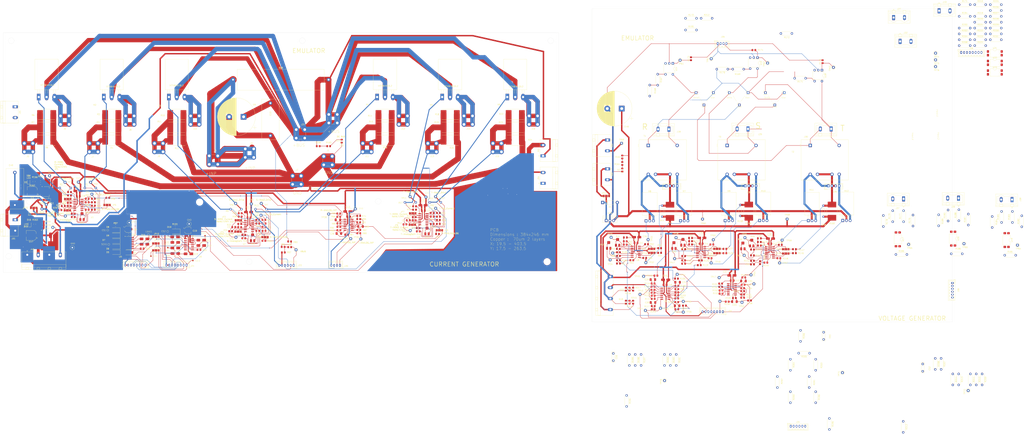
<source format=kicad_pcb>
(kicad_pcb (version 20241229) (generator "pcbnew") (generator_version "9.0")
  (layers (0 "F.Cu" signal) (2 "B.Cu" signal) (13 "F.Paste" user) (15 "B.Paste" user) (5 "F.SilkS" user "F.Silkscreen") (7 "B.SilkS" user "B.Silkscreen") (1 "F.Mask" user) (3 "B.Mask" user) (25 "Edge.Cuts" user))
  (net 0 "")
  (net 1 "GND")
  (net 2 "Net-(J6-Pin_1)")
  (net 3 "Net-(R29-Pad1)")
  (net 4 "Net-(U2A-+)")
  (net 5 "Net-(U2B-+)")
  (net 6 "Net-(R34-Pad2)")
  (net 7 "Net-(U3A-+)")
  (net 8 "Net-(U3B-+)")
  (net 9 "Net-(U4A--)")
  (net 10 "Net-(U2C--)")
  (net 11 "Net-(U4B--)")
  (net 12 "Net-(U4C--)")
  (net 13 "Net-(U1A-+)")
  (net 14 "Net-(U1B-+)")
  (net 15 "Net-(R25-Pad1)")
  (net 16 "Net-(R26-Pad1)")
  (net 17 "Net-(C1-Pad1)")
  (net 18 "Net-(C4-Pad1)")
  (net 19 "Net-(R30-Pad1)")
  (net 20 "Net-(R31-Pad1)")
  (net 21 "Net-(U1C--)")
  (net 22 "Net-(R39-Pad1)")
  (net 23 "Net-(R40-Pad1)")
  (net 25 "Net-(U7-ADJ)")
  (net 27 "R_Inp")
  (net 28 "T_Inp")
  (net 29 "S_Inp")
  (net 31 "T_Tot_I")
  (net 32 "VDD")
  (net 33 "CS_2")
  (net 34 "Net-(C2-Pad1)")
  (net 35 "VBUS")
  (net 38 "CS_1")
  (net 40 "Net-(J8-Pin_1)")
  (net 41 "Net-(J10-Pin_1)")
  (net 42 "Net-(J12-Pin_1)")
  (net 43 "Net-(JP1-A)")
  (net 44 "Net-(JP1-C)")
  (net 45 "Net-(J3-Pin_1)")
  (net 46 "Net-(J14-Pin_1)")
  (net 47 "Net-(JP2-A)")
  (net 48 "Net-(JP2-C)")
  (net 49 "Net-(JP3-A)")
  (net 50 "Net-(JP3-C)")
  (net 51 "Net-(JP4-A)")
  (net 52 "Net-(JP4-C)")
  (net 53 "Net-(JP5-B)")
  (net 54 "Net-(JP5-A)")
  (net 55 "Net-(JP5-C)")
  (net 56 "Net-(JP6-A)")
  (net 57 "Net-(JP6-B)")
  (net 58 "Net-(JP6-C)")
  (net 59 "R_MosD_2")
  (net 60 "R_MosD_1")
  (net 61 "S_MosD_1")
  (net 62 "S_MosD_2")
  (net 63 "T_MosD_1")
  (net 64 "T_MosD_2")
  (net 65 "Net-(U1D-+)")
  (net 66 "Net-(U2D--)")
  (net 67 "R_Mos_I_2")
  (net 68 "R_Mos_I_1")
  (net 69 "S_Mos_I_1")
  (net 70 "S_Mos_I_2")
  (net 71 "T_Mos_I_1")
  (net 72 "T_Mos_I_2")
  (net 73 "R_Tot_I")
  (net 74 "S_Tot_I")
  (net 75 "Net-(U2D-+)")
  (net 76 "GNDPWR")
  (net 77 "Net-(J16-Pin_1)")
  (net 78 "+15V")
  (net 79 "+3.3V")
  (net 80 "Net-(U3D-+)")
  (net 81 "Net-(JP7-A)")
  (net 82 "Net-(JP7-C)")
  (net 83 "Net-(JP8-A)")
  (net 84 "Net-(JP8-C)")
  (net 85 "Net-(JP9-C)")
  (net 86 "Net-(JP9-A)")
  (net 87 "Net-(JP9-B)")
  (net 88 "Net-(R43-Pad1)")
  (net 89 "Net-(U3C--)")
  (net 90 "Net-(U1D--)")
  (net 91 "Net-(C7-Pad2)")
  (net 92 "Net-(C8-Pad2)")
  (net 93 "Net-(U3D--)")
  (net 94 "Net-(C25-Pad2)")
  (net 95 "Net-(U4A-+)")
  (net 96 "Net-(U4C-+)")
  (net 97 "Net-(U4B-+)")
  (net 98 "V_Bus")
  (net 99 "Net-(R80-Pad1)")
  (net 100 "Net-(R81-Pad1)")
  (net 101 "S_PWM_Analog")
  (net 102 "R_PWM_Analog")
  (net 103 "T_PWM_Analog")
  (net 104 "Ref_Analog")
  (net 105 "SDI_2")
  (net 106 "SCK_2")
  (net 107 "LDAC_2")
  (net 108 "SCK_1")
  (net 109 "LDAC_1")
  (net 110 "SDI_1")
  (net 111 "Net-(JP12-C)")
  (net 112 "Net-(JP13-C)")
  (net 113 "Net-(JP15-C)")
  (net 115 "Net-(U4D-+)")
  (net 116 "R_Volt_MosH")
  (net 117 "R_Volt_MosL")
  (net 118 "S_Volt_MosL")
  (net 119 "S_Volt_MosH")
  (net 120 "T_Volt_MosL")
  (net 121 "T_Volt_MosH")
  (net 122 "Net-(C5-Pad1)")
  (net 123 "Net-(C6-Pad1)")
  (net 124 "Net-(C21-Pad2)")
  (net 125 "Net-(U9A--)")
  (net 126 "Net-(U9B--)")
  (net 127 "Net-(C24-Pad2)")
  (net 128 "Net-(JP10-A)")
  (net 129 "Net-(JP10-C)")
  (net 130 "Net-(JP14-C)")
  (net 131 "Net-(JP14-A)")
  (net 132 "R_Volt_Lim")
  (net 133 "Net-(U8C--)")
  (net 134 "Net-(R51-Pad1)")
  (net 135 "Net-(U8A-+)")
  (net 136 "Net-(U8B-+)")
  (net 137 "Net-(R56-Pad1)")
  (net 138 "Net-(R92-Pad1)")
  (net 139 "Net-(U9A-+)")
  (net 140 "Net-(U9B-+)")
  (net 141 "Net-(U8D--)")
  (net 142 "Net-(R100-Pad1)")
  (net 143 "R_Volt_PWM_H")
  (net 144 "Net-(U8C-+)")
  (net 145 "R_Volt_PWM_L")
  (net 146 "Net-(U8D-+)")
  (net 147 "Net-(C29-Pad2)")
  (net 148 "Net-(U9C--)")
  (net 149 "Net-(C30-Pad2)")
  (net 150 "Net-(U9D--)")
  (net 151 "Net-(C31-Pad1)")
  (net 152 "Net-(C32-Pad1)")
  (net 153 "Net-(C33-Pad2)")
  (net 154 "Net-(U12C--)")
  (net 155 "Net-(U12D--)")
  (net 156 "Net-(C34-Pad2)")
  (net 157 "Net-(C35-Pad1)")
  (net 158 "Net-(C36-Pad1)")
  (net 159 "T_Volt_PWM_L")
  (net 160 "S_Volt_PWM_L")
  (net 161 "S_Volt_PWM_H")
  (net 162 "T_Volt_PWM_H")
  (net 163 "Net-(JP16-C)")
  (net 164 "Net-(JP16-A)")
  (net 165 "Net-(JP17-C)")
  (net 166 "Net-(JP17-A)")
  (net 167 "Net-(JP18-C)")
  (net 168 "Net-(JP18-A)")
  (net 169 "Net-(JP19-C)")
  (net 170 "Net-(JP19-A)")
  (net 171 "S_Volt_Lim")
  (net 172 "T_Volt_Lim")
  (net 173 "Net-(U9C-+)")
  (net 174 "Net-(U9D-+)")
  (net 175 "Net-(U10C-+)")
  (net 176 "Net-(U10D-+)")
  (net 177 "Net-(U10D--)")
  (net 178 "Net-(U10C--)")
  (net 179 "Net-(R122-Pad1)")
  (net 180 "Net-(R123-Pad1)")
  (net 181 "Net-(U10A-+)")
  (net 182 "Net-(U10B-+)")
  (net 183 "Net-(R128-Pad1)")
  (net 184 "Net-(R129-Pad1)")
  (net 185 "Net-(U12C-+)")
  (net 186 "Net-(U12D-+)")
  (net 187 "Net-(U11C-+)")
  (net 188 "Net-(U11D-+)")
  (net 189 "Net-(U11D--)")
  (net 190 "Net-(U11C--)")
  (net 191 "Net-(R142-Pad1)")
  (net 192 "Net-(R143-Pad1)")
  (net 193 "Net-(U11A-+)")
  (net 194 "Net-(U11B-+)")
  (net 195 "Net-(R148-Pad1)")
  (net 196 "Net-(R149-Pad1)")
  (net 197 "Net-(U12A--)")
  (net 198 "Net-(U12B--)")
  (net 199 "Net-(U12A-+)")
  (net 200 "Net-(U12B-+)")
  (net 201 "Net-(J31-Pin_1)")
  (net 202 "Net-(D1-K)")
  (net 203 "Net-(JP11-C)")
  (net 204 "Net-(JP22-C)")
  (net 205 "Net-(U13-ADJ)")
  (net 206 "+3.3VA")
  (net 207 "Net-(D2-A)")
  (net 208 "Net-(D3-A)")
  (net 209 "Net-(D16-A)")
  (net 210 "Net-(D17-A)")
  (net 211 "Net-(R161-Pad1)")
  (net 212 "Net-(R165-Pad2)")
  (net 213 "R_Prim_L")
  (net 214 "R_Prim_H")
  (net 215 "T_Prim_L")
  (net 216 "T_Prim_H")
  (net 217 "S_Prim_L")
  (net 218 "S_Prim_H")
  (net 222 "R_Sec_b")
  (net 223 "R_Sec_a")
  (net 224 "S_Sec_b")
  (net 225 "S_Sec_a")
  (net 226 "T_Sec_b")
  (net 227 "T_Sec_a")
  (net 228 "S_OptoTriac")
  (net 229 "T_OptoTriac")
  (net 230 "R_OptoTriac")
  (net 231 "Notr")
  (net 232 "Net-(R167-Pad2)")
  (net 233 "Net-(R169-Pad2)")
  (net 234 "Net-(R171-Pad1)")
  (net 235 "Net-(R171-Pad2)")
  (net 236 "Net-(R173-Pad1)")
  (net 237 "Net-(R174-Pad1)")
  (net 238 "Net-(R175-Pad1)")
  (net 239 "T_Phase_Ret")
  (net 240 "S_Phase_Ret")
  (net 241 "R_Phase_Ret")
  (net 242 "Net-(R176-Pad1)")
  (net 243 "Net-(R176-Pad2)")
  (net 244 "Net-(R178-Pad2)")
  (net 245 "Net-(R182-Pad1)")
  (net 246 "Net-(R182-Pad2)")
  (net 247 "Net-(R184-Pad2)")
  (net 248 "Net-(R187-Pad2)")
  (net 249 "Net-(R187-Pad1)")
  (net 250 "Net-(R189-Pad2)")
  (net 251 "R_Phase_Volt")
  (net 252 "T_Phase_Volt")
  (net 254 "S_Phase_Volt")
  (net 255 "Net-(R191-Pad1)")
  (net 256 "Net-(R193-Pad2)")
  (net 257 "Net-(R194-Pad2)")
  (net 258 "Net-(R196-Pad1)")
  (net 259 "Net-(R197-Pad2)")
  (net 260 "Net-(R198-Pad2)")
  (net 261 "Net-(R200-Pad1)")
  (net 262 "Net-(R201-Pad1)")
  (net 263 "Net-(R202-Pad1)")
  (net 264 "Net-(R203-Pad1)")
  (net 265 "Net-(R207-Pad1)")
  (net 266 "Net-(R208-Pad1)")
  (net 267 "Net-(R209-Pad1)")
  (net 268 "Net-(R210-Pad1)")
  (net 269 "Net-(R211-Pad1)")
  (net 270 "Net-(J37-Pin_2)")
  (net 271 "Net-(J37-Pin_1)")
  (net 272 "Net-(J38-Pin_1)")
  (net 273 "Net-(J38-Pin_2)")
  (net 274 "Net-(J39-Pin_2)")
  (net 275 "Net-(J39-Pin_1)")
  (net 276 "+12VA")
  (net 277 "Net-(J51-Pin_1)")
  (net 278 "Net-(D18-A)")
  (net 279 "Net-(D23-A)")
  (net 280 "Net-(R215-Pad1)")
  (net 281 "Net-(R217-Pad1)")
  (net 282 "GND2")
  (net 283 "Net-(J52-Pin_1)")
  (net 284 "Net-(R184-Pad1)")
  (net 285 "Net-(R178-Pad1)")
  (net 286 "Net-(R189-Pad1)")
  (net 287 "Net-(J19-Pin_2)")
  (net 288 "Net-(J19-Pin_1)")
  (net 289 "Net-(J27-Pin_1)")
  (net 290 "Net-(J27-Pin_2)")
  (net 291 "Net-(J32-Pin_2)")
  (net 292 "Net-(J32-Pin_1)")
  (net 293 "T1_Fire")
  (net 294 "S2_Fire")
  (net 295 "R2_Fire")
  (net 296 "R1_Fire")
  (net 297 "S1_Fire")
  (net 298 "T2_Fire")
  (net 299 "V1_Line")
  (net 300 "V1_Motor")
  (net 301 "V2_Line")
  (net 302 "V2_Motor")
  (net 303 "Net-(R172-Pad1)")
  (net 304 "Net-(R195-Pad1)")
  (net 305 "Net-(R202-Pad2)")
  (net 306 "V3_Line")
  (net 307 "Net-(R208-Pad2)")
  (net 308 "V3_Motor")
  (net 309 "Net-(R212-Pad1)")
  (net 310 "Net-(R220-Pad1)")
  (net 311 "Net-(R220-Pad2)")
  (net 312 "Net-(R222-Pad1)")
  (net 313 "Net-(R222-Pad2)")
  (net 314 "Net-(R225-Pad1)")
  (net 315 "Net-(R225-Pad2)")
  (net 316 "Net-(R228-Pad2)")
  (net 317 "Net-(R228-Pad1)")
  (net 318 "Net-(R230-Pad1)")
  (net 319 "Net-(R230-Pad2)")
  (footprint "Resistor_SMD:R_0805_2012Metric_Pad1.20x1.40mm_HandSolder" (layer "F.Cu") (at 485.2375 194.965)
    (property "Reference" "R95")
    (property "Value" "10K" (hide yes))
  )
  (footprint "Resistor_THT:R_Axial_DIN0207_L6.3mm_D2.5mm_P7.62mm_Horizontal" (layer "F.Cu") (at 680.44 22.35)
    (property "Reference" "R204")
    (property "Value" "33K")
  )
  (footprint "Resistor_SMD:R_0805_2012Metric_Pad1.20x1.40mm_HandSolder" (layer "F.Cu") (at 468.8375 199.515 180)
    (property "Reference" "R115")
    (property "Value" "10K" (hide yes))
  )
  (footprint "Resistor_SMD:R_0805_2012Metric_Pad1.20x1.40mm_HandSolder" (layer "F.Cu") (at 97.1 151.05)
    (property "Reference" "R97")
    (property "Value" "10K" (hide yes))
  )
  (footprint "Resistor_SMD:R_0805_2012Metric_Pad1.20x1.40mm_HandSolder" (layer "F.Cu") (at 65.056 135.147)
    (property "Reference" "R28")
    (property "Value" "100R" (hide yes))
  )
  (footprint "Resistor_SMD:R_0805_2012Metric_Pad1.20x1.40mm_HandSolder" (layer "F.Cu") (at 542.2875 164.835)
    (property "Reference" "R144")
    (property "Value" "100R" (hide yes))
  )
  (footprint "Capacitor_SMD:CP_Elec_4x3.9" (layer "F.Cu") (at 71.136 127.019)
    (property "Reference" "C14")
    (property "Value" "C_Polarized" (hide yes))
  )
  (footprint "Resistor_SMD:R_0805_2012Metric_Pad1.20x1.40mm_HandSolder" (layer "F.Cu") (at 199.7935 151.853)
    (property "Reference" "R71")
    (property "Value" "10K" (hide yes))
  )
  (footprint "Jumper:SolderJumper-3_P2.0mm_Open_TrianglePad1.0x1.5mm" (layer "F.Cu") (at 302.585 142.5075 180)
    (property "Reference" "JP7")
    (property "Value" "SolderJumper_3_Open" (hide yes))
  )
  (footprint "Connector_Phoenix_GMSTB:PhoenixContact_GMSTBA_2,5_2-G_1x02_P7.50mm_Horizontal" (layer "F.Cu") (at 27.75 147 -90)
    (property "Reference" "J31")
    (property "Value" "Conn_01x02_Pin" (hide yes))
  )
  (footprint "Resistor_THT:R_Axial_DIN0207_L6.3mm_D2.5mm_P7.62mm_Horizontal" (layer "F.Cu") (at 701.98 22.35)
    (property "Reference" "R231")
    (property "Value" "33K")
  )
  (footprint "Resistor_SMD:R_0805_2012Metric_Pad1.20x1.40mm_HandSolder" (layer "F.Cu") (at 182.9935 149.813)
    (property "Reference" "R32")
    (property "Value" "100R" (hide yes))
  )
  (footprint "TerminalBlock_Wuerth:Wuerth_REDCUBE-THR_WP-THRSH_74651175_THR" (layer "F.Cu") (at 247.5 77 90)
    (property "Reference" "J22")
    (property "Value" "Screw_Terminal_01x01" (hide yes))
  )
  (footprint "Capacitor_SMD:C_0805_2012Metric_Pad1.18x1.45mm_HandSolder" (layer "F.Cu") (at 523.5 189 180)
    (property "Reference" "C42")
    (property "Value" "C_Polarized" (hide yes))
  )
  (footprint "Capacitor_SMD:CP_Elec_4x3.9" (layer "F.Cu") (at 477.5 188.5 180)
    (property "Reference" "C45")
    (property "Value" "C_Polarized" (hide yes))
  )
  (footprint "Emul_footprint:TO-247-3_Horizontal_TabDown" (layer "F.Cu") (at 278 62)
    (property "Reference" "M4")
    (property "Value" "IXTH64N10L2")
  )
  (footprint "Capacitor_SMD:C_0805_2012Metric_Pad1.18x1.45mm_HandSolder" (layer "F.Cu") (at 449.625 159.23)
    (property "Reference" "C5")
    (property "Value" "1nF" (hide yes))
  )
  (footprint "Package_SO:SOIC-14_3.9x8.7mm_P1.27mm" (layer "F.Cu") (at 106.45 163.06)
    (property "Reference" "U5")
    (property "Value" "MCP4922-ESL" (hide yes))
  )
  (footprint "Resistor_SMD:R_0805_2012Metric_Pad1.20x1.40mm_HandSolder" (layer "F.Cu") (at 468.775 191.09 180)
    (property "Reference" "R116")
    (property "Value" "10K" (hide yes))
  )
  (footprint "Resistor_SMD:R_0805_2012Metric_Pad1.20x1.40mm_HandSolder" (layer "F.Cu") (at 41.25 150 -90)
    (property "Reference" "R163")
    (property "Value" "5K" (hide yes))
  )
  (footprint "Potentiometer_SMD:Potentiometer_Bourns_3314J_Vertical" (layer "F.Cu") (at 191.8935 159.453 180)
    (property "Reference" "RV2")
    (property "Value" "10K" (hide yes))
  )
  (footprint "Resistor_SMD:R_0805_2012Metric_Pad1.20x1.40mm_HandSolder" (layer "F.Cu") (at 303.9 137.67 180)
    (property "Reference" "R39")
    (property "Value" "100R" (hide yes))
  )
  (footprint "TestPoint:TestPoint_Loop_D1.80mm_Drill1.0mm_Beaded" (layer "F.Cu") (at 49.25 136.5)
    (property "Reference" "TP37" (hide yes))
    (property "Value" "TestPoint_Alt" (hide yes))
  )
  (footprint "Resistor_SMD:R_0805_2012Metric_Pad1.20x1.40mm_HandSolder" (layer "F.Cu") (at 316.075 144.8)
    (property "Reference" "R77")
    (property "Value" "3K3" (hide yes))
  )
  (footprint "Potentiometer_SMD:Potentiometer_Bourns_3314J_Vertical" (layer "F.Cu") (at 438.125 164.73 180)
    (property "Reference" "RV5")
    (property "Value" "10K" (hide yes))
  )
  (footprint "Capacitor_SMD:C_0805_2012Metric_Pad1.18x1.45mm_HandSolder" (layer "F.Cu") (at 106.1625 157.15)
    (property "Reference" "C23")
    (property "Value" "C_Polarized" (hide yes))
  )
  (footprint "TestPoint:TestPoint_Loop_D1.80mm_Drill1.0mm_Beaded" (layer "F.Cu") (at 439.125 174.73 180)
    (property "Reference" "TP34")
    (property "Value" "TestPoint_Alt" (hide yes))
  )
  (footprint "Resistor_THT:R_Axial_DIN0207_L6.3mm_D2.5mm_P7.62mm_Horizontal" (layer "F.Cu") (at 628.02 151.635 90)
    (property "Reference" "R178")
    (property "Value" "33K" (hide yes))
  )
  (footprint "TestPoint:TestPoint_Loop_D1.80mm_Drill1.0mm_Beaded" (layer "F.Cu") (at 593.5 41.5 -90)
    (property "Reference" "TP63")
    (property "Value" "TestPoint_Alt" (hide yes))
  )
  (footprint "Resistor_SMD:R_0805_2012Metric_Pad1.20x1.40mm_HandSolder" (layer "F.Cu") (at 449.5375 161.885 180)
    (property "Reference" "R51")
    (property "Value" "100R" (hide yes))
  )
  (footprint "Package_DIP:SMDIP-4_W9.53mm_Clearance8mm" (layer "F.Cu") (at 705.11 38.37)
    (property "Reference" "U22")
    (property "Value" "SFH6206-2T")
  )
  (footprint "Capacitor_SMD:C_1206_3216Metric_Pad1.33x1.80mm_HandSolder" (layer "F.Cu") (at 251.54 156.45)
    (property "Reference" "C26")
    (property "Value" "1uF" (hide yes))
  )
  (footprint "Capacitor_SMD:CP_Elec_4x3.9" (layer "F.Cu") (at 257.74 141.25)
    (property "Reference" "C13")
    (property "Value" "C_Polarized" (hide yes))
  )
  (footprint "Resistor_THT:R_Axial_DIN0207_L6.3mm_D2.5mm_P7.62mm_Horizontal" (layer "F.Cu") (at 460.5 240.19 -90)
    (property "Reference" "R197")
    (property "Value" "470K")
  )
  (footprint "Diode_SMD:D_SMA" (layer "F.Cu") (at 96.875 154.125 180)
    (property "Reference" "D8")
    (property "Value" "US2AA" (hide yes))
  )
  (footprint "Capacitor_SMD:CP_Elec_4x3.9" (layer "F.Cu") (at 105.6 153.45)
    (property "Reference" "C20")
    (property "Value" "C_Polarized" (hide yes))
  )
  (footprint "Resistor_THT:R_Axial_DIN0207_L6.3mm_D2.5mm_P7.62mm_Horizontal" (layer "F.Cu") (at 701.98 10.2)
    (property "Reference" "R228")
    (property "Value" "33K")
  )
  (footprint "Resistor_THT:R_Axial_DIN0207_L6.3mm_D2.5mm_P7.62mm_Horizontal" (layer "F.Cu") (at 304.785 134.9 180)
    (property "Reference" "R17")
    (property "Value" "330K" (hide yes))
  )
  (footprint "Connector_PinHeader_2.54mm:PinHeader_1x01_P2.54mm_Vertical" (layer "F.Cu") (at 510.5 59)
    (property "Reference" "J40" (hide yes))
    (property "Value" "Conn_01x01_Pin" (hide yes))
  )
  (footprint "TestPoint:TestPoint_Loop_D1.80mm_Drill1.0mm_Beaded" (layer "F.Cu") (at 683.77 163.515)
    (property "Reference" "TP66")
    (property "Value" "TestPoint_Alt" (hide yes))
  )
  (footprint "Resistor_THT:R_Axial_DIN0207_L6.3mm_D2.5mm_P7.62mm_Horizontal" (layer "F.Cu") (at 576.75 255.5 -90)
    (property "Reference" "R201")
    (property "Value" "470K" (hide yes))
  )
  (footprint "Resistor_THT:R_Axial_DIN0207_L6.3mm_D2.5mm_P7.62mm_Horizontal" (layer "F.Cu") (at 201.5035 139.653 180)
    (property "Reference" "R13")
    (property "Value" "330K" (hide yes))
  )
  (footprint "TestPoint:TestPoint_Loop_D1.80mm_Drill1.0mm_Beaded" (layer "F.Cu") (at 180.3685 159.073)
    (property "Reference" "TP5")
    (property "Value" "TestPoint_Alt" (hide yes))
  )
  (footprint "Connector_PinHeader_2.54mm:PinHeader_1x01_P2.54mm_Vertical" (layer "F.Cu") (at 498.5 59)
    (property "Reference" "J42" (hide yes))
    (property "Value" "Conn_01x01_Pin" (hide yes))
  )
  (footprint "TestPoint:TestPoint_Loop_D1.80mm_Drill1.0mm_Beaded" (layer "F.Cu") (at 440.875 169.98 90)
    (property "Reference" "TP42" (hide yes))
    (property "Value" "TestPoint_Alt" (hide yes))
  )
  (footprint "Resistor_THT:R_Axial_DIN0207_L6.3mm_D2.5mm_P7.62mm_Horizontal" (layer "F.Cu") (at 480.75 240.19 -90)
    (property "Reference" "R192")
    (property "Value" "1K")
  )
  (footprint "Potentiometer_SMD:Potentiometer_Bourns_3314J_Vertical" (layer "F.Cu") (at 483.2 164.83 180)
    (property "Reference" "RV6")
    (property "Value" "10K" (hide yes))
  )
  (footprint "Resistor_THT:R_Axial_DIN0207_L6.3mm_D2.5mm_P7.62mm_Horizontal" (layer "F.Cu") (at 663.9 242.92 -90)
    (property "Reference" "R208")
    (property "Value" "470K" (hide yes))
  )
  (footprint "Jumper:SolderJumper-3_P2.0mm_Open_TrianglePad1.0x1.5mm" (layer "F.Cu") (at 125 168.15)
    (property "Reference" "JP13")
    (property "Value" "SolderJumper_3_Open" (hide yes))
  )
  (footprint "Jumper:SolderJumper-3_P2.0mm_Open_TrianglePad1.0x1.5mm" (layer "F.Cu") (at 436.5 130.5)
    (property "Reference" "JP21")
    (property "Value" "SolderJumper_3_Open" (hide yes))
  )
  (footprint "Resistor_SMD:R_0805_2012Metric_Pad1.20x1.40mm_HandSolder" (layer "F.Cu") (at 449.5375 164.135)
    (property "Reference" "R52")
    (property "Value" "100R" (hide yes))
  )
  (footprint "TestPoint:TestPoint_Loop_D1.80mm_Drill1.0mm_Beaded" (layer "F.Cu") (at 465.375 160.73 90)
    (property "Reference" "TP33")
    (property "Value" "TestPoint_Alt" (hide yes))
  )
  (footprint "Resistor_THT:R_Axial_DIN0207_L6.3mm_D2.5mm_P7.62mm_Horizontal" (layer "F.Cu") (at 691.21 14.25)
    (property "Reference" "R221")
    (property "Value" "33K")
  )
  (footprint "Resistor_SMD:R_0805_2012Metric_Pad1.20x1.40mm_HandSolder" (layer "F.Cu") (at 217.5 162 180)
    (property "Reference" "R80")
    (property "Value" "10K" (hide yes))
  )
  (footprint "Resistor_SMD:R_0805_2012Metric_Pad1.20x1.40mm_HandSolder" (layer "F.Cu") (at 67.834 142.767)
    (property "Reference" "R35")
    (property "Value" "10R" (hide yes))
  )
  (footprint "Potentiometer_SMD:Potentiometer_Bourns_3314J_Vertical" (layer "F.Cu") (at 73.93 144.799 180)
    (property "Reference" "RV1")
    (property "Value" "10K" (hide yes))
  )
  (footprint "Connector_Phoenix_GMSTB:PhoenixContact_GMSTBA_2,5_2-G_1x02_P7.50mm_Horizontal" (layer "F.Cu") (at 437.2775 91.75 -90)
    (property "Reference" "J51")
    (property "Value" "Conn_01x02_Pin" (hide yes))
  )
  (footprint "Resistor_SMD:R_0805_2012Metric_Pad1.20x1.40mm_HandSolder" (layer "F.Cu") (at 319.75 156.8 180)
    (property "Reference" "R57")
    (property "Value" "1K" (hide yes))
  )
  (footprint "TestPoint:TestPoint_Loop_D1.80mm_Drill1.0mm_Beaded" (layer "F.Cu") (at 191 136)
    (property "Reference" "TP13" (hide yes))
    (property "Value" "TestPoint_Alt" (hide yes))
  )
  (footprint "Resistor_SMD:R_0805_2012Metric_Pad1.20x1.40mm_HandSolder" (layer "F.Cu") (at 213 165.75 180)
    (property "Reference" "R81")
    (property "Value" "10K" (hide yes))
  )
  (footprint "Resistor_THT:R_Axial_DIN0207_L6.3mm_D2.5mm_P7.62mm_Horizontal" (layer "F.Cu") (at 531.5 42.69 180)
    (property "Reference" "R169")
    (property "Value" "10K" (hide yes))
  )
  (footprint "LED_SMD:LED_0805_2012Metric_Pad1.15x1.40mm_HandSolder" (layer "F.Cu") (at 447.5 112.5 90)
    (property "Reference" "D2")
    (property "Value" "LED")
  )
  (footprint "Diode_SMD:D_SMA" (layer "F.Cu") (at 138.3075 155.015 180)
    (property "Reference" "D10")
    (property "Value" "US2AA" (hide yes))
  )
  (footprint "Resistor_SMD:R_0805_2012Metric_Pad1.20x1.40mm_HandSolder" (layer "F.Cu") (at 154.8 167.79)
    (property "Reference" "R99")
    (property "Value" "10K" (hide yes))
  )
  (footprint "TestPoint:TestPoint_Loop_D1.80mm_Drill1.0mm_Beaded" (layer "F.Cu") (at 509 35.5 -90)
    (property "Reference" "TP67")
    (property "Value" "TestPoint_Alt" (hide yes))
  )
  (footprint "Resistor_THT:R_Axial_DIN0207_L6.3mm_D2.5mm_P7.62mm_Horizontal" (layer "F.Cu") (at 691.21 18.3)
    (property "Reference" "R222")
    (property "Value" "33K")
  )
  (footprint "Resistor_THT:R_Axial_DIN0207_L6.3mm_D2.5mm_P7.62mm_Horizontal" (layer "F.Cu") (at 717.27 148.825 90)
    (property "Reference" "R183")
    (property "Value" "33K" (hide yes))
  )
  (footprint "Resistor_SMD:R_0805_2012Metric_Pad1.20x1.40mm_HandSolder" (layer "F.Cu") (at 265.25 148.75 180)
    (property "Reference" "R91")
    (property "Value" "5K" (hide yes))
  )
  (footprint "Diode_THT:D_DO-41_SOD81_P10.16mm_Horizontal" (layer "F.Cu") (at 433.92 135)
    (property "Reference" "D1")
    (property "Value" "1N4007" (hide yes))
  )
  (footprint "Resistor_SMD:R_0805_2012Metric_Pad1.20x1.40mm_HandSolder" (layer "F.Cu") (at 81.804 137.179)
    (property "Reference" "R63")
    (property "Value" "10K" (hide yes))
  )
  (footprint "Resistor_SMD:R_0805_2012Metric_Pad1.20x1.40mm_HandSolder" (layer "F.Cu") (at 265.25 144.25)
    (property "Reference" "R74")
    (property "Value" "10K" (hide yes))
  )
  (footprint "Resistor_SMD:R_0805_2012Metric_Pad1.20x1.40mm_HandSolder" (layer "F.Cu") (at 509.45 164.08)
    (property "Reference" "R129" (hide yes))
    (property "Value" "100R" (hide yes))
  )
  (footprint "Resistor_SMD:R_0805_2012Metric_Pad1.20x1.40mm_HandSolder" (layer "F.Cu") (at 531.035 191.885)
    (property "Reference" "R133")
    (property "Value" "10K" (hide yes))
  )
  (footprint "Diode_SMD:D_SMA" (layer "F.Cu") (at 106.1 169.65 180)
    (property "Reference" "D4")
    (property "Value" "US2AA" (hide yes))
  )
  (footprint "Capacitor_SMD:C_0805_2012Metric_Pad1.18x1.45mm_HandSolder" (layer "F.Cu") (at 444.875 177.23 180)
    (property "Reference" "C6")
    (property "Value" "1nF" (hide yes))
  )
  (footprint "Resistor_SMD:R_0805_2012Metric_Pad1.20x1.40mm_HandSolder" (layer "F.Cu") (at 303.625 145.1)
    (property "Reference" "R41")
    (property "Value" "100R" (hide yes))
  )
  (footprint "Resistor_SMD:R_0805_2012Metric_Pad1.20x1.40mm_HandSolder" (layer "F.Cu") (at 537.5375 175.335 180)
    (property "Reference" "R142")
    (property "Value" "100R" (hide yes))
  )
  (footprint "Resistor_THT:R_Axial_DIN0207_L6.3mm_D2.5mm_P7.62mm_Horizontal" (layer "F.Cu") (at 691.21 -1.95)
    (property "Reference" "R210")
    (property "Value" "10K")
  )
  (footprint "TestPoint:TestPoint_Pad_D1.0mm" (layer "F.Cu") (at 91.7 154.15)
    (property "Reference" "TP23" (hide yes))
    (property "Value" "TestPoint" (hide yes))
  )
  (footprint "Resistor_THT:R_Axial_DIN0207_L6.3mm_D2.5mm_P7.62mm_Horizontal" (layer "F.Cu") (at 581.25 266 -90)
    (property "Reference" "R196")
    (property "Value" "470K" (hide yes))
  )
  (footprint "Jumper:SolderJumper-3_P2.0mm_Open_TrianglePad1.0x1.5mm" (layer "F.Cu") (at 512.95 167.08 180)
    (property "Reference" "JP17")
    (property "Value" "SolderJumper_3_Open" (hide yes))
  )
  (footprint "Package_TO_SOT_THT:TO-220-3_Horizontal_TabDown" (layer "F.Cu") (at 487.77 147.66)
    (property "Reference" "M7")
    (property "Value" "IRF530")
  )
  (footprint "Resistor_SMD:R_0805_2012Metric_Pad1.20x1.40mm_HandSolder" (layer "F.Cu") (at 45.25 119)
    (property "Reference" "R157")
    (property "Value" "750R" (hide yes))
  )
  (footprint "Emul_footprint:TO-247-3_Horizontal_TabDown" (layer "F.Cu") (at 44 62)
    (property "Reference" "M1" (hide yes))
    (property "Value" "IXTH64N10L2")
  )
  (footprint "Resistor_SMD:R_0805_2012Metric_Pad1.20x1.40mm_HandSolder" (layer "F.Cu") (at 530.785 200.885)
    (property "Reference" "R132")
    (property "Value" "10K" (hide yes))
  )
  (footprint "Resistor_SMD:R_0805_2012Metric_Pad1.20x1.40mm_HandSolder" (layer "F.Cu") (at 463.0375 173.385)
    (property "Reference" "R56")
    (property "Value" "100R" (hide yes))
  )
  (footprint "Capacitor_SMD:C_0805_2012Metric_Pad1.18x1.45mm_HandSolder" (layer "F.Cu") (at 502 163.5 180)
    (property "Reference" "C44")
    (property "Value" "C_Polarized" (hide yes))
  )
  (footprint "Package_SO:SOIC-14_3.9x8.7mm_P1.27mm" (layer "F.Cu") (at 501.975 169.29 180)
    (property "Reference" "U10" (hide yes))
    (property "Value" "Opamp_Quad" (hide yes))
  )
  (footprint "TerminalBlock_Wuerth:Wuerth_REDCUBE-THR_WP-THRSH_74651175_THR" (layer "F.Cu") (at 361 97 180)
    (property "Reference" "J15")
    (property "Value" "Screw_Terminal_01x01" (hide yes))
  )
  (footprint "Connector_PinHeader_2.54mm:PinHeader_1x01_P2.54mm_Vertical" (layer "F.Cu") (at 504 67.5)
    (property "Reference" "J41" (hide yes))
    (property "Value" "Conn_01x01_Pin" (hide yes))
  )
  (footprint "TestPoint:TestPoint_Pad_D1.0mm" (layer "F.Cu") (at 133.25 166.25)
    (property "Reference" "TP40" (hide yes))
    (property "Value" "TestPoint" (hide yes))
  )
  (footprint "Resistor_THT:R_Axial_DIN0207_L6.3mm_D2.5mm_P7.62mm_Horizontal" (layer "F.Cu") (at 688.2 253.69 -90)
    (property "Reference" "R211")
    (property "Value" "470K")
  )
  (footprint "Capacitor_SMD:CP_Elec_4x3.9" (layer "F.Cu") (at 523.3 185.5 180)
    (property "Reference" "C37")
    (property "Value" "C_Polarized" (hide yes))
  )
  (footprint "TestPoint:TestPoint_Loop_D1.80mm_Drill1.0mm_Beaded" (layer "F.Cu") (at 558.0375 161.085 90)
    (property "Reference" "TP58")
    (property "Value" "TestPoint_Alt" (hide yes))
  )
  (footprint "Emul_footprint:TO-247-3_Horizontal_TabDown" (layer "F.Cu") (at 89 62)
    (property "Reference" "M2")
    (property "Value" "IXTH64N10L2")
  )
  (footprint "TestPoint:TestPoint_Loop_D1.80mm_Drill1.0mm_Beaded" (layer "F.Cu") (at 664.14 40.93)
    (property "Reference" "TP76")
    (property "Value" "TestPoint_Alt")
  )
  (footprint "Resistor_SMD:R_0805_2012Metric_Pad1.20x1.40mm_HandSolder" (layer "F.Cu") (at 297.25 150.15)
    (property "Reference" "R43")
    (property "Value" "100R" (hide yes))
  )
  (footprint "Connector_Phoenix_GMSTB:PhoenixContact_GMSTBVA_2,5_2-G_1x02_P7.50mm_Vertical" (layer "F.Cu") (at 717.02 133.015 180)
    (property "Reference" "J38")
    (property "Value" "Conn_01x02_Pin" (hide yes))
  )
  (footprint "TestPoint:TestPoint_Loop_D1.80mm_Drill1.0mm_Beaded" (layer "F.Cu") (at 71.39 120.901)
    (property "Reference" "TP18" (hide yes))
    (property "Value" "TestPoint_Alt" (hide yes))
  )
  (footprint "Resistor_THT:R_Axial_DIN0207_L6.3mm_D2.5mm_P7.62mm_Horizontal" (layer "F.Cu") (at 570.75 223.5 -90)
    (property "Reference" "R206")
    (property "Value" "1K")
  )
  (footprint "TestPoint:TestPoint_Loop_D1.80mm_Drill1.0mm_Beaded" (layer "F.Cu") (at 463.7875 176.635 180)
    (property "Reference" "TP32")
    (property "Value" "TestPoint_Alt" (hide yes))
  )
  (footprint "TestPoint:TestPoint_Loop_D1.80mm_Drill1.0mm_Beaded" (layer "F.Cu") (at 515.035 203.385 90)
    (property "Reference" "TP51" (hide yes))
    (property "Value" "TestPoint_Alt" (hide yes))
  )
  (footprint "Capacitor_SMD:C_1206_3216Metric_Pad1.33x1.80mm_HandSolder" (layer "F.Cu") (at 468.675 188.39)
    (property "Reference" "C29")
    (property "Value" "1uF" (hide yes))
  )
  (footprint "TestPoint:TestPoint_Loop_D1.80mm_Drill1.0mm_Beaded" (layer "F.Cu") (at 462.265 186.115 90)
    (property "Reference" "TP45")
    (property "Value" "TestPoint_Alt" (hide yes))
  )
  (footprint "Resistor_SMD:R_0805_2012Metric_Pad1.20x1.40mm_HandSolder" (layer "F.Cu") (at 535.515 202.865)
    (property "Reference" "R138")
    (property "Value" "100R" (hide yes))
  )
  (footprint "Resistor_SMD:R_0805_2012Metric_Pad1.20x1.40mm_HandSolder" (layer "F.Cu") (at 555.7875 173.585)
    (property "Reference" "R148")
    (property "Value" "100R" (hide yes))
  )
  (footprint "Capacitor_SMD:C_1206_3216Metric_Pad1.33x1.80mm_HandSolder" (layer "F.Cu") (at 485.7375 190.215 180)
    (property "Reference" "C24")
    (property "Value" "1uF" (hide yes))
  )
  (footprint "Connector_Phoenix_GMSTB:PhoenixContact_GMSTBVA_2,5_2-G_1x02_P7.50mm_Vertical" (layer "F.Cu") (at 635.125 6.9925)
    (property "Reference" "J27")
    (property "Value" "Conn_01x02_Pin")
  )
  (footprint "Resistor_THT:R_Axial_DIN0204_L3.6mm_D1.6mm_P7.62mm_Horizontal" (layer "F.Cu") (at 586.5 137.19 -90)
    (property "Reference" "R48")
    (property "Value" "R" (hide yes))
  )
  (footprint "TestPoint:TestPoint_Loop_D1.80mm_Drill1.0mm_Beaded" (layer "F.Cu") (at 485.4875 184.715)
    (property "Reference" "TP41")
    (property "Value" "TestPoint_Alt" (hide yes))
  )
  (footprint "TerminalBlock_Wuerth:Wuerth_REDCUBE-THR_WP-THRSH_74651175_THR" (layer "F.Cu") (at 341 78 180)
    (property "Reference" "J14")
    (property "Value" "Screw_Terminal_01x01" (hide yes))
  )
  (footprint "Resistor_THT:R_Axial_DIN0207_L6.3mm_D2.5mm_P7.62mm_Horizontal" (layer "F.Cu") (at 701.98 2.1)
    (property "Reference" "R226")
    (property "Value" "33K")
  )
  (footprint "Resistor_THT:R_Axial_DIN0207_L6.3mm_D2.5mm_P7.62mm_Horizontal" (layer "F.Cu") (at 502 7.5)
    (property "Reference" "R212")
    (property "Value" "220R")
  )
  (footprint "Resistor_THT:R_Axial_DIN0207_L6.3mm_D2.5mm_P7.62mm_Horizontal" (layer "F.Cu") (at 680.27 147.635 90)
    (property "Reference" "R188")
    (property "Value" "33K" (hide yes))
  )
  (footprint "TestPoint:TestPoint_Loop_D1.80mm_Drill1.0mm_Beaded" (layer "F.Cu") (at 532.2875 159.335 90)
    (property "Reference" "TP56")
    (property "Value" "TestPoint_Alt" (hide yes))
  )
  (footprint "Resistor_SMD:R_Shunt_Vishay_WSR2_WSR3" (layer "F.Cu") (at 139.5 83)
    (property "Reference" "R11")
    (property "Value" "R" (hide yes))
  )
  (footprint "Package_SO:SOIC-14_3.9x8.7mm_P1.27mm" (layer "F.Cu") (at 549.5375 169.585 180)
    (property "Reference" "U11" (hide yes))
    (property "Value" "Opamp_Quad" (hide yes))
  )
  (footprint "TestPoint:TestPoint_Loop_D1.80mm_Drill1.0mm_Beaded" (layer "F.Cu") (at 311.75 131.25)
    (property "Reference" "TP14" (hide yes))
    (property "Value" "TestPoint_Alt" (hide yes))
  )
  (footprint "Capacitor_SMD:C_0805_2012Metric_Pad1.18x1.45mm_HandSolder" (layer "F.Cu") (at 494.7 159.58)
    (property "Reference" "C32")
    (property "Value" "1nF" (hide yes))
  )
  (footprint "Resistor_SMD:R_0805_2012Metric_Pad1.20x1.40mm_HandSolder" (layer "F.Cu") (at 81.788 139.973)
    (property "Reference" "R64")
    (property "Value" "10K" (hide yes))
  )
  (footprint "Connector_Phoenix_GMSTB:PhoenixContact_GMSTBA_2,5_4-G-7,62_1x04_P7.62mm_Horizontal" (layer "F.Cu") (at 36.075 171.2225)
    (property "Reference" "J49")
    (property "Value" "Conn_01x04_Pin" (hide yes))
  )
  (footprint "Package_SO:SOIC-14_3.9x8.7mm_P1.27mm" (layer "F.Cu") (at 258.24 150.5)
    (property "Reference" "U4" (hide yes))
    (property "Value" "Opamp_Quad" (hide yes))
  )
  (footprint "TestPoint:TestPoint_Loop_D1.80mm_Drill1.0mm_Beaded" (layer "F.Cu") (at 484.7 159.33 90)
    (property "Reference" "TP48")
    (property "Value" "TestPoint_Alt" (hide yes))
  )
  (footprint "Resistor_THT:R_Axial_DIN0207_L6.3mm_D2.5mm_P7.62mm_Horizontal" (layer "F.Cu") (at 672.77 147.825 90)
    (property "Reference" "R190")
    (property "Value" "33K" (hide yes))
  )
  (footprint "Resistor_THT:R_Axial_DIN0207_L6.3mm_D2.5mm_P7.62mm_Horizontal" (layer "F.Cu") (at 701.98 -1.95)
    (property "Reference" "R225")
    (property "Value" "33K")
  )
  (footprint "Resistor_THT:R_Axial_DIN0207_L6.3mm_D2.5mm_P7.62mm_Horizontal" (layer "F.Cu") (at 680.44 14.25)
    (property "Reference" "R200")
    (property "Value" "10K")
  )
  (footprint "Resistor_SMD:R_0805_2012Metric_Pad1.20x1.40mm_HandSolder" (layer "F.Cu") (at 566.5375 170.085)
    (property "Reference" "R146")
    (property "Value" "10R" (hide yes))
  )
  (footprint "Jumper:SolderJumper-3_P2.0mm_Open_TrianglePad1.0x1.5mm" (layer "F.Cu") (at 125 158.75)
    (property "Reference" "JP15")
    (property "Value" "SolderJumper_3_Open" (hide yes))
  )
  (footprint "TestPoint:TestPoint_Loop_D1.80mm_Drill1.0mm_Beaded" (layer "F.Cu") (at 80.75 129.25)
    (property "Reference" "TP1")
    (property "Value" "TestPoint_Alt" (hide yes))
  )
  (footprint "Capacitor_SMD:C_1206_3216Metric_Pad1.33x1.80mm_HandSolder" (layer "F.Cu") (at 250.8775 147.05)
    (property "Reference" "C27")
    (property "Value" "1uF" (hide yes))
  )
  (footprint "TestPoint:TestPoint_Loop_D1.80mm_Drill1.0mm_Beaded" (layer "F.Cu") (at 538.515 191.365 90)
    (property "Reference" "TP52" (hide yes))
    (property "Value" "TestPoint_Alt" (hide yes))
  )
  (footprint "Capacitor_SMD:C_1206_3216Metric_Pad1.33x1.80mm_HandSolder" (layer "F.Cu") (at 468.7375 204.215 180)
    (property "Reference" "C30")
    (property "Value" "1uF" (hide yes))
  )
  (footprint "TestPoint:TestPoint_Loop_D1.80mm_Drill1.0mm_Beaded" (layer "F.Cu") (at 447 94 -90)
    (property "Reference" "TP69")
    (property "Value" "TestPoint_Alt" (hide yes))
  )
  (footprint "TestPoint:TestPoint_Loop_D1.80mm_Drill1.0mm_Beaded" (layer "F.Cu") (at 664.14 36.28)
    (property "Reference" "TP75")
    (property "Value" "TestPoint_Alt")
  )
  (footprint "Resistor_SMD:R_0805_2012Metric_Pad1.20x1.40mm_HandSolder" (layer "F.Cu") (at 518.45 167.135)
    (property "Reference" "R127")
    (property "Value" "10R" (hide yes))
  )
  (footprint "TestPoint:TestPoint_Loop_D1.80mm_Drill1.0mm_Beaded" (layer "F.Cu") (at 599.75 252.81 -90)
    (property "Reference" "TP71")
    (property "Value" "TestPoint_Alt")
  )
  (footprint "Resistor_SMD:R_0805_2012Metric_Pad1.20x1.40mm_HandSolder" (layer "F.Cu") (at 251.54 151.85 180)
    (property "Reference" "R90")
    (property "Value" "5K" (hide yes))
  )
  (footprint "Package_DIP:SMDIP-4_W9.53mm_Clearance8mm" (layer "F.Cu") (at 705.11 31.74)
    (property "Reference" "U21")
    (property "Value" "SFH6206-2T")
  )
  (footprint "TestPoint:TestPoint_Pad_D1.0mm" (layer "F.Cu") (at 133.1325 155.04)
    (property "Reference" "TP24" (hide yes))
    (property "Value" "TestPoint" (hide yes))
  )
  (footprint "Emul_footprint:TO-247-3_Horizontal_TabDown" (layer "F.Cu") (at 323 62)
    (property "Reference" "M5")
    (property "Value" "IXTH64N10L2")
  )
  (footprint "Resistor_THT:R_Axial_DIN0207_L6.3mm_D2.5mm_P7.62mm_Horizontal" (layer "F.Cu") (at 491.23 7.5)
    (property "Reference" "R172")
    (property "Value" "220R")
  )
  (footprint "Resistor_SMD:R_0805_2012Metric_Pad1.20x1.40mm_HandSolder" (layer "F.Cu") (at 444.875 169.48)
    (property "Reference" "R109")
    (property "Value" "100R" (hide yes))
  )
  (footprint "Resistor_SMD:R_0805_2012Metric_Pad1.20x1.40mm_HandSolder" (layer "F.Cu") (at 485.175 201.39 180)
    (property "Reference" "R94")
    (property "Value" "10K" (hide yes))
  )
  (footprint "Resistor_SMD:R_0805_2012Metric_Pad1.20x1.40mm_HandSolder" (layer "F.Cu") (at 40.75 120.5 -90)
    (property "Reference" "R162")
    (property "Value" "1K" (hide yes))
  )
  (footprint "Resistor_THT:R_Axial_DIN0207_L6.3mm_D2.5mm_P7.62mm_Horizontal" (layer "F.Cu") (at 680.44 26.4)
    (property "Reference" "R208")
    (property "Value" "10K")
  )
  (footprint "TestPoint:TestPoint_Loop_D1.80mm_Drill1.0mm_Beaded" (layer "F.Cu") (at 244.5 143)
    (property "Reference" "TP28")
    (property "Value" "TestPoint_Alt" (hide yes))
  )
  (footprint "Emul_footprint:TO-247-3_Horizontal_TabDown" (layer "F.Cu") (at 134 62)
    (property "Reference" "M3")
    (property "Value" "IXTH64N10L2")
  )
  (footprint "Resistor_THT:R_Axial_DIN0207_L6.3mm_D2.5mm_P7.62mm_Horizontal" (layer "F.Cu") (at 83.51984 124.987 180)
    (property "Reference" "R1")
    (property "Value" "330K" (hide yes))
  )
  (footprint "Capacitor_SMD:C_0805_2012Metric_Pad1.18x1.45mm_HandSolder" (layer "F.Cu") (at 542.2875 159.835)
    (property "Reference" "C36")
    (property "Value" "1nF" (hide yes))
  )
  (footprint "Resistor_THT:R_Axial_DIN0207_L6.3mm_D2.5mm_P7.62mm_Horizontal" (layer "F.Cu") (at 666.27 151.135 90)
    (property "Reference" "R189")
    (property "Value" "33K" (hide yes))
  )
  (footprint "Package_TO_SOT_THT:TO-220-3_Horizontal_TabDown" (layer "F.Cu") (at 542.46 147.47)
    (property "Reference" "M10")
    (property "Value" "IRF530")
  )
  (footprint "Resistor_SMD:R_0805_2012Metric_Pad1.20x1.40mm_HandSolder" (layer "F.Cu") (at 501.515 175.115)
    (property "Reference" "R125")
    (property "Value" "100R" (hide yes))
  )
  (footprint "Package_DIP:Toshiba_11-7A9" (layer "F.Cu") (at 585.58 43.38 -90)
    (property "Reference" "U18")
    (property "Value" "TLP3023" (hide yes))
  )
  (footprint "TestPoint:TestPoint_Pad_D1.0mm" (layer "F.Cu") (at 150.6 175.15)
    (property "Reference" "TP39" (hide yes))
    (property "Value" "TestPoint" (hide yes))
  )
  (footprint "Resistor_SMD:R_0805_2012Metric_Pad1.20x1.40mm_HandSolder" (layer "F.Cu") (at 444.7875 167.135 180)
    (property "Reference" "R49")
    (property "Value" "3K3" (hide yes))
  )
  (footprint "TestPoint:TestPoint_Loop_D1.80mm_Drill1.0mm_Beaded" (layer "F.Cu") (at 62.19 121.001)
    (property "Reference" "TP2")
    (property "Value" "TestPoint_Alt" (hide yes))
  )
  (footprint "Capacitor_SMD:CP_Elec_4x3.9" (layer "F.Cu") (at 189.0935 141.653)
    (property "Reference" "C11")
    (property "Value" "C_Polarized" (hide yes))
  )
  (footprint "Resistor_SMD:R_0805_2012Metric_Pad1.20x1.40mm_HandSolder" (layer "F.Cu") (at 77.502 132.353)
    (property "Reference" "R61")
    (property "Value" "10K" (hide yes))
  )
  (footprint "Resistor_SMD:R_0805_2012Metric_Pad1.20x1.40mm_HandSolder" (layer "F.Cu") (at 444.875 174.98 180)
    (property "Reference" "R100")
    (property "Value" "100R" (hide yes))
  )
  (footprint "Package_TO_SOT_SMD:SOT-223-3_TabPin2" (layer "F.Cu") (at 49 157.75)
    (property "Reference" "U13")
    (property "Value" "LM317_SOT-223" (hide yes))
  )
  (footprint "Connector_JST:JST_PH_B6B-PH-K_1x06_P2.00mm_Vertical" (layer "F.Cu") (at 675.77 190.7375 -90)
    (property "Reference" "J36")
    (property "Value" "Conn_01x06_Pin" (hide yes))
  )
  (footprint "Capacitor_THT:C_Rect_L28.0mm_W12.0mm_P22.50mm_MKS4" (layer "F.Cu") (at 204.216 66.22 -90)
    (property "Reference" "C10")
    (property "Value" "1uF MKT" (hide yes))
  )
  (footprint "TerminalBlock_Wuerth:Wuerth_REDCUBE-THR_WP-THRSH_74651175_THR" (layer "F.Cu") (at 152 78 180)
    (property "Reference" "J10")
    (property "Value" "Screw_Terminal_01x01" (hide yes))
  )
  (footprint "TerminalBlock_Wuerth:Wuerth_REDCUBE-THR_WP-THRSH_74651175_THR" (layer "F.Cu") (at 316 97 180)
    (property "Reference" "J13")
    (property "Value" "Screw_Terminal_01x01" (hide yes))
  )
  (footprint "Resistor_SMD:R_0805_2012Metric_Pad1.20x1.40mm_HandSolder" (layer "F.Cu") (at 470.765 185.615)
    (property "Reference" "R118")
    (property "Value" "100R" (hide yes))
  )
  (footprint "TestPoint:TestPoint_Loop_D1.80mm_Drill1.0mm_Beaded" (layer "F.Cu") (at 51.5 116.5)
    (property "Reference" "TP38" (hide yes))
    (property "Value" "TestPoint_Alt" (hide yes))
  )
  (footprint "Resistor_SMD:R_0805_2012Metric_Pad1.20x1.40mm_HandSolder" (layer "F.Cu") (at 525.035 201.135 180)
    (property "Reference" "R136")
    (property "Value" "10K" (hide yes))
  )
  (footprint "Resistor_SMD:R_0805_2012Metric_Pad1.20x1.40mm_HandSolder" (layer "F.Cu") (at 251.4775 142.65 180)
    (property "Reference" "R65")
    (property "Value" "10K" (hide yes))
  )
  (footprint "Package_DIP:SMDIP-4_W9.53mm_Clearance8mm" (layer "F.Cu") (at 705.11 45)
    (property "Reference" "U23")
    (property "Value" "SFH6206-2T")
  )
  (footprint "TerminalBlock_Wuerth:Wuerth_REDCUBE-THR_WP-THRSH_74651175_THR" (layer "F.Cu") (at 127 97 180)
    (property "Reference" "J9")
    (property "Value" "Screw_Terminal_01x01" (hide yes))
  )
  (footprint "Resistor_THT:R_Axial_DIN0207_L6.3mm_D2.5mm_P7.62mm_Horizontal" (layer "F.Cu") (at 581.25 251.12 90)
    (property "Reference" "R203")
    (property "Value" "470K" (hide yes))
  )
  (footprint "TestPoint:TestPoint_Loop_D1.80mm_Drill1.0mm_Beaded" (layer "F.Cu") (at 79.89 121.001)
    (property "Reference" "TP3")
    (property "Value" "TestPoint_Alt" (hide yes))
  )
  (footprint "Capacitor_SMD:C_0805_2012Metric_Pad1.18x1.45mm_HandSolder" (layer "F.Cu") (at 489.95 177.33 180)
    (property "Reference" "C31")
    (property "Value" "1nF" (hide yes))
  )
  (footprint "Resistor_SMD:R_Shunt_Vishay_WSR2_WSR3" (layer "F.Cu") (at 480.5 141.115 -90)
    (property "Reference" "R47")
    (property "Value" "R" (hide yes))
  )
  (footprint "Resistor_SMD:R_0805_2012Metric_Pad1.20x1.40mm_HandSolder" (layer "F.Cu") (at 485.175 203.965)
    (property "Reference" "R102")
    (property "Value" "10K" (hide yes))
  )
  (footprint "Resistor_SMD:R_0805_2012Metric_Pad1.20x1.40mm_HandSolder" (layer "F.Cu") (at 316.075 149.9 180)
    (property "Reference" "R73")
    (property "Value" "3K3" (hide yes))
  )
  (footprint "Capacitor_SMD:C_1206_3216Metric_Pad1.33x1.80mm_HandSolder" (layer "F.Cu") (at 531.285 189.385 180)
    (property "Reference" "C34")
    (property "Value" "1uF" (hide yes))
  )
  (footprint "TestPoint:TestPoint_Loop_D1.80mm_Drill1.0mm_Beaded" (layer "F.Cu") (at 489.675 203.49 90)
    (property "Reference" "TP35")
    (property "Value" "TestPoint_Alt" (hide yes))
  )
  (footprint "Resistor_SMD:R_0805_2012Metric_Pad1.20x1.40mm_HandSolder" (layer "F.Cu") (at 320.325 149.85)
    (property "Reference" "R79")
    (property "Value" "10K" (hide yes))
  )
  (footprint "TerminalBlock_Wuerth:Wuerth_REDCUBE-THR_WP-THRSH_74651175_THR" (layer "F.Cu") (at 222.5 119.5)
    (property "Reference" "J2")
    (property "Value" "Screw_Terminal_01x01" (hide yes))
  )
  (footprint "Resistor_SMD:R_0805_2012Metric_Pad1.20x1.40mm_HandSolder" (layer "F.Cu") (at 489.95 167.33 180)
    (property "Reference" "R121")
    (property "Value" "3K3" (hide yes))
  )
  (footprint "TestPoint:TestPoint_Loop_D1.80mm_Drill1.0mm_Beaded" (layer "F.Cu") (at 561.5 146.5 -90)
    (property "Reference" "TP68")
    (property "Value" "TestPoint_Alt" (hide yes))
  )
  (footprint "Potentiometer_SMD:Potentiometer_Bourns_3314J_Vertical" (layer "F.Cu") (at 489.45 162.58 180)
    (property "Reference" "RV7")
    (property "Value" "10K" (hide yes))
  )
  (footprint "Resistor_THT:R_Axial_DIN0207_L6.3mm_D2.5mm_P7.62mm_Horizontal" (layer "F.Cu") (at 472 46.19 -90)
    (property "Reference" "R167")
    (property "Value" "10K" (hide yes))
  )
  (footprint "Resistor_THT:R_Axial_DIN0207_L6.3mm_D2.5mm_P7.62mm_Horizontal" (layer "F.Cu") (at 450.5 268.56 -90)
    (property "Reference" "R194")
    (property "Value" "470K")
  )
  (footprint "Capacitor_SMD:C_0805_2012Metric_Pad1.18x1.45mm_HandSolder" (layer "F.Cu") (at 189.3935 145.453)
    (property "Reference" "C16")
    (property "Value" "C_Polarized" (hide yes))
  )
  (footprint "Resistor_THT:R_Axial_DIN0207_L6.3mm_D2.5mm_P7.62mm_Horizontal" (layer "F.Cu") (at 563.75 266 -90)
    (property "Reference" "R200")
    (property "Value" "470K" (hide yes))
  )
  (footprint "TestPoint:TestPoint_Loop_D1.80mm_Drill1.0mm_Beaded" (layer "F.Cu") (at 300.85 154.464)
    (property "Reference" "TP10")
    (property "Value" "TestPoint_Alt" (hide yes))
  )
  (footprint "Library:SOIC-14_3.9x8.7mm_P1.27mm_ilker" (layer "F.Cu") (at 309.925 146.6)
    (property "Reference" "U3")
    (property "Value" "Opamp_Quad" (hide yes))
  )
  (footprint "TerminalBlock_Wuerth:Wuerth_REDCUBE-THR_WP-THRSH_74651175_THR" (layer "F.Cu") (at 164.846 105.664)
    (property "Reference" "J4")
    (property "Value" "Screw_Terminal_01x01" (hide yes))
  )
  (footprint "TestPoint:TestPoint_Loop_D1.80mm_Drill1.0mm_Beaded" (layer "F.Cu") (at 459.765 198.615 90)
    (property "Reference" "TP43")
    (property "Value" "TestPoint_Alt" (hide yes))
  )
  (footprint "Resistor_SMD:R_Shunt_Vishay_WSR2_WSR3" (layer "F.Cu") (at 328.5 83)
    (property "Reference" "R19")
    (property "Value" "R" (hide yes))
  )
  (footprint "TestPoint:TestPoint_Loop_D1.80mm_Drill1.0mm_Beaded" (layer "F.Cu") (at 487.5 36.5)
    (property "Reference" "TP61")
    (property "Value" "TestPoint_Alt" (hide yes))
  )
  (footprint "Potentiometer_SMD:Potentiometer_Bourns_3314J_Vertical" (layer "F.Cu") (at 530.8875 165.085 180)
    (property "Reference" "RV8")
    (property "Value" "10K" (hide yes))
  )
  (footprint "Capacitor_SMD:C_0805_2012Metric_Pad1.18x1.45mm_HandSolder" (layer "F.Cu") (at 477.0375 192 180)
    (property "Reference" "C46")
    (property "Value" "C_Polarized" (hide yes))
  )
  (footprint "Connector_Phoenix_GMSTB:PhoenixContact_GMSTBA_2,5_2-G_1x02_P7.50mm_Horizontal" (layer "F.Cu") (at 27.7775 68.75 -90)
    (property "Reference" "J31")
    (property "Value" "Conn_01x02_Pin" (hide yes))
  )
  (footprint "Resistor_SMD:R_0805_2012Metric_Pad1.20x1.40mm_HandSolder" (layer "F.Cu") (at 455 195 90)
    (property "Reference" "R217")
    (property "Value" "5K" (hide yes))
  )
  (footprint "TestPoint:TestPoint_Loop_D1.80mm_Drill1.0mm_Beaded" (layer "F.Cu") (at 686.7 265.21 -90)
    (property "Reference" "TP72")
    (property "Value" "TestPoint_Alt")
  )
  (footprint "Capacitor_SMD:C_0805_2012Metric_Pad1.18x1.45mm_HandSolder" (layer "F.Cu") (at 147.595 158.04)
    (property "Reference" "C22")
    (property "Value" "C_Polarized" (hide yes))
  )
  (footprint "Resistor_SMD:R_0805_2012Metric_Pad1.20x1.40mm_HandSolder" (layer "F.Cu") (at 515.785 198.135 180)
    (property "Reference" "R153")
    (property "Value" "10K" (hide yes))
  )
  (footprint "Connector_JST:JST_PH_B8B-PH-K_1x08_P2.00mm_Vertical" (layer "F.Cu") (at 681.84 31.15)
    (property "Reference" "J36")
    (property "Value" "Conn_01x08_Pin")
  )
  (footprint "Resistor_SMD:R_0805_2012Metric_Pad1.20x1.40mm_HandSolder" (layer "F.Cu") (at 46.5 148.25)
    (property "Reference" "R154")
    (property "Value" "1K22" (hide yes))
  )
  (footprint "Resistor_THT:R_Axial_DIN0207_L6.3mm_D2.5mm_P7.62mm_Horizontal" (layer "F.Cu") (at 711.96 171.515)
    (property "Reference" "R181")
    (property "Value" "10K" (hide yes))
  )
  (footprint "Resistor_SMD:R_0805_2012Metric_Pad1.20x1.40mm_HandSolder" (layer "F.Cu") (at 46.5 150.75 180)
    (property "Reference" "R155")
    (property "Value" "110R" (hide yes))
  )
  (footprint "Resistor_THT:R_Axial_DIN0207_L6.3mm_D2.5mm_P7.62mm_Horizontal" (layer "F.Cu") (at 723.77 151.825 90)
    (property "Reference" "R182")
    (property "Value" "33K" (hide yes))
  )
  (footprint "Resistor_SMD:R_Shunt_Vishay_WSR2_WSR3" (layer "F.Cu") (at 328.5 74)
    (property "Reference" "R18")
    (property "Value" "R" (hide yes))
  )
  (footprint "Resistor_SMD:R_0805_2012Metric_Pad1.20x1.40mm_HandSolder" (layer "F.Cu") (at 500.765 178.365)
    (property "Reference" "R119")
    (property "Value" "100R" (hide yes))
  )
  (footprint "Resistor_THT:R_Axial_DIN0207_L6.3mm_D2.5mm_P7.62mm_Horizontal" (layer "F.Cu") (at 634.52 148.325 90)
    (property "Reference" "R179")
    (property "Value" "33K" (hide yes))
  )
  (footprint "Package_DIP:SMDIP-4_W9.53mm_Clearance8mm" (layer "F.Cu") (at 713.27 161.015 -90)
    (property "Reference" "U19")
    (property "Value" "SFH6206-2T" (hide yes))
  )
  (footprint "TestPoint:TestPoint_Loop_D1.80mm_Drill1.0mm_Beaded" (layer "F.Cu") (at 300.775 130.925)
    (property "Reference" "TP11")
    (property "Value" "TestPoint_Alt" (hide yes))
  )
  (footprint "Resistor_SMD:R_0805_2012Metric_Pad1.20x1.40mm_HandSolder" (layer "F.Cu") (at 468.7375 195.465 180)
    (property "Reference" "R111")
    (property "Value" "10K" (hide yes))
  )
  (footprint "Diode_SMD:D_SMA" (layer "F.Cu") (at 96.975 165.625 180)
    (property "Reference" "D6")
    (property "Value" "US2AA" (hide yes))
  )
  (footprint "Connector_JST:JST_PH_B4B-PH-K_1x04_P2.00mm_Vertical" (layer "F.Cu") (at 513.5 25)
    (property "Reference" "J35")
    (property "Value" "Conn_01x04_Pin" (hide yes))
  )
  (footprint "Jumper:SolderJumper-3_P2.0mm_Open_TrianglePad1.0x1.5mm" (layer "F.Cu") (at 467.765 167.115 180)
    (property "Reference" "JP14")
    (property "Value" "SolderJumper_3_Open" (hide yes))
  )
  (footprint "Capacitor_SMD:C_0805_2012Metric_Pad1.18x1.45mm_HandSolder" (layer "F.Cu") (at 258.3025 144.8)
    (property "Reference" "C17")
    (property "Value" "C_Polarized" (hide yes))
  )
  (footprint "LED_SMD:LED_0805_2012Metric_Pad1.15x1.40mm_HandSolder" (layer "F.Cu") (at 253.5 92.5 90)
    (property "Reference" "D17")
    (property "Value" "LED")
  )
  (footprint "Capacitor_THT:C_Rect_L7.0mm_W2.0mm_P5.00mm" (layer "F.Cu") (at 441.3 239.5 -90)
    (property "Reference" "C50")
    (property "Value" "100nF" (hide yes))
  )
  (footprint "Resistor_THT:R_Axial_DIN0207_L6.3mm_D2.5mm_P7.62mm_Horizontal" (layer "F.Cu") (at 667.95 242.92 -90)
    (property "Reference" "R207")
    (property "Value" "470K")
  )
  (footprint "TerminalBlock_Wuerth:Wuerth_REDCUBE-THR_WP-THRSH_74651175_THR" (layer "F.Cu") (at 386 78 180)
    (property "Reference" "J16")
    (property "Value" "Screw_Terminal_01x01" (hide yes))
  )
  (footprint "Resistor_SMD:R_0805_2012Metric_Pad1.20x1.40mm_HandSolder" (layer "F.Cu") (at 485.2375 197.215)
    (property "Reference" "R107")
    (property "Value" "10K" (hide yes))
  )
  (footprint "TestPoint:TestPoint_Loop_D1.80mm_Drill1.0mm_Beaded" (layer "F.Cu") (at 531.7875 171.585 90)
    (property "Reference" "TP55")
    (property "Value" "TestPoint_Alt" (hide yes))
  )
  (footprint "Resistor_SMD:R_0805_2012Metric_Pad1.20x1.40mm_HandSolder" (layer "F.Cu") (at 447.5 103.5 90)
    (property "Reference" "R161")
    (property "Value" "5K" (hide yes))
  )
  (footprint "Transformer_THT:Transformer_Myrra_EI30-5_44000_Horizontal" (layer "F.Cu") (at 465.5 95.5)
    (property "Reference" "T1")
    (property "Value" "Transformer_1P_2S" (hide yes))
  )
  (footprint "Resistor_SMD:R_0805_2012Metric_Pad1.20x1.40mm_HandSolder" (layer "F.Cu") (at 65.056 137.433)
    (property "Reference" "R27")
    (property "Value" "100R" (hide yes))
  )
  (footprint "Resistor_SMD:R_0805_2012Metric_Pad1.20x1.40mm_HandSolder" (layer "F.Cu") (at 485.2375 208.935)
    (property "Reference" "R104")
    (property "Value" "10K" (hide yes))
  )
  (footprint "Connector_Phoenix_GMSTB:PhoenixContact_GMSTBVA_2,5_2-G_1x02_P7.50mm_Vertical" (layer "F.Cu") (at 534.44 84.0875 180)
    (property "Reference" "J29")
    (property "Value" "Conn_01x02_Pin" (hide yes))
  )
  (footprint "Connector_Phoenix_GMSTB:PhoenixContact_GMSTBVA_2,5_2-G_1x02_P7.50mm_Vertical" (layer "F.Cu") (at 680.02 132.015 180)
    (property "Reference" "J39")
    (property "Value" "Conn_01x02_Pin" (hide yes))
  )
  (footprint "TestPoint:TestPoint_Loop_D1.80mm_Drill1.0mm_Beaded" (layer "F.Cu") (at 720.77 164.515)
    (property "Reference" "TP64")
    (property "Value" "TestPoint_Alt" (hide yes))
  )
  (footprint "Capacitor_SMD:C_0805_2012Metric_Pad1.18x1.45mm_HandSolder" (layer "F.Cu") (at 71.3685 130.829)
    (property "Reference" "C18")
    (property "Value" "C_Polarized" (hide yes))
  )
  (footprint "Resistor_SMD:R_0805_2012Metric_Pad1.20x1.40mm_HandSolder" (layer "F.Cu") (at 520.035 203.635 180)
    (property "Reference" "R130")
    (property "Value" "10K" (hide yes))
  )
  (footprint "Jumper:SolderJumper-3_P2.0mm_Open_TrianglePad1.0x1.5mm" (layer "F.Cu") (at 560.5375 170.335 180)
    (property "Reference" "JP18")
    (property "Value" "SolderJumper_3_Open" (hide yes))
  )
  (footprint "TestPoint:TestPoint_Loop_D1.80mm_Drill1.0mm_Beaded" (layer "F.Cu") (at 439.7875 159.135 180)
    (property "Reference" "TP31")
    (property "Value" "TestPoint_Alt" (hide yes))
  )
  (footprint "Diode_SMD:D_SMA" (layer "F.Cu") (at 117.1 160.2 180)
    (property "Reference" "D15")
    (property "Value" "US2AA" (hide yes))
  )
  (footprint "TestPoint:TestPoint_Loop_D1.80mm_Drill1.0mm_Beaded" (layer "F.Cu") (at 664.14 31.63)
    (property "Reference" "TP74")
    (property "Value" "TestPoint_Alt")
  )
  (footprint "Capacitor_SMD:C_0805_2012Metric_Pad1.18x1.45mm_HandSolder" (layer "F.Cu") (at 537.5375 177.835 180)
    (property "Reference" "C35")
    (property "Value" "1nF" (hide yes))
  )
  (footprint "Resistor_SMD:R_0805_2012Metric_Pad1.20x1.40mm_HandSolder" (layer "F.Cu") (at 81.788 132.353)
    (property "Reference" "R62")
    (property "Value" "1K" (hide yes))
  )
  (footprint "Resistor_SMD:R_Shunt_Vishay_WSR2_WSR3" (layer "F.Cu") (at 139.5 74)
    (property "Reference" "R10")
    (property "Value" "R" (hide yes))
  )
  (footprint "Resistor_SMD:R_0805_2012Metric_Pad1.20x1.40mm_HandSolder" (layer "F.Cu") (at 494.725 161.79 180)
    (property "Reference" "R123")
    (property "Value" "100R" (hide yes))
  )
  (footprint "Resistor_THT:R_Axial_DIN0207_L6.3mm_D2.5mm_P7.62mm_Horizontal" (layer "F.Cu") (at 680.44 18.3)
    (property "Reference" "R202")
    (property "Value" "33K")
  )
  (footprint "Resistor_THT:R_Axial_DIN0207_L6.3mm_D2.5mm_P7.62mm_Horizontal" (layer "F.Cu") (at 680.44 -1.95)
    (property "Reference" "R171")
    (property "Value" "220R")
  )
  (footprint "TestPoint:TestPoint_Loop_D1.80mm_Drill1.0mm_Beaded" (layer "F.Cu") (at 106.575 148.925)
    (property "Reference" "TP15" (hide yes))
    (property "Value" "TestPoint_Alt" (hide yes))
  )
  (footprint "Capacitor_SMD:CP_Elec_4x3.9" (layer "F.Cu") (at 502.5 159.5 180)
    (property "Reference" "C40")
    (property "Value" "C_Polarized" (hide yes))
  )
  (footprint "Resistor_THT:R_Axial_DIN0207_L6.3mm_D2.5mm_P7.62mm_Horizontal" (layer "F.Cu") (at 58.62784 124.987)
    (property "Reference" "R5")
    (property "Value" "330K" (hide yes))
  )
  (footprint "Capacitor_SMD:C_0805_2012Metric_Pad1.18x1.45mm_HandSolder" (layer "F.Cu") (at 299.5 147.35 180)
    (property "Reference" "C4")
    (property "Value" "1nF" (hide yes))
  )
  (footprint "LED_SMD:LED_0805_2012Metric_Pad1.15x1.40mm_HandSolder" (layer "F.Cu") (at 450 195 90)
    (property "Reference" "D23")
    (property "Value" "LED")
  )
  (footprint "Connector_Phoenix_GMSTB:PhoenixContact_GMSTBA_2,5_2-G_1x02_P7.50mm_Horizontal" (layer "F.Cu") (at 392.7225 102.75 90)
    (property "Reference" "J53")
    (property "Value" "Conn_01x02_Pin" (hide yes))
  )
  (footprint "TestPoint:TestPoint_Loop_D1.80mm_Drill1.0mm_Beaded" (layer "F.Cu") (at 67.25 166.25)
    (property "Reference" "TP20" (hide yes))
    (property "Value" "TestPoint_Alt" (hide yes))
  )
  (footprint "Resistor_THT:R_Axial_DIN0207_L6.3mm_D2.5mm_P7.62mm_Horizontal" (layer "F.Cu") (at 692.25 253.69 -90)
    (property "Reference" "R210")
    (property "Value" "470K")
  )
  (footprint "Resistor_SMD:R_0805_2012Metric_Pad1.20x1.40mm_HandSolder" (layer "F.Cu") (at 546.7875 176.615)
    (property "Reference" "R145")
    (property "Value" "100R" (hide yes))
  )
  (footprint "Jumper:SolderJumper-3_P2.0mm_Open_TrianglePad1.0x1.5mm" (layer "F.Cu") (at 182.0685 147.313 180)
    (property "Reference" "JP2")
    (property "Value" "SolderJumper_3_Open" (hide yes))
  )
  (footprint "Resistor_SMD:R_0805_2012Metric_Pad1.20x1.40mm_HandSolder" (layer "F.Cu") (at 489.95 172.08)
    (property "Reference" "R120")
    (property "Value" "3K3" (hide yes))
  )
  (footprint "Package_SO:SOIC-14_3.9x8.7mm_P1.27mm" (layer "F.Cu") (at 523.285 195.135 180)
    (property "Reference" "U12" (hide yes))
    (property "Value" "Opamp_Quad" (hide yes))
  )
  (footprint "Resistor_THT:R_Axial_DIN0204_L3.6mm_D1.6mm_P7.62mm_Horizontal" (layer "F.Cu") (at 529 136.69 -90)
    (property "Reference" "R158")
    (property "Value" "R" (hide yes))
  )
  (footprint "TestPoint:TestPoint_Loop_D1.80mm_Drill1.0mm_Beaded" (layer "F.Cu") (at 180.1685 135.673)
    (property "Reference" "TP6")
    (property "Value" "TestPoint_Alt" (hide yes))
  )
  (footprint "Resistor_SMD:R_0805_2012Metric_Pad1.20x1.40mm_HandSolder" (layer "F.Cu") (at 320.375 142.25)
    (property "Reference" "R75")
    (property "Value" "1K" (hide yes))
  )
  (footprint "Resistor_THT:R_Axial_DIN0207_L6.3mm_D2.5mm_P7.62mm_Horizontal" (layer "F.Cu") (at 701.98 14.25)
    (property "Reference" "R229")
    (property "Value" "33K")
  )
  (footprint "Resistor_THT:R_Axial_DIN0207_L6.3mm_D2.5mm_P7.62mm_Horizontal" (layer "F.Cu") (at 491.23 15.6)
    (property "Reference" "R195")
    (property "Value" "220R")
  )
  (footprint "Resistor_SMD:R_Shunt_Vishay_WSR2_WSR3" (layer "F.Cu") (at 94.5 74)
    (property "Reference" "R2")
    (property "Value" "3 X 0.001R" (hide yes))
  )
  (footprint "Resistor_SMD:R_0805_2012Metric_Pad1.20x1.40mm_HandSolder" (layer "F.Cu") (at 485.175 199.29)
    (property "Reference" "R103")
    (property "Value" "10K" (hide yes))
  )
  (footprint "Resistor_SMD:R_0805_2012Metric_Pad1.20x1.40mm_HandSolder" (layer "F.Cu") (at 306.375 152.7)
    (property "Reference" "R46")
    (property "Value" "10R" (hide yes))
  )
  (footprint "Connector_JST:JST_PH_B4B-PH-K_1x04_P2.00mm_Vertical" (layer "F.Cu") (at 252.25 178.5 180)
    (property "Reference" "J20")
    (property "Value" "Conn_01x04_Pin" (hide yes))
  )
  (footprint "Diode_SMD:D_SMA" (layer "F.Cu") (at 138.4325 170.34 180)
    (property "Reference" "D20")
    (property "Value" "US2AA" (hide yes))
  )
  (footprint "Resistor_SMD:R_0805_2012Metric_Pad1.20x1.40mm_HandSolder" (layer "F.Cu") (at 490.475 206.39)
    (property "Reference" "R105")
    (property "Value" "100R" (hide yes))
  )
  (footprint "TerminalBlock_Wuerth:Wuerth_REDCUBE-THR_WP-THRSH_74651175_THR" (layer "F.Cu") (at 82 97)
    (property "Reference" "J7")
    (property "Value" "Screw_Terminal_01x01" (hide yes))
  )
  (footprint "Resistor_SMD:R_0805_2012Metric_Pad1.20x1.40mm_HandSolder" (layer "F.Cu") (at 484.9875 187.715 180)
    (property "Reference" "R106")
    (property "Value" "10K" (hide yes))
  )
  (footprint "Connector_JST:JST_EH_B4B-EH-A_1x04_P2.50mm_Vertical" (layer "F.Cu") (at 478 123.5)
    (property "Reference" "J17")
    (property "Value" "Conn_01x04_Pin" (hide yes))
  )
  (footprint "Connector_Phoenix_GMSTB:PhoenixContact_GMSTBA_2,5_4-G-7,62_1x04_P7.62mm_Horizontal" (layer "F.Cu") (at 439.25 186.29 -90)
    (property "Reference" "J50" (hide yes))
    (property "Value" "Conn_01x04_Pin" (hide yes))
  )
  (footprint "Resistor_SMD:R_0805_2012Metric_Pad1.20x1.40mm_HandSolder" (layer "F.Cu") (at 316.075 142.25)
    (property "Reference" "R76")
    (property "Value" "10K" (hide yes))
  )
  (footprint "Resistor_THT:R_Axial_DIN0207_L6.3mm_D2.5mm_P7.62mm_Horizontal" (layer "F.Cu") (at 691.21 6.15)
    (property "Reference" "R219")
    (property "Value" "10K")
  )
  (footprint "Resistor_SMD:R_0805_2012Metric_Pad1.20x1.40mm_HandSolder" (layer "F.Cu") (at 485.2375 192.715)
    (property "Reference" "R108")
    (property "Value" "10K" (hide yes))
  )
  (footprint "Package_DIP:Toshiba_11-7A9" (layer "F.Cu") (at 541 34.7 -90)
    (property "Reference" "U16")
    (property "Value" "TLP3023" (hide yes))
  )
  (footprint "Resistor_THT:R_Axial_DIN0207_L6.3mm_D2.5mm_P7.62mm_Horizontal" (layer "F.Cu") (at 577.06 239.31 180)
    (property "Reference" "R205")
    (property "Value" "10K" (hide yes))
  )
  (footprint "Resistor_SMD:R_0805_2012Metric_Pad1.20x1.40mm_HandSolder" (layer "F.Cu") (at 185.7935 159.753)
    (property "Reference" "R31")
    (property "Value" "100R" (hide yes))
  )
  (footprint "Resistor_SMD:R_0805_2012Metric_Pad1.20x1.40mm_HandSolder" (layer "F.Cu") (at 531.535 186.885)
    (property "Reference" "R137")
    (property "Value" "10K" (hide yes))
  )
  (footprint "Resistor_SMD:R_Shunt_Vishay_WSR2_WSR3" (layer "F.Cu") (at 535 141 -90)
    (property "Reference" "R159")
    (property "Value" "R" (hide yes))
  )
  (footprint "Connector_JST:JST_EH_B4B-EH-A_1x04_P2.50mm_Vertical" (layer "F.Cu") (at 590 123.5)
    (property "Reference" "J26")
    (property "Value" "Conn_01x04_Pin" (hide yes))
  )
  (footprint "Capacitor_SMD:C_1206_3216Metric_Pad1.33x1.80mm_HandSolder" (layer "F.Cu") (at 525.035 203.635)
    (property "Reference" "C33")
    (property "Value" "1uF" (hide yes))
  )
  (footprint "Resistor_SMD:R_0805_2012Metric_Pad1.20x1.40mm_HandSolder" (layer "F.Cu") (at 183.2935 142.453 180)
    (property "Reference" "R30")
    (property "Value" "100R" (hide yes))
  )
  (footprint "LED_SMD:LED_0805_2012Metric_Pad1.15x1.40mm_HandSolder" (layer "F.Cu") (at 37 120.5 90)
    (property "Reference" "D3")
    (property "Value" "LED")
  )
  (footprint "Package_TO_SOT_SMD:SOT-223-3_TabPin2" (layer "F.Cu") (at 49.5 127.5)
    (property "Reference" "U7")
    (property "Value" "LM317_SOT-223" (hide yes))
  )
  (footprint "Resistor_SMD:R_0805_2012Metric_Pad1.20x1.40mm_HandSolder" (layer "F.Cu") (at 452.5 195 90)
    (property "Reference" "R218")
    (property "Value" "5K" (hide yes))
  )
  (footprint "TestPoint:TestPoint_Loop_D1.80mm_Drill1.0mm_Beaded" (layer "F.Cu") (at 556.2875 176.835 90)
    (property "Reference" "TP57")
    (property "Value" "TestPoint_Alt" (hide yes))
  )
  (footprint "Connector_Phoenix_GMSTB:PhoenixContact_GMSTBVA_2,5_2-G_1x02_P7.50mm_Vertical" (layer "F.Cu") (at 639.625 23.4925)
    (property "Reference" "J32")
    (property "Value" "Conn_01x02_Pin")
  )
  (footprint "Capacitor_SMD:CP_Elec_4x3.9" (layer "F.Cu") (at 550 160 180)
    (property "Reference" "C38")
    (property "Value" "C_Polarized" (hide yes))
  )
  (footprint "Resistor_THT:R_Axial_DIN0207_L6.3mm_D2.5mm_P7.62mm_Horizontal" (layer "F.Cu") (at 642.02 148.325 90)
    (property "Reference" "R177")
    (property "Value" "33K" (hide yes))
  )
  (footprint "Resistor_SMD:R_0805_2012Metric_Pad1.20x1.40mm_HandSolder" (layer "F.Cu") (at 65.294 127.781 180)
    (property "Reference" "R25")
    (property "Value" "100R" (hide yes))
  )
  (footprint "TestPoint:TestPoint_Loop_D1.80mm_Drill1.0mm_Beaded" (layer "F.Cu") (at 221.942 167.784)
    (property "Reference" "TP27" (hide yes))
    (property "Value" "TestPoint_Alt" (hide yes))
  )
  (footprint "Resistor_SMD:R_0805_2012Metric_Pad1.20x1.40mm_HandSolder" (layer "F.Cu") (at 77.502 139.973 180)
    (property "Reference" "R59")
    (property "Value" "3K3" (hide yes))
  )
  (footprint "Package_TO_SOT_THT:TO-220-3_Horizontal_TabDown" (layer "F.Cu") (at 599.96 147.47)
    (property "Reference" "M12")
    (property "Value" "IRF530")
  )
  (footprint "Resistor_SMD:R_0805_2012Metric_Pad1.20x1.40mm_HandSolder" (layer "F.Cu") (at 556.7875 164.335)
    (property "Reference" "R149")
    (property "Value" "100R" (hide yes))
  )
  (footprint "Package_TO_SOT_THT:TO-220-3_Vertical" (layer "F.Cu") (at 436.42 147.5)
    (property "Reference" "U15")
    (property "Value" "LM7812_TO220" (hide yes))
  )
  (footprint "Resistor_THT:R_Axial_DIN0204_L3.6mm_D1.6mm_P7.62mm_Horizontal" (layer "F.Cu") (at 475 137.19 -90)
    (property "Reference" "R44")
    (property "Value" "R")
  )
  (footprint "Jumper:SolderJumper-3_P2.0mm_Open_TrianglePad1.0x1.5mm" (layer "F.Cu") (at 49.5 133.25 180)
    (property "Reference" "JP11")
    (property "Value" "SolderJumper_3_Open" (hide yes))
  )
  (footprint "Resistor_SMD:R_0805_2012Metric_Pad1.20x1.40mm_HandSolder" (layer "F.Cu") (at 542.765 176.645 90)
    (property "Reference" "R139")
    (property "Value" "100R" (hide yes))
  )
  (footprint "Resistor_SMD:R_0805_2012Metric_Pad1.20x1.40mm_HandSolder" (layer "F.Cu") (at 468.775 193.215 180)
    (property "Reference" "R110")
    (property "Value" "10K" (hide yes))
  )
  (footprint "TestPoint:TestPoint_Loop_D1.80mm_Drill1.0mm_Beaded" (layer "F.Cu") (at 476.75 258.31 -90)
    (property "Reference" "TP70")
    (property "Value" "TestPoint_Alt" (hide yes))
  )
  (footprint "TestPoint:TestPoint_Loop_D1.80mm_Drill1.0mm_Beaded" (layer "F.Cu") (at 53.75 152.25)
    (property "Reference" "TP59" (hide yes))
    (property "Value" "TestPoint_Alt" (hide yes))
  )
  (footprint "Resistor_THT:R_Axial_DIN0207_L6.3mm_D2.5mm_P7.62mm_Horizontal" (layer "F.Cu") (at 691.21 10.2)
    (property "Reference" "R220")
    (property "Value" "33K")
  )
  (footprint "Resistor_SMD:R_Shunt_Vishay_WSR2_WSR3" (layer "F.Cu") (at 49.5 83)
    (property "Reference" "R7")
    (property "Value" "R" (hide yes))
  )
  (footprint "Capacitor_SMD:C_0805_2012Metric_Pad1.18x1.45mm_HandSolder" (layer "F.Cu") (at 81.8255 134.893)
    (property "Reference" "C7")
    (property "Value" "10pF" (hide yes))
  )
  (footprint "Resistor_THT:R_Axial_DIN0207_L6.3mm_D2.5mm_P7.62mm_Horizontal" (layer "F.Cu") (at 709.77 148.825 90)
    (property "Reference" "R185")
    (property "Value" "33K" (hide yes))
  )
  (footprint "Resistor_SMD:R_0805_2012Metric_Pad1.20x1.40mm_HandSolder" (layer "F.Cu") (at 213.142 169.584)
    (property "Reference" "R82")
    (property "Value" "1K" (hide yes))
  )
  (footprint "Resistor_SMD:R_Shunt_Vishay_WSR2_WSR3" (layer "F.Cu") (at 592.5 141 -90)
    (property "Reference" "R160")
    (property "Value" "R" (hide yes))
  )
  (footprint "Package_DIP:SMDIP-4_W9.53mm_Clearance8mm" (layer "F.Cu") (at 676.27 160.015 -90)
    (property "Reference" "U20")
    (property "Value" "SFH6206-2T" (hide yes))
  )
  (footprint "TestPoint:TestPoint_Loop_D1.80mm_Drill1.0mm_Beaded" (layer "F.Cu") (at 197.6685 143.813)
    (property "Reference" "TP8")
    (property "Value" "TestPoint_Alt" (hide yes))
  )
  (footprint "Resistor_SMD:R_Shunt_Vishay_WSR2_WSR3" (layer "F.Cu") (at 94.5 83)
    (property "Reference" "R3")
    (property "Value" "R" (hide yes))
  )
  (footprint "Jumper:SolderJumper-3_P2.0mm_Open_TrianglePad1.0x1.5mm" (layer "F.Cu") (at 125 163.35)
    (property "Reference" "JP12")
    (property "Value" "SolderJumper_3_Open" (hide yes))
  )
  (footprint "TerminalBlock_Wuerth:Wuerth_REDCUBE-THR_WP-THRSH_74651175_THR" (layer "F.Cu") (at 107 78)
    (property "Reference" "J8")
    (property "Value" "Screw_Terminal_01x01" (hide yes))
  )
  (footprint "Resistor_SMD:R_0805_2012Metric_Pad1.20x1.40mm_HandSolder" (layer "F.Cu") (at 454.125 174.98)
    (property "Reference" "R53")
    (property "Value" "100R" (hide yes))
  )
  (footprint "Resistor_SMD:R_0805_2012Metric_Pad1.20x1.40mm_HandSolder" (layer "F.Cu") (at 77.502 134.893)
    (property "Reference" "R60")
    (property "Value" "3K3" (hide yes))
  )
  (footprint "Potentiometer_SMD:Potentiometer_Bourns_3314J_Vertical" (layer "F.Cu") (at 312.475 154.7 180)
    (property "Reference" "RV3")
    (property "Value" "10K" (hide yes))
  )
  (footprint "TestPoint:TestPoint_Loop_D1.80mm_Drill1.0mm_Beaded" (layer "F.Cu") (at 197.8685 135.673)
    (property "Reference" "TP7")
    (property "Value" "TestPoint_Alt" (hide yes))
  )
  (footprint "Capacitor_SMD:C_0805_2012Metric_Pad1.18x1.45mm_HandSolder" (layer "F.Cu") (at 60.9545 137.433 180)
    (property "Reference" "C2")
    (property "Value" "1nF" (hide yes))
  )
  (footprint "Capacitor_THT:CP_Radial_D26.0mm_P10.00mm_SnapIn" (layer "F.Cu") (at 185.674 75.692 180)
    (property "Reference" "C9")
    (property "Value" "300uF" (hide yes))
  )
  (footprint "TestPoint:TestPoint_Loop_D1.80mm_Drill1.0mm_Beaded" (layer "F.Cu") (at 318.425 130.975)
    (property "Reference" "TP12")
    (property "Value" "TestPoint_Alt" (hide yes))
  )
  (footprint "Capacitor_SMD:C_0805_2012Metric_Pad1.18x1.45mm_HandSolder" (layer "F.Cu") (at 309.9125 140.75)
    (property "Reference" "C15")
    (property "Value" "C_Polarized" (hide yes))
  )
  (footprint "Resistor_SMD:R_0805_2012Metric_Pad1.20x1.40mm_HandSolder" (layer "F.Cu") (at 530.785 194.385)
    (property "Reference" "R134")
    (property "Value" "10K" (hide yes))
  )
  (footprint "Resistor_SMD:R_0805_2012Metric_Pad1.20x1.40mm_HandSolder" (layer "F.Cu") (at 185.7935 157.453)
    (property "Reference" "R37")
    (property "Value" "10R" (hide yes))
  )
  (footprint "Resistor_SMD:R_0805_2012Metric_Pad1.20x1.40mm_HandSolder" (layer "F.Cu") (at 265.34 154)
    (property "Reference" "R87")
    (property "Value" "10K" (hide yes))
  )
  (footprint "Resistor_SMD:R_Shunt_Vishay_WSR2_WSR3" (layer "F.Cu") (at 373.5 83)
    (property "Reference" "R23")
    (property "Value" "R" (hide yes))
  )
  (footprint "Resistor_SMD:R_0805_2012Metric_Pad1.20x1.40mm_HandSolder" (layer "F.Cu") (at 518.45 170.135)
    (property "Reference" "R126")
    (property "Value" "10R" (hide yes))
  )
  (footprint "Transformer_THT:Transformer_Myrra_EI30-5_44000_Horizontal" (layer "F.Cu") (at 520 95.5)
    (property "Reference" "T3")
    (property "Value" "Transformer_1P_2S" (hide yes))
  )
  (footprint "Resistor_SMD:R_0805_2012Metric_Pad1.20x1.40mm_HandSolder" (layer "F.Cu") (at 455 204 -90)
    (property "Reference" "R215")
    (property "Value" "5K" (hide yes))
  )
  (footprint "Resistor_SMD:R_0805_2012Metric_Pad1.20x1.40mm_HandSolder" (layer "F.Cu") (at 468.875 206.715)
    (property "Reference" "R117")
    (property "Value" "10K" (hide yes))
  )
  (footprint "Resistor_THT:R_Axial_DIN0207_L6.3mm_D2.5mm_P7.62mm_Horizontal" (layer "F.Cu") (at 636.71 171.015)
    (property "Reference" "R180")
    (property "Value" "10K" (hide yes))
  )
  (footprint "Resistor_SMD:R_Shunt_Vishay_WSR2_WSR3" (layer "F.Cu") (at 139.5 92)
    (property "Reference" "R12")
    (property "Value" "R")
  )
  (footprint "Diode_SMD:D_SMA" (layer "F.Cu") (at 96.975 161.725 180)
    (property "Reference" "D7")
    (property "Value" "US2AA" (hide yes))
  )
  (footprint "Connector_JST:JST_PH_B6B-PH-K_1x06_P2.00mm_Vertical" (layer "F.Cu") (at 564 289.87)
    (property "Reference" "J34")
    (property "Value" "Conn_01x06_Pin" (hide yes))
  )
  (footprint "Resistor_SMD:R_0805_2012Metric_Pad1.20x1.40mm_HandSolder" (layer "F.Cu") (at 537.515 171.615)
    (property "Reference" "R140")
    (property "Value" "3K3" (hide yes))
  )
  (footprint "Resistor_SMD:R_0805_2012Metric_Pad1.20x1.40mm_HandSolder" (layer "F.Cu") (at 542.2875 162.335 180)
    (property "Reference" "R143")
    (property "Value" "100R" (hide yes))
  )
  (footprint "Connector_Phoenix_GMSTB:PhoenixContact_GMSTBVA_2,5_2-G_1x02_P7.50mm_Vertical" (layer "F.Cu") (at 642.02 132.515 180)
    (property "Reference" "J37")
    (property "Value" "Conn_01x02_Pin" (hide yes))
  )
  (footprint "Jumper:SolderJumper-3_P2.0mm_Open_TrianglePad1.0x1.5mm" (layer "F.Cu") (at 560.5375 167.335 180)
    (property "Reference" "JP19")
    (property "Value" "SolderJumper_3_Open" (hide yes))
  )
  (footprint "Resistor_THT:R_Axial_DIN0207_L6.3mm_D2.5mm_P7.62mm_Horizontal" (layer "F.Cu") (at 456.45 240.19 -90)
    (property "Reference" "R198")
    (property "Value" "470K")
  )
  (footprint "Package_SO:SOIC-14_3.9x8.7mm_P1.27mm" (layer "F.Cu") (at 477.2625 198.175 180)
    (property "Reference" "U9")
    (property "Value" "Opamp_Quad" (hide yes))
  )
  (footprint "Capacitor_THT:CP_Radial_D24.0mm_P10.00mm_SnapIn" (layer "F.Cu") (at 447.122858 70 180)
    (property "Reference" "C48")
    (property "Value" "C_Polarized" (hide yes))
  )
  (footprint "Resistor_THT:R_Axial_DIN0207_L6.3mm_D2.5mm_P7.62mm_Horizontal" (layer "F.Cu") (at 452.4 240.19 -90)
    (property "Reference" "R199")
    (property "Value" "470K" (hide yes))
  )
  (footprint "Package_TO_SOT_THT:TO-220-3_Horizontal_TabDown" (layer "F.Cu") (at 518.65 147.54)
    (property "Reference" "M9")
    (property "Value" "IRF530")
  )
  (footprint "Package_DIP:SMDIP-4_W9.53mm_Clearance8mm" (layer "F.Cu") (at 638.02 160.515 -90)
    (property "Reference" "U17")
    (property "Value" "SFH6206-2T" (hide yes))
  )
  (footprint "Package_SO:SOIC-14_3.9x8.7mm_P1.27mm" (layer "F.Cu") (at 71.39 136.671)
    (property "Reference" "U1")
    (property "Value" "Opamp_Quad" (hide yes))
  )
  (footprint "Resistor_SMD:R_0805_2012Metric_Pad1.20x1.40mm_HandSolder" (layer "F.Cu") (at 495 35.5 90)
    (property "Reference" "R173")
    (property "Value" "1K" (hide yes))
  )
  (footprint "Resistor_THT:R_Axial_DIN0207_L6.3mm_D2.5mm_P7.62mm_Horizontal" (layer "F.Cu") (at 563.75 243.5 -90)
    (property "Reference" "R204")
    (property "Value" "470K" (hide yes))
  )
  (footprint "Resistor_THT:R_Axial_DIN0207_L6.3mm_D2.5mm_P7.62mm_Horizontal" (layer "F.Cu") (at 641.75 286.5 -90)
    (property "Reference" "R212")
    (property "Value" "470K")
  )
  (footprint "Resistor_THT:R_Axial_DIN0207_L6.3mm_D2.5mm_P7.62mm_Horizontal" (layer "F.Cu") (at 466.5 53.69 -90)
    (property "Reference" "R168")
    (property "Value" "10K" (hide yes))
  )
  (footprint "Resistor_SMD:R_0805_2012Metric_Pad1.20x1.40mm_HandSolder" (layer "F.Cu") (at 265.25 146.5 180)
    (property "Reference" "R86")
    (property "Value" "10K" (hide yes))
  )
  (footprint "Jumper:SolderJumper-2_P1.3mm_Bridged2Bar_RoundedPad1.0x1.5mm" (layer "F.Cu") (at 231.648 124.85 -90)
    (property "Reference" "JP20")
    (property "Value" "SolderJumper_2_Bridged" (hide yes))
  )
  (footprint "Diode_SMD:D_SMA" (layer "F.Cu") (at 138.4075 162.615 180)
    (property "Reference" "D22")
    (property "Value" "US2AA" (hide yes))
  )
  (footprint "Resistor_SMD:R_0805_2012Metric_Pad1.20x1.40mm_HandSolder" (layer "F.Cu") (at 115.5 166.9)
    (property "Reference" "R98")
    (property "Value" "10K" (hide yes))
  )
  (footprint "Connector_Phoenix_GMSTB:PhoenixContact_GMSTBVA_2,5_2-G_1x02_P7.50mm_Vertical" (layer "F.Cu") (at 666.59 2.295)
    (property "Reference" "J19")
    (property "Value" "Conn_01x02_Pin")
  )
  (footprint "Capacitor_SMD:CP_Elec_4x3.9" (layer "F.Cu") (at 457.5 159 180)
    (property "Reference" "C39")
    (property "Value" "C_Polarized" (hide yes))
  )
  (footprint "Resistor_SMD:R_0805_2012Metric_Pad1.20x1.40mm_HandSolder" (layer "F.Cu") (at 530.785 198.635)
    (property "Reference" "R131")
    (property "Value" "10K" (hide yes))
  )
  (footprint "Connector_JST:JST_PH_B8B-PH-K_1x08_P2.00mm_Vertical" (layer "F.Cu") (at 117.8 178.35 180)
    (property "Reference" "J25" (hide yes))
    (property "Value" "Conn_01x08_Pin" (hide yes))
  )
  (footprint "Jumper:SolderJumper-3_P2.0mm_Open_TrianglePad1.0x1.5mm" (layer "F.Cu") (at 91.25 136.75 180)
    (property "Reference" "JP5")
    (property "Value" "SolderJumper_3_Open" (hide yes))
  )
  (footprint "Resistor_THT:R_Axial_DIN0207_L6.3mm_D2.5mm_P7.62mm_Horizontal" (layer "F.Cu") (at 648.52 151.325 90)
    (property "Reference" "R176")
    (property "Value" "33K" (hide yes))
  )
  (footprint "Connector_PinHeader_2.54mm:PinHeader_1x01_P2.54mm_Vertical" (layer "F.Cu") (at 559.5 59)
    (property "Reference" "J48" (hide yes))
    (property "Value" "Conn_01x01_Pin" (hide yes))
  )
  (footprint "Resistor_SMD:R_Shunt_Vishay_WSR2_WSR3" (layer "F.Cu") (at 328.5 92)
    (property "Reference" "R20")
    (property "Value" "R" (hide yes))
  )
  (footprint "Resistor_SMD:R_0805_2012Metric_Pad1.20x1.40mm_HandSolder" (layer "F.Cu") (at 45.25 121.75 180)
    (property "Reference" "R156")
    (property "Value" "450R" (hide yes))
  )
  (footprint "Resistor_THT:R_Axial_DIN0207_L6.3mm_D2.5mm_P7.62mm_Horizontal" (layer "F.Cu") (at 674.96 170.515)
    (property "Reference" "R186")
    (property "Value" "10K" (hide yes))
  )
  (footprint "Resistor_SMD:R_0805_2012Metric_Pad1.20x1.40mm_HandSolder" (layer "F.Cu") (at 508.2 173.58)
    (property "Reference" "R128")
    (property "Value" "100R" (hide yes))
  )
  (footprint "Connector_PinHeader_2.54mm:PinHeader_1x01_P2.54mm_Vertical" (layer "F.Cu") (at 534.5 59)
    (property "Reference" "J45" (hide yes))
    (property "Value" "Conn_01x01_Pin" (hide yes))
  )
  (footprint "Resistor_SMD:R_Shunt_Vishay_WSR2_WSR3" (layer "F.Cu") (at 283.5 74)
    (property "Reference" "R14")
    (property "Value" "R" (hide yes))
  )
  (footprint "Resistor_SMD:R_0805_2012Metric_Pad1.20x1.40mm_HandSolder" (layer "F.Cu") (at 320.375 147.1)
    (property "Reference" "R78")
    (property "Value" "10K" (hide yes))
  )
  (footprint "TestPoint:TestPoint_Loop_D1.80mm_Drill1.0mm_Beaded" (layer "F.Cu") (at 510.45 160.83 90)
    (property "Reference" "TP50")
    (property "Value" "TestPoint_Alt" (hide yes))
  )
  (footprint "Resistor_SMD:R_Shunt_Vishay_WSR2_WSR3" (layer "F.Cu") (at 373.5 92)
    (property "Reference" "R24")
    (property "Value" "R" (hide yes))
  )
  (footprint "Resistor_SMD:R_0805_2012Metric_Pad1.20x1.40mm_HandSolder" (layer "F.Cu") (at 138.4325 151.94)
    (property "Reference" "R101")
    (property "Value" "10K" (hide yes))
  )
  (footprint "Resistor_SMD:R_0805_2012Metric_Pad1.20x1.40mm_HandSolder" (layer "F.Cu") (at 473.3375 169.885)
    (property "Reference" "R54")
    (property "Value" "10R" (hide yes))
  )
  (footprint "Resistor_SMD:R_0805_2012Metric_Pad1.20x1.40mm_HandSolder" (layer "F.Cu") (at 183.2935 144.753 180)
    (property "Reference" "R38")
    (property "Value" "10R" (hide yes))
  )
  (footprint "Resistor_SMD:R_Shunt_Vishay_WSR2_WSR3" (layer "F.Cu") (at 283.5 83)
    (property "Reference" "R15")
    (property "Value" "R" (hide yes))
  )
  (footprint "Resistor_SMD:R_0805_2012Metric_Pad1.20x1.40mm_HandSolder" (layer "F.Cu") (at 537.5375 167.585 180)
    (property "Reference" "R141")
    (property "Value" "3K3" (hide yes))
  )
  (footprint "TestPoint:TestPoint_Loop_D1.80mm_Drill1.0mm_Beaded" (layer "F.Cu") (at 645.52 164.015)
    (property "Reference" "TP65")
    (property "Value" "TestPoint_Alt" (hide yes))
  )
  (footprint "Connector_JST:JST_EH_B4B-EH-A_1x04_P2.50mm_Vertical" (layer "F.Cu") (at 532.5 123.5)
    (property "Reference" "J28")
    (property "Value" "Conn_01x04_Pin" (hide yes))
  )
  (footprint "Resistor_SMD:R_0805_2012Metric_Pad1.20x1.40mm_HandSolder" (layer "F.Cu") (at 538.5 29.5 180)
    (property "Reference" "R174")
    (property "Value" "1K" (hide yes))
  )
  (footprint "Resistor_SMD:R_0805_2012Metric_Pad1.20x1.40mm_HandSolder" (layer "F.Cu") (at 468.875 208.99 180)
    (property "Reference" "R113")
    (property "Value" "10K" (hide yes))
  )
  (footprint "TestPoint:TestPoint_Loop_D1.80mm_Drill1.0mm_Beaded" (layer "F.Cu") (at 508.95 176.83 180)
    (property "Reference" "TP49")
    (property "Value" "TestPoint_Alt" (hide yes))
  )
  (footprint "Resistor_SMD:R_0805_2012Metric_Pad1.20x1.40mm_HandSolder" (layer "F.Cu") (at 195.4935 154.653 180)
    (property "Reference" "R50")
    (property "Value" "3K3" (hide yes))
  )
  (footprint "Connector_Phoenix_GMSTB:PhoenixContact_GMSTBA_2,5_2-G_1x02_P7.50mm_Horizontal" (layer "F.Cu") (at 437.2775 111.75 -90)
    (property "Reference" "J52")
    (property "Value" "Conn_01x02_Pin" (hide yes))
  )
  (footprint "Resistor_SMD:R_0805_2012Metric_Pad1.20x1.40mm_HandSolder" (layer "F.Cu") (at 182.9935 152.153)
    (property "Reference" "R33")
    (property "Value" "100R" (hide yes))
  )
  (footprint "Resistor_THT:R_Axial_DIN0207_L6.3mm_D2.5mm_P7.62mm_Horizontal" (layer "F.Cu") (at 554.75 255.5 -90)
    (property "Reference" "R202")
    (property "Value" "470K" (hide yes))
  )
  (footprint "Connector_JST:JST_PH_B8B-PH-K_1x08_P2.00mm_Vertical" (layer "F.Cu") (at 146.2 178.35 180)
    (property "Reference" "J24")
    (property "Value" "Conn_01x08_Pin" (hide yes))
  )
  (footprint "Resistor_SMD:R_0805_2012Metric_Pad1.20x1.40mm_HandSolder" (layer "F.Cu") (at 195.4935 147.053)
    (property "Reference" "R69")
    (property "Value" "10K" (hide yes))
  )
  (footprint "Emul_footprint:TO-247-3_Horizontal_TabDown" (layer "F.Cu") (at 368 62)
    (property "Reference" "M6")
    (property "Value" "IXTH64N10L2")
  )
  (footprint "TerminalBlock_Wuerth:Wuerth_REDCUBE-THR_WP-THRSH_74651175_THR" (layer "F.Cu") (at 37 97)
    (property "Reference" "J5")
    (property "Value" "Screw_Terminal_01x01" (hide yes))
  )
  (footprint "Resistor_SMD:R_0805_2012Metric_Pad1.20x1.40mm_HandSolder" (layer "F.Cu") (at 176.7025 154.859 180)
    (property "Reference" "R34")
    (property "Value" "100R" (hide yes))
  )
  (footprint "Capacitor_SMD:CP_Elec_6.3x7.7" (layer "F.Cu") (at 38.75 157.75 180)
    (property "Reference" "C47")
    (property "Value" "C_Polarized" (hide yes))
  )
  (footprint "Resistor_SMD:R_0805_2012Metric_Pad1.20x1.40mm_HandSolder" (layer "F.Cu") (at 473.3375 166.635)
    (property "Reference" "R55")
    (property "Value" "10R" (hide yes))
  )
  (footprint "Resistor_SMD:R_0805_2012Metric_Pad1.20x1.40mm_HandSolder" (layer "F.Cu") (at 464.2875 163.885)
    (property "Reference" "R92")
    (property "Value" "100R" (hide yes))
  )
  (footprint "Resistor_SMD:R_0805_2012Metric_Pad1.20x1.40mm_HandSolder" (layer "F.Cu") (at 586 37.5 90)
    (property "Reference" "R175")
    (property "Value" "1K" (hide yes))
  )
  (footprint "Resistor_SMD:R_0805_2012Metric_Pad1.20x1.40mm_HandSolder" (layer "F.Cu") (at 199.7935 154.653)
    (property "Reference" "R72")
    (property "Value" "10K" (hide yes))
  )
  (footprint "Resistor_THT:R_Axial_DIN0207_L6.3mm_D2.5mm_P7.62mm_Horizontal" (layer "F.Cu") (at 701.98 18.3)
    (property "Reference" "R230")
    (property "Value" "33K")
  )
  (footprint "Resistor_SMD:R_0805_2012Metric_Pad1.20x1.40mm_HandSolder" (layer "F.Cu") (at 303.6 147.35)
    (property "Reference" "R42")
    (property "Value" "100R" (hide yes))
  )
  (footprint "Connector_Phoenix_GMSTB:PhoenixContact_GMSTBVA_2,5_2-G_1x02_P7.50mm_Vertical" (layer "F.Cu") (at 591.94 84.0875 180)
    (property "Reference" "J30")
    (property "Value" "Conn_01x02_Pin" (hide yes))
  )
  (footprint "Resistor_SMD:R_0805_2012Metric_Pad1.20x1.40mm_HandSolder" (layer "F.Cu") (at 306.425 155)
    (property "Reference" "R40")
    (property "Value" "100R" (hide yes))
  )
  (footprint "Capacitor_THT:C_Rect_L7.0mm_W2.0mm_P5.00mm" (layer "F.Cu") (at 655.25 246.81 -90)
    (property "Reference" "C52")
    (property "Value" "100nF" (hide yes))
  )
  (footprint "Jumper:SolderJumper-3_P2.0mm_Open_TrianglePad1.0x1.5mm" (layer "F.Cu") (at 200.4935 158.953 180)
    (property "Reference" "JP6")
    (property "Value" "SolderJumper_3_Open" (hide yes))
  )
  (footprint "Capacitor_SMD:C_1206_3216Metric_Pad1.33x1.80mm_HandSolder" (layer "F.Cu") (at 266.5 151.59)
    (property "Reference" "C28")
    (property "Value" "1uF" (hide yes))
  )
  (footprint "TerminalBlock_Wuerth:Wuerth_REDCUBE-THR_WP-THRSH_74651175_THR" (layer "F.Cu") (at 271 97 180)
    (property "Reference" "J11")
    (property "Value" "Screw_Terminal_01x01" (hide yes))
  )
  (footprint "TerminalBlock_Wuerth:Wuerth_REDCUBE-THR_WP-THRSH_74651175_THR" (layer "F.Cu") (at 62 78 90)
    (property "Reference" "J6")
    (property "Value" "Screw_Terminal_01x01" (hide yes))
  )
  (footprint "Package_SO:SOIC-14_3.9x8.7mm_P1.27mm" (layer "F.Cu") (at 189.3935 151.353)
    (property "Reference" "U2")
    (property "Value" "Opamp_Quad" (hide yes))
  )
  (footprint "TerminalBlock_Wuerth:Wuerth_REDCUBE-THR_WP-THRSH_74651175_THR" (layer "F.Cu") (at 189.738 100.838)
    (property "Reference" "J3")
    (property "Value" "Screw_Terminal_01x01" (hide yes))
  )
  (footprint "Connector_PinHeader_2.54mm:PinHeader_1x01_P2.54mm_Vertical" (layer "F.Cu") (at 546.5 59)
    (property "Reference" "J46" (hide yes))
    (property "Value" "Conn_01x01_Pin" (hide yes))
  )
  (footprint "Connector_JST:JST_PH_B8B-PH-K_1x08_P2.00mm_Vertical" (layer "F.Cu") (at 517.0375 210.635 180)
    (property "Reference" "J33")
    (property "Value" "Conn_01x08_Pin" (hide yes))
  )
  (footprint "Resistor_SMD:R_0805_2012Metric_Pad1.20x1.40mm_HandSolder" (layer "F.Cu") (at 58.674 140.227)
    (property "Reference" "R29")
    (property "Value" "100R" (hide yes))
  )
  (footprint "LED_SMD:LED_0805_2012Metric_Pad1.15x1.40mm_HandSolder" (layer "F.Cu") (at 37.75 150 90)
    (property "Reference" "D16")
    (property "Value" "LED")
  )
  (footprint "Resistor_SMD:R_0805_2012Metric_Pad1.20x1.40mm_HandSolder" (layer "F.Cu") (at 256.94 157.25)
    (property "Reference" "R84")
    (property "Value" "10K" (hide yes))
  )
  (footprint "Resistor_THT:R_Axial_DIN0207_L6.3mm_D2.5mm_P7.62mm_Horizontal" (layer "F.Cu") (at 686.77 150.635 90)
    (property "Reference" "R187")
    (property "Value" "33K" (hide yes))
  )
  (footprint "Package_SO:SOIC-14_3.9x8.7mm_P1.27mm" (layer "F.Cu") (at 456.8125 169.175 180)
    (property "Reference" "U8")
    (property "Value" "Opamp_Quad" (hide yes))
  )
  (footprint "Resistor_SMD:R_0805_2012Metric_Pad1.20x1.40mm_HandSolder" (layer "F.Cu") (at 303.875 139.975 180)
    (property "Reference" "R45")
    (property "Value" "10R" (hide yes))
  )
  (footprint "Capacitor_THT:C_Rect_L7.0mm_W2.0mm_P5.00mm" (layer "F.Cu") (at 586.75 224.81 -90)
    (property "Reference" "C51")
    (property "Value" "100nF" (hide yes))
  )
  (footprint "Resistor_SMD:R_0805_2012Metric_Pad1.20x1.40mm_HandSolder" (layer "F.Cu") (at 237.25 96 180)
    (property "Reference" "R166")
    (property "Value" "5K" (hide yes))
  )
  (footprint "Resistor_THT:R_Axial_DIN0207_L6.3mm_D2.5mm_P7.62mm_Horizontal" (layer "F.Cu") (at 701.98 6.15)
    (property "Reference" "R227")
    (property "Value" "10K")
  )
  (footprint "TestPoint:TestPoint_Loop_D1.80mm_Drill1.0mm_Beaded" (layer "F.Cu") (at 62.39 144.401)
    (property "Reference" "TP4")
    (property "Value" "TestPoint_Alt" (hide yes))
  )
  (footprint "Resistor_SMD:R_0805_2012Metric_Pad1.20x1.40mm_HandSolder" (layer "F.Cu") (at 515.535 191.135 180)
    (property "Reference" "R151")
    (property "Value" "10K" (hide yes))
  )
  (footprint "Resistor_SMD:R_0805_2012Metric_Pad1.20x1.40mm_HandSolder" (layer "F.Cu") (at 515.785 195.885 180)
    (property "Reference" "R152")
    (property "Value" "10K" (hide yes))
  )
  (footprint "Package_SO:SOIC-14_3.9x8.7mm_P1.27mm" (layer "F.Cu") (at 147.8825 163.95)
    (property "Reference" "U6")
    (property "Value" "MCP4922-ESL" (hide yes))
  )
  (footprint "Resistor_SMD:R_0805_2012Metric_Pad1.20x1.40mm_HandSolder" (layer "F.Cu") (at 195.4935 149.553)
    (property "Reference" "R70")
    (property "Value" "3K3" (hide yes))
  )
  (footprint "TestPoint:TestPoint_Loop_D1.80mm_Drill1.0mm_Beaded" (layer "F.Cu") (at 483.7 173.885 180)
    (property "Reference" "TP47")
    (property "Value" "TestPoint_Alt" (hide yes))
  )
  (footprint "Diode_SMD:D_SMA" (layer "F.Cu") (at 97 169.45 180)
    (property "Reference" "D5")
    (property "Value" "US2AA" (hide yes))
  )
  (footprint "Package_TO_SOT_THT:TO-220-3_Horizontal_TabDown" (layer "F.Cu") (at 463.96 147.73)
    (property "Reference" "M8")
    (property "Value" "IRF530")
  )
  (footprint "Resistor_SMD:R_0805_2012Metric_Pad1.20x1.40mm_HandSolder" (layer "F.Cu") (at 468.775 197.49)
    (property "Reference" "R112")
    (property "Value" "10K" (hide yes))
  )
  (footprint "Resistor_THT:R_Axial_DIN0207_L6.3mm_D2.5mm_P7.62mm_Horizontal" (layer "F.Cu") (at 676.05 253.69 -90)
    (property "Reference" "R214")
    (property "Value" "1K")
  )
  (footprint "Resistor_THT:R_Axial_DIN0207_L6.3mm_D2.5mm_P7.62mm_Horizontal" (layer "F.Cu") (at 184.2035 139.653 180)
    (property "Reference" "R9")
    (property "Value" "330K" (hide yes))
  )
  (footprint "Capacitor_SMD:CP_Elec_4x3.9" (layer "F.Cu") (at 309.696 136.938)
    (property "Reference" "C12")
    (property "Value" "C_Polarized" (hide yes))
  )
  (footprint "TestPoint:TestPoint_Pad_D1.0mm" (layer "F.Cu") (at 121.6 172.15)
    (property "Reference" "TP21" (hide yes))
    (property "Value" "TestPoint" (hide yes))
  )
  (footprint "Capacitor_SMD:CP_Elec_6.3x7.7" (layer "F.Cu") (at 39.5 127.5 180)
    (property "Reference" "C3")
    (property "Value" "C_Polarized" (hide yes))
  )
  (footprint "TestPoint:TestPoint_Loop_D1.80mm_Drill1.0mm_Beaded" (layer "F.Cu") (at 262.94 139.45)
    (property "Reference" "TP19" (hide yes))
    (property "Value" "TestPoint_Alt" (hide yes))
  )
  (footprint "TestPoint:TestPoint_Pad_D1.0mm" (layer "F.Cu") (at 119.8 157.15)
    (property "Reference" "TP26" (hide yes))
    (property "Value" "TestPoint" (hide yes))
  )
  (footprint "TestPoint:TestPoint_Loop_D1.80mm_Drill1.0mm_Beaded" (layer "F.Cu") (at 514.5 187)
    (property "Reference" "TP17")
    (property "Value" "TestPoint_Alt" (hide yes))
  )
  (footprint "Resistor_SMD:R_0805_2012Metric_Pad1.20x1.40mm_HandSolder" (layer "F.Cu") (at 489.95 175.08 180)
    (property "Reference" "R122")
    (property "Value" "100R" (hide yes))
  )
  (footprint "Resistor_SMD:R_0805_2012Metric_Pad1.20x1.40mm_HandSolder" (layer "F.Cu") (at 447.5 108 90)
    (property "Reference" "R164")
    (property "Value" "5K" (hide yes))
  )
  (footprint "TerminalBlock_Wuerth:Wuerth_REDCUBE-THR_WP-THRSH_74651175_THR" (layer "F.Cu") (at 225 87.5 90)
    (property "Reference" "J21")
    (property "Value" "Screw_Terminal_01x01" (hide yes))
  )
  (footprint "Diode_SMD:D_SMA" (layer "F.Cu") (at 156.4 161.09 180)
    (property "Reference" "D13")
    (property "Value" "US2AA" (hide yes))
  )
  (footprint "Resistor_THT:R_Axial_DIN0207_L6.3mm_D2.5mm_P7.62mm_Horizontal" (layer "F.Cu") (at 696.3 253.69 -90)
    (property "Reference" "R209")
    (property "Value" "470K")
  )
  (footprint "Jumper:SolderJumper-3_P2.0mm_Open_TrianglePad1.0x1.5mm" (layer "F.Cu") (at 467.8375 169.885 180)
    (property "Reference" "JP10")
    (property "Value" "SolderJumper_3_Open" (hide yes))
  )
  (footprint "TestPoint:TestPoint_Loop_D1.80mm_Drill1.0mm_Beaded" (layer "F.Cu") (at 148.0075 149.815)
    (property "Reference" "TP16" (hide yes))
    (property "Value" "TestPoint_Alt" (hide yes))
  )
  (footprint "Resistor_SMD:R_0805_2012Metric_Pad1.20x1.40mm_HandSolder" (layer "F.Cu") (at 199.6935 161.503 180)
    (property "Reference" "R93")
    (property "Value" "1K" (hide yes))
  )
  (footprint "Connector_Phoenix_GMSTB:PhoenixContact_GMSTBA_2,5_2-G_1x02_P7.50mm_Horizontal" (layer "F.Cu") (at 392.7225 121.75 90)
    (property "Reference" "J54")
    (property "Value" "Conn_01x02_Pin" (hide yes))
  )
  (footprint "Resistor_SMD:R_0805_2012Metric_Pad1.20x1.40mm_HandSolder" (layer "F.Cu") (at 251.54 154.25)
    (property "Reference" "R85")
    (property "Value" "10K" (hide yes))
  )
  (footprint "Connector_PinHeader_2.54mm:PinHeader_1x01_P2.54mm_Vertical" (layer "F.Cu") (at 553 67.5)
    (property "Reference" "J47" (hide yes))
    (property "Value" "Conn_01x01_Pin" (hide yes))
  )
  (footprint "Package_TO_SOT_THT:TO-220-3_Horizontal_TabDown" (layer "F.Cu") (at 576.15 147.54)
    (property "Reference" "M11")
    (property "Value" "IRF530")
  )
  (footprint "Capacitor_SMD:C_0805_2012Metric_Pad1.18x1.45mm_HandSolder" (layer "F.Cu") (at 178.8935 152.053 180)
    (property "Reference" "C1")
    (property "Value" "1nF" (hide yes))
  )
  (footprint "Resistor_SMD:R_0805_2012Metric_Pad1.20x1.40mm_HandSolder" (layer "F.Cu") (at 494.725 164.04)
    (property "Reference" "R124")
    (property "Value" "100R" (hide yes))
  )
  (footprint "Diode_SMD:D_SMA" (layer "F.Cu") (at 147.5325 170.54 180)
    (property "Reference" "D19")
    (property "Value" "US2AA" (hide yes))
  )
  (footprint "Capacitor_SMD:C_0805_2012Metric_Pad1.18x1.45mm_HandSolder" (layer "F.Cu") (at 320.3875 144.8)
    (property "Reference" "C25")
    (property "Value" "10pF" (hide yes))
  )
  (footprint "Potentiometer_SMD:Potentiometer_Bourns_3314J_Vertical" (layer "F.Cu") (at 537.0375 163.085 180)
    (property "Reference" "RV9")
    (property "Value" "10K" (hide yes))
  )
  (footprint "Capacitor_SMD:C_1206_3216Metric_Pad1.33x1.80mm_HandSolder" (layer "F.Cu") (at 485.425 206.465 180)
    (property "Reference" "C21")
    (property "Value" "1uF" (hide yes))
  )
  (footprint "TestPoint:TestPoint_Loop_D1.80mm_Drill1.0mm_Beaded" (layer "F.Cu") (at 259.74 160.05)
    (property "Reference" "TP29")
    (property "Value" "TestPoint_Alt" (hide yes))
  )
  (footprint "Resistor_SMD:R_Shunt_Vishay_WSR2_WSR3" (layer "F.Cu") (at 94.5 92)
    (property "Reference" "R4")
    (property "Value" "R" (hide yes))
  )
  (footprint "TerminalBlock_Wuerth:Wuerth_REDCUBE-THR_WP-THRSH_74651175_THR" (layer "F.Cu") (at 244 106)
    (property "Reference" "J1")
    (property "Value" "Screw_Terminal_01x01" (hide yes))
  )
  (footprint "Resistor_SMD:R_0805_2012Metric_Pad1.20x1.40mm_HandSolder" (layer "F.Cu") (at 91.75 131.75 180)
    (property "Reference" "R58")
    (property "Value" "1K" (hide yes))
  )
  (footprint "Jumper:SolderJumper-3_P2.0mm_Open_TrianglePad1.0x1.5mm" (layer "F.Cu") (at 512.95 170.08 180)
    (property "Reference" "JP16")
    (property "Value" "SolderJumper_3_Open" (hide yes))
  )
  (footprint "Jumper:SolderJumper-3_P2.0mm_Open_TrianglePad1.0x1.5mm" (layer "F.Cu") (at 40.5 138.75 180)
    (property "Reference" "JP22")
    (property "Value" "SolderJumper_3_Open" (hide yes))
  )
  (footprint "LED_SMD:LED_0805_2012Metric_Pad1.15x1.40mm_HandSolder" (layer "F.Cu") (at 450 204 90)
    (property "Reference" "D18")
    (property "Value" "LED")
  )
  (footprint "Connector_JST:JST_PH_B6B-PH-K_1x06_P2.00mm_Vertical" (layer "F.Cu") (at 220.25 178.5 180)
    (property "Reference" "J23")
    (property "Value" "Conn_01x06_Pin" (hide yes))
  )
  (footprint "TestPoint:TestPoint_Loop_D1.80mm_Drill1.0mm_Beaded" (layer "F.Cu") (at 463.4875 209.715 90)
    (property "Reference" "TP44")
    (property "Value" "TestPoint_Alt" (hide yes))
  )
  (footprint "Resistor_SMD:R_0805_2012Metric_Pad1.20x1.40mm_HandSolder" (layer "F.Cu") (at 65.294 130.067 180)
    (property "Reference" "R36")
    (property "Value" "10R" (hide yes))
  )
  (footprint "TestPoint:TestPoint_Loop_D1.80mm_Drill1.0mm_Beaded" (layer "F.Cu") (at 473.975 208.19 90)
    (property "Reference" "TP46")
    (property "Value" "TestPoint_Alt" (hide yes))
  )
  (footprint "Resistor_SMD:R_0805_2012Metric_Pad1.20x1.40mm_HandSolder" (layer "F.Cu") (at 199.6935 147.053)
    (property "Reference" "R67")
    (property "Value" "1K" (hide yes))
  )
  (footprint "Resistor_SMD:R_0805_2012Metric_Pad1.20x1.40mm_HandSolder" (layer "F.Cu") (at 515.535 193.385)
    (property "Reference" "R150")
    (property "Value" "10K" (hide yes))
  )
  (footprint "Resistor_THT:R_Axial_DIN0207_L6.3mm_D2.5mm_P7.62mm_Horizontal" (layer "F.Cu") (at 691.21 26.4)
    (property "Reference" "R224")
    (property "Value" "220R")
  )
  (footprint "Connector_Phoenix_GMSTB:PhoenixContact_GMSTBVA_2,5_2-G_1x02_P7.50mm_Vertical" (layer "F.Cu") (at 479.75 84.2775 180)
    (property "Reference" "J18")
    (property "Value" "Conn_01x02_Pin" (hide yes))
  )
  (footprint "TestPoint:TestPoint_Pad_D1.0mm" (layer "F.Cu") (at 92.45 164)
    (property "Reference" "TP22" (hide yes))
    (property "Value" "TestPoint" (hide yes))
  )
  (footprint "TestPoint:TestPoint_Loop_D1.80mm_Drill1.0mm_Beaded" (layer "F.Cu") (at 318.475 139)
    (property "Reference" "TP9")
    (property "Value" "TestPoint_Alt" (hide yes))
  )
  (footprint "Diode_SMD:D_SMA" (layer "F.Cu") (at 117.1 163.9 180)
    (property "Reference" "D14")
    (property "Value" "US2AA" (hide yes))
  )
  (footprint "Resistor_SMD:R_Shunt_Vishay_WSR2_WSR3" (layer "F.Cu") (at 373.5 74)
    (property "Reference" "R22")
    (property "Value" "R" (hide yes))
  )
  (footprint "Resistor_SMD:R_0805_2012Metric_Pad1.20x1.40mm_HandSolder" (layer "F.Cu") (at 251.54 149.45 180)
    (property "Reference" "R89")
    (property "Value" "5K" (hide yes))
  )
  (footprint "Capacitor_SMD:C_0805_2012Metric_Pad1.18x1.45mm_HandSolder" (layer "F.Cu") (at 199.7935 149.553)
    (property "Reference" "C8")
    (property "Value" "10pF" (hide yes))
  )
  (footprint "Diode_SMD:D_SMA" (layer "F.Cu") (at 96.875 157.925 180)
    (property "Reference" "D9")
    (property "Value" "US2AA" (hide yes))
  )
  (footprint "Package_DIP:Toshiba_11-7A9" (layer "F.Cu") (at 482.5 38.7 -90)
    (property "Reference" "U14")
    (property "Value" "TLP3023" (hide yes))
  )
  (footprint "Resistor_SMD:R_0805_2012Metric_Pad1.20x1.40mm_HandSolder" (layer "F.Cu") (at 244.5 96 180)
    (property "Reference" "R165")
    (property "Value" "5K" (hide yes))
  )
  (footprint "Resistor_SMD:R_0805_2012Metric_Pad1.20x1.40mm_HandSolder" (layer "F.Cu") (at 67.834 145.053)
    (property "Reference" "R26")
    (property "Value" "100R" (hide yes))
  )
  (footprint "Resistor_THT:R_Axial_DIN0207_L6.3mm_D2.5mm_P7.62mm_Horizontal" (layer "F.Cu") (at 680.44 6.15)
    (property "Reference" "R194")
    (property "Value" "220R")
  )
  (footprint "Potentiometer_SMD:Potentiometer_Bourns_3314J_Vertical" (layer "F.Cu") (at 444.2875 162.635 180)
    (property "Reference" "RV4")
    (property "Value" "10K" (hide yes))
  )
  (footprint "Resistor_SMD:R_0805_2012Metric_Pad1.20x1.40mm_HandSolder" (layer "F.Cu") (at 530.785 196.385 180)
    (property "Reference" "R135")
    (property "Value" "10K" (hide yes))
  )
  (footprint "TestPoint:TestPoint_Loop_D1.80mm_Drill1.0mm_Beaded" (layer "F.Cu") (at 548 38.5 -90)
    (property "Reference" "TP62")
    (property "Value" "TestPoint_Alt" (hide yes))
  )
  (footprint "Capacitor_THT:C_Rect_L28.0mm_W12.0mm_P22.50mm_MKS4" (layer "F.Cu") (at 27.5 114.25 -90)
    (property "Reference" "C49")
    (property "Value" "1uF MKT" (hide yes))
  )
  (footprint "Resistor_THT:R_Axial_DIN0207_L6.3mm_D2.5mm_P7.62mm_Horizontal" (layer "F.Cu") (at 476.7 240.19 -90)
    (property "Reference" "R193")
    (property "Value" "470K")
  )
  (footprint "Resistor_THT:R_Axial_Power_L60.0mm_W14.0mm_P66.04mm" (layer "F.Cu") (at 178.36 50)
    (property "Reference" "R68")
    (property "Value" "R")
  )
  (footprint "Resistor_SMD:R_Shunt_Vishay_WSR2_WSR3" (layer "F.Cu") (at 49.5 74)
    (property "Reference" "R6")
    (property "Value" "R" (hide yes))
  )
  (footprint "Resistor_THT:R_Axial_DIN0207_L6.3mm_D2.5mm_P7.62mm_Horizontal" (layer "F.Cu") (at 691.21 22.35)
    (property "Reference" "R223")
    (property "Value" "33K")
  )
  (footprint "Jumper:SolderJumper-3_P2.0mm_Open_TrianglePad1.0x1.5mm" (layer "F.Cu") (at 64.056 132.607 180)
    (property "Reference" "JP1")
    (property "Value" "SolderJumper_3_Open" (hide yes))
  )
  (footprint "TestPoint:TestPoint_Pad_D1.0mm" (layer "F.Cu") (at 159 158)
    (property "Reference" "TP25" (hide yes))
    (property "Value" "TestPoint" (hide yes))
  )
  (footprint "Capacitor_SMD:CP_Elec_4x3.9" (layer "F.Cu") (at 147.0325 154.34)
    (property "Reference" "C19")
    (property "Value" "C_Polarized" (hide yes))
  )
  (footprint "Resistor_THT:R_Axial_DIN0207_L6.3mm_D2.5mm_P7.62mm_Horizontal" (layer "F.Cu") (at 520.5 42.69 180)
    (property "Reference" "R170")
    (property "Value" "10K" (hide yes))
  )
  (footprint "Transformer_THT:Transformer_Myrra_EI30-5_44000_Horizontal" (layer "F.Cu") (at 577.5 95.5)
    (property "Reference" "T2")
    (property "Value" "Transformer_1P_2S" (hide yes))
  )
  (footprint "Resistor_SMD:R_0805_2012Metric_Pad1.20x1.40mm_HandSolder" (layer "F.Cu") (at 566.5375 167.335)
    (property "Reference" "R147")
    (property "Value" "10R" (hide yes))
  )
  (footprint "Connector_PinHeader_2.54mm:PinHeader_1x01_P2.54mm_Vertical" (layer "F.Cu") (at 521.5 59)
    (property "Reference" "J43" (hide yes))
    (property "Value" "Conn_01x01_Pin" (hide yes))
  )
  (footprint "Resistor_THT:R_Axial_DIN0207_L6.3mm_D2.5mm_P7.62mm_Horizontal" (layer "F.Cu") (at 574.31 49 180)
    (property "Reference" "R171")
    (property "Value" "10K" (hide yes))
  )
  (footprint "Resistor_SMD:R_0805_2012Metric_Pad1.20x1.40mm_HandSolder" (layer "F.Cu") (at 251.4775 144.85 180)
    (property "Reference" "R66")
    (property "Value" "10K" (hide yes))
  )
  (footprint "Capacitor_SMD:C_0805_2012Metric_Pad1.18x1.45mm_HandSolder" (layer "F.Cu") (at 457 163 180)
    (property "Reference" "C41")
    (property "Value" "C_Polarized" (hide yes))
  )
  (footprint "TestPoint:TestPoint_Loop_D1.80mm_Drill1.0mm_Beaded" (layer "F.Cu") (at 503 146.5 -90)
    (property "Reference" "TP60")
    (property "Value" "TestPoint_Alt" (hide yes))
  )
  (footprint "TestPoint:TestPoint_Loop_D1.80mm_Drill1.0mm_Beaded" (layer "F.Cu") (at 266.74 160.25)
    (property "Reference" "TP30")
    (property "Value" "TestPoint_Alt" (hide yes))
  )
  (footprint "Diode_SMD:D_SMA" (layer "F.Cu") (at 138.4075 166.515 180)
    (property "Reference" "D21")
    (property "Value" "US2AA" (hide yes))
  )
  (footprint "Resistor_THT:R_Axial_DIN0207_L6.3mm_D2.5mm_P7.62mm_Horizontal" (layer "F.Cu") (at 590.7 284.5 -90)
    (property "Reference" "R195")
    (property "Value" "470K")
  )
  (footprint "Resistor_SMD:R_0805_2012Metric_Pad1.20x1.40mm_HandSolder" (layer "F.Cu") (at 217.55 165.9 180)
    (property "Reference" "R83")
    (property "Value" "1K" (hide yes))
  )
  (footprint "TerminalBlock_Wuerth:Wuerth_REDCUBE-THR_WP-THRSH_74651175_THR" (layer "F.Cu") (at 296 78 180)
    (property "Reference" "J12")
    (property "Value" "Screw_Terminal_01x01" (hide yes))
  )
  (footprint "Diode_SMD:D_SMA" (layer "F.Cu") (at 156.4 164.79 180)
    (property "Reference" "D12")
    (property "Value" "US2AA" (hide yes))
  )
  (footprint "Resistor_THT:R_Axial_DIN0207_L6.3mm_D2.5mm_P7.62mm_Horizontal" (layer "F.Cu") (at 484.8 240.19 -90)
    (property "Reference" "R191")
    (property "Value" "10K")
  )
  (footprint "Resistor_SMD:R_0805_2012Metric_Pad1.20x1.40mm_HandSolder" (layer "F.Cu") (at 265.34 156.29)
    (property "Reference" "R88")
    (property "Value" "10K" (hide yes))
  )
  (footprint "Resistor_SMD:R_0805_2012Metric_Pad1.20x1.40mm_HandSolder" (layer "F.Cu") (at 468.875 201.715 180)
    (property "Reference" "R114")
    (property "Value" "10K" (hide yes))
  )
  (footprint "Resistor_THT:R_Axial_DIN0207_L6.3mm_D2.5mm_P7.62mm_Horizontal" (layer "F.Cu") (at 564.81 18 180)
    (property "Reference" "R172")
    (property "Value" "10K" (hide yes))
  )
  (footprint "Resistor_SMD:R_Shunt_Vishay_WSR2_WSR3" (layer "F.Cu") (at 283.5 92)
    (property "Reference" "R16")
    (property "Value" "R" (hide yes))
  )
  (footprint "Jumper:SolderJumper-3_P2.0mm_Open_TrianglePad1.0x1.5mm" (layer "F.Cu") (at 302.35 150.4 180)
    (property "Reference" "JP8")
    (property "Value" "SolderJumper_3_Open" (hide yes))
  )
  (footprint "TestPoint:TestPoint_Loop_D1.80mm_Drill1.0mm_Beaded" (layer "F.Cu") (at 46.25 139.5)
    (property "Reference" "TP73" (hide yes))
    (property "Value" "TestPoint_Alt" (hide yes))
  )
  (footprint "Resistor_SMD:R_0805_2012Metric_Pad1.20x1.40mm_HandSolder" (layer "F.Cu") (at 444.875 171.98)
    (property "Reference" "R96")
    (property "Value" "3K3" (hide yes))
  )
  (footprint "Resistor_THT:R_Axial_DIN0207_L6.3mm_D2.5mm_P7.62mm_Horizontal" (layer "F.Cu") (at 322.085 134.9 180)
    (property "Reference" "R21")
    (property "Value" "330K" (hide yes))
  )
  (footprint "TestPoint:TestPoint_Loop_D1.80mm_Drill1.0mm_Beaded" (layer "F.Cu") (at 489.675 210.89 90)
    (property "Reference" "TP36")
    (property "Value" "TestPoint_Alt" (hide yes))
  )
  (footprint "Resistor_THT:R_Axial_DIN0207_L6.3mm_D2.5mm_P7.62mm_Horizontal" (layer "F.Cu") (at 680.1 253.69 -90)
    (property "Reference" "R213")
    (property "Value" "10K")
  )
  (footprint "Resistor_SMD:R_0805_2012Metric_Pad1.20x1.40mm_HandSolder" (layer "F.Cu") (at 452.5 204 -90)
    (property "Reference" "R216")
    (property "Value" "5K" (hide yes))
  )
  (footprint "Jumper:SolderJumper-3_P2.0mm_Open_TrianglePad1.0x1.5mm" (layer "F.Cu") (at 63.802 140.481 180)
    (property "Reference" "JP3")
    (property "Value" "SolderJumper_3_Open" (hide yes))
  )
  (footprint "TestPoint:TestPoint_Loop_D1.80mm_Drill1.0mm_Beaded" (layer "F.Cu") (at 530.265 204.115 90)
    (property "Reference" "TP53")
    (property "Value" "TestPoint_Alt" (hide yes))
  )
  (footprint "Jumper:SolderJumper-3_P2.0mm_Open_TrianglePad1.0x1.5mm" (layer "F.Cu") (at 321.085 154.2325 180)
    (property "Reference" "JP9")
    (property "Value" "SolderJumper_3_Open" (hide yes))
  )
  (footprint "Connector_PinHeader_2.54mm:PinHeader_1x01_P2.54mm_Vertical" (layer "F.Cu") (at 528.5 67.5)
    (property "Reference" "J44" (hide yes))
    (property "Value" "Conn_01x01_Pin" (hide yes))
  )
  (footprint "Capacitor_SMD:C_0805_2012Metric_Pad1.18x1.45mm_HandSolder" (layer "F.Cu") (at 549.5 163.5 180)
    (property "Reference" "C43")
    (property "Value" "C_Polarized" (hide yes))
  )
  (footprint "Resistor_SMD:R_Shunt_Vishay_WSR2_WSR3" (layer "F.Cu") (at 49.5 92)
    (property "Reference" "R8")
    (property "Value" "R" (hide yes))
  )
  (footprint "Jumper:SolderJumper-3_P2.0mm_Open_TrianglePad1.0x1.5mm" (layer "F.Cu") (at 181.7935 155.153 180)
    (property "Reference" "JP4")
    (property "Value" "SolderJumper_3_Open" (hide yes))
  )
  (footprint "Diode_SMD:D_SMA" (layer "F.Cu") (at 138.3075 158.815 180)
    (property "Reference" "D11")
    (property "Value" "US2AA" (hide yes))
  )
  (footprint "Resistor_THT:R_Axial_DIN0207_L6.3mm_D2.5mm_P7.62mm_Horizontal" (layer "F.Cu") (at 703.27 152.325 90)
    (property "Reference" "R184")
    (property "Value" "33K" (hide yes))
  )
  (footprint "TestPoint:TestPoint_Loop_D1.80mm_Drill1.0mm_Beaded" (layer "F.Cu") (at 536.5125 185.115 90)
    (property "Reference" "TP54")
    (property "Value" "TestPoint_Alt" (hide yes))
  )
  (gr_line (start 307.5 152.67) (end 308.3 152.67) (stroke (width 0.2)) (layer "F.Cu") (net 72))
  (gr_line (start 177.3435 158.903) (end 175.6435 157.153) (stroke (width 0.2)) (layer "F.Cu") (net 6))
  (gr_line (start 188.7935 162.753) (end 189.1145 163.027) (stroke (width 0.2)) (layer "F.Cu") (net 70))
  (gr_line (start 113.8 169.15) (end 117.6 169.15) (stroke (width 0.2)) (layer "F.Cu") (net 108))
  (gr_line (start 184.8435 156.203) (end 184.8435 157.053) (stroke (width 0.2)) (layer "F.Cu") (net 51))
  (gr_line (start 52.5 162) (end 52.5 159.5) (stroke (width 1)) (layer "F.Cu") (net 79))
  (gr_line (start 186.7935 155.253) (end 186.3935 155.653) (stroke (width 0.2)) (layer "F.Cu") (net 20))
  (gr_line (start 198.7665 149.565) (end 196.4805 149.565) (stroke (width 0.2)) (layer "F.Cu") (net 66))
  (gr_line (start 194.4935 155.053) (end 194.4935 159.153) (stroke (width 0.2)) (layer "F.Cu") (net 10))
  (gr_line (start 187.8435 151.353) (end 188.5935 150.603) (stroke (width 0.6)) (layer "F.Cu") (net 78))
  (gr_line (start 210.6545 114.25) (end 219.71 116.836) (stroke (width 4)) (layer "F.Cu") (net 76))
  (gr_line (start 142.2325 159.2) (end 140.9325 159.2) (stroke (width 0.2)) (layer "F.Cu") (net 33))
  (gr_line (start 78.502 134.893) (end 78.502 132.353) (stroke (width 0.2)) (layer "F.Cu") (net 90))
  (gr_line (start 314.525 155.85) (end 314.525 154.925) (stroke (width 0.2)) (layer "F.Cu") (net 89))
  (gr_line (start 163 60) (end 178.36 50) (stroke (width 5)) (layer "F.Cu") (net 45))
  (gr_line (start 158.8675 161.15) (end 160.8675 162.75) (stroke (width 0.2)) (layer "F.Cu") (net 107))
  (gr_line (start 186.3935 155.853) (end 185.7935 156.453) (stroke (width 0.2)) (layer "F.Cu") (net 20))
  (gr_line (start 198.0435 152.953) (end 199.7435 152.953) (stroke (width 0.2)) (layer "F.Cu") (net 75))
  (gr_line (start 184.9935 148.553) (end 183.2935 148.553) (stroke (width 0.2)) (layer "F.Cu") (net 48))
  (gr_poly (pts (xy 56.5 135) (xy 60 135) (xy 60 128.5) (xy 57 126) (xy 57 118.5) (xy 55.5 118.5) (xy 54 120) (xy 54 127.5) (xy 56.5 129.5)) (stroke (width 0.2)) (fill yes) (layer "F.Cu") (net 78))
  (gr_line (start 245 49.5) (end 260.5 19.5) (stroke (width 1)) (layer "F.Cu") (net 35))
  (gr_line (start 107.2 153.45) (end 107.2 157.25) (stroke (width 1)) (layer "F.Cu") (net 1))
  (gr_line (start 316.35 141) (end 318.3 140.975) (stroke (width 0.2)) (layer "F.Cu") (net 94))
  (gr_line (start 186.2435 148.753) (end 185.2935 148.753) (stroke (width 0.2)) (layer "F.Cu") (net 48))
  (gr_line (start 105.7 42.8) (end 120.142 28.702) (stroke (width 3)) (layer "F.Cu") (net 35))
  (gr_line (start 302.575 145.3) (end 302.625 147.325) (stroke (width 0.2)) (layer "F.Cu") (net 18))
  (gr_line (start 307.6 154.97) (end 308.4 154.97) (stroke (width 0.2)) (layer "F.Cu") (net 64))
  (gr_line (start 187.0435 151.353) (end 187.8435 151.353) (stroke (width 0.6)) (layer "F.Cu") (net 78))
  (gr_line (start 139.446 61.468) (end 157.226 35.306) (stroke (width 3)) (layer "F.Cu") (net 35))
  (gr_line (start 318.3 140.975) (end 319.175 141.925) (stroke (width 0.2)) (layer "F.Cu") (net 94))
  (gr_line (start 188.2935 145.353) (end 188.2935 142.753) (stroke (width 0.6)) (layer "F.Cu") (net 78))
  (gr_line (start 314.15 156.175) (end 314.525 155.85) (stroke (width 0.2)) (layer "F.Cu") (net 89))
  (gr_line (start 58.928 67.818) (end 55.118 61.976) (stroke (width 3)) (layer "F.Cu") (net 2))
  (gr_line (start 202.9935 144.253) (end 198.3935 139.653) (stroke (width 0.2)) (layer "F.Cu") (net 70))
  (gr_line (start 189.1145 163.027) (end 194.6935 163.053) (stroke (width 0.2)) (layer "F.Cu") (net 70))
  (gr_line (start 303.275 149.125) (end 306.825 149.175) (stroke (width 0.2)) (layer "F.Cu") (net 84))
  (gr_line (start 324.55 137.375) (end 324.55 151.875) (stroke (width 0.2)) (layer "F.Cu") (net 64))
  (gr_line (start 193.8935 160.553) (end 193.3935 160.953) (stroke (width 0.2)) (layer "F.Cu") (net 10))
  (gr_line (start 225.505536 122.147848) (end 318.516 122.174) (stroke (width 4)) (layer "F.Cu") (net 76))
  (gr_line (start 194.6935 163.053) (end 195.1935 162.553) (stroke (width 0.2)) (layer "F.Cu") (net 70))
  (gr_line (start 246.126 117.094) (end 316.23 117.08396) (stroke (width 4)) (layer "F.Cu") (net 76))
  (gr_line (start 75.2 133.623) (end 74.184 134.131) (stroke (width 0.2)) (layer "F.Cu") (net 90))
  (gr_line (start 303.85 143.8) (end 303.275 143.15) (stroke (width 0.2)) (layer "F.Cu") (net 82))
  (gr_line (start 178.4935 158.853) (end 177.3435 158.903) (stroke (width 0.2)) (layer "F.Cu") (net 6))
  (gr_line (start 184.8435 150.053) (end 184.4435 149.853) (stroke (width 0.2)) (layer "F.Cu") (net 4))
  (gr_line (start 315.575 147.325) (end 317.075 148.85) (stroke (width 0.2)) (layer "F.Cu") (net 1))
  (gr_line (start 308.85 148.475) (end 310.8 146.6) (stroke (width 0.2)) (layer "F.Cu") (net 1))
  (gr_line (start 315.4 158.2505) (end 315.75 157.775) (stroke (width 0.2)) (layer "F.Cu") (net 72))
  (gr_line (start 199.7435 152.953) (end 200.4935 152.253) (stroke (width 0.2)) (layer "F.Cu") (net 75))
  (gr_line (start 80.788 134.893) (end 78.502 134.893) (stroke (width 0.2)) (layer "F.Cu") (net 90))
  (gr_line (start 176.6435 139.603) (end 176.60634 139.659) (stroke (width 0.2)) (layer "F.Cu") (net 69))
  (gr_line (start 303.55 144.05) (end 303.55 148.475) (stroke (width 0.2)) (layer "F.Cu") (net 1))
  (gr_line (start 305.85 144.025) (end 305.575 143.775) (stroke (width 0.2)) (layer "F.Cu") (net 82))
  (gr_line (start 318.625 148.2) (end 320.25 148.2) (stroke (width 0.2)) (layer "F.Cu") (net 80))
  (gr_line (start 303.85 143.8) (end 303.125 143.025) (stroke (width 0.2)) (layer "F.Cu") (net 82))
  (gr_line (start 190.7585 160.953) (end 190.7935 159.053) (stroke (width 0.2)) (layer "F.Cu") (net 6))
  (gr_line (start 191.8435 155.103) (end 191.7935 157.103) (stroke (width 0.2)) (layer "F.Cu") (net 6))
  (gr_poly (pts (xy 50.5 168) (xy 45.5 168) (xy 45.5 163.5) (xy 48 163.5) (xy 50.5 165.5)) (stroke (width 0.2)) (fill yes) (layer "F.Cu") (net 79))
  (gr_line (start 198.7935 151.353) (end 199.0935 151.753) (stroke (width 0.2)) (layer "F.Cu") (net 69))
  (gr_line (start 196.1935 157.653) (end 196.9935 156.953) (stroke (width 0.2)) (layer "F.Cu") (net 62))
  (gr_line (start 64.516 106.934) (end 54.102 92.202) (stroke (width 4)) (layer "F.Cu") (net 76))
  (gr_line (start 310.975 140.6) (end 310.975 137.1) (stroke (width 1)) (layer "F.Cu") (net 1))
  (gr_line (start 192.9245 158.074) (end 193.6865 158.709) (stroke (width 0.2)) (layer "F.Cu") (net 6))
  (gr_line (start 186.7435 150.053) (end 184.8435 150.053) (stroke (width 0.2)) (layer "F.Cu") (net 4))
  (gr_line (start 163 103) (end 163 60) (stroke (width 5)) (layer "F.Cu") (net 45))
  (gr_line (start 204.0935 142.053) (end 201.5035 139.653) (stroke (width 0.2)) (layer "F.Cu") (net 62))
  (gr_line (start 296.7 148.575) (end 298.025 149.95) (stroke (width 0.2)) (layer "F.Cu") (net 18))
  (gr_line (start 58.928 74.676) (end 58.928 67.818) (stroke (width 3)) (layer "F.Cu") (net 2))
  (gr_line (start 305.575 143.775) (end 303.85 143.8) (stroke (width 0.2)) (layer "F.Cu") (net 82))
  (gr_line (start 192.6705 148.549) (end 193.1935 148.253) (stroke (width 0.2)) (layer "F.Cu") (net 66))
  (gr_line (start 78.502 132.353) (end 77.74 133.623) (stroke (width 0.2)) (layer "F.Cu") (net 90))
  (gr_line (start 278.5 48) (end 267.208 48.006) (stroke (width 3)) (layer "F.Cu") (net 35))
  (gr_line (start 315.575 146.825) (end 317.275 146.825) (stroke (width 0.2)) (layer "F.Cu") (net 80))
  (gr_line (start 323.35 151.375) (end 316.25 151.375) (stroke (width 0.2)) (layer "F.Cu") (net 72))
  (gr_line (start 302.625 147.325) (end 300.5 147.325) (stroke (width 0.2)) (layer "F.Cu") (net 18))
  (gr_line (start 203.9935 156.653) (end 204.0935 142.053) (stroke (width 0.2)) (layer "F.Cu") (net 62))
  (gr_line (start 314.45 146.775) (end 314.975 147.325) (stroke (width 0.2)) (layer "F.Cu") (net 1))
  (gr_line (start 77.74 133.623) (end 75.2 133.623) (stroke (width 0.2)) (layer "F.Cu") (net 90))
  (gr_line (start 311.475 146.6) (end 310.75 145.9) (stroke (width 0.6)) (layer "F.Cu") (net 1))
  (gr_line (start 183.2935 148.553) (end 184.9935 148.553) (stroke (width 0.2)) (layer "F.Cu") (net 48))
  (gr_line (start 188.7935 163.453) (end 194.8935 163.453) (stroke (width 0.2)) (layer "F.Cu") (net 62))
  (gr_line (start 306.375 154) (end 305.8 154.55) (stroke (width 0.2)) (layer "F.Cu") (net 23))
  (gr_line (start 188.2435 153.303) (end 180.7435 153.303) (stroke (width 0.2)) (layer "F.Cu") (net 1))
  (gr_line (start 188.5935 146.753) (end 188.3435 146.453) (stroke (width 0.2)) (layer "F.Cu") (net 78))
  (gr_line (start 127.959 123.75) (end 64.516 106.934) (stroke (width 4)) (layer "F.Cu") (net 76))
  (gr_line (start 308.75 140.6) (end 308.75 137.1) (stroke (width 1)) (layer "F.Cu") (net 78))
  (gr_line (start 393 30.5) (end 393 91) (stroke (width 1)) (layer "F.Cu") (net 35))
  (gr_line (start 188.5935 146.753) (end 188.3435 145.653) (stroke (width 0.6)) (layer "F.Cu") (net 78))
  (gr_line (start 184.2935 152.603) (end 186.3435 152.603) (stroke (width 0.2)) (layer "F.Cu") (net 5))
  (gr_line (start 194.5935 149.503) (end 189.8435 149.503) (stroke (width 0.2)) (layer "F.Cu") (net 1))
  (gr_line (start 219 123.75) (end 127.959 123.75) (stroke (width 4)) (layer "F.Cu") (net 76))
  (gr_line (start 198.3935 146.503) (end 197.7435 145.753) (stroke (width 0.2)) (layer "F.Cu") (net 92))
  (gr_line (start 319.278 93.726) (end 324.104 91.948) (stroke (width 3)) (layer "F.Cu") (net 71))
  (gr_line (start 196.9935 156.953) (end 203.6935 156.953) (stroke (width 0.2)) (layer "F.Cu") (net 62))
  (gr_line (start 298.4 154.37) (end 300.1 154.37) (stroke (width 0.2)) (layer "F.Cu") (net 88))
  (gr_line (start 337.82 67.31) (end 334.01 62.23) (stroke (width 3)) (layer "F.Cu") (net 46))
  (gr_line (start 143.2 163.95) (end 145.2 163.95) (stroke (width 0.2)) (layer "F.Cu") (net 111))
  (gr_line (start 228.092 84.328) (end 244.348 80.01) (stroke (width 4)) (layer "F.Cu") (net 35))
  (gr_line (start 306.95 151.1) (end 306.4 151.675) (stroke (width 0.2)) (layer "F.Cu") (net 23))
  (gr_line (start 75.708 144.037) (end 74.184 142.767) (stroke (width 0.2)) (layer "F.Cu") (net 3))
  (gr_line (start 193.6865 158.709) (end 192.9245 158.074) (stroke (width 0.2)) (layer "F.Cu") (net 6))
  (gr_line (start 316.23 117.08396) (end 334 104.6) (stroke (width 4)) (layer "F.Cu") (net 76))
  (gr_line (start 283.4 50.455) (end 283.4 62.345) (stroke (width 3)) (layer "F.Cu") (net 35))
  (gr_line (start 198.0935 156.053) (end 198.9935 155.253) (stroke (width 0.2)) (layer "F.Cu") (net 70))
  (gr_poly (pts (xy 56.5 155) (xy 54 157.5) (xy 54 162) (xy 50.5 162) (xy 50.5 168) (xy 57.5 168) (xy 57.5 155)) (stroke (width 0.2)) (fill yes) (layer "F.Cu") (net 79))
  (gr_line (start 188.214 35.306) (end 222.25 90.424) (stroke (width 3)) (layer "F.Cu") (net 35))
  (gr_line (start 260.5 19.5) (end 344 19.5) (stroke (width 1)) (layer "F.Cu") (net 35))
  (gr_line (start 310.75 145.75) (end 310.75 141.25) (stroke (width 0.6)) (layer "F.Cu") (net 1))
  (gr_line (start 315.03 142.018) (end 312.744 142.78) (stroke (width 0.2)) (layer "F.Cu") (net 94))
  (gr_line (start 175.6435 157.153) (end 175.6435 155.303) (stroke (width 0.2)) (layer "F.Cu") (net 6))
  (gr_line (start 315.025 154.45) (end 315.075 150.025) (stroke (width 0.2)) (layer "F.Cu") (net 89))
  (gr_line (start 198.3935 139.653) (end 194.4935 139.653) (stroke (width 0.2)) (layer "F.Cu") (net 70))
  (gr_line (start 200.7935 152.203) (end 200.7935 154.553) (stroke (width 0.2)) (layer "F.Cu") (net 75))
  (gr_line (start 107.2 163.55) (end 106 162.75) (stroke (width 0.4)) (layer "F.Cu") (net 79))
  (gr_line (start 306.8 144.025) (end 305.85 144.025) (stroke (width 0.2)) (layer "F.Cu") (net 82))
  (gr_line (start 315.75 151.875) (end 315.75 157.675) (stroke (width 0.2)) (layer "F.Cu") (net 72))
  (gr_line (start 263.47 23.496681) (end 331 23.5) (stroke (width 3)) (layer "F.Cu") (net 35))
  (gr_line (start 82 22.6) (end 201.9 22.6) (stroke (width 3)) (layer "F.Cu") (net 35))
  (gr_line (start 94.95 161.5) (end 94.95 158.25) (stroke (width 0.2)) (layer "F.Cu") (net 1))
  (gr_line (start 244.348 50.038) (end 244.348 73.66) (stroke (width 4)) (layer "F.Cu") (net 35))
  (gr_line (start 302.725 149.75) (end 303.275 149.125) (stroke (width 0.2)) (layer "F.Cu") (net 84))
  (gr_line (start 182.1935 147.453) (end 183.2935 148.553) (stroke (width 0.2)) (layer "F.Cu") (net 48))
  (gr_line (start 304.4 134.45) (end 301.25 131.45) (stroke (width 0.6)) (layer "F.Cu") (net 63))
  (gr_line (start 184.2935 146.853) (end 184.2935 144.953) (stroke (width 0.2)) (layer "F.Cu") (net 47))
  (gr_line (start 182.2435 140.903) (end 183.6435 139.853) (stroke (width 0.2)) (layer "F.Cu") (net 61))
  (gr_line (start 184.9935 148.553) (end 185.2935 148.753) (stroke (width 0.2)) (layer "F.Cu") (net 48))
  (gr_line (start 303.55 148.475) (end 301.325 148.525) (stroke (width 0.2)) (layer "F.Cu") (net 1))
  (gr_line (start 278.5 48) (end 283.4 50.455) (stroke (width 3)) (layer "F.Cu") (net 35))
  (gr_line (start 296.25 152.425) (end 298.40527 154.37) (stroke (width 0.2)) (layer "F.Cu") (net 88))
  (gr_line (start 246.126 117.094) (end 241.554 108.204) (stroke (width 4)) (layer "F.Cu") (net 76))
  (gr_line (start 334 104.6) (end 334 93.4) (stroke (width 4)) (layer "F.Cu") (net 76))
  (gr_line (start 178.7935 159.053) (end 178.4935 158.853) (stroke (width 0.2)) (layer "F.Cu") (net 6))
  (gr_line (start 201.9 22.6) (end 228.092 84.328) (stroke (width 3)) (layer "F.Cu") (net 35))
  (gr_line (start 305.4 152.625) (end 305.375 151.4) (stroke (width 0.2)) (layer "F.Cu") (net 83))
  (gr_line (start 306.925 145.3) (end 305.45 145.3) (stroke (width 0.2)) (layer "F.Cu") (net 7))
  (gr_line (start 318.425 130.975) (end 322 135) (stroke (width 0.6)) (layer "F.Cu") (net 64))
  (gr_line (start 228.31 119.416) (end 243.75 104.75) (stroke (width 4)) (layer "F.Cu") (net 76))
  (gr_line (start 297.225 145.825) (end 296.725 146.325) (stroke (width 0.2)) (layer "F.Cu") (net 18))
  (gr_line (start 300.725 143.775) (end 303.25 143.775) (stroke (width 0.2)) (layer "F.Cu") (net 1))
  (gr_line (start 180.7435 153.303) (end 179.5935 154.553) (stroke (width 0.2)) (layer "F.Cu") (net 1))
  (gr_line (start 315.75 157.675) (end 315.75 157.775) (stroke (width 0.2)) (layer "F.Cu") (net 72))
  (gr_line (start 300.35 149.525) (end 300.35 150.15) (stroke (width 0.2)) (layer "F.Cu") (net 1))
  (gr_line (start 190.7935 159.053) (end 191.6935 158.253) (stroke (width 0.2)) (layer "F.Cu") (net 6))
  (gr_line (start 195.7435 145.753) (end 194.5935 146.903) (stroke (width 0.2)) (layer "F.Cu") (net 92))
  (gr_line (start 317.275 146.825) (end 318.625 148.2) (stroke (width 0.2)) (layer "F.Cu") (net 80))
  (gr_line (start 96.6 51.7) (end 105.7 42.8) (stroke (width 3)) (layer "F.Cu") (net 35))
  (gr_line (start 274.066 93.472) (end 278.892 91.948) (stroke (width 3)) (layer "F.Cu") (net 70))
  (gr_line (start 319.348 144.812) (end 317.062 144.812) (stroke (width 0.2)) (layer "F.Cu") (net 93))
  (gr_line (start 185.2935 148.753) (end 184.9935 148.553) (stroke (width 0.2)) (layer "F.Cu") (net 48))
  (gr_line (start 311.325 154.35) (end 312.3 153.375) (stroke (width 0.2)) (layer "F.Cu") (net 88))
  (gr_line (start 337.82 74.676) (end 337.82 67.31) (stroke (width 3)) (layer "F.Cu") (net 46))
  (gr_line (start 193.9935 159.753) (end 193.8935 160.553) (stroke (width 0.2)) (layer "F.Cu") (net 10))
  (gr_line (start 202.6935 156.153) (end 202.9935 155.853) (stroke (width 0.2)) (layer "F.Cu") (net 70))
  (gr_line (start 200.4935 152.253) (end 200.7935 152.203) (stroke (width 0.2)) (layer "F.Cu") (net 75))
  (gr_line (start 536.5 177.5) (end 527.5 177.5) (stroke (width 0.2)) (layer "F.Cu") (net 282))
  (gr_line (start 309.4 152.97) (end 309.4 157.97) (stroke (width 0.2)) (layer "F.Cu") (net 72))
  (gr_line (start 305.45 145.3) (end 304.925 145.025) (stroke (width 0.2)) (layer "F.Cu") (net 7))
  (gr_line (start 364.236 93.726) (end 369.57 91.694) (stroke (width 3)) (layer "F.Cu") (net 72))
  (gr_line (start 247.396 109.982) (end 279.4 109.982) (stroke (width 4)) (layer "F.Cu") (net 76))
  (gr_line (start 314.975 147.325) (end 315.575 147.325) (stroke (width 0.2)) (layer "F.Cu") (net 1))
  (gr_line (start 179.8935 152.153) (end 179.9435 151.403) (stroke (width 0.2)) (layer "F.Cu") (net 17))
  (gr_line (start 312.998 145.574) (end 315.538 146.844) (stroke (width 0.2)) (layer "F.Cu") (net 80))
  (gr_line (start 314.925 144.7) (end 310.75 144.7) (stroke (width 0.2)) (layer "F.Cu") (net 1))
  (gr_line (start 328.4 62.25) (end 328.4 53.75) (stroke (width 3)) (layer "F.Cu") (net 35))
  (gr_line (start 109 165.55) (end 107.2 165.55) (stroke (width 0.2)) (layer "F.Cu") (net 79))
  (gr_line (start 125.2 165.15) (end 125.2 163.75) (stroke (width 0.2)) (layer "F.Cu") (net 111))
  (gr_line (start 309.175 146.1) (end 308.475 146.6) (stroke (width 0.6)) (layer "F.Cu") (net 78))
  (gr_line (start 53.5 126) (end 54.5 126) (stroke (width 1)) (layer "F.Cu") (net 78))
  (gr_line (start 182.0935 149.753) (end 182.0435 149.753) (stroke (width 0.2)) (layer "F.Cu") (net 17))
  (gr_line (start 185.7935 156.453) (end 185.7935 158.753) (stroke (width 0.2)) (layer "F.Cu") (net 20))
  (gr_line (start 313 142.8) (end 315.625 141.7) (stroke (width 0.2)) (layer "F.Cu") (net 94))
  (gr_line (start 225.4 116.8) (end 239.776 104.14) (stroke (width 4)) (layer "F.Cu") (net 76))
  (gr_line (start 305.575 143.775) (end 305.925 144.025) (stroke (width 0.2)) (layer "F.Cu") (net 82))
  (gr_line (start 309.175 141.3375) (end 309.175 146.1) (stroke (width 0.6)) (layer "F.Cu") (net 78))
  (gr_line (start 195.1935 156.753) (end 195.7935 156.153) (stroke (width 0.2)) (layer "F.Cu") (net 70))
  (gr_line (start 196.6435 151.603) (end 198.0435 152.953) (stroke (width 0.2)) (layer "F.Cu") (net 75))
  (gr_line (start 193.1935 148.253) (end 195.6935 148.253) (stroke (width 0.2)) (layer "F.Cu") (net 66))
  (gr_line (start 148.6325 154.25) (end 148.6325 158.05) (stroke (width 1)) (layer "F.Cu") (net 1))
  (gr_line (start 197.7435 145.753) (end 195.7435 145.753) (stroke (width 0.2)) (layer "F.Cu") (net 92))
  (gr_line (start 176.60634 139.659) (end 181.8935 144.953) (stroke (width 0.2)) (layer "F.Cu") (net 69))
  (gr_line (start 108.8 163.15) (end 106.8 163.15) (stroke (width 0.4)) (layer "F.Cu") (net 79))
  (gr_line (start 50 122) (end 53 122) (stroke (width 0.2)) (layer "F.Cu") (net 78))
  (gr_line (start 317.062 142.272) (end 316.3 143.542) (stroke (width 0.2)) (layer "F.Cu") (net 93))
  (gr_line (start 210.6545 114.25) (end 151.3455 114.25) (stroke (width 4)) (layer "F.Cu") (net 76))
  (gr_line (start 296.725 146.325) (end 296.7 148.575) (stroke (width 0.2)) (layer "F.Cu") (net 18))
  (gr_line (start 157.226 35.306) (end 188.214 35.306) (stroke (width 3)) (layer "F.Cu") (net 35))
  (gr_line (start 203.6935 156.953) (end 203.9935 156.653) (stroke (width 0.2)) (layer "F.Cu") (net 62))
  (gr_line (start 305.375 151.4) (end 304.55 150.675) (stroke (width 0.2)) (layer "F.Cu") (net 83))
  (gr_line (start 195.7935 156.153) (end 202.6935 156.153) (stroke (width 0.2)) (layer "F.Cu") (net 70))
  (gr_line (start 187.0935 157.453) (end 188.5935 157.453) (stroke (width 0.2)) (layer "F.Cu") (net 70))
  (gr_line (start 143 163.75) (end 143.2 163.95) (stroke (width 0.2)) (layer "F.Cu") (net 111))
  (gr_line (start 195.1935 162.553) (end 195.1935 156.753) (stroke (width 0.2)) (layer "F.Cu") (net 70))
  (gr_line (start 322.05 134.875) (end 324.55 137.375) (stroke (width 0.2)) (layer "F.Cu") (net 64))
  (gr_line (start 320.25 148.2) (end 321.4 147.1) (stroke (width 0.2)) (layer "F.Cu") (net 80))
  (gr_line (start 313.76 143.542) (end 312.744 144.05) (stroke (width 0.2)) (layer "F.Cu") (net 93))
  (gr_line (start 109.982 74) (end 110 67) (stroke (width 3)) (layer "F.Cu") (net 40))
  (gr_line (start 344 19.5) (end 393 30.5) (stroke (width 1)) (layer "F.Cu") (net 35))
  (gr_line (start 328.4 53.75) (end 300.5 32.5) (stroke (width 3)) (layer "F.Cu") (net 35))
  (gr_line (start 188.2935 142.753) (end 187.7435 142.153) (stroke (width 0.6)) (layer "F.Cu") (net 78))
  (gr_line (start 182.0435 149.753) (end 182.0435 151.753) (stroke (width 0.2)) (layer "F.Cu") (net 17))
  (gr_line (start 265.5 32.5) (end 250.19 74.93) (stroke (width 3)) (layer "F.Cu") (net 35))
  (gr_line (start 219.71 116.586) (end 204.6 88.8) (stroke (width 4)) (layer "F.Cu") (net 76))
  (gr_line (start 188.7935 157.753) (end 188.7935 162.753) (stroke (width 0.2)) (layer "F.Cu") (net 70))
  (gr_line (start 300.5 147.325) (end 300.5 146.625) (stroke (width 0.2)) (layer "F.Cu") (net 18))
  (gr_line (start 188.5935 157.453) (end 188.7935 157.753) (stroke (width 0.2)) (layer "F.Cu") (net 70))
  (gr_line (start 189.9435 150.353) (end 189.9435 146.003) (stroke (width 0.6)) (layer "F.Cu") (net 1))
  (gr_line (start 194.9565 151.597) (end 196.6435 151.603) (stroke (width 0.2)) (layer "F.Cu") (net 75))
  (gr_line (start 202.9935 155.853) (end 202.9935 144.253) (stroke (width 0.2)) (layer "F.Cu") (net 70))
  (gr_line (start 323.65 151.075) (end 323.35 151.375) (stroke (width 0.2)) (layer "F.Cu") (net 72))
  (gr_line (start 307.475 150.475) (end 306.975 150.875) (stroke (width 0.2)) (layer "F.Cu") (net 23))
  (gr_line (start 110 67) (end 99.822 61.722) (stroke (width 3)) (layer "F.Cu") (net 40))
  (gr_line (start 184.0935 139.653) (end 180.5935 136.203) (stroke (width 0.6)) (layer "F.Cu") (net 61))
  (gr_line (start 299.725 145.825) (end 297.225 145.825) (stroke (width 0.2)) (layer "F.Cu") (net 18))
  (gr_line (start 180.1935 159.053) (end 178.7935 159.053) (stroke (width 0.2)) (layer "F.Cu") (net 6))
  (gr_line (start 185.7935 158.753) (end 184.9435 159.553) (stroke (width 0.2)) (layer "F.Cu") (net 20))
  (gr_line (start 201.5035 139.653) (end 197.8935 136.053) (stroke (width 0.6)) (layer "F.Cu") (net 62))
  (gr_line (start 279.4 109.982) (end 287.75 94.25) (stroke (width 4)) (layer "F.Cu") (net 76))
  (gr_line (start 193.548 28.702) (end 222.25 84.582) (stroke (width 3)) (layer "F.Cu") (net 35))
  (gr_line (start 182.7435 153.853) (end 181.7935 154.803) (stroke (width 0.2)) (layer "F.Cu") (net 52))
  (gr_line (start 303.25 143.775) (end 303.55 144.05) (stroke (width 0.2)) (layer "F.Cu") (net 1))
  (gr_line (start 308.475 146.6) (end 307.475 146.6) (stroke (width 0.2)) (layer "F.Cu") (net 78))
  (gr_line (start 373.5 50.75) (end 373.5 62.75) (stroke (width 3)) (layer "F.Cu") (net 35))
  (gr_line (start 306.975 150.875) (end 306.95 151.1) (stroke (width 0.2)) (layer "F.Cu") (net 23))
  (gr_line (start 80.788 132.353) (end 83.074 134.893) (stroke (width 0.2)) (layer "F.Cu") (net 91))
  (gr_line (start 182.2935 142.253) (end 182.2435 140.903) (stroke (width 0.2)) (layer "F.Cu") (net 61))
  (gr_line (start 318.516 122.174) (end 378.46 109.728) (stroke (width 4)) (layer "F.Cu") (net 76))
  (gr_line (start 226 119) (end 137.352 119) (stroke (width 4)) (layer "F.Cu") (net 76))
  (gr_line (start 308.3 152.67) (end 309.1 152.67) (stroke (width 0.2)) (layer "F.Cu") (net 72))
  (gr_line (start 267.208 48.006) (end 250.19 80.264) (stroke (width 3)) (layer "F.Cu") (net 35))
  (gr_line (start 195.6935 148.253) (end 196.0995 147.66) (stroke (width 0.2)) (layer "F.Cu") (net 66))
  (gr_line (start 300.5 32.5) (end 265.5 32.5) (stroke (width 3)) (layer "F.Cu") (net 35))
  (gr_line (start 301.325 148.525) (end 300.35 149.525) (stroke (width 0.2)) (layer "F.Cu") (net 1))
  (gr_line (start 186.3935 155.653) (end 186.3935 155.853) (stroke (width 0.2)) (layer "F.Cu") (net 20))
  (gr_line (start 148.6 167.15) (end 149.6 167.75) (stroke (width 0.2)) (layer "F.Cu") (net 113))
  (gr_line (start 311.35 156.025) (end 311.325 154.35) (stroke (width 0.2)) (layer "F.Cu") (net 88))
  (gr_line (start 125.2 169.95) (end 125.2 168.55) (stroke (width 0.2)) (layer "F.Cu") (net 112))
  (gr_line (start 200.5935 149.053) (end 198.7665 147.025) (stroke (width 0.2)) (layer "F.Cu") (net 92))
  (gr_line (start 303.55 148.475) (end 308.85 148.475) (stroke (width 0.2)) (layer "F.Cu") (net 1))
  (gr_line (start 309.1 152.67) (end 309.4 152.97) (stroke (width 0.2)) (layer "F.Cu") (net 72))
  (gr_line (start 263.47 23.496681) (end 244.602 74.168) (stroke (width 3)) (layer "F.Cu") (net 35))
  (gr_line (start 51.5 117) (end 53 119.25) (stroke (width 0.2)) (layer "F.Cu") (net 78))
  (gr_line (start 187.0435 153.853) (end 182.7435 153.853) (stroke (width 0.2)) (layer "F.Cu") (net 52))
  (gr_line (start 316.3 143.542) (end 313.75 143.475) (stroke (width 0.2)) (layer "F.Cu") (net 93))
  (gr_line (start 323.65 139.475) (end 323.65 151.075) (stroke (width 0.2)) (layer "F.Cu") (net 72))
  (gr_line (start 457.7875 163.385) (end 458.5375 161.135) (stroke (width 0.6)) (layer "F.Cu") (net 276))
  (gr_line (start 185.2935 148.753) (end 185.9935 148.753) (stroke (width 0.2)) (layer "F.Cu") (net 48))
  (gr_line (start 120.142 28.702) (end 193.548 28.702) (stroke (width 3)) (layer "F.Cu") (net 35))
  (gr_line (start 378.46 109.728) (end 378.46 93.218) (stroke (width 4)) (layer "F.Cu") (net 76))
  (gr_line (start 331 23.5) (end 373.5 50.75) (stroke (width 3)) (layer "F.Cu") (net 35))
  (gr_line (start 317.075 148.85) (end 317.075 149.975) (stroke (width 0.2)) (layer "F.Cu") (net 1))
  (gr_line (start 125.4 160.35) (end 125.4 159.15) (stroke (width 0.2)) (layer "F.Cu") (net 113))
  (gr_line (start 319.05 134.875) (end 323.65 139.475) (stroke (width 0.2)) (layer "F.Cu") (net 72))
  (gr_line (start 151.3455 114) (end 144.018 92.202) (stroke (width 4)) (layer "F.Cu") (net 76))
  (gr_line (start 193.7435 153.903) (end 194.2935 154.353) (stroke (width 0.2)) (layer "F.Cu") (net 10))
  (gr_line (start 304.85 147.85) (end 307.6 147.875) (stroke (width 0.2)) (layer "F.Cu") (net 8))
  (gr_line (start 194.4935 159.153) (end 193.9935 159.753) (stroke (width 0.2)) (layer "F.Cu") (net 10))
  (gr_line (start 194.4485 146.771) (end 192.1625 147.533) (stroke (width 0.2)) (layer "F.Cu") (net 92))
  (gr_line (start 300.75 142.875) (end 300.725 143.775) (stroke (width 0.2)) (layer "F.Cu") (net 1))
  (gr_line (start 313 146.85) (end 314.45 146.775) (stroke (width 0.2)) (layer "F.Cu") (net 1))
  (gr_line (start 458.5375 161.135) (end 458.5375 159.135) (stroke (width 0.6)) (layer "F.Cu") (net 276))
  (gr_line (start 300.5 146.625) (end 299.725 145.825) (stroke (width 0.2)) (layer "F.Cu") (net 18))
  (gr_line (start 186.7935 159.753) (end 187.7935 159.753) (stroke (width 0.2)) (layer "F.Cu") (net 62))
  (gr_line (start 184.1935 155.603) (end 184.8435 156.203) (stroke (width 0.2)) (layer "F.Cu") (net 51))
  (gr_line (start 305.925 144.025) (end 305.575 143.775) (stroke (width 0.2)) (layer "F.Cu") (net 82))
  (gr_line (start 204.2 66.2) (end 222.25 90.424) (stroke (width 2)) (layer "F.Cu") (net 35))
  (gr_line (start 137.352 119) (end 98.998 93.854) (stroke (width 4)) (layer "F.Cu") (net 76))
  (gr_line (start 296.25 150.4) (end 296.25 152.425) (stroke (width 0.2)) (layer "F.Cu") (net 88))
  (gr_line (start 317.062 144.812) (end 317.062 142.525) (stroke (width 0.2)) (layer "F.Cu") (net 93))
  (gr_line (start 50.5 120.5) (end 50 122) (stroke (width 0.2)) (layer "F.Cu") (net 78))
  (gr_line (start 306.8 144.025) (end 305.85 144.025) (stroke (width 0.2)) (layer "F.Cu") (net 82))
  (gr_line (start 457.2875 164.885) (end 457.7875 163.385) (stroke (width 0.6)) (layer "F.Cu") (net 276))
  (gr_line (start 190.9435 151.303) (end 189.9435 150.303) (stroke (width 0.6)) (layer "F.Cu") (net 1))
  (gr_line (start 145.4325 162.75) (end 143.3325 162.75) (stroke (width 0.2)) (layer "F.Cu") (net 33))
  (gr_line (start 182.4935 144.653) (end 182.6435 144.853) (stroke (width 0.2)) (layer "F.Cu") (net 69))
  (gr_line (start 188.2885 160.279) (end 188.2935 162.853) (stroke (width 0.2)) (layer "F.Cu") (net 62))
  (gr_line (start 315.15 134.8875) (end 319.05 134.875) (stroke (width 0.2)) (layer "F.Cu") (net 72))
  (gr_line (start 300.45 149.325) (end 298.75 147.775) (stroke (width 0.2)) (layer "F.Cu") (net 1))
  (gr_line (start 187.7935 159.753) (end 188.0935 159.953) (stroke (width 0.2)) (layer "F.Cu") (net 62))
  (gr_line (start 185.674 75.692) (end 204.216 66.22) (stroke (width 4)) (layer "F.Cu") (net 35))
  (gr_line (start 175.006 87.122) (end 175.006 79.502) (stroke (width 0.2)) (layer "F.Cu") (net 76))
  (gr_line (start 319.175 141.925) (end 321.634 144.812) (stroke (width 0.2)) (layer "F.Cu") (net 94))
  (gr_line (start 190 32) (end 220.75 84.75) (stroke (width 1)) (layer "F.Cu") (net 35))
  (gr_line (start 321.4 147.1) (end 321.4 149.775) (stroke (width 0.2)) (layer "F.Cu") (net 80))
  (gr_line (start 200.8435 146.553) (end 198.4435 144.203) (stroke (width 0.2)) (layer "F.Cu") (net 74))
  (gr_line (start 74.438 135.655) (end 76.978 136.925) (stroke (width 0.2)) (layer "F.Cu") (net 65))
  (gr_line (start 309.6 158.2505) (end 315.4 158.2505) (stroke (width 0.2)) (layer "F.Cu") (net 72))
  (gr_line (start 306.4 151.675) (end 306.375 154) (stroke (width 0.2)) (layer "F.Cu") (net 23))
  (gr_line (start 314.525 154.925) (end 315.025 154.45) (stroke (width 0.2)) (layer "F.Cu") (net 89))
  (gr_line (start 94.6 61.4) (end 96.6 51.7) (stroke (width 3)) (layer "F.Cu") (net 35))
  (gr_line (start 321.275 141.675) (end 319.075 139.45) (stroke (width 0.2)) (layer "F.Cu") (net 31))
  (gr_line (start 188.5935 150.603) (end 188.5935 146.753) (stroke (width 0.6)) (layer "F.Cu") (net 78))
  (gr_line (start 76.47 132.099) (end 74.184 132.861) (stroke (width 0.2)) (layer "F.Cu") (net 91))
  (gr_line (start 192.4165 150.327) (end 194.9565 151.597) (stroke (width 0.2)) (layer "F.Cu") (net 75))
  (gr_line (start 190.8935 144.903) (end 190.9435 142.003) (stroke (width 0.6)) (layer "F.Cu") (net 1))
  (gr_line (start 310.8 146.6) (end 311.975 146.6) (stroke (width 0.2)) (layer "F.Cu") (net 1))
  (gr_line (start 243.25 106.25) (end 244.75 108.5) (stroke (width 5)) (layer "F.Cu") (net 76))
  (gr_poly (pts (xy 48 126.5) (xy 51.5 126.5) (xy 51.5 125) (xy 52 125) (xy 52 119) (xy 50.5 118.5) (xy 49 117.5) (xy 49 116) (xy 48 116)) (stroke (width 0.1)) (fill yes) (layer "F.Cu") (net 78))
  (gr_line (start 316.25 151.375) (end 315.75 151.875) (stroke (width 0.2)) (layer "F.Cu") (net 72))
  (gr_line (start 315.625 141.7) (end 316.35 141) (stroke (width 0.2)) (layer "F.Cu") (net 94))
  (gr_line (start 312.4875 150.43125) (end 312.4625 152.80625) (stroke (width 0.2)) (layer "F.Cu") (net 88))
  (gr_line (start 302.875 136.075) (end 304.4 134.45) (stroke (width 0.2)) (layer "F.Cu") (net 63))
  (gr_line (start 180.1935 148.503) (end 180.1935 147.753) (stroke (width 0.2)) (layer "F.Cu") (net 1))
  (gr_line (start 383 66) (end 379 62) (stroke (width 3)) (layer "B.Cu") (net 77))
  (gr_line (start 357.5 100.5) (end 319 134.75) (stroke (width 0.6)) (layer "B.Cu") (net 72))
  (gr_line (start 224.5 141.5) (end 202.5 141.5) (stroke (width 0.6)) (layer "B.Cu") (net 70))
  (gr_line (start 300.25 130.75) (end 314 70.75) (stroke (width 0.6)) (layer "B.Cu") (net 63))
  (gr_line (start 61.992 143.529) (end 74.946 143.529) (stroke (width 0.2)) (layer "B.Cu") (net 3))
  (gr_line (start 228 84.25) (end 206 19.75) (stroke (width 3)) (layer "B.Cu") (net 35))
  (gr_line (start 196.5 30) (end 196.25 30.25) (stroke (width 0.2)) (layer "B.Cu") (net 35))
  (gr_line (start 196.5 30) (end 222 84.5) (stroke (width 3)) (layer "B.Cu") (net 35))
  (gr_line (start 313 100.5) (end 302.25 135) (stroke (width 0.6)) (layer "B.Cu") (net 71))
  (gr_line (start 199.25 25) (end 227.5 84.75) (stroke (width 3)) (layer "B.Cu") (net 35))
  (gr_line (start 319 134.75) (end 314.5 134.75) (stroke (width 0.6)) (layer "B.Cu") (net 72))
  (gr_line (start 74.946 143.529) (end 75.708 144.037) (stroke (width 0.2)) (layer "B.Cu") (net 3))
  (gr_line (start 299.5 29.5) (end 263.75 29.5) (stroke (width 3)) (layer "B.Cu") (net 35))
  (gr_line (start 192.9245 158.201) (end 180.481 158.201) (stroke (width 0.2)) (layer "B.Cu") (net 6))
  (gr_line (start 198.9935 157.403) (end 197.5 155.85) (stroke (width 0.2)) (layer "B.Cu") (net 58))
  (gr_line (start 267.75 100) (end 224.5 141.5) (stroke (width 0.6)) (layer "B.Cu") (net 70))
  (gr_line (start 328.5 55.5) (end 300 29.75) (stroke (width 3)) (layer "B.Cu") (net 35))
  (gr_line (start 199.9935 157.403) (end 198.9935 157.403) (stroke (width 0.2)) (layer "B.Cu") (net 58))
  (gr_line (start 312 111.25) (end 309.75 111.25) (stroke (width 0.6)) (layer "B.Cu") (net 71))
  (gr_line (start 250.5 74) (end 265.75 52.25) (stroke (width 3)) (layer "B.Cu") (net 35))
  (gr_line (start 244.5 73) (end 261.25 21.5) (stroke (width 3)) (layer "B.Cu") (net 35))
  (gr_line (start 383 81) (end 383 66) (stroke (width 3)) (layer "B.Cu") (net 77))
  (gr_line (start 193.6865 158.709) (end 192.9245 158.201) (stroke (width 0.2)) (layer "B.Cu") (net 6))
  (gr_line (start 314 70.75) (end 322.75 62.5) (stroke (width 0.6)) (layer "B.Cu") (net 63))
  (gr_line (start 62.29 144.545) (end 62.99 143.529) (stroke (width 0.2)) (layer "B.Cu") (net 3))
  (gr_line (start 261.25 21.5) (end 275.5 21.5) (stroke (width 3)) (layer "B.Cu") (net 35))
  (gr_line (start 197.5 155.85) (end 197.5 153.65) (stroke (width 0.2)) (layer "B.Cu") (net 58))
  (gr_line (start 263.75 29.5) (end 250.5 74) (stroke (width 3)) (layer "B.Cu") (net 35))
  (gr_line (start 193.6865 158.709) (end 192.9245 158.201) (stroke (width 0.2)) (layer "B.Cu") (net 6))
  (gr_line (start 180.481 158.201) (end 180.6185 158.709) (stroke (width 0.2)) (layer "B.Cu") (net 6))
  (gr_line (start 180.3435 158.201) (end 180.6185 158.709) (stroke (width 0.2)) (layer "B.Cu") (net 6))
  (gr_line (start 367.75 62) (end 318.25 131) (stroke (width 0.6)) (layer "B.Cu") (net 64))
  (gr_line (start 302.25 135) (end 297.25 135) (stroke (width 0.6)) (layer "B.Cu") (net 71))
  (gr_line (start 197.5 153.65) (end 196.3935 152.653) (stroke (width 0.2)) (layer "B.Cu") (net 58))
  (gr_line (start 524 61) (end 526.5 65) (stroke (width 0.1)) (layer "F.SilkS"))
  (gr_line (start 548.5 61) (end 551 65) (stroke (width 0.1)) (layer "F.SilkS"))
  (gr_line (start 557.5 61.5) (end 554.75 65.25) (stroke (width 0.1)) (layer "F.SilkS"))
  (gr_line (start 508.75 61.25) (end 506 65) (stroke (width 0.1)) (layer "F.SilkS"))
  (gr_line (start 532.25 61.25) (end 529.5 65) (stroke (width 0.1)) (layer "F.SilkS"))
  (gr_line (start 500.25 61.5) (end 502.5 65) (stroke (width 0.1)) (layer "F.SilkS"))
  (gr_circle (center 37.75 134.5) (end 39.75 134.5) (stroke (width 0.05)) (fill no) (layer "Edge.Cuts"))
  (gr_rect (start 426.56 0.75) (end 675.76 217.8) (stroke (width 0.05)) (fill no) (layer "Edge.Cuts"))
  (gr_circle (center 395.5 176) (end 397.5 176) (stroke (width 0.05)) (fill no) (layer "Edge.Cuts"))
  (gr_circle (center 23.25 172.25) (end 25.25 172.25) (stroke (width 0.05)) (fill no) (layer "Edge.Cuts"))
  (gr_circle (center 398 23) (end 400 23) (stroke (width 0.05)) (fill no) (layer "Edge.Cuts"))
  (gr_circle (center 155.25 134.75) (end 157.25 134.75) (stroke (width 0.05)) (fill no) (layer "Edge.Cuts"))
  (gr_circle (center 278.75 134.25) (end 280.75 134.25) (stroke (width 0.05)) (fill no) (layer "Edge.Cuts"))
  (gr_rect (start 19.5 17.5) (end 403.5 183.5) (stroke (width 0.05)) (fill no) (layer "Edge.Cuts"))
  (gr_circle (center 226.25 23) (end 228.25 23) (stroke (width 0.05)) (fill no) (layer "Edge.Cuts"))
  (gr_circle (center 25 23) (end 27 23) (stroke (width 0.05)) (fill no) (layer "Edge.Cuts"))
  (gr_circle (center 189.5 176) (end 191.5 176) (stroke (width 0.05)) (fill no) (layer "Edge.Cuts"))
  (gr_text "T" (at 598 86 0) (layer "F.SilkS") (effects (font (size 4 4) (thickness 0.4)) (justify left bottom)))
  (gr_text "CURRENT GENERATOR" (at 314 179.5 0) (layer "F.SilkS") (effects (font (size 3 3) (thickness 0.3) (bold yes)) (justify left bottom)))
  (gr_text "SCK1" (at 87.25 164.5 0) (layer "F.SilkS") (effects (font (size 1 1) (thickness 0.1)) (justify left bottom)))
  (gr_text "T-ANALOG_INP" (at 264.5 163.5 0) (layer "F.SilkS") (effects (font (size 1 1) (thickness 0.2) (bold yes)) (justify left bottom)))
  (gr_text "GND" (at 265.25 139.75 0) (layer "F.SilkS") (effects (font (size 1 1) (thickness 0.1)) (justify left bottom)))
  (gr_text "R-AnalogGain" (at 56.25 147.5 0) (layer "F.SilkS") (effects (font (size 1 1) (thickness 0.2) (bold yes)) (justify left bottom)))
  (gr_text "EMULATOR" (at 446.5 23 0) (layer "F.SilkS") (effects (font (size 3 3) (thickness 0.3) (bold yes)) (justify left bottom)))
  (gr_text "GND" (at 146.5325 147.64 0) (layer "F.SilkS") (effects (font (size 1 1) (thickness 0.1)) (justify left bottom)))
  (gr_text "VExt" (at 44.25 136 0) (layer "F.SilkS") (effects (font (size 1 1) (thickness 0.2) (bold yes)) (justify left bottom)))
  (gr_text "15V" (at 35.5 117 0) (layer "F.SilkS") (effects (font (size 1 1) (thickness 0.2) (bold yes)) (justify left bottom)))
  (gr_text "GND" (at 108.075 148.925 0) (layer "F.SilkS") (effects (font (size 1 1) (thickness 0.1)) (justify left bottom)))
  (gr_text "T-Mos2_Drive" (at 315.25 128.75 0) (layer "F.SilkS") (effects (font (size 1 1) (thickness 0.2) (bold yes)) (justify left bottom)))
  (gr_text "Input.3" (at 647.7225 86.5 270) (layer "F.SilkS") (effects (font (size 1 1) (thickness 0.1)) (justify left bottom)))
  (gr_text "S-MOS2 Current\n  None/Limit" (at 166 159 0) (layer "F.SilkS") (effects (font (size 1 1) (thickness 0.2) (bold yes)) (justify left bottom)))
  (gr_text "R-MOS1\nCurrrent\nNone/Limit\nJP1" (at 54.75 112.5 0) (layer "F.SilkS") (effects (font (size 1 1) (thickness 0.2) (bold yes)) (justify left bottom)))
  (gr_text "CS1" (at 87.5 154.75 0) (layer "F.SilkS") (effects (font (size 1 1) (thickness 0.1)) (justify left bottom)))
  (gr_text "R-ANALOG_INP" (at 238.75 141 0) (layer "F.SilkS") (effects (font (size 1 1) (thickness 0.2) (bold yes)) (justify left bottom)))
  (gr_text "GND" (at 241.4 115.5 0) (layer "F.SilkS") (effects (font (size 2 2) (thickness 0.14)) (justify left bottom)))
  (gr_text "+INP" (at 186.1 112.3 0) (layer "F.SilkS") (effects (font (size 2 2) (thickness 0.14)) (justify left bottom)))
  (gr_text "S-Tot_Current" (at 200.75 143.813 0) (layer "F.SilkS") (effects (font (size 1 1) (thickness 0.2) (bold yes)) (justify left bottom)))
  (gr_text "+INP" (at 159.3 116.1 0) (layer "F.SilkS") (effects (font (size 2 2) (thickness 0.14)) (justify left bottom)))
  (gr_text "EMULATOR" (at 219.202 31.75 0) (layer "F.SilkS") (effects (font (size 3 3) (thickness 0.3) (bold yes)) (justify left bottom)))
  (gr_text "SDI2" (at 152.25 176 0) (layer "F.SilkS") (effects (font (size 1 1) (thickness 0.1)) (justify left bottom)))
  (gr_text "VOLTAGE GENERATOR" (at 624.5 217 0) (layer "F.SilkS") (effects (font (size 3 3) (thickness 0.3) (bold yes)) (justify left bottom)))
  (gr_text "VBUS" (at 224.75 169.5 0) (layer "F.SilkS") (effects (font (size 1 1) (thickness 0.2) (bold yes)) (justify left bottom)))
  (gr_text "T-AnalogGain" (at 294.25 157.5 0) (layer "F.SilkS") (effects (font (size 1 1) (thickness 0.2) (bold yes)) (justify left bottom)))
  (gr_text "LDAC2" (at 156 156.75 0) (layer "F.SilkS") (effects (font (size 1 1) (thickness 0.1)) (justify left bottom)))
  (gr_text "GND" (at 311 129 0) (layer "F.SilkS") (effects (font (size 1 1) (thickness 0.1)) (justify left bottom)))
  (gr_text "LDAC1" (at 117.75 155.75 0) (layer "F.SilkS") (effects (font (size 1 1) (thickness 0.1)) (justify left bottom)))
  (gr_text "Input.1" (at 664.75 70.41 270) (layer "F.SilkS") (effects (font (size 1 1) (thickness 0.1)) (justify left bottom)))
  (gr_text "Delta" (at 519.5 63 0) (layer "F.SilkS") (effects (font (size 1 1) (thickness 0.1)) (justify left bottom)))
  (gr_text "GND" (at 66 164 0) (layer "F.SilkS") (effects (font (size 1 1) (thickness 0.1)) (justify left bottom)))
  (gr_text "R-Tot_Current" (at 82.97984 130 0) (layer "F.SilkS") (effects (font (size 1 1) (thickness 0.2) (bold yes)) (justify left bottom)))
  (gr_text "S" (at 539.25 84.25 0) (layer "F.SilkS") (effects (font (size 4 4) (thickness 0.4)) (justify left bottom)))
  (gr_text "3V3" (at 52.75 150.25 0) (layer "F.SilkS") (effects (font (size 1 1) (thickness 0.1)) (justify left bottom)))
  (gr_text "R" (at 460.81 85 0) (layer "F.SilkS") (effects (font (size 4 4) (thickness 0.4)) (justify left bottom)))
  (gr_text "T-Tot_Current" (at 320.75 139.75 0) (layer "F.SilkS") (effects (font (size 1 1) (thickness 0.2) (bold yes)) (justify left bottom)))
  (gr_text "S-PWM/ANALOG" (at 203.75 159.5 0) (layer "F.SilkS") (effects (font (size 1 1) (thickness 0.2) (bold yes)) (justify left bottom)))
  (gr_text "S-Mos1_Drive" (at 175.5 133.75 0) (layer "F.SilkS") (effects (font (size 1 1) (thickness 0.2) (bold yes)) (justify left bottom)))
  (gr_text "S-Mos2_Drive" (at 194.25 133.75 0) (layer "F.SilkS") (effects (font (size 1 1) (thickness 0.2) (bold yes)) (justify left bottom)))
  (gr_text "Star" (at 532.5 63 0) (layer "F.SilkS") (effects (font (size 1 1) (thickness 0.1)) (justify left bottom)))
  (gr_text "R-Mos2_Drive" (at 75.75 119 0) (layer "F.SilkS") (effects (font (size 1 1) (thickness 0.2) (bold yes)) (justify left bottom)))
  (gr_text "R-PWM/ANALOG" (at 87.5 140.25 0) (layer "F.SilkS") (effects (font (size 1 1) (thickness 0.2) (bold yes)) (justify left bottom)))
  (gr_text "S-AnalogGain" (at 174 162.25 0) (layer "F.SilkS") (effects (font (size 1 1) (thickness 0.2) (bold yes)) (justify left bottom)))
  (gr_text "3V3 Input\nBus/Ext" (at 36.5 144.25 0) (layer "F.SilkS") (effects (font (size 1 1) (thickness 0.1)) (justify left bottom)))
  (gr_text "CS2" (at 128.75 155.5 0) (layer "F.SilkS") (effects (font (size 1 1) (thickness 0.1)) (justify left bottom)))
  (gr_text "R-Mos1_Drive" (at 57.75 119 0) (layer "F.SilkS") (effects (font (size 1 1) (thickness 0.2) (bold yes)) (justify left bottom)))
  (gr_text "T-PWM/ANALOG" (at 322.25 157 0) (layer "F.SilkS") (effects (font (size 1 1) (thickness 0.2) (bold yes)) (justify left bottom)))
  (gr_text "Input.2" (at 665.5 86.25 270) (layer "F.SilkS") (effects (font (size 1 1) (thickness 0.1)) (justify left bottom)))
  (gr_text "Star" (at 557.5 63 0) (layer "F.SilkS") (effects (font (size 1 1) (thickness 0.1)) (justify left bottom)))
  (gr_text "+BUS" (at 219.5 96.5 0) (layer "F.SilkS") (effects (font (size 2 2) (thickness 0.14)) (justify left bottom)))
  (gr_text "SDI1" (at 123 172.75 0) (layer "F.SilkS") (effects (font (size 1 1) (thickness 0.1)) (justify left bottom)))
  (gr_text "S-ANALOG_INP" (at 251.75 163.25 0) (layer "F.SilkS") (effects (font (size 1 1) (thickness 0.2) (bold yes)) (justify left bottom)))
  (gr_text "GND" (at 219.7 129.7 0) (layer "F.SilkS") (effects (font (size 2 2) (thickness 0.14)) (justify left bottom)))
  (gr_text "T-MOS2 Current\n  None/Limit" (at 287 154.5 0) (layer "F.SilkS") (effects (font (size 1 1) (thickness 0.2) (bold yes)) (justify left bottom)))
  (gr_text "Delta" (at 545.5 63 0) (layer "F.SilkS") (effects (font (size 1 1) (thickness 0.1)) (justify left bottom)))
  (gr_text "T-Mos1_Drive" (at 296 128.25 0) (layer "F.SilkS") (effects (font (size 1 1) (thickness 0.2) (bold yes)) (justify left bottom)))
  (gr_text "GND" (at 189.5 133.75 0) (layer "F.SilkS") (effects (font (size 1 1) (thickness 0.14)) (justify left bottom)))
  (gr_text "Star" (at 508.5 63 0) (layer "F.SilkS") (effects (font (size 1 1) (thickness 0.1)) (justify left bottom)))
  (gr_text "SCK2" (at 130.5 164.75 0) (layer "F.SilkS") (effects (font (size 1 1) (thickness 0.1)) (justify left bottom)))
  (gr_text "VBUS" (at 43.75 142.5 0) (layer "F.SilkS") (effects (font (size 1 1) (thickness 0.2) (bold yes)) (justify left bottom)))
  (gr_text "+BUS" (at 243.5 87 0) (layer "F.SilkS") (effects (font (size 2 2) (thickness 0.14)) (justify left bottom)))
  (gr_text "DC BUS" (at 250 90 0) (layer "F.SilkS") (effects (font (size 1 1) (thickness 0.2) (bold yes)) (justify left bottom)))
  (gr_text "3V3" (at 33.5 152.25 0) (layer "F.SilkS") (effects (font (size 1 1) (thickness 0.2) (bold yes)) (justify left bottom)))
  (gr_text "R-MOS2 Current\n  None/Limit" (at 48.5 144.75 0) (layer "F.SilkS") (effects (font (size 1 1) (thickness 0.2) (bold yes)) (justify left bottom)))
  (gr_text "GND" (at 69.75 118.75 0) (layer "F.SilkS") (effects (font (size 1 1) (thickness 0.1)) (justify left bottom)))
  (gr_text "S-MOS1 Current\n  None/Limit" (at 165.25 148.75 0) (layer "F.SilkS") (effects (font (size 1 1) (thickness 0.2) (bold yes)) (justify left bottom)))
  (gr_text "15V" (at 50.25 114.25 0) (layer "F.SilkS") (effects (font (size 1 1) (thickness 0.2) (bold yes)) (justify left bottom)))
  (gr_text "T-MOS1 Current\n  None/Limit" (at 286.5 145.25 0) (layer "F.SilkS") (effects (font (size 1 1) (thickness 0.2) (bold yes)) (justify left bottom)))
  (gr_text "PCB \nDimensions : 384x246 mm\nCopper :  70um 2 layers\nX: 19,5 - 403,5\nY: 17,5 - 263,5" (at 356 168 0) (layer "F.SilkS") (effects (font (size 2 2) (thickness 0.1)) (justify left bottom)))
  (gr_text "Delta" (at 496.5 63 0) (layer "F.SilkS") (effects (font (size 1 1) (thickness 0.1)) (justify left bottom)))
  (segment (start 531.5 42.69) (end 535.55 42.69) (width 0.2) (layer "F.Cu") (net 0))
  (segment (start 472 46.19) (end 477.29 46.19) (width 0.2) (layer "F.Cu") (net 0))
  (segment (start 477.29 46.19) (end 477.42 46.32) (width 0.2) (layer "F.Cu") (net 0))
  (segment (start 535.55 42.69) (end 535.92 42.32) (width 0.2) (layer "F.Cu") (net 0))
  (via (at 201.5 145.5) (size 0.6) (drill 0.3) (layers "F.Cu" "B.Cu") (net 0))
  (segment (start 131.25 157) (end 131.25 162.75) (width 0.6) (layer "F.Cu") (net 1))
  (segment (start 64.97784 138.61) (end 62.78484 138.61) (width 0.2) (layer "F.Cu") (net 1))
  (segment (start 179.7935 155.153) (end 178.6965 156.25) (width 0.2) (layer "F.Cu") (net 1))
  (segment (start 131.25 157) (end 132.5 157) (width 0.2) (layer "F.Cu") (net 1))
  (segment (start 72.890001 136.671) (end 73.865 136.671) (width 0.2) (layer "F.Cu") (net 1))
  (segment (start 250.75 127) (end 232.5 127) (width 1) (layer "F.Cu") (net 1))
  (segment (start 105.8 178.35) (end 103.8 178.35) (width 0.6) (layer "F.Cu") (net 1))
  (segment (start 34.5 127.5) (end 36.8 127.5) (width 1) (layer "F.Cu") (net 1))
  (segment (start 76.502 134.893) (end 76.409 134.8) (width 0.2) (layer "F.Cu") (net 1))
  (segment (start 22 140.5) (end 25.75 136.75) (width 2) (layer "F.Cu") (net 1))
  (segment (start 131.25 162.75) (end 131.25 171) (width 0.6) (layer "F.Cu") (net 1))
  (segment (start 76.40784 137.433) (end 75.89984 136.925) (width 0.2) (layer "F.Cu") (net 1))
  (segment (start 51.315 173.065) (end 55 176.75) (width 2) (layer "F.Cu") (net 1))
  (segment (start 232.5 127) (end 231.648 126.148) (width 1) (layer "F.Cu") (net 1))
  (segment (start 188.947 153.303) (end 190 152.25) (width 0.2) (layer "F.Cu") (net 1))
  (segment (start 43.5 146.25) (end 36.5 146.25) (width 1) (layer "F.Cu") (net 1))
  (segment (start 70.281 138.61) (end 64.97784 138.61) (width 0.2) (layer "F.Cu") (net 1))
  (segment (start 31.75 124.75) (end 34.5 127.5) (width 1) (layer "F.Cu") (net 1))
  (segment (start 76.409 134.8) (end 71.991 134.8) (width 0.2) (layer "F.Cu") (net 1))
  (segment (start 72.291 114.5) (end 44.25 114.5) (width 1) (layer "F.Cu") (net 1))
  (segment (start 177.856 152.053) (end 177.856 150.8405) (width 0.2) (layer "F.Cu") (net 1))
  (segment (start 131.385 162.615) (end 131.25 162.75) (width 0.2) (layer "F.Cu") (net 1))
  (segment (start 261.14 141.25) (end 262.94 139.45) (width 1) (layer "F.Cu") (net 1))
  (segment (start 392.7225 95.25) (end 385.75 95.25) (width 3) (layer "F.Cu") (net 1))
  (segment (start 134.315 158.815) (end 136.3075 158.815) (width 0.2) (layer "F.Cu") (net 1))
  (segment (start 75.041 117.25) (end 72.291 114.5) (width 1) (layer "F.Cu") (net 1))
  (segment (start 106.575 152.625) (end 107.4 153.45) (width 0.2) (layer "F.Cu") (net 1))
  (segment (start 91.9925 126.9925) (end 82.25 117.25) (width 1) (layer "F.Cu") (net 1))
  (segment (start 44.25 114.5) (end 34.75 114.5) (width 1) (layer "F.Cu") (net 1))
  (segment (start 82.25 117.25) (end 75.041 117.25) (width 1) (layer "F.Cu") (net 1))
  (segment (start 70.374 138.517) (end 72.22 136.671) (width 0.2) (layer "F.Cu") (net 1))
  (segment (start 266.365 142.875) (end 259.565 142.875) (width 0.2) (layer "F.Cu") (net 1))
  (segment (start 305.75 125.25) (end 365 125.25) (width 1) (layer "F.Cu") (net 1))
  (segment (start 48.25 176.75) (end 51.315 173.685) (width 2) (layer "F.Cu") (net 1))
  (segment (start 36.8 127.5) (end 36.8 121.725) (width 1) (layer "F.Cu") (net 1))
  (segment (start 51.315 171.2225) (end 51.315 173.065) (width 0.2) (layer "F.Cu") (net 1))
  (segment (start 148.0075 149.815) (end 148.0075 153.515) (width 1) (layer "F.Cu") (net 1))
  (segment (start 74.119 136.925) (end 73.865 136.671) (width 0.2) (layer "F.Cu") (net 1))
  (segment (start 90.8 164.75) (end 92.6 166.55) (width 0.2) (layer "F.Cu") (net 1))
  (segment (start 25.75 136.75) (end 27.5 136.75) (width 2) (layer "F.Cu") (net 1))
  (segment (start 191 127) (end 148 127) (width 1) (layer "F.Cu") (net 1))
  (segment (start 148.0075 153.515) (end 148.8325 154.34) (width 0.2) (layer "F.Cu") (net 1))
  (segment (start 266.365 144.25) (end 266.365 142.875) (width 0.2) (layer "F.Cu") (net 1))
  (segment (start 72.415 130.82) (end 72.415 127.54) (width 1) (layer "F.Cu") (net 1))
  (segment (start 259.565 142.875) (end 258.74 142.05) (width 0.2) (layer "F.Cu") (net 1))
  (segment (start 212.142 178.392) (end 212.25 178.5) (width 0.2) (layer "F.Cu") (net 1))
  (segment (start 258.74 150.05) (end 259.19 150.5) (width 0.6) (layer "F.Cu") (net 1))
  (segment (start 62.18384 132.73484) (end 62.056 132.607) (width 0.2) (layer "F.Cu") (net 1))
  (segment (start 62.78484 138.61) (end 61.92984 139.465) (width 0.2) (layer "F.Cu") (net 1))
  (segment (start 72.406 130.829) (end 72.415 130.82) (width 0.5) (layer "F.Cu") (net 1))
  (segment (start 386.25 95.25) (end 392.7225 95.25) (width 3) (layer "F.Cu") (net 1))
  (segment (start 231.648 125.5) (end 231.648 126.148) (width 0.2) (layer "F.Cu") (net 1))
  (segment (start 67.25 166.5) (end 67 166.25) (width 0.2) (layer "F.Cu") (net 1))
  (segment (start 383 98) (end 383 114) (width 3) (layer "F.Cu") (net 1))
  (segment (start 94.975 161.725) (end 92.225 161.725) (width 0.2) (layer "F.Cu") (net 1))
  (segment (start 107.2 161.65) (end 107.2 157.15) (width 1) (layer "F.Cu") (net 1))
  (segment (start 195.25 153.25) (end 190.75 153.25) (width 0.2) (layer "F.Cu") (net 1))
  (segment (start 392.4725 114) (end 392.7225 114.25) (width 0.2) (layer "F.Cu") (net 1))
  (segment (start 72.215 135.995999) (end 72.890001 136.671) (width 0.6) (layer "F.Cu") (net 1))
  (segment (start 190.8935 141.653) (end 190.8935 136.1065) (width 1) (layer "F.Cu") (net 1))
  (segment (start 148.6325 160.75) (end 148.6325 157.95) (width 1) (layer "F.Cu") (net 1))
  (segment (start 63 176.75) (end 67.25 172.5) (width 2) (layer "F.Cu") (net 1))
  (segment (start 176.75 156.25) (end 176.75 153.159) (width 0.2) (layer "F.Cu") (net 1))
  (segment (start 75.89984 136.925) (end 74.119 136.925) (width 0.2) (layer "F.Cu") (net 1))
  (segment (start 61.92984 139.465) (end 61.802 139.59284) (width 0.2) (layer "F.Cu") (net 1))
  (segment (start 59.917 137.433) (end 61.92984 139.44584) (width 0.2) (layer "F.Cu") (net 1))
  (segment (start 62.18384 133.877) (end 62.18384 132.73484) (width 0.2) (layer "F.Cu") (net 1))
  (segment (start 311.75 136.684) (end 311.496 136.938) (width 0.2) (layer "F.Cu") (net 1))
  (segment (start 36.05 157.75) (end 37.75 156.05) (width 0.2) (layer "F.Cu") (net 1))
  (segment (start 64.72384 133.877) (end 62.18384 133.877) (width 0.2) (layer "F.Cu") (net 1))
  (segment (start 190 152.5) (end 190 152.25) (width 0.2) (layer "F.Cu") (net 1))
  (segment (start 177.856 150.8405) (end 180.1935 148.503) (width 0.2) (layer "F.Cu") (net 1))
  (segment (start 259.19 150.5) (end 260.715 150.5) (width 0.6) (layer "F.Cu") (net 1))
  (segment (start 64.97784 138.61) (end 64.97784 134.131) (width 0.2) (layer "F.Cu") (net 1))
  (segment (start 383 114) (end 392.4725 114) (width 1) (layer "F.Cu") (net 1))
  (segment (start 71.39 120.901) (end 72.936 122.447) (width 1) (layer "F.Cu") (net 1))
  (segment (start 27.75 154.5) (end 32.8 154.5) (width 2) (layer "F.Cu") (net 1))
  (segment (start 76.978 137.433) (end 76.40784 137.433) (width 0.2) (layer "F.Cu") (net 1))
  (segment (start 106.5 127) (end 106.4925 126.9925) (width 0.2) (layer "F.Cu") (net 1))
  (segment (start 64.97784 134.131) (end 64.72384 133.877) (width 0.2) (layer "F.Cu") (net 1))
  (segment (start 30.875 133.375) (end 31.75 132.5) (width 2) (layer "F.Cu") (net 1))
  (segment (start 75.041 117.25) (end 71.39 120.901) (width 1) (layer "F.Cu") (net 1))
  (segment (start 262.75 125.25) (end 305.75 125.25) (width 1) (layer "F.Cu") (net 1))
  (segment (start 108.925 161.79) (end 107.34 161.79) (width 0.6) (layer "F.Cu") (net 1))
  (segment (start 26.25 154.5) (end 22 150.25) (width 2) (layer "F.Cu") (net 1))
  (segment (start 55 176.75) (end 63 176.75) (width 2) (layer "F.Cu") (net 1))
  (segment (start 136.4325 170.34) (end 131.91 170.34) (width 0.2) (layer "F.Cu") (net 1))
  (segment (start 36.5 146.25) (end 28.25 154.5) (width 1) (layer "F.Cu") (net 1))
  (segment (start 252.5 125.25) (end 250.75 127) (width 1) (layer "F.Cu") (net 1))
  (segment (start 188.2435 153.303) (end 188.947 153.303) (width 0.2) (layer "F.Cu") (net 1))
  (segment (start 311.75 131.25) (end 311.75 136.684) (width 1) (layer "F.Cu") (net 1))
  (segment (start 31.75 132.5) (end 31.75 124.75) (width 2) (layer "F.Cu") (net 1))
  (segment (start 151.74 161.09) (end 151.4 160.75) (width 0.2) (layer "F.Cu") (net 1))
  (segment (start 196.4935 154.653) (end 196.4935 154.4935) (width 0.2) (layer "F.Cu") (net 1))
  (segment (start 148 127) (end 106.5 127) (width 1) (layer "F.Cu") (net 1))
  (segment (start 365 125.25) (end 368 125.25) (width 1) (layer "F.Cu") (net 1))
  (segment (start 72.215 131.02) (end 72.215 135.995999) (width 0.6) (layer "F.Cu") (net 1))
  (segment (start 72.936 122.447) (end 72.936 127.019) (width 1) (layer "F.Cu") (net 1))
  (segment (start 28.25 154.5) (end 27.75 154.5) (width 0.2) (layer "F.Cu") (net 1))
  (segment (start 90.8 163.15) (end 90.8 164.75) (width 0.2) (layer "F.Cu") (net 1))
  (segment (start 154.4 161.09) (end 151.74 161.09) (width 0.2) (layer "F.Cu") (net 1))
  (segment (start 36.075 172.575) (end 40.25 176.75) (width 2) (layer "F.Cu") (net 1))
  (segment (start 72.22 136.671) (end 73.865 136.671) (width 0.2) (layer "F.Cu") (net 1))
  (segment (start 92.6 167.35) (end 94.7 169.45) (width 0.2) (layer "F.Cu") (net 1))
  (segment (start 37.75 156.05) (end 37.75 151.025) (width 0.2) (layer "F.Cu") (net 1))
  (segment (start 132.5 157) (end 134.315 158.815) (width 0.2) (layer "F.Cu") (net 1))
  (segment (start 258.74 142.05) (end 258.74 150.05) (width 0.6) (layer "F.Cu") (net 1))
  (segment (start 31.75 117.5) (end 31.75 124.75) (width 1) (layer "F.Cu") (net 1))
  (segment (start 44.25 119) (end 44.25 114.5) (width 1) (layer "F.Cu") (net 1))
  (segment (start 45.5 148.25) (end 43.5 146.25) (width 1) (layer "F.Cu") (net 1))
  (segment (start 34.75 114.5) (end 31.75 117.5) (width 1) (layer "F.Cu") (net 1))
  (segment (start 78.502 139.973) (end 78.502 138.957) (width 0.2) (layer "F.Cu") (net 1))
  (segment (start 111.21 161.79) (end 112.8 160.2) (width 0.2) (layer "F.Cu") (net 1))
  (segment (start 231.648 125.5) (end 230.148 127) (width 1) (layer "F.Cu") (net 1))
  (segment (start 36.8 121.725) (end 37 121.525) (width 0.2) (layer "F.Cu") (net 1))
  (segment (start 33.25 168.3975) (end 33.25 160) (width 2) (layer "F.Cu") (net 1))
  (segment (start 178.6965 156.25) (end 176.75 156.25) (width 0.2) (layer "F.Cu") (net 1))
  (segment (start 33.25 160) (end 27.75 154.5) (width 2) (layer "F.Cu") (net 1))
  (segment (start 27.5 136.75) (end 29.75 134.5) (width 2) (layer "F.Cu") (net 1))
  (segment (start 148.6325 162.45) (end 148.6325 160.75) (width 1) (layer "F.Cu") (net 1))
  (segment (start 72.406 130.829) (end 72.215 131.02) (width 0.6) (layer "F.Cu") (net 1))
  (segment (start 262.75 125.25) (end 252.5 125.25) (width 1) (layer "F.Cu") (net 1))
  (segment (start 191 136) (end 191 127) (width 1) (layer "F.Cu") (net 1))
  (segment (start 176.75 153.159) (end 177.856 152.053) (width 0.2) (layer "F.Cu") (net 1))
  (segment (start 371.75 125.25) (end 383 114) (width 1) (layer "F.Cu") (net 1))
  (segment (start 94.7 169.45) (end 95 169.45) (width 0.2) (layer "F.Cu") (net 1))
  (segment (start 230.148 127) (end 191 127) (width 1) (layer "F.Cu") (net 1))
  (segment (start 190 152.25) (end 190 150.3595) (width 0.2) (layer "F.Cu") (net 1))
  (segment (start 368 125.25) (end 371.75 125.25) (width 1) (layer "F.Cu") (net 1))
  (segment (start 36.075 171.2225) (end 33.25 168.3975) (width 2) (layer "F.Cu") (net 1))
  (segment (start 106.5 173.75) (end 99.3 173.75) (width 0.2) (layer "F.Cu") (net 1))
  (segment (start 99.3 173.75) (end 95 169.45) (width 0.2) (layer "F.Cu") (net 1))
  (segment (start 67.25 172.5) (end 67.25 166.5) (width 2) (layer "F.Cu") (net 1))
  (segment (start 32.8 154.5) (end 36.05 157.75) (width 2) (layer "F.Cu") (net 1))
  (segment (start 212.142 169.584) (end 212.142 178.392) (width 0.6) (layer "F.Cu") (net 1))
  (segment (start 51.315 173.685) (end 51.315 171.2225) (width 0.2) (layer "F.Cu") (net 1))
  (segment (start 131.91 170.34) (end 131.25 171) (width 0.2) (layer "F.Cu") (net 1))
  (segment (start 151.4 160.75) (end 148.6325 160.75) (width 0.2) (layer "F.Cu") (net 1))
  (segment (start 61.92984 139.44584) (end 61.92984 139.465) (width 0.2) (layer "F.Cu") (net 1))
  (segment (start 108.925 161.79) (end 111.21 161.79) (width 0.2) (layer "F.Cu") (net 1))
  (segment (start 148.8625 162.68) (end 148.6325 162.45) (width 0.2) (layer "F.Cu") (net 1))
  (segment (start 92.225 161.725) (end 90.8 163.15) (width 0.2) (layer "F.Cu") (net 1))
  (segment (start 196.4935 154.4935) (end 195.25 153.25) (width 0.2) (layer "F.Cu") (net 1))
  (segment (start 153.7275 161.09) (end 154.4 161.09) (width 0.2) (layer "F.Cu") (net 1))
  (segment (start 190 150.3595) (end 189.9435 150.303) (width 0.2) (layer "F.Cu") (net 1))
  (segment (start 107.34 161.79) (end 107.2 161.65) (width 0.2) (layer "F.Cu") (net 1))
  (segment (start 40.25 176.75) (end 48.25 176.75) (width 2) (layer "F.Cu") (net 1))
  (segment (start 92.6 166.55) (end 92.6 167.35) (width 0.2) (layer "F.Cu") (net 1))
  (segment (start 150.3575 162.68) (end 148.8625 162.68) (width 0.6) (layer "F.Cu") (net 1))
  (segment (start 78.502 138.957) (end 76.978 137.433) (width 0.2) (layer "F.Cu") (net 1))
  (segment (start 385.75 95.25) (end 383 98) (width 3) (layer "F.Cu") (net 1))
  (segment (start 106.575 148.925) (end 106.575 152.625) (width 1) (layer "F.Cu") (net 1))
  (segment (start 305.75 125.25) (end 311.75 131.25) (width 1) (layer "F.Cu") (net 1))
  (segment (start 134.2 178.35) (end 132.2 178.35) (width 0.6) (layer "F.Cu") (net 1))
  (segment (start 22 150.25) (end 22 140.5) (width 2) (layer "F.Cu") (net 1))
  (segment (start 136.3075 158.815) (end 136.3075 162.515) (width 0.2) (layer "F.Cu") (net 1))
  (segment (start 259.54 141.25) (end 258.74 142.05) (width 0.2) (layer "F.Cu") (net 1))
  (segment (start 61.802 139.59284) (end 61.802 140.481) (width 0.2) (layer "F.Cu") (net 1))
  (segment (start 112.8 160.2) (end 115.1 160.2) (width 0.2) (layer "F.Cu") (net 1))
  (segment (start 29.75 134.5) (end 30.875 133.375) (width 2) (layer "F.Cu") (net 1))
  (segment (start 136.3075 162.515) (end 136.4075 162.615) (width 0.2) (layer "F.Cu") (net 1))
  (segment (start 106.4925 126.9925) (end 91.9925 126.9925) (width 1) (layer "F.Cu") (net 1))
  (segment (start 190.8935 136.1065) (end 191 136) (width 0.2) (layer "F.Cu") (net 1))
  (segment (start 190.75 153.25) (end 190 152.5) (width 0.2) (layer "F.Cu") (net 1))
  (segment (start 27.75 154.5) (end 26.25 154.5) (width 0.2) (layer "F.Cu") (net 1))
  (segment (start 36.075 171.2225) (end 36.075 172.575) (width 0.2) (layer "F.Cu") (net 1))
  (segment (start 259.54 141.25) (end 261.14 141.25) (width 1) (layer "F.Cu") (net 1))
  (via (at 191 127) (size 0.6) (drill 0.3) (layers "F.Cu" "B.Cu") (net 1))
  (via (at 106.4925 126.9925) (size 0.6) (drill 0.3) (layers "F.Cu" "B.Cu") (net 1))
  (via (at 106.4925 126.9925) (size 0.6) (drill 0.3) (layers "F.Cu" "B.Cu") (net 1))
  (via (at 354.5 130) (size 0.6) (drill 0.3) (layers "F.Cu" "B.Cu") (net 1))
  (via (at 191 127) (size 0.6) (drill 0.3) (layers "F.Cu" "B.Cu") (net 1))
  (via (at 191 127) (size 0.6) (drill 0.3) (layers "F.Cu" "B.Cu") (net 1))
  (via (at 31.75 125.5) (size 0.6) (drill 0.3) (layers "F.Cu" "B.Cu") (net 1))
  (via (at 33.25 165.75) (size 0.6) (drill 0.3) (layers "F.Cu" "B.Cu") (net 1))
  (via (at 131.25 171) (size 0.6) (drill 0.3) (layers "F.Cu" "B.Cu") (net 1))
  (via (at 374.5 129.5) (size 0.6) (drill 0.3) (layers "F.Cu" "B.Cu") (net 1))
  (via (at 106.5 173.75) (size 0.6) (drill 0.3) (layers "F.Cu" "B.Cu") (net 1))
  (via (at 31.75 124.5) (size 0.6) (drill 0.3) (layers "F.Cu" "B.Cu") (net 1))
  (via (at 148 127) (size 0.6) (drill 0.3) (layers "F.Cu" "B.Cu") (net 1))
  (via (at 365 125.25) (size 0.6) (drill 0.3) (layers "F.Cu" "B.Cu") (net 1))
  (via (at 368.5 129) (size 0.6) (drill 0.3) (layers "F.Cu" "B.Cu") (net 1))
  (via (at 131.25 157) (size 0.6) (drill 0.3) (layers "F.Cu" "B.Cu") (net 1))
  (via (at 368 125.25) (size 0.6) (drill 0.3) (layers "F.Cu" "B.Cu") (net 1))
  (via (at 262.75 125.25) (size 0.6) (drill 0.3) (layers "F.Cu" "B.Cu") (net 1))
  (via (at 148 127) (size 0.6) (drill 0.3) (layers "F.Cu" "B.Cu") (net 1))
  (via (at 148 127) (size 0.6) (drill 0.3) (layers "F.Cu" "B.Cu") (net 1))
  (via (at 106.4925 126.9925) (size 0.6) (drill 0.3) (layers "F.Cu" "B.Cu") (net 1))
  (via (at 31.75 123) (size 0.6) (drill 0.3) (layers "F.Cu" "B.Cu") (net 1))
  (segment (start 106.4925 126.9925) (end 106.575 127.075) (width 0.2) (layer "B.Cu") (net 1))
  (segment (start 262.75 125.25) (end 262.75 139.26) (width 1) (layer "B.Cu") (net 1))
  (segment (start 262.75 139.26) (end 262.94 139.45) (width 0.2) (layer "B.Cu") (net 1))
  (segment (start 258.75 156.25) (end 258.75 141.75) (width 0.6) (layer "B.Cu") (net 1))
  (segment (start 212.25 178.5) (end 210.25 178.5) (width 0.6) (layer "B.Cu") (net 1))
  (segment (start 246.25 178.5) (end 246.25 168.75) (width 0.6) (layer "B.Cu") (net 1))
  (segment (start 207 175.25) (end 210.25 178.5) (width 0.6) (layer "B.Cu") (net 1))
  (segment (start 207 157.75) (end 207 175.25) (width 0.6) (layer "B.Cu") (net 1))
  (segment (start 106.5 173.75) (end 106.575 173.675) (width 0.2) (layer "B.Cu") (net 1))
  (segment (start 131.75 171) (end 132.2 171.45) (width 0.6) (layer "B.Cu") (net 1))
  (segment (start 260.64 141.75) (end 262.94 139.45) (width 0.6) (layer "B.Cu") (net 1))
  (segment (start 246.25 168.75) (end 258.75 156.25) (width 0.6) (layer "B.Cu") (net 1))
  (segment (start 148.0075 127.0075) (end 148 127) (width 0.2) (layer "B.Cu") (net 1))
  (segment (start 258.75 141.75) (end 260.64 141.75) (width 0.6) (layer "B.Cu") (net 1))
  (segment (start 103.8 176.45) (end 106.5 173.75) (width 0.6) (layer "B.Cu") (net 1))
  (segment (start 191 141.75) (end 207 157.75) (width 0.6) (layer "B.Cu") (net 1))
  (segment (start 131.25 171) (end 131.75 171) (width 0.6) (layer "B.Cu") (net 1))
  (segment (start 103.8 178.35) (end 103.8 176.45) (width 0.6) (layer "B.Cu") (net 1))
  (segment (start 144.75 149.75) (end 144.815 149.815) (width 0.2) (layer "B.Cu") (net 1))
  (segment (start 132.2 171.45) (end 132.2 178.35) (width 0.6) (layer "B.Cu") (net 1))
  (segment (start 105.8 174.45) (end 106.5 173.75) (width 0.2) (layer "B.Cu") (net 1))
  (segment (start 191 136) (end 191 141.75) (width 0.6) (layer "B.Cu") (net 1))
  (segment (start 64.935 66.565) (end 64.935 75.065) (width 3) (layer "F.Cu") (net 2))
  (segment (start 59.065 75.065) (end 64.935 75.065) (width 3) (layer "F.Cu") (net 2))
  (segment (start 54.9 62) (end 60.5 62) (width 3) (layer "F.Cu") (net 2))
  (segment (start 65 66.5) (end 64.935 66.565) (width 0.2) (layer "F.Cu") (net 2))
  (segment (start 64.935 80.935) (end 64.935 75.065) (width 3) (layer "F.Cu") (net 2))
  (segment (start 64.935 80.935) (end 59.065 80.935) (width 3) (layer "F.Cu") (net 2))
  (segment (start 59.065 80.935) (end 59.065 75.065) (width 3) (layer "F.Cu") (net 2))
  (segment (start 60.5 62) (end 65 66.5) (width 3) (layer "F.Cu") (net 2))
  (segment (start 59.065 67.815) (end 54.9 63.65) (width 3) (layer "B.Cu") (net 2))
  (segment (start 60.5 62) (end 54.9 62) (width 3) (layer "B.Cu") (net 2))
  (segment (start 54.9 63.65) (end 54.9 62) (width 3) (layer "B.Cu") (net 2))
  (segment (start 64.935 80.935) (end 64.935 66.435) (width 3) (layer "B.Cu") (net 2))
  (segment (start 59.065 80.935) (end 59.065 67.815) (width 3) (layer "B.Cu") (net 2))
  (segment (start 64.935 66.435) (end 60.5 62) (width 3) (layer "B.Cu") (net 2))
  (segment (start 73.865 140.481) (end 73.865 142.734) (width 0.2) (layer "F.Cu") (net 3))
  (segment (start 72.78 144.425) (end 72.78 146.799) (width 0.2) (layer "F.Cu") (net 3))
  (segment (start 57.674 142.513) (end 59.362 144.201) (width 0.2) (layer "F.Cu") (net 3))
  (segment (start 57.674 140.227) (end 57.674 142.513) (width 0.2) (layer "F.Cu") (net 3))
  (segment (start 59.362 144.201) (end 60.59 144.201) (width 0.2) (layer "F.Cu") (net 3))
  (segment (start 73.93 142.799) (end 73.93 143.275) (width 0.2) (layer "F.Cu") (net 3))
  (segment (start 73.865 142.734) (end 73.93 142.799) (width 0.2) (layer "F.Cu") (net 3))
  (segment (start 73.93 143.275) (end 72.78 144.425) (width 0.2) (layer "F.Cu") (net 3))
  (segment (start 60.59 144.201) (end 60.79 144.401) (width 0.2) (layer "F.Cu") (net 3))
  (segment (start 60.79 144.401) (end 62.39 144.401) (width 0.2) (layer "F.Cu") (net 3))
  (via (at 75.708 144.037) (size 0.6) (drill 0.3) (layers "F.Cu" "B.Cu") (net 3))
  (via (at 193.6865 158.709) (size 0.6) (drill 0.3) (layers "F.Cu" "B.Cu") (net 6))
  (segment (start 250.4775 144.85) (end 250.4775 144.65) (width 0.2) (layer "F.Cu") (net 9))
  (segment (start 255.765 147.96) (end 253.83 147.96) (width 0.2) (layer "F.Cu") (net 9))
  (segment (start 253.83 147.96) (end 253.54 148.25) (width 0.2) (layer "F.Cu") (net 9))
  (segment (start 250.515 148.25) (end 249.315 147.05) (width 0.2) (layer "F.Cu") (net 9))
  (segment (start 250.4775 144.65) (end 252.4775 142.65) (width 0.2) (layer "F.Cu") (net 9))
  (segment (start 249.315 146.0125) (end 250.4775 144.85) (width 0.2) (layer "F.Cu") (net 9))
  (segment (start 249.315 147.05) (end 249.315 146.0125) (width 0.2) (layer "F.Cu") (net 9))
  (segment (start 253.54 148.25) (end 250.515 148.25) (width 0.2) (layer "F.Cu") (net 9))
  (segment (start 193.7335 153.893) (end 191.8685 153.893) (width 0.2) (layer "F.Cu") (net 10))
  (segment (start 193.7435 153.903) (end 193.7335 153.893) (width 0.2) (layer "F.Cu") (net 10))
  (segment (start 255.5 158.5) (end 255.94 158.06) (width 0.2) (layer "F.Cu") (net 11))
  (segment (start 253.75 153.04) (end 255.765 153.04) (width 0.2) (layer "F.Cu") (net 11))
  (segment (start 249.9775 157.4875) (end 249.9775 156.45) (width 0.2) (layer "F.Cu") (net 11))
  (segment (start 255.94 156.81) (end 255.94 157.25) (width 0.2) (layer "F.Cu") (net 11))
  (segment (start 252.54 154.25) (end 253.75 153.04) (width 0.2) (layer "F.Cu") (net 11))
  (segment (start 255.765 153.04) (end 256.739999 153.04) (width 0.2) (layer "F.Cu") (net 11))
  (segment (start 252.6 154.31) (end 252.54 154.25) (width 0.2) (layer "F.Cu") (net 11))
  (segment (start 257.5 155.25) (end 255.94 156.81) (width 0.2) (layer "F.Cu") (net 11))
  (segment (start 257.5 153.800001) (end 257.5 155.25) (width 0.2) (layer "F.Cu") (net 11))
  (segment (start 253.1025 154.8125) (end 252.54 154.25) (width 0.2) (layer "F.Cu") (net 11))
  (segment (start 249.9775 156.45) (end 252.0275 158.5) (width 0.2) (layer "F.Cu") (net 11))
  (segment (start 256.739999 153.04) (end 257.5 153.800001) (width 0.2) (layer "F.Cu") (net 11))
  (segment (start 252.0275 158.5) (end 255.5 158.5) (width 0.2) (layer "F.Cu") (net 11))
  (segment (start 255.94 158.06) (end 255.94 157.25) (width 0.2) (layer "F.Cu") (net 11))
  (segment (start 262.21 153.04) (end 263.66 151.59) (width 0.2) (layer "F.Cu") (net 12))
  (segment (start 259.75 153.04) (end 258.94 153.85) (width 0.2) (layer "F.Cu") (net 12))
  (segment (start 260.715 153.04) (end 259.75 153.04) (width 0.2) (layer "F.Cu") (net 12))
  (segment (start 266.34 154.29) (end 264.34 156.29) (width 0.2) (layer "F.Cu") (net 12))
  (segment (start 260.715 153.04) (end 262.21 153.04) (width 0.2) (layer "F.Cu") (net 12))
  (segment (start 266.34 154) (end 266.34 154.29) (width 0.2) (layer "F.Cu") (net 12))
  (segment (start 259.94 155.65) (end 262.69 155.65) (width 0.2) (layer "F.Cu") (net 12))
  (segment (start 263.33 156.29) (end 264.34 156.29) (width 0.2) (layer "F.Cu") (net 12))
  (segment (start 258.94 154.65) (end 259.94 155.65) (width 0.2) (layer "F.Cu") (net 12))
  (segment (start 263.66 151.59) (end 264.4025 151.59) (width 0.2) (layer "F.Cu") (net 12))
  (segment (start 258.94 153.85) (end 258.94 154.65) (width 0.2) (layer "F.Cu") (net 12))
  (segment (start 262.69 155.65) (end 263.33 156.29) (width 0.2) (layer "F.Cu") (net 12))
  (segment (start 66.818 135.401) (end 68.915 135.401) (width 0.2) (layer "F.Cu") (net 13))
  (segment (start 66.056 135.147) (end 66.564 135.147) (width 0.2) (layer "F.Cu") (net 13))
  (segment (start 66.564 135.147) (end 66.818 135.401) (width 0.2) (layer "F.Cu") (net 13))
  (segment (start 66.056 137.433) (end 66.564 137.941) (width 0.2) (layer "F.Cu") (net 14))
  (segment (start 66.564 137.941) (end 68.915 137.941) (width 0.2) (layer "F.Cu") (net 14))
  (segment (start 68.02584 128.797) (end 67.26384 128.797) (width 0.2) (layer "F.Cu") (net 15))
  (segment (start 67.26384 128.797) (end 66.294 127.82716) (width 0.2) (layer "F.Cu") (net 15))
  (segment (start 68.596 129.36716) (end 68.02584 128.797) (width 0.2) (layer "F.Cu") (net 15))
  (segment (start 68.915 132.861) (end 68.596 132.542) (width 0.2) (layer "F.Cu") (net 15))
  (segment (start 66.294 127.82716) (end 66.294 127.781) (width 0.2) (layer "F.Cu") (net 15))
  (segment (start 68.596 132.542) (end 68.596 129.36716) (width 0.2) (layer "F.Cu") (net 15))
  (segment (start 67.834 141.751) (end 67.834 144.053) (width 0.2) (layer "F.Cu") (net 16))
  (segment (start 68.407 140.989) (end 68.407 141.178) (width 0.2) (layer "F.Cu") (net 16))
  (segment (start 68.915 140.481) (end 68.407 140.989) (width 0.2) (layer "F.Cu") (net 16))
  (segment (start 67.834 144.053) (end 66.834 145.053) (width 0.2) (layer "F.Cu") (net 16))
  (segment (start 68.407 141.178) (end 67.834 141.751) (width 0.2) (layer "F.Cu") (net 16))
  (segment (start 180.031 152.153) (end 179.931 152.053) (width 0.2) (layer "F.Cu") (net 17))
  (segment (start 177.7025 154.859) (end 177.7025 154.7975) (width 0.2) (layer "F.Cu") (net 17))
  (segment (start 177.7025 154.7975) (end 179.931 152.569) (width 0.2) (layer "F.Cu") (net 17))
  (segment (start 179.931 152.569) (end 179.931 152.053) (width 0.2) (layer "F.Cu") (net 17))
  (segment (start 181.9935 152.153) (end 180.031 152.153) (width 0.2) (layer "F.Cu") (net 17))
  (segment (start 186.5935 144.203) (end 186.5935 147.218) (width 0.2) (layer "F.Cu") (net 19))
  (segment (start 184.8435 142.453) (end 186.5935 144.203) (width 0.2) (layer "F.Cu") (net 19))
  (segment (start 186.5935 147.218) (end 186.9185 147.543) (width 0.2) (layer "F.Cu") (net 19))
  (segment (start 184.2935 142.453) (end 184.8435 142.453) (width 0.2) (layer "F.Cu") (net 19))
  (segment (start 75.74 139.211) (end 76.502 139.973) (width 0.2) (layer "F.Cu") (net 21))
  (segment (start 75.08 146.799) (end 75.962 145.917) (width 0.2) (layer "F.Cu") (net 21))
  (segment (start 76.502 144.513) (end 76.502 139.973) (width 0.2) (layer "F.Cu") (net 21))
  (segment (start 73.865 139.211) (end 75.74 139.211) (width 0.2) (layer "F.Cu") (net 21))
  (segment (start 75.962 145.053) (end 76.502 144.513) (width 0.2) (layer "F.Cu") (net 21))
  (segment (start 75.962 145.917) (end 75.962 145.053) (width 0.2) (layer "F.Cu") (net 21))
  (segment (start 307.45 142.79) (end 307.45 142.32) (width 0.2) (layer "F.Cu") (net 22))
  (segment (start 307.2 142.07) (end 307.2 139.37) (width 0.2) (layer "F.Cu") (net 22))
  (segment (start 305.5 137.67) (end 304.9 137.67) (width 0.2) (layer "F.Cu") (net 22))
  (segment (start 307.45 142.32) (end 307.2 142.07) (width 0.2) (layer "F.Cu") (net 22))
  (segment (start 307.2 139.37) (end 305.5 137.67) (width 0.2) (layer "F.Cu") (net 22))
  (segment (start 46.35 119.1) (end 46.25 119) (width 0.2) (layer "F.Cu") (net 25))
  (segment (start 46.35 125.2) (end 46.35 119.1) (width 1) (layer "F.Cu") (net 25))
  (segment (start 244.85 142.65) (end 244.5 143) (width 0.2) (layer "F.Cu") (net 27))
  (segment (start 243.75 143) (end 244.5 143) (width 0.2) (layer "F.Cu") (net 27))
  (segment (start 250.4775 142.65) (end 244.85 142.65) (width 0.2) (layer "F.Cu") (net 27))
  (segment (start 244.5 180.5) (end 248.25 180.5) (width 0.2) (layer "B.Cu") (net 27))
  (segment (start 248.25 180.5) (end 248.25 178.5) (width 0.2) (layer "B.Cu") (net 27))
  (segment (start 244.5 143) (end 244.5 180.5) (width 0.2) (layer "B.Cu") (net 27))
  (segment (start 252.25 178.5) (end 252.25 174.74) (width 0.2) (layer "F.Cu") (net 28))
  (segment (start 266.74 156.69) (end 266.74 160.25) (width 0.2) (layer "F.Cu") (net 28))
  (segment (start 266.34 156.29) (end 266.74 156.69) (width 0.2) (layer "F.Cu") (net 28))
  (segment (start 252.25 174.74) (end 266.74 160.25) (width 0.2) (layer "F.Cu") (net 28))
  (segment (start 250.25 178.5) (end 250.25 169.54) (width 0.2) (layer "F.Cu") (net 29))
  (segment (start 257.94 158.25) (end 259.74 160.05) (width 0.2) (layer "F.Cu") (net 29))
  (segment (start 250.25 169.54) (end 259.74 160.05) (width 0.2) (layer "F.Cu") (net 29))
  (segment (start 257.94 157.25) (end 257.94 158.25) (width 0.2) (layer "F.Cu") (net 29))
  (segment (start 325.75 158.5) (end 322.25 162) (width 0.2) (layer "B.Cu") (net 31))
  (segment (start 322.25 162) (end 282.5 162) (width 0.2) (layer "B.Cu") (net 31))
  (segment (start 263.5 181) (end 215.5 181) (width 0.2) (layer "B.Cu") (net 31))
  (segment (start 318.475 139) (end 325.75 146.275) (width 0.2) (layer "B.Cu") (net 31))
  (segment (start 215.5 181) (end 214.25 179.75) (width 0.2) (layer "B.Cu") (net 31))
  (segment (start 325.75 146.275) (end 325.75 158.5) (width 0.2) (layer "B.Cu") (net 31))
  (segment (start 282.5 162) (end 263.5 181) (width 0.2) (layer "B.Cu") (net 31))
  (segment (start 214.25 179.75) (end 214.25 178.5) (width 0.2) (layer "B.Cu") (net 31))
  (segment (start 447.122858 85.122858) (end 452 90) (width 1) (layer "F.Cu") (net 32))
  (segment (start 598.88 141) (end 578.5 141) (width 1.4) (layer "F.Cu") (net 32))
  (segment (start 602.5 144.62) (end 598.88 141) (width 1.4) (layer "F.Cu") (net 32))
  (segment (start 521.19 147.54) (end 521.19 141) (width 1.4) (layer "F.Cu") (net 32))
  (segment (start 444.5 144.5) (end 451 144.5) (width 1.4) (layer "F.Cu") (net 32))
  (segment (start 452 102.5) (end 452 143.5) (width 1) (layer "F.Cu") (net 32))
  (segment (start 578.5 143.5) (end 578.5 147.35) (width 1.4) (layer "F.Cu") (net 32))
  (segment (start 472.5 141) (end 490.31 141) (width 1.4) (layer "F.Cu") (net 32))
  (segment (start 545 147.47) (end 545 141) (width 1.4) (layer "F.Cu") (net 32))
  (segment (start 452 90) (end 452 102.5) (width 1) (layer "F.Cu") (net 32))
  (segment (start 503 141) (end 545 141) (width 1.4) (layer "F.Cu") (net 32))
  (segment (start 454.5 141) (end 473.5 141) (width 1.4) (layer "F.Cu") (net 32))
  (segment (start 578.5 143.5) (end 578.5 141) (width 1.4) (layer "F.Cu") (net 32))
  (segment (start 490.31 141) (end 490.31 147.66) (width 1.4) (layer "F.Cu") (net 32))
  (segment (start 578.5 147.35) (end 578.69 147.54) (width 0.2) (layer "F.Cu") (net 32))
  (segment (start 447 102.5) (end 452 102.5) (width 0.2) (layer "F.Cu") (net 32))
  (segment (start 602.5 147.47) (end 602.5 144.62) (width 1.4) (layer "F.Cu") (net 32))
  (segment (start 578.69 147.54) (end 578.69 143.69) (width 0.2) (layer "F.Cu") (net 32))
  (segment (start 444.08 144.92) (end 444.08 135.5) (width 1) (layer "F.Cu") (net 32))
  (segment (start 451 144.5) (end 454.5 141) (width 1.4) (layer "F.Cu") (net 32))
  (segment (start 578.5 141) (end 544 141) (width 1.4) (layer "F.Cu") (net 32))
  (segment (start 466.5 147.73) (end 466.5 141) (width 1.4) (layer "F.Cu") (net 32))
  (segment (start 441.5 147.5) (end 444.5 144.5) (width 1.4) (layer "F.Cu") (net 32))
  (segment (start 503 141) (end 490.31 141) (width 1.4) (layer "F.Cu") (net 32))
  (segment (start 447.122858 70) (end 447.122858 85.122858) (width 1) (layer "F.Cu") (net 32))
  (segment (start 578.69 143.69) (end 578.5 143.5) (width 0.2) (layer "F.Cu") (net 32))
  (segment (start 503 146.5) (end 503 141) (width 0.2) (layer "F.Cu") (net 32))
  (segment (start 444.08 144.92) (end 441.5 147.5) (width 1) (layer "B.Cu") (net 32))
  (segment (start 444.08 135) (end 444.08 144.92) (width 1) (layer "B.Cu") (net 32))
  (segment (start 143.3325 162.75) (end 143.3325 160.3) (width 0.2) (layer "F.Cu") (net 33))
  (segment (start 143.3325 160.3) (end 142.2325 159.2) (width 0.2) (layer "F.Cu") (net 33))
  (segment (start 136.3075 155.015) (end 136.5075 155.015) (width 0.2) (layer "F.Cu") (net 33))
  (segment (start 136.5075 155.015) (end 140.3075 158.815) (width 0.2) (layer "F.Cu") (net 33))
  (segment (start 133.1325 155.04) (end 136.2825 155.04) (width 0.2) (layer "F.Cu") (net 33))
  (segment (start 136.2825 155.04) (end 136.3075 155.015) (width 0.2) (layer "F.Cu") (net 33))
  (segment (start 137.4325 153.89) (end 136.3075 155.015) (width 0.2) (layer "F.Cu") (net 33))
  (segment (start 137.4325 151.94) (end 137.4325 153.89) (width 0.2) (layer "F.Cu") (net 33))
  (segment (start 140.2 179.35) (end 138 181.55) (width 0.2) (layer "B.Cu") (net 33))
  (segment (start 140.2 178.35) (end 140.2 179.35) (width 0.2) (layer "B.Cu") (net 33))
  (segment (start 111.8 179.95) (end 111.8 178.35) (width 0.2) (layer "B.Cu") (net 33))
  (segment (start 138 181.55) (end 113.4 181.55) (width 0.2) (layer "B.Cu") (net 33))
  (segment (start 113.4 181.55) (end 111.8 179.95) (width 0.2) (layer "B.Cu") (net 33))
  (segment (start 61.16784 135.909) (end 58.62784 135.909) (width 0.2) (layer "F.Cu") (net 34))
  (segment (start 58.62784 135.909) (end 58.11984 136.417) (width 0.2) (layer "F.Cu") (net 34))
  (segment (start 61.992 137.433) (end 64.056 137.433) (width 0.2) (layer "F.Cu") (net 34))
  (segment (start 61.992 136.73316) (end 61.16784 135.909) (width 0.2) (layer "F.Cu") (net 34))
  (segment (start 64.056 137.433) (end 64.056 135.147) (width 0.2) (layer "F.Cu") (net 34))
  (segment (start 58.15 138.703) (end 59.674 140.227) (width 0.2) (layer "F.Cu") (net 34))
  (segment (start 61.992 137.687) (end 61.992 137.433) (width 0.2) (layer "F.Cu") (net 34))
  (segment (start 61.992 137.433) (end 61.992 136.73316) (width 0.2) (layer "F.Cu") (net 34))
  (segment (start 58.11984 136.417) (end 58.11984 138.703) (width 0.2) (layer "F.Cu") (net 34))
  (segment (start 58.11984 138.703) (end 58.15 138.703) (width 0.2) (layer "F.Cu") (net 34))
  (segment (start 59.674 140.227) (end 59.674 139.497) (width 0.2) (layer "F.Cu") (net 34))
  (segment (start 241.87 88.5) (end 250.435 79.935) (width 4) (layer "F.Cu") (net 35))
  (segment (start 216.5 160) (end 215.5 159) (width 0.2) (layer "F.Cu") (net 35))
  (segment (start 38.5 137.995) (end 43.245 133.25) (width 1) (layer "F.Cu") (net 35))
  (segment (start 216.5 162) (end 216.5 160) (width 0.2) (layer "F.Cu") (net 35))
  (segment (start 226.935 84.565) (end 225 86.5) (width 5) (layer "F.Cu") (net 35))
  (segment (start 225 86.5) (end 225 90) (width 5) (layer "F.Cu") (net 35))
  (segment (start 227.935 84.565) (end 226.935 84.565) (width 5) (layer "F.Cu") (net 35))
  (segment (start 244.565 79.935) (end 250.435 79.935) (width 4) (layer "F.Cu") (net 35))
  (segment (start 244.565 74.065) (end 250.435 74.065) (width 3) (layer "F.Cu") (net 35))
  (segment (start 45.5 136.5) (end 43.5 134.5) (width 1) (layer "F.Cu") (net 35))
  (segment (start 248.92 81.45) (end 250.435 79.935) (width 0.2) (layer "F.Cu") (net 35))
  (segment (start 46.25 137.25) (end 46 137) (width 1) (layer "F.Cu") (net 35))
  (segment (start 397.5 97.9725) (end 397.5 91) (width 1) (layer "F.Cu") (net 35))
  (segment (start 46 137) (end 45.5 136.5) (width 1) (layer "F.Cu") (net 35))
  (segment (start 78.4 22.6) (end 49.4 51.6) (width 3) (layer "F.Cu") (net 35))
  (segment (start 244.4 50) (end 238.5 50) (width 4) (layer "F.Cu") (net 35))
  (segment (start 215.5 138.25) (end 215.5 143.25) (width 0.2) (layer "F.Cu") (net 35))
  (segment (start 238.5 50) (end 236.75 51.75) (width 4) (layer "F.Cu") (net 35))
  (segment (start 43.245 133.25) (end 43.5 133.25) (width 1) (layer "F.Cu") (net 35))
  (segment (start 49.4 52.4) (end 49.45 52.45) (width 0.2) (layer "F.Cu") (net 35))
  (segment (start 49.45 52.45) (end 49.45 62) (width 3) (layer "F.Cu") (net 35))
  (segment (start 244.4 50) (end 244.4 73.9) (width 0.2) (layer "F.Cu") (net 35))
  (segment (start 131.5 32) (end 132.25 32) (width 1) (layer "F.Cu") (net 35))
  (segment (start 82 22.6) (end 78.4 22.6) (width 3) (layer "F.Cu") (net 35))
  (segment (start 392.7225 102.75) (end 397.5 97.9725) (width 1) (layer "F.Cu") (net 35))
  (segment (start 122.75 74.75) (end 128 69.5) (width 1) (layer "F.Cu") (net 35))
  (segment (start 397.5 91) (end 393 91) (width 1) (layer "F.Cu") (net 35))
  (segment (start 43.5 133.25) (end 47.5 133.25) (width 1) (layer "F.Cu") (net 35))
  (segment (start 128 69.5) (end 128 35.5) (width 1) (layer "F.Cu") (net 35))
  (segment (start 227.935 84.565) (end 227.935 90.435) (width 3) (layer "F.Cu") (net 35))
  (segment (start 229.87 88.5) (end 237.5 88.5) (width 4) (layer "F.Cu") (net 35))
  (segment (start 236.75 75.75) (end 227.935 84.565) (width 4) (layer "F.Cu") (net 35))
  (segment (start 244.4 73.9) (end 244.565 74.065) (width 0.2) (layer "F.Cu") (net 35))
  (segment (start 227.935 90.435) (end 229.87 88.5) (width 0.2) (layer "F.Cu") (net 35))
  (segment (start 128 35.5) (end 131.5 32) (width 1) (layer "F.Cu") (net 35))
  (segment (start 46.25 139.5) (end 46.25 137.25) (width 1) (layer "F.Cu") (net 35))
  (segment (start 38.5 138.75) (end 38.5 137.995) (width 0.2) (layer "F.Cu") (net 35))
  (segment (start 237.5 88.5) (end 241.87 88.5) (width 4) (layer "F.Cu") (net 35))
  (segment (start 49.4 51.6) (end 49.4 52.4) (width 3) (layer "F.Cu") (net 35))
  (segment (start 236.25 89.75) (end 237.5 88.5) (width 0.2) (layer "F.Cu") (net 35))
  (segment (start 236.75 51.75) (end 236.75 75.75) (width 4) (layer "F.Cu") (net 35))
  (segment (start 236.25 96) (end 236.25 89.75) (width 0.2) (layer "F.Cu") (net 35))
  (segment (start 43.5 134.5) (end 43.5 133.25) (width 1) (layer "F.Cu") (net 35))
  (segment (start 132.25 32) (end 190 32) (width 1) (layer "F.Cu") (net 35))
  (via (at 45.5 136.5) (size 0.6) (drill 0.3) (layers "F.Cu" "B.Cu") (net 35))
  (via (at 215.5 159) (size 0.6) (drill 0.3) (layers "F.Cu" "B.Cu") (net 35))
  (via (at 215.5 143) (size 0.6) (drill 0.3) (layers "F.Cu" "B.Cu") (net 35))
  (via (at 122.75 74.75) (size 0.6) (drill 0.3) (layers "F.Cu" "B.Cu") (net 35))
  (via (at 215.5 138.25) (size 0.6) (drill 0.3) (layers "F.Cu" "B.Cu") (net 35))
  (segment (start 250.435 74.065) (end 250.435 79.935) (width 4) (layer "B.Cu") (net 35))
  (segment (start 373.45 62) (end 373.45 55.7) (width 3) (layer "B.Cu") (net 35))
  (segment (start 344.5 34.5) (end 331.5 21.5) (width 3) (layer "B.Cu") (net 35))
  (segment (start 122.75 74.75) (end 120.5 77) (width 1) (layer "B.Cu") (net 35))
  (segment (start 166.75 28.75) (end 195.25 28.75) (width 3) (layer "B.Cu") (net 35))
  (segment (start 216.195 90.435) (end 215.815 90.815) (width 0.2) (layer "B.Cu") (net 35))
  (segment (start 283.45 62) (end 283.45 51.45) (width 3) (layer "B.Cu") (net 35))
  (segment (start 227.935 84.565) (end 239.935 84.565) (width 4) (layer "B.Cu") (net 35))
  (segment (start 215.5 138.25) (end 215.5 134.5) (width 0.2) (layer "B.Cu") (net 35))
  (segment (start 328.45 62) (end 328.45 55.7) (width 3) (layer "B.Cu") (net 35))
  (segment (start 215.815 90.815) (end 222.065 84.565) (width 0.2) (layer "B.Cu") (net 35))
  (segment (start 215.5 134.5) (end 207.75 126.75) (width 0.2) (layer "B.Cu") (net 35))
  (segment (start 94.45 53.8) (end 123.75 24.5) (width 3) (layer "B.Cu") (net 35))
  (segment (start 352.25 34.5) (end 344.5 34.5) (width 3) (layer "B.Cu") (net 35))
  (segment (start 215.5 159) (end 215.5 143) (width 0.2) (layer "B.Cu") (net 35))
  (segment (start 207.75 98.88) (end 215.815 90.815) (width 0.2) (layer "B.Cu") (net 35))
  (segment (start 92.75 142) (end 84.5 150.25) (width 1) (layer "B.Cu") (net 35))
  (segment (start 58.5 148.75) (end 49.25 139.5) (width 1) (layer "B.Cu") (net 35))
  (segment (start 49.45 62) (end 49.45 56.301) (width 3) (layer "B.Cu") (net 35))
  (segment (start 112 92.25) (end 112 107) (width 1) (layer "B.Cu") (net 35))
  (segment (start 331.5 21.5) (end 273 21.5) (width 3) (layer "B.Cu") (net 35))
  (segment (start 239.935 84.565) (end 244.565 79.935) (width 4) (layer "B.Cu") (net 35))
  (segment (start 244.565 74.065) (end 244.565 79.935) (width 4) (layer "B.Cu") (net 35))
  (segment (start 198.75 24.5) (end 199.25 25) (width 3) (layer "B.Cu") (net 35))
  (segment (start 123.75 24.5) (end 198.75 24.5) (width 3) (layer "B.Cu") (net 35))
  (segment (start 49.25 139.5) (end 46.25 139.5) (width 1) (layer "B.Cu") (net 35))
  (segment (start 49.45 56.301) (end 86.001 19.75) (width 3) (layer "B.Cu") (net 35))
  (segment (start 227.935 90.435) (end 239.935 90.435) (width 4) (layer "B.Cu") (net 35))
  (segment (start 222.065 90.435) (end 222.065 84.565) (width 4) (layer "B.Cu") (net 35))
  (segment (start 99 142) (end 92.75 142) (width 1) (layer "B.Cu") (net 35))
  (segment (start 281 49) (end 269.25 49) (width 3) (layer "B.Cu") (net 35))
  (segment (start 94.45 62) (end 94.45 53.8) (width 3) (layer "B.Cu") (net 35))
  (segment (start 139.45 56.05) (end 166.75 28.75) (width 3) (layer "B.Cu") (net 35))
  (segment (start 283.45 51.45) (end 281 49) (width 3) (layer "B.Cu") (net 35))
  (segment (start 373.45 55.7) (end 352.25 34.5) (width 3) (layer "B.Cu") (net 35))
  (segment (start 112 107) (end 103 116) (width 1) (layer "B.Cu") (net 35))
  (segment (start 222.065 90.435) (end 227.935 90.435) (width 4) (layer "B.Cu") (net 35))
  (segment (start 66 148.75) (end 58.5 148.75) (width 1) (layer "B.Cu") (net 35))
  (segment (start 67.5 150.25) (end 66 148.75) (width 1) (layer "B.Cu") (net 35))
  (segment (start 139.45 62) (end 139.45 56.05) (width 3) (layer "B.Cu") (net 35))
  (segment (start 120.5 83.75) (end 112 92.25) (width 1) (layer "B.Cu") (net 35))
  (segment (start 120.5 77) (end 120.5 83.75) (width 1) (layer "B.Cu") (net 35))
  (segment (start 86.499 19.75) (end 205.75 19.75) (width 3) (layer "B.Cu") (net 35))
  (segment (start 269.25 49) (end 265.75 52.5) (width 3) (layer "B.Cu") (net 35))
  (segment (start 195.25 28.75) (end 196.5 30) (width 3) (layer "B.Cu") (net 35))
  (segment (start 103 116) (end 103 138) (width 1) (layer "B.Cu") (net 35))
  (segment (start 103 138) (end 99 142) (width 1) (layer "B.Cu") (net 35))
  (segment (start 207.75 126.75) (end 207.75 98.88) (width 0.2) (layer "B.Cu") (net 35))
  (segment (start 84.5 150.25) (end 67.5 150.25) (width 1) (layer "B.Cu") (net 35))
  (segment (start 239.935 90.435) (end 250.435 79.935) (width 4) (layer "B.Cu") (net 35))
  (segment (start 86.001 19.75) (end 86.499 19.75) (width 3) (layer "B.Cu") (net 35))
  (segment (start 94.875 154.125) (end 98.675 157.925) (width 0.2) (layer "F.Cu") (net 38))
  (segment (start 91.7 154.15) (end 94.85 154.15) (width 0.2) (layer "F.Cu") (net 38))
  (segment (start 94.875 151.175) (end 95 151.05) (width 0.2) (layer "F.Cu") (net 38))
  (segment (start 101.4 159.95) (end 99.375 157.925) (width 0.2) (layer "F.Cu") (net 38))
  (segment (start 113.8 178.35) (end 113.8 175.85) (width 0.2) (layer "F.Cu") (net 38))
  (segment (start 91.95 157.05) (end 94.875 154.125) (width 0.2) (layer "F.Cu") (net 38))
  (segment (start 112.45 174.5) (end 94.2 174.5) (width 0.2) (layer "F.Cu") (net 38))
  (segment (start 91.7 166.75) (end 89.7 164.75) (width 0.2) (layer "F.Cu") (net 38))
  (segment (start 91.95 160.75) (end 91.95 157.05) (width 0.2) (layer "F.Cu") (net 38))
  (segment (start 113.8 175.85) (end 112.45 174.5) (width 0.2) (layer "F.Cu") (net 38))
  (segment (start 102.44 161.79) (end 101.4 160.75) (width 0.2) (layer "F.Cu") (net 38))
  (segment (start 95 151.05) (end 96.1 151.05) (width 0.2) (layer "F.Cu") (net 38))
  (segment (start 89.7 164.75) (end 89.7 162) (width 0.2) (layer "F.Cu") (net 38))
  (segment (start 90.95 160.75) (end 91.95 160.75) (width 0.2) (layer "F.Cu") (net 38))
  (segment (start 94.85 154.15) (end 94.875 154.125) (width 0.2) (layer "F.Cu") (net 38))
  (segment (start 101.4 160.75) (end 101.4 159.95) (width 0.2) (layer "F.Cu") (net 38))
  (segment (start 98.675 157.925) (end 98.875 157.925) (width 0.2) (layer "F.Cu") (net 38))
  (segment (start 94.2 174.5) (end 91.7 172) (width 0.2) (layer "F.Cu") (net 38))
  (segment (start 91.7 172) (end 91.7 166.75) (width 0.2) (layer "F.Cu") (net 38))
  (segment (start 89.7 162) (end 90.95 160.75) (width 0.2) (layer "F.Cu") (net 38))
  (segment (start 94.875 154.125) (end 94.875 151.175) (width 0.2) (layer "F.Cu") (net 38))
  (segment (start 99.375 157.925) (end 98.875 157.925) (width 0.2) (layer "F.Cu") (net 38))
  (segment (start 103.975 161.79) (end 102.44 161.79) (width 0.2) (layer "F.Cu") (net 38))
  (segment (start 139.2 179.7829) (end 137.8339 181.149) (width 0.2) (layer "B.Cu") (net 38))
  (segment (start 139.8 176.35) (end 139.2 176.95) (width 0.2) (layer "B.Cu") (net 38))
  (segment (start 113.8 178.35) (end 113.8 176.35) (width 0.2) (layer "B.Cu") (net 38))
  (segment (start 113.8 179.95) (end 113.8 178.35) (width 0.2) (layer "B.Cu") (net 38))
  (segment (start 142.2 178.35) (end 142.2 176.75) (width 0.2) (layer "B.Cu") (net 38))
  (segment (start 139.2 176.95) (end 139.2 179.7829) (width 0.2) (layer "B.Cu") (net 38))
  (segment (start 141.8 176.35) (end 139.8 176.35) (width 0.2) (layer "B.Cu") (net 38))
  (segment (start 142.2 176.75) (end 141.8 176.35) (width 0.2) (layer "B.Cu") (net 38))
  (segment (start 114.999 181.149) (end 113.8 179.95) (width 0.2) (layer "B.Cu") (net 38))
  (segment (start 137.8339 181.149) (end 114.999 181.149) (width 0.2) (layer "B.Cu") (net 38))
  (segment (start 99.9 62) (end 99.9 63.4) (width 0.2) (layer "F.Cu") (net 40))
  (segment (start 104.065 80.935) (end 109.935 80.935) (width 3) (layer "F.Cu") (net 40))
  (segment (start 104.065 75.065) (end 104.065 80.935) (width 3) (layer "F.Cu") (net 40))
  (segment (start 104.065 67.565) (end 104.065 75.065) (width 3) (layer "F.Cu") (net 40))
  (segment (start 99.9 63.4) (end 104.065 67.565) (width 3) (layer "F.Cu") (net 40))
  (segment (start 109.935 80.935) (end 109.935 75.065) (width 3) (layer "F.Cu") (net 40))
  (segment (start 104.065 75.065) (end 109.935 75.065) (width 3) (layer "F.Cu") (net 40))
  (segment (start 104.065 67.565) (end 99.9 63.4) (width 3) (layer "B.Cu") (net 40))
  (segment (start 109.935 80.935) (end 109.935 66.685) (width 3) (layer "B.Cu") (net 40))
  (segment (start 105.25 62) (end 109.935 66.685) (width 3) (layer "B.Cu") (net 40))
  (segment (start 99.9 62) (end 105.25 62) (width 3) (layer "B.Cu") (net 40))
  (segment (start 104.065 80.935) (end 104.065 67.565) (width 3) (layer "B.Cu") (net 40))
  (segment (start 149.37 62) (end 144.9 62) (width 3) (layer "F.Cu") (net 41))
  (segment (start 154.935 67.565) (end 149.37 62) (width 3) (layer "F.Cu") (net 41))
  (segment (start 154.935 80.935) (end 154.935 75.065) (width 3) (layer "F.Cu") (net 41))
  (segment (start 149.065 80.935) (end 149.065 75.065) (width 3) (layer "F.Cu") (net 41))
  (segment (start 154.935 80.935) (end 149.065 80.935) (width 3) (layer "F.Cu") (net 41))
  (segment (start 149.065 65.565) (end 145.5 62) (width 3) (layer "F.Cu") (net 41))
  (segment (start 149.065 75.065) (end 154.935 75.065) (width 3) (layer "F.Cu") (net 41))
  (segment (start 154.935 67.565) (end 154.935 75.065) (width 3) (layer "F.Cu") (net 41))
  (segment (start 145.5 62) (end 144.9 62) (width 0.2) (layer "F.Cu") (net 41))
  (segment (start 149.065 75.065) (end 149.065 65.565) (width 3) (layer "F.Cu") (net 41))
  (segment (start 154.967953 67.717953) (end 154.967953 80.902047) (width 3) (layer "B.Cu") (net 41))
  (segment (start 145.75 62) (end 149.065 65.315) (width 3) (layer "B.Cu") (net 41))
  (segment (start 149.25 62) (end 154.967953 67.717953) (width 3) (layer "B.Cu") (net 41))
  (segment (start 154.967953 80.902047) (end 154.935 80.935) (width 0.2) (layer "B.Cu") (net 41))
  (segment (start 144.9 62) (end 145.75 62) (width 0.2) (layer "B.Cu") (net 41))
  (segment (start 149.065 65.315) (end 149.065 80.935) (width 3) (layer "B.Cu") (net 41))
  (segment (start 144.9 62) (end 149.25 62) (width 3) (layer "B.Cu") (net 41))
  (segment (start 293.065 64.665) (end 293.065 75.065) (width 3) (layer "F.Cu") (net 42))
  (segment (start 293.065 75.065) (end 298.935 75.065) (width 3) (layer "F.Cu") (net 42))
  (segment (start 288.9 62) (end 294.75 62) (width 3) (layer "F.Cu") (net 42))
  (segment (start 288.9 62) (end 290.4 62) (width 2) (layer "F.Cu") (net 42))
  (segment (start 290.4 62) (end 293.065 64.665) (width 3) (layer "F.Cu") (net 42))
  (segment (start 298.935 66.315) (end 298.935 80.935) (width 3) (layer "F.Cu") (net 42))
  (segment (start 293.065 80.935) (end 293.065 75.065) (width 3) (layer "F.Cu") (net 42))
  (segment (start 293.065 80.935) (end 298.935 80.935) (width 3) (layer "F.Cu") (net 42))
  (segment (start 299 66.25) (end 298.935 66.315) (width 0.2) (layer "F.Cu") (net 42))
  (segment (start 294.75 62) (end 299 66.25) (width 3) (layer "F.Cu") (net 42))
  (segment (start 298.935 66.435) (end 298.935 75.065) (width 3) (layer "B.Cu") (net 42))
  (segment (start 293.065 62.065) (end 293 62) (width 0.2) (layer "B.Cu") (net 42))
  (segment (start 298.935 75.065) (end 298.935 80.935) (width 3) (layer "B.Cu") (net 42))
  (segment (start 294.5 62) (end 298.935 66.435) (width 3) (layer "B.Cu") (net 42))
  (segment (start 293.065 75.065) (end 293.065 62.065) (width 3) (layer "B.Cu") (net 42))
  (segment (start 293 62) (end 294.5 62) (width 3) (layer "B.Cu") (net 42))
  (segment (start 288.9 62) (end 293 62) (width 3) (layer "B.Cu") (net 42))
  (segment (start 66.294 132.369) (end 66.056 132.607) (width 0.2) (layer "F.Cu") (net 43))
  (segment (start 66.294 130.067) (end 66.294 132.369) (width 0.2) (layer "F.Cu") (net 43))
  (segment (start 65.294 133.877) (end 65.294 133.845) (width 0.2) (layer "F.Cu") (net 44))
  (segment (start 65.294 133.845) (end 64.056 132.607) (width 0.2) (layer "F.Cu") (net 44))
  (segment (start 67.072 133.877) (end 65.294 133.877) (width 0.2) (layer "F.Cu") (net 44))
  (segment (start 67.326 134.131) (end 67.072 133.877) (width 0.2) (layer "F.Cu") (net 44))
  (segment (start 68.915 134.131) (end 67.326 134.131) (width 0.2) (layer "F.Cu") (net 44))
  (segment (start 191.29 96.52) (end 192.673 97.903) (width 0.2) (layer "F.Cu") (net 45))
  (segment (start 161.911 102.729) (end 161.911 108.599) (width 4) (layer "F.Cu") (net 45))
  (segment (start 161.911 102.729) (end 163.83 100.81) (width 0.2) (layer "F.Cu") (net 45))
  (segment (start 186.803 103.773) (end 181.977 108.599) (width 4) (layer "F.Cu") (net 45))
  (segment (start 167.781 102.729) (end 185.759 102.729) (width 4) (layer "F.Cu") (net 45))
  (segment (start 161.911 102.729) (end 167.781 102.729) (width 4) (layer "F.Cu") (net 45))
  (segment (start 172.607 97.903) (end 186.803 97.903) (width 4) (layer "F.Cu") (net 45))
  (segment (start 163.83 100.81) (end 163.83 98.552) (width 0.2) (layer "F.Cu") (net 45))
  (segment (start 185.759 102.729) (end 186.803 103.773) (width 0.2) (layer "F.Cu") (net 45))
  (segment (start 167.781 108.599) (end 167.781 102.729) (width 4) (layer "F.Cu") (net 45))
  (segment (start 181.977 108.599) (end 167.781 108.599) (width 4) (layer "F.Cu") (net 45))
  (segment (start 163 103) (end 163 60) (width 0.2) (layer "F.Cu") (net 45))
  (segment (start 191.31 96.5) (end 191.75 96.5) (width 3) (layer "F.Cu") (net 45))
  (segment (start 167.781 102.729) (end 172.607 97.903) (width 4) (layer "F.Cu") (net 45))
  (segment (start 191.29 96.52) (end 191.31 96.5) (width 3) (layer "F.Cu") (net 45))
  (segment (start 178.36 59.202) (end 167.781 69.781) (width 3) (layer "B.Cu") (net 45))
  (segment (start 161.911 108.599) (end 167.781 108.599) (width 3) (layer "B.Cu") (net 45))
  (segment (start 192.673 103.773) (end 192.673 97.903) (width 3) (layer "B.Cu") (net 45))
  (segment (start 161.911 66.449) (end 161.911 108.599) (width 3) (layer "B.Cu") (net 45))
  (segment (start 167.781 69.781) (end 167.781 102.729) (width 3) (layer "B.Cu") (net 45))
  (segment (start 172.607 97.903) (end 167.781 102.729) (width 3) (layer "B.Cu") (net 45))
  (segment (start 192.673 97.903) (end 186.803 97.903) (width 3) (layer "B.Cu") (net 45))
  (segment (start 186.803 97.903) (end 172.607 97.903) (width 3) (layer "B.Cu") (net 45))
  (segment (start 178.36 50) (end 178.36 59.202) (width 3) (layer "B.Cu") (net 45))
  (segment (start 178.36 50) (end 161.911 66.449) (width 3) (layer "B.Cu") (net 45))
  (segment (start 181.977 108.599) (end 186.803 103.773) (width 3) (layer "B.Cu") (net 45))
  (segment (start 186.803 103.773) (end 192.673 103.773) (width 3) (layer "B.Cu") (net 45))
  (segment (start 167.781 108.599) (end 181.977 108.599) (width 3) (layer "B.Cu") (net 45))
  (segment (start 186.803 97.903) (end 186.803 103.773) (width 3) (layer "B.Cu") (net 45))
  (segment (start 338.065 75.065) (end 338.065 80.935) (width 3) (layer "F.Cu") (net 46))
  (segment (start 338.065 75.065) (end 343.935 75.065) (width 3) (layer "F.Cu") (net 46))
  (segment (start 343.935 66.815) (end 343.935 80.935) (width 3) (layer "F.Cu") (net 46))
  (segment (start 338.065 80.935) (end 343.935 80.935) (width 3) (layer "F.Cu") (net 46))
  (segment (start 333.9 62) (end 339.25 62) (width 3) (layer "F.Cu") (net 46))
  (segment (start 344 66.75) (end 343.935 66.815) (width 0.2) (layer "F.Cu") (net 46))
  (segment (start 339.25 62) (end 344 66.75) (width 3) (layer "F.Cu") (net 46))
  (segment (start 343.935 80.935) (end 343.935 67.065) (width 3) (layer "B.Cu") (net 46))
  (segment (start 339.25 62) (end 333.9 62) (width 3) (layer "B.Cu") (net 46))
  (segment (start 338.065 80.935) (end 338.065 67.065) (width 3) (layer "B.Cu") (net 46))
  (segment (start 338.065 67.065) (end 333.9 62.9) (width 3) (layer "B.Cu") (net 46))
  (segment (start 344 67) (end 339.25 62.25) (width 3) (layer "B.Cu") (net 46))
  (segment (start 333.9 62.9) (end 333.9 62) (width 3) (layer "B.Cu") (net 46))
  (segment (start 343.935 67.065) (end 344 67) (width 3) (layer "B.Cu") (net 46))
  (segment (start 339.25 62.25) (end 339.25 62) (width 3) (layer "B.Cu") (net 46))
  (segment (start 66.834 141.513) (end 65.802 140.481) (width 0.2) (layer "F.Cu") (net 49))
  (segment (start 66.834 142.767) (end 66.834 141.513) (width 0.2) (layer "F.Cu") (net 49))
  (segment (start 63.802 140.13284) (end 63.802 140.481) (width 0.2) (layer "F.Cu") (net 50))
  (segment (start 64.496097 139.85029) (end 64.496097 139.873097) (width 0.2) (layer "F.Cu") (net 50))
  (segment (start 68.915 139.211) (end 64.72384 139.211) (width 0.2) (layer "F.Cu") (net 50))
  (segment (start 64.72384 139.211) (end 63.802 140.13284) (width 0.2) (layer "F.Cu") (net 50))
  (segment (start 89.25 136.75) (end 89.25 133.25) (width 0.2) (layer "F.Cu") (net 53))
  (segment (start 89.25 133.25) (end 90.75 131.75) (width 0.2) (layer "F.Cu") (net 53))
  (segment (start 108.5 144.5) (end 101 144.5) (width 0.2) (layer "F.Cu") (net 54))
  (segment (start 110.75 157.425) (end 110.75 151.25) (width 0.2) (layer "F.Cu") (net 54))
  (segment (start 101 144.5) (end 93.25 136.75) (width 0.2) (layer "F.Cu") (net 54))
  (segment (start 108.925 159.25) (end 110.75 157.425) (width 0.2) (layer "F.Cu") (net 54))
  (via (at 110.75 151.25) (size 0.6) (drill 0.3) (layers "F.Cu" "B.Cu") (net 54))
  (via (at 108.5 144.5) (size 0.6) (drill 0.3) (layers "F.Cu" "B.Cu") (net 54))
  (segment (start 110.75 146.75) (end 110.75 151.25) (width 0.2) (layer "B.Cu") (net 54))
  (segment (start 108.5 144.5) (end 110.75 146.75) (width 0.2) (layer "B.Cu") (net 54))
  (segment (start 91.25 138.5) (end 91.25 136.75) (width 0.2) (layer "F.Cu") (net 55))
  (segment (start 91 138.75) (end 91.25 138.5) (width 0.2) (layer "F.Cu") (net 55))
  (segment (start 75.64584 137.941) (end 73.865 137.941) (width 0.2) (layer "F.Cu") (net 55))
  (segment (start 87.5 138.75) (end 91 138.75) (width 0.2) (layer "F.Cu") (net 55))
  (via (at 87.5 138.75) (size 0.6) (drill 0.3) (layers "F.Cu" "B.Cu") (net 55))
  (via (at 75.64584 137.941) (size 0.6) (drill 0.3) (layers "F.Cu" "B.Cu") (net 55))
  (segment (start 75.64584 137.941) (end 78.43984 137.941) (width 0.2) (layer "B.Cu") (net 55))
  (segment (start 87.5 138.75) (end 79.24884 138.75) (width 0.2) (layer "B.Cu") (net 55))
  (segment (start 79.24884 138.75) (end 78.43984 137.941) (width 0.2) (layer "B.Cu") (net 55))
  (segment (start 199.75 160.25) (end 198.6935 161.3065) (width 0.2) (layer "F.Cu") (net 56))
  (segment (start 202.4935 159.708) (end 201.9515 160.25) (width 0.2) (layer "F.Cu") (net 56))
  (segment (start 202.4935 158.953) (end 202.4935 159.708) (width 0.2) (layer "F.Cu") (net 56))
  (segment (start 201.9515 160.25) (end 199.75 160.25) (width 0.2) (layer "F.Cu") (net 56))
  (segment (start 198.6935 161.3065) (end 198.6935 161.503) (width 0.2) (layer "F.Cu") (net 56))
  (segment (start 173.75 165.25) (end 196.5 165.25) (width 0.2) (layer "F.Cu") (net 57))
  (segment (start 108.925 164.33) (end 110.42 164.33) (width 0.2) (layer "F.Cu") (net 57))
  (segment (start 197 159.25) (end 197.297 158.953) (width 0.2) (layer "F.Cu") (net 57))
  (segment (start 196.5 165.25) (end 197 164.75) (width 0.2) (layer "F.Cu") (net 57))
  (segment (start 197.297 158.953) (end 198.4935 158.953) (width 0.2) (layer "F.Cu") (net 57))
  (segment (start 110.42 164.33) (end 111.5 163.25) (width 0.2) (layer "F.Cu") (net 57))
  (segment (start 197 164.75) (end 197 159.25) (width 0.2) (layer "F.Cu") (net 57))
  (segment (start 169.75 161.25) (end 173.75 165.25) (width 0.2) (layer "F.Cu") (net 57))
  (via (at 111.5 163.25) (size 0.6) (drill 0.3) (layers "F.Cu" "B.Cu") (net 57))
  (via (at 169.75 161.25) (size 0.6) (drill 0.3) (layers "F.Cu" "B.Cu") (net 57))
  (segment (start 123.75 158.5) (end 167 158.5) (width 0.2) (layer "B.Cu") (net 57))
  (segment (start 119 163.25) (end 123.75 158.5) (width 0.2) (layer "B.Cu") (net 57))
  (segment (start 167 158.5) (end 169.75 161.25) (width 0.2) (layer "B.Cu") (net 57))
  (segment (start 111.5 163.25) (end 119 163.25) (width 0.2) (layer "B.Cu") (net 57))
  (segment (start 195.126 152.623) (end 195.153 152.65) (width 0.2) (layer "F.Cu") (net 58))
  (segment (start 199.9935 157.403) (end 199.9935 158.453) (width 0.2) (layer "F.Cu") (net 58))
  (segment (start 199.9935 158.453) (end 200.4935 158.953) (width 0.2) (layer "F.Cu") (net 58))
  (segment (start 191.8685 152.623) (end 195.126 152.623) (width 0.2) (layer "F.Cu") (net 58))
  (via (at 195.153 152.65) (size 0.6) (drill 0.3) (layers "F.Cu" "B.Cu") (net 58))
  (via (at 199.9935 157.403) (size 0.6) (drill 0.3) (layers "F.Cu" "B.Cu") (net 58))
  (segment (start 195.153 152.65) (end 195.156 152.653) (width 0.2) (layer "B.Cu") (net 58))
  (segment (start 195.156 152.653) (end 196.3935 152.653) (width 0.2) (layer "B.Cu") (net 58))
  (segment (start 70.315 148.181) (end 70.915 148.781) (width 0.2) (layer "F.Cu") (net 59))
  (segment (start 69.866 145.053) (end 70.315 145.502) (width 0.2) (layer "F.Cu") (net 59))
  (segment (start 78.94784 142.259) (end 77.915 143.29184) (width 0.2) (layer "F.Cu") (net 59))
  (segment (start 78.94784 142.259) (end 85.80584 142.259) (width 0.2) (layer "F.Cu") (net 59))
  (segment (start 86.05984 142.005) (end 86.05984 127.527) (width 0.2) (layer "F.Cu") (net 59))
  (segment (start 68.834 145.053) (end 69.866 145.053) (width 0.2) (layer "F.Cu") (net 59))
  (segment (start 70.915 148.781) (end 77.015 148.781) (width 0.2) (layer "F.Cu") (net 59))
  (segment (start 77.915 147.881) (end 77.915 147.681) (width 0.2) (layer "F.Cu") (net 59))
  (segment (start 77.015 148.781) (end 77.915 147.881) (width 0.2) (layer "F.Cu") (net 59))
  (segment (start 83.51984 124.987) (end 79.96384 121.431) (width 0.6) (layer "F.Cu") (net 59))
  (segment (start 77.915 143.29184) (end 77.915 147.681) (width 0.2) (layer "F.Cu") (net 59))
  (segment (start 86.05984 127.527) (end 83.51984 124.987) (width 0.2) (layer "F.Cu") (net 59))
  (segment (start 85.80584 142.259) (end 85.94942 142.11542) (width 0.2) (layer "F.Cu") (net 59))
  (segment (start 70.315 145.502) (end 70.315 148.181) (width 0.2) (layer "F.Cu") (net 59))
  (segment (start 89 65) (end 89 62) (width 0.6) (layer "B.Cu") (net 59))
  (segment (start 79.89 121.001) (end 90.75 110.141) (width 0.6) (layer "B.Cu") (net 59))
  (segment (start 90.75 66.75) (end 89 65) (width 0.6) (layer "B.Cu") (net 59))
  (segment (start 90.75 110.141) (end 90.75 66.75) (width 0.6) (layer "B.Cu") (net 59))
  (segment (start 62.26184 121.001) (end 62.19 121.001) (width 0.2) (layer "F.Cu") (net 60))
  (segment (start 66.24784 124.987) (end 62.26184 121.001) (width 0.6) (layer "F.Cu") (net 60))
  (segment (start 66.564 124.479) (end 66.056 124.479) (width 0.2) (layer "F.Cu") (net 60))
  (segment (start 64.294 127.781) (end 64.294 126.94084) (width 0.2) (layer "F.Cu") (net 60))
  (segment (start 64.294 126.94084) (end 66.24784 124.987) (width 0.2) (layer "F.Cu") (net 60))
  (segment (start 47.75 69.75) (end 44 66) (width 0.6) (layer "B.Cu") (net 60))
  (segment (start 62.19 121.001) (end 47.75 106.561) (width 0.6) (layer "B.Cu") (net 60))
  (segment (start 47.75 106.561) (end 47.75 69.75) (width 0.6) (layer "B.Cu") (net 60))
  (segment (start 44 66) (end 44 62) (width 0.6) (layer "B.Cu") (net 60))
  (segment (start 180.1685 135.673) (end 140.25 95.7545) (width 0.6) (layer "B.Cu") (net 61))
  (segment (start 134 69.75) (end 134 62) (width 0.6) (layer "B.Cu") (net 61))
  (segment (start 140.25 76) (end 134 69.75) (width 0.6) (layer "B.Cu") (net 61))
  (segment (start 140.25 95.7545) (end 140.25 76) (width 0.6) (layer "B.Cu") (net 61))
  (segment (start 188.8945 163.454) (end 195.3925 163.454) (width 0.2) (layer "F.Cu") (net 62))
  (segment (start 188.0935 159.953) (end 188.2885 160.148) (width 0.2) (layer "F.Cu") (net 62))
  (segment (start 195.3925 163.454) (end 196.1935 162.653) (width 0.2) (layer "F.Cu") (net 62))
  (segment (start 188.2935 162.853) (end 188.8945 163.454) (width 0.2) (layer "F.Cu") (net 62))
  (segment (start 188.2885 160.148) (end 188.2885 160.279) (width 0.2) (layer "F.Cu") (net 62))
  (segment (start 196.1935 162.653) (end 196.1935 157.653) (width 0.2) (layer "F.Cu") (net 62))
  (segment (start 256.25 83.75) (end 256.25 107.25) (width 0.6) (layer "B.Cu") (net 62))
  (segment (start 256.25 107.25) (end 223.847 139.653) (width 0.6) (layer "B.Cu") (net 62))
  (segment (start 278 62) (end 256.25 83.75) (width 0.6) (layer "B.Cu") (net 62))
  (segment (start 223.847 139.653) (end 201.5035 139.653) (width 0.6) (layer "B.Cu") (net 62))
  (segment (start 302.9 136.1) (end 302.9 137.67) (width 0.2) (layer "F.Cu") (net 63))
  (segment (start 302.875 136.075) (end 302.9 136.1) (width 0.2) (layer "F.Cu") (net 63))
  (segment (start 308.655 158.249) (end 309.1565 158.7505) (width 0.2) (layer "F.Cu") (net 64))
  (segment (start 324.55 151.94384) (end 324.55 151.875) (width 0.2) (layer "F.Cu") (net 64))
  (segment (start 316.4 152.67) (end 317.06058 152.00942) (width 0.2) (layer "F.Cu") (net 64))
  (segment (start 309.1565 158.7505) (end 316.4 158.7505) (width 0.2) (layer "F.Cu") (net 64))
  (segment (start 308.401 154.947) (end 308.655 155.201) (width 0.2) (layer "F.Cu") (net 64))
  (segment (start 308.655 155.201) (end 308.655 158.249) (width 0.2) (layer "F.Cu") (net 64))
  (segment (start 324.48442 152.00942) (end 324.55 151.94384) (width 0.2) (layer "F.Cu") (net 64))
  (segment (start 317.06058 152.00942) (end 324.48442 152.00942) (width 0.2) (layer "F.Cu") (net 64))
  (segment (start 316.4 158.7505) (end 316.4 152.67) (width 0.2) (layer "F.Cu") (net 64))
  (segment (start 81.681 138.302) (end 82.804 137.179) (width 0.2) (layer "F.Cu") (net 65))
  (segment (start 83.296 136.925) (end 82.788 137.433) (width 0.2) (layer "F.Cu") (net 65))
  (segment (start 78.69384 136.925) (end 80.07084 138.302) (width 0.2) (layer "F.Cu") (net 65))
  (segment (start 82.788 139.973) (end 82.788 137.195) (width 0.2) (layer "F.Cu") (net 65))
  (segment (start 76.978 136.925) (end 78.69384 136.925) (width 0.2) (layer "F.Cu") (net 65))
  (segment (start 82.788 137.195) (end 82.804 137.179) (width 0.2) (layer "F.Cu") (net 65))
  (segment (start 80.07084 138.302) (end 81.681 138.302) (width 0.2) (layer "F.Cu") (net 65))
  (segment (start 196.4935 149.553) (end 196.4935 147.053) (width 0.2) (layer "F.Cu") (net 66))
  (segment (start 77.74 141.497) (end 79.518 141.497) (width 0.2) (layer "F.Cu") (net 67))
  (segment (start 80.788 140.735) (end 80.026 141.497) (width 0.2) (layer "F.Cu") (net 67))
  (segment (start 77.232 143.681) (end 77.232 142.005) (width 0.2) (layer "F.Cu") (net 67))
  (segment (start 84.935 94.065) (end 87 92) (width 3) (layer "F.Cu") (net 67))
  (segment (start 76.615 148.381) (end 77.232 147.764) (width 0.2) (layer "F.Cu") (net 67))
  (segment (start 84.935 99.935) (end 84.935 94.065) (width 3) (layer "F.Cu") (net 67))
  (segment (start 84.78984 141.497) (end 79.518 141.497) (width 0.2) (layer "F.Cu") (net 67))
  (segment (start 85.04384 141.243) (end 84.78984 141.497) (width 0.2) (layer "F.Cu") (net 67))
  (segment (start 75.89984 124.987) (end 80.47184 124.987) (width 0.2) (layer "F.Cu") (net 67))
  (segment (start 70.915 143.054) (end 70.915 148.081) (width 0.2) (layer "F.Cu") (net 67))
  (segment (start 80.47184 124.987) (end 85.04384 129.559) (width 0.2) (layer "F.Cu") (net 67))
  (segment (start 87 92) (end 89.925 92) (width 3) (layer "F.Cu") (net 67))
  (segment (start 77.232 142.005) (end 77.74 141.497) (width 0.2) (layer "F.Cu") (net 67))
  (segment (start 79.065 87.685) (end 83.75 83) (width 4) (layer "F.Cu") (net 67))
  (segment (start 70.915 148.081) (end 71.215 148.381) (width 0.2) (layer "F.Cu") (net 67))
  (segment (start 68.834 142.767) (end 70.628 142.767) (width 0.2) (layer "F.Cu") (net 67))
  (segment (start 85.04384 129.559) (end 85.04384 141.243) (width 0.2) (layer "F.Cu") (net 67))
  (segment (start 79.065 94.065) (end 84.935 94.065) (width 3) (layer "F.Cu") (net 67))
  (segment (start 79.065 94.065) (end 79.065 87.685) (width 4) (layer "F.Cu") (net 67))
  (segment (start 80.026 141.497) (end 79.518 141.497) (width 0.2) (layer "F.Cu") (net 67))
  (segment (start 89.925 92) (end 89.925 74) (width 4) (layer "F.Cu") (net 67))
  (segment (start 70.628 142.767) (end 70.915 143.054) (width 0.2) (layer "F.Cu") (net 67))
  (segment (start 77.232 147.764) (end 77.232 143.681) (width 0.2) (layer "F.Cu") (net 67))
  (segment (start 80.788 140.735) (end 80.788 139.973) (width 0.2) (layer "F.Cu") (net 67))
  (segment (start 83.75 83) (end 89.925 83) (width 4) (layer "F.Cu") (net 67))
  (segment (start 79.065 94.065) (end 79.065 99.935) (width 3) (layer "F.Cu") (net 67))
  (segment (start 71.215 148.381) (end 76.615 148.381) (width 0.2) (layer "F.Cu") (net 67))
  (segment (start 75.89984 109.4) (end 75.89984 124.987) (width 0.6) (layer "B.Cu") (net 67))
  (segment (start 75.89984 103.10016) (end 75.89984 109.4) (width 0.6) (layer "B.Cu") (net 67))
  (segment (start 79.065 99.935) (end 75.89984 103.10016) (width 0.6) (layer "B.Cu") (net 67))
  (segment (start 75.89984 108.97016) (end 75.89984 109.4) (width 0.6) (layer "B.Cu") (net 67))
  (segment (start 79.065 99.935) (end 84.935 99.935) (width 3) (layer "B.Cu") (net 67))
  (segment (start 64.294 130.067) (end 63.70784 130.067) (width 0.2) (layer "F.Cu") (net 68))
  (segment (start 34.065 94.065) (end 34.065 85.935) (width 4) (layer "F.Cu") (net 68))
  (segment (start 37 83) (end 44.925 83) (width 4) (layer "F.Cu") (net 68))
  (segment (start 80.788 137.433) (end 80.788 136.671) (width 0.2) (layer "F.Cu") (net 68))
  (segment (start 64.548 130.321) (end 64.294 130.067) (width 0.2) (layer "F.Cu") (net 68))
  (segment (start 34.065 85.935) (end 37 83) (width 4) (layer "F.Cu") (net 68))
  (segment (start 34.065 94.065) (end 39.935 94.065) (width 3) (layer "F.Cu") (net 68))
  (segment (start 44.925 74) (end 44.925 92) (width 4) (layer "F.Cu") (net 68))
  (segment (start 80.237685 137.179) (end 79.558685 136.5) (width 0.2) (layer "F.Cu") (net 68))
  (segment (start 64.72384 130.321) (end 64.548 130.321) (width 0.2) (layer "F.Cu") (net 68))
  (segment (start 63.70784 130.067) (end 58.62784 124.987) (width 0.2) (layer "F.Cu") (net 68))
  (segment (start 80.804 137.179) (end 80.237685 137.179) (width 0.2) (layer "F.Cu") (net 68))
  (segment (start 34.065 99.935) (end 34.065 94.065) (width 3) (layer "F.Cu") (net 68))
  (segment (start 39.935 94.065) (end 42 92) (width 3) (layer "F.Cu") (net 68))
  (segment (start 39.935 94.065) (end 39.935 99.935) (width 3) (layer "F.Cu") (net 68))
  (segment (start 42 92) (end 44.925 92) (width 3) (layer "F.Cu") (net 68))
  (via (at 79.558685 136.5) (size 0.6) (drill 0.3) (layers "F.Cu" "B.Cu") (net 68))
  (segment (start 58.62784 126.37784) (end 58.62784 124.987) (width 0.2) (layer "B.Cu") (net 68))
  (segment (start 39.935 108.685) (end 56.237 124.987) (width 0.6) (layer "B.Cu") (net 68))
  (segment (start 79.558685 136.5) (end 74 136.5) (width 0.2) (layer "B.Cu") (net 68))
  (segment (start 39.935 108.685) (end 39.935 105.805) (width 0.2) (layer "B.Cu") (net 68))
  (segment (start 61.75 129.5) (end 58.62784 126.37784) (width 0.2) (layer "B.Cu") (net 68))
  (segment (start 74 136.5) (end 67 129.5) (width 0.2) (layer "B.Cu") (net 68))
  (segment (start 67 129.5) (end 61.75 129.5) (width 0.2) (layer "B.Cu") (net 68))
  (segment (start 39.935 99.935) (end 39.935 108.685) (width 0.6) (layer "B.Cu") (net 68))
  (segment (start 34.065 99.935) (end 39.935 99.935) (width 3) (layer "B.Cu") (net 68))
  (segment (start 56.237 124.987) (end 58.62784 124.987) (width 0.6) (layer "B.Cu") (net 68))
  (segment (start 124.065 94.065) (end 124.065 88.685) (width 4) (layer "F.Cu") (net 69))
  (segment (start 124.065 94.065) (end 129.935 94.065) (width 3) (layer "F.Cu") (net 69))
  (segment (start 124.065 99.935) (end 124.065 94.065) (width 3) (layer "F.Cu") (net 69))
  (segment (start 124.065 88.685) (end 134.925 77.825) (width 4) (layer "F.Cu") (net 69))
  (segment (start 129.935 94.065) (end 129.935 99.935) (width 3) (layer "F.Cu") (net 69))
  (segment (start 129.935 94.065) (end 132 92) (width 3) (layer "F.Cu") (net 69))
  (segment (start 134.925 77.825) (end 134.925 77.75) (width 0.2) (layer "F.Cu") (net 69))
  (segment (start 134.925 92) (end 134.925 77.75) (width 4) (layer "F.Cu") (net 69))
  (segment (start 198.7935 151.853) (end 197.853 151.853) (width 0.2) (layer "F.Cu") (net 69))
  (segment (start 134.925 77.75) (end 134.925 74) (width 4) (layer "F.Cu") (net 69))
  (segment (start 132 92) (end 134.925 92) (width 3) (layer "F.Cu") (net 69))
  (segment (start 197.853 151.853) (end 197.25 151.25) (width 0.2) (layer "F.Cu") (net 69))
  (via (at 197.25 151.25) (size 0.6) (drill 0.3) (layers "F.Cu" "B.Cu") (net 69))
  (segment (start 129.935 99.935) (end 136.35 106.35) (width 0.6) (layer "B.Cu") (net 69))
  (segment (start 184.5 146.25) (end 177.903 139.653) (width 0.2) (layer "B.Cu") (net 69))
  (segment (start 192.25 146.25) (end 184.5 146.25) (width 0.2) (layer "B.Cu") (net 69))
  (segment (start 177.903 139.653) (end 176.5835 139.653) (width 0.2) (layer "B.Cu") (net 69))
  (segment (start 136.35 106.35) (end 169.653 139.653) (width 0.6) (layer "B.Cu") (net 69))
  (segment (start 169.653 139.653) (end 176.5835 139.653) (width 0.6) (layer "B.Cu") (net 69))
  (segment (start 197.25 151.25) (end 192.25 146.25) (width 0.2) (layer "B.Cu") (net 69))
  (segment (start 124.065 99.935) (end 129.935 99.935) (width 3) (layer "B.Cu") (net 69))
  (segment (start 273.935 99.935) (end 273.935 94.065) (width 3) (layer "F.Cu") (net 70))
  (segment (start 268.065 94.065) (end 268.065 99.935) (width 3) (layer "F.Cu") (net 70))
  (segment (start 271.5 83) (end 278.925 83) (width 4) (layer "F.Cu") (net 70))
  (segment (start 268.065 86.565) (end 268 86.5) (width 0.2) (layer "F.Cu") (net 70))
  (segment (start 268.065 94.065) (end 268.065 86.565) (width 4) (layer "F.Cu") (net 70))
  (segment (start 268 86.5) (end 271.5 83) (width 4) (layer "F.Cu") (net 70))
  (segment (start 268.065 94.065) (end 273.935 94.065) (width 3) (layer "F.Cu") (net 70))
  (segment (start 278.925 74) (end 278.925 92) (width 4) (layer "F.Cu") (net 70))
  (segment (start 194.4 141.5) (end 202.5 141.5) (width 0.6) (layer "B.Cu") (net 70))
  (segment (start 268.065 99.935) (end 273.935 99.935) (width 3) (layer "B.Cu") (net 70))
  (segment (start 194.4 141.5) (end 193.8835 140.9835) (width 0.6) (layer "B.Cu") (net 70))
  (segment (start 193.8835 140.9835) (end 193.8835 139.653) (width 0.6) (layer "B.Cu") (net 70))
  (segment (start 316.75 83) (end 323.925 83) (width 4) (layer "F.Cu") (net 71))
  (segment (start 313.065 86.685) (end 316.75 83) (width 4) (layer "F.Cu") (net 71))
  (segment (start 313.065 99.935) (end 313.065 94.065) (width 3) (layer "F.Cu") (net 71))
  (segment (start 323.925 92) (end 323.925 74) (width 4) (layer "F.Cu") (net 71))
  (segment (start 319.375 147.1) (end 318.6 147.1) (width 0.2) (layer "F.Cu") (net 71))
  (segment (start 298 136.75) (end 298 135.735) (width 0.2) (layer "F.Cu") (net 71))
  (segment (start 313.065 94.065) (end 313.065 86.685) (width 4) (layer "F.Cu") (net 71))
  (segment (start 302.875 139.975) (end 301.225 139.975) (width 0.2) (layer "F.Cu") (net 71))
  (segment (start 301.225 139.975) (end 298 136.75) (width 0.2) (layer "F.Cu") (net 71))
  (segment (start 298 135.735) (end 297.165 134.9) (width 0.2) (layer "F.Cu") (net 71))
  (segment (start 318.935 94.065) (end 318.935 99.935) (width 3) (layer "F.Cu") (net 71))
  (segment (start 313.065 94.065) (end 318.935 94.065) (width 3) (layer "F.Cu") (net 71))
  (segment (start 318.6 147.1) (end 318 146.5) (width 0.2) (layer "F.Cu") (net 71))
  (via (at 318 146.5) (size 0.6) (drill 0.3) (layers "F.Cu" "B.Cu") (net 71))
  (segment (start 313.25 133) (end 314.25 132) (width 0.2) (layer "B.Cu") (net 71))
  (segment (start 318 146.5) (end 318 142) (width 0.2) (layer "B.Cu") (net 71))
  (segment (start 314.25 111.25) (end 313.75 111.25) (width 0.2) (layer "B.Cu") (net 71))
  (segment (start 313.25 137.25) (end 313.25 133) (width 0.2) (layer "B.Cu") (net 71))
  (segment (start 318 142) (end 313.25 137.25) (width 0.2) (layer "B.Cu") (net 71))
  (segment (start 313.065 99.935) (end 318.935 99.935) (width 3) (layer "B.Cu") (net 71))
  (segment (start 313.75 111.25) (end 312 111.25) (width 0.6) (layer "B.Cu") (net 71))
  (segment (start 314.25 132) (end 314.25 111.25) (width 0.2) (layer "B.Cu") (net 71))
  (segment (start 368.925 74) (end 368.925 92) (width 4) (layer "F.Cu") (net 72))
  (segment (start 309.163 152.661) (end 309.417 152.915) (width 0.2) (layer "F.Cu") (net 72))
  (segment (start 358.065 85.185) (end 360.25 83) (width 4) (layer "F.Cu") (net 72))
  (segment (start 317.8 151.375) (end 316.25 151.375) (width 0.2) (layer "F.Cu") (net 72))
  (segment (start 309.05 152.661) (end 309.163 152.661) (width 0.2) (layer "F.Cu") (net 72))
  (segment (start 358.065 94.065) (end 363.935 94.065) (width 3) (layer "F.Cu") (net 72))
  (segment (start 358.065 99.935) (end 358.065 94.065) (width 3) (layer "F.Cu") (net 72))
  (segment (start 360.25 83) (end 368.925 83) (width 4) (layer "F.Cu") (net 72))
  (segment (start 358.065 94.065) (end 358.065 85.185) (width 4) (layer "F.Cu") (net 72))
  (segment (start 309.05 152.661) (end 308.276 152.661) (width 0.2) (layer "F.Cu") (net 72))
  (segment (start 309.4 157.97) (end 309.4 158.0505) (width 0.2) (layer "F.Cu") (net 72))
  (segment (start 363.935 94.065) (end 363.935 99.935) (width 3) (layer "F.Cu") (net 72))
  (segment (start 309.4 158.0505) (end 309.6 158.2505) (width 0.2) (layer "F.Cu") (net 72))
  (segment (start 319.325 149.85) (end 317.8 151.375) (width 0.2) (layer "F.Cu") (net 72))
  (segment (start 358.065 99.935) (end 363.935 99.935) (width 3) (layer "B.Cu") (net 72))
  (segment (start 178.75 171.75) (end 196.75 171.75) (width 0.2) (layer "F.Cu") (net 73))
  (segment (start 139 132) (end 178.75 171.75) (width 0.2) (layer "F.Cu") (net 73))
  (segment (start 82.788 132.353) (end 82.788 131.799) (width 0.2) (layer "F.Cu") (net 73))
  (segment (start 206.25 181.25) (end 217.5 181.25) (width 0.2) (layer "F.Cu") (net 73))
  (segment (start 217.5 181.25) (end 218.25 180.5) (width 0.2) (layer "F.Cu") (net 73))
  (segment (start 99.5 132) (end 139 132) (width 0.2) (layer "F.Cu") (net 73))
  (segment (start 196.75 171.75) (end 198.5 173.5) (width 0.2) (layer "F.Cu") (net 73))
  (segment (start 198.5 173.5) (end 206.25 181.25) (width 0.2) (layer "F.Cu") (net 73))
  (segment (start 218.25 180.5) (end 218.25 178.5) (width 0.2) (layer "F.Cu") (net 73))
  (segment (start 82.788 131.799) (end 79.99 129.001) (width 0.2) (layer "F.Cu") (net 73))
  (via (at 99.5 132) (size 0.6) (drill 0.3) (layers "F.Cu" "B.Cu") (net 73))
  (segment (start 99.5 132) (end 82.789 132) (width 0.2) (layer "B.Cu") (net 73))
  (segment (start 82.789 132) (end 79.89 129.101) (width 0.2) (layer "B.Cu") (net 73))
  (segment (start 216.25 175) (end 216.25 178.5) (width 0.2) (layer "B.Cu") (net 74))
  (segment (start 210.5 174) (end 215.25 174) (width 0.2) (layer "B.Cu") (net 74))
  (segment (start 209.75 152.900057) (end 209.75 173.25) (width 0.2) (layer "B.Cu") (net 74))
  (segment (start 200.662943 143.813) (end 209.75 152.900057) (width 0.2) (layer "B.Cu") (net 74))
  (segment (start 215.25 174) (end 216.25 175) (width 0.2) (layer "B.Cu") (net 74))
  (segment (start 209.75 173.25) (end 210.5 174) (width 0.2) (layer "B.Cu") (net 74))
  (segment (start 197.6685 143.813) (end 200.662943 143.813) (width 0.2) (layer "B.Cu") (net 74))
  (segment (start 99.075 92) (end 99.075 74) (width 4) (layer "F.Cu") (net 76))
  (segment (start 333.075 92) (end 333.075 74) (width 4) (layer "F.Cu") (net 76))
  (segment (start 241.065 103.065) (end 241.065 108.935) (width 2) (layer "F.Cu") (net 76))
  (segment (start 226 119) (end 225 119) (width 3) (layer "F.Cu") (net 76))
  (segment (start 246.935 102.815) (end 253.5 96.25) (width 0.2) (layer "F.Cu") (net 76))
  (segment (start 225.435 116.565) (end 219.565 116.565) (width 4) (layer "F.Cu") (net 76))
  (segment (start 225.435 116.565) (end 225.435 122.435) (width 2) (layer "F.Cu") (net 76))
  (segment (start 246.935 103.065) (end 246.935 102.815) (width 0.2) (layer "F.Cu") (net 76))
  (segment (start 144.075 92) (end 144.075 74) (width 4) (layer "F.Cu") (net 76))
  (segment (start 241.065 103.065) (end 246.935 103.065) (width 4) (layer "F.Cu") (net 76))
  (segment (start 219.565 116.565) (end 219.565 122.435) (width 2) (layer "F.Cu") (net 76))
  (segment (start 204.216 88.72) (end 204.096 88.6) (width 0.2) (layer "F.Cu") (net 76))
  (segment (start 54.075 74) (end 54.075 92) (width 4) (layer "F.Cu") (net 76))
  (segment (start 253.5 96.25) (end 253.5 93.525) (width 0.2) (layer "F.Cu") (net 76))
  (segment (start 246.935 103.065) (end 246.935 108.935) (width 4) (layer "F.Cu") (net 76))
  (segment (start 378.075 92) (end 378.075 74) (width 4) (layer "F.Cu") (net 76))
  (segment (start 288.075 74) (end 288.075 92) (width 4) (layer "F.Cu") (net 76))
  (segment (start 204.096 88.6) (end 181.4 88.6) (width 4) (layer "F.Cu") (net 76))
  (segment (start 225 119) (end 221.5 122.5) (width 5) (layer "F.Cu") (net 76))
  (segment (start 175.674 82.874) (end 175.674 75.692) (width 4) (layer "F.Cu") (net 76))
  (segment (start 181.4 88.6) (end 175.674 82.874) (width 4) (layer "F.Cu") (net 76))
  (segment (start 219.565 122.435) (end 225.435 122.435) (width 4) (layer "B.Cu") (net 76))
  (segment (start 241.065 108.935) (end 246.935 108.935) (width 4) (layer "B.Cu") (net 76))
  (segment (start 389 65.25) (end 388.935 65.315) (width 0.2) (layer "F.Cu") (net 77))
  (segment (start 385.75 62) (end 389 65.25) (width 3) (layer "F.Cu") (net 77))
  (segment (start 383.065 80.935) (end 383.065 75.065) (width 3) (layer "F.Cu") (net 77))
  (segment (start 378.9 62) (end 385.75 62) (width 3) (layer "F.Cu") (net 77))
  (segment (start 383.065 75.065) (end 382.65 74.65) (width 3) (layer "F.Cu") (net 77))
  (segment (start 383.065 80.935) (end 388.935 80.935) (width 3) (layer "F.Cu") (net 77))
  (segment (start 382.65 74.65) (end 382.65 65.75) (width 3) (layer "F.Cu") (net 77))
  (segment (start 383.065 75.065) (end 383.065 68.815) (width 0.2) (layer "F.Cu") (net 77))
  (segment (start 383.065 75.065) (end 388.935 75.065) (width 3) (layer "F.Cu") (net 77))
  (segment (start 388.935 65.315) (end 388.935 75.065) (width 3) (layer "F.Cu") (net 77))
  (segment (start 382.65 65.75) (end 378.9 62) (width 3) (layer "F.Cu") (net 77))
  (segment (start 388.935 80.935) (end 388.935 75.065) (width 3) (layer "F.Cu") (net 77))
  (segment (start 383.065 68.815) (end 383 68.75) (width 0.2) (layer "F.Cu") (net 77))
  (segment (start 386 62) (end 378.9 62) (width 3) (layer "B.Cu") (net 77))
  (segment (start 388.935 80.935) (end 388.935 64.935) (width 3) (layer "B.Cu") (net 77))
  (segment (start 388.935 64.935) (end 386 62) (width 3) (layer "B.Cu") (net 77))
  (segment (start 94 128.5) (end 90 128.5) (width 1) (layer "F.Cu") (net 78))
  (segment (start 66 117.5) (end 54.75 117.5) (width 1) (layer "F.Cu") (net 78))
  (segment (start 68.75 123.5) (end 68.75 123.25) (width 0.2) (layer "F.Cu") (net 78))
  (segment (start 256 127.25) (end 256.5 126.75) (width 1) (layer "F.Cu") (net 78))
  (segment (start 206 128.5) (end 213.25 135.75) (width 1) (layer "F.Cu") (net 78))
  (segment (start 42.2 126.05) (end 44.25 124) (width 1) (layer "F.Cu") (net 78))
  (segment (start 58.935 170.435) (end 58.935 171.2225) (width 1) (layer "F.Cu") (net 78))
  (segment (start 59 156.25) (end 58.935 156.315) (width 0.2) (layer "F.Cu") (net 78))
  (segment (start 53 119.25) (end 53 126.199) (width 1) (layer "F.Cu") (net 78))
  (segment (start 256 135.75) (end 256 141.19) (width 1) (layer "F.Cu") (net 78))
  (segment (start 68.75 123.25) (end 67.25 121.75) (width 1) (layer "F.Cu") (net 78))
  (segment (start 40.75 121.5) (end 44 121.5) (width 0.2) (layer "F.Cu") (net 78))
  (segment (start 67.25 121.75) (end 67.25 118.75) (width 1) (layer "F.Cu") (net 78))
  (segment (start 187.5 141.4465) (end 187.5 128.5) (width 1) (layer "F.Cu") (net 78))
  (segment (start 257.265 142.575) (end 257.265 144.8) (width 0.8) (layer "F.Cu") (net 78))
  (segment (start 53 126.199) (end 52.65 126.199) (width 0.2) (layer "F.Cu") (net 78))
  (segment (start 68.915 136.671) (end 69.889999 136.671) (width 0.2) (layer "F.Cu") (net 78))
  (segment (start 46.35 127.5) (end 42.2 127.5) (width 1.2) (layer "F.Cu") (net 78))
  (segment (start 307.896 131.646) (end 303 126.75) (width 1) (layer "F.Cu") (net 78))
  (segment (start 97.25 128.5) (end 96.75 128.5) (width 1) (layer "F.Cu") (net 78))
  (segment (start 69.889999 136.671) (end 70.628 135.932999) (width 0.6) (layer "F.Cu") (net 78))
  (segment (start 303 126.75) (end 256.5 126.75) (width 1) (layer "F.Cu") (net 78))
  (segment (start 97.25 128.5) (end 96.901 128.5) (width 0.6) (layer "F.Cu") (net 78))
  (segment (start 255.94 141.25) (end 257.265 142.575) (width 0.8) (layer "F.Cu") (net 78))
  (segment (start 187.2935 141.653) (end 187.5 141.4465) (width 1) (layer "F.Cu") (net 78))
  (segment (start 67.25 118.75) (end 66 117.5) (width 1) (layer "F.Cu") (net 78))
  (segment (start 70.215 130.313) (end 70.215 127.898) (width 1) (layer "F.Cu") (net 78))
  (segment (start 70.628 131.126) (end 70.331 130.829) (width 0.6) (layer "F.Cu") (net 78))
  (segment (start 256 141.19) (end 255.94 141.25) (width 0.6) (layer "F.Cu") (net 78))
  (segment (start 42.2 127.5) (end 42.2 126.05) (width 1) (layer "F.Cu") (net 78))
  (segment (start 44.25 124) (end 44.25 121.75) (width 1) (layer "F.Cu") (net 78))
  (segment (start 257.54 145.075) (end 257.54 149.699999) (width 0.8) (layer "F.Cu") (net 78))
  (segment (start 52.65 127.5) (end 47.251 127.5) (width 1) (layer "F.Cu") (net 78))
  (segment (start 55.5 148.63) (end 55.5 130.35) (width 1) (layer "F.Cu") (net 78))
  (segment (start 257.265 144.8) (end 257.54 145.075) (width 0.2) (layer "F.Cu") (net 78))
  (segment (start 44 121.5) (end 44.25 121.75) (width 0.2) (layer "F.Cu") (net 78))
  (segment (start 187.5 128.5) (end 97.25 128.5) (width 1) (layer "F.Cu") (net 78))
  (segment (start 58.935 152.065) (end 55.5 148.63) (width 1) (layer "F.Cu") (net 78))
  (segment (start 307.896 136.938) (end 307.896 131.646) (width 1) (layer "F.Cu") (net 78))
  (segment (start 256 135.75) (end 256 127.25) (width 1) (layer "F.Cu") (net 78))
  (segment (start 96.75 128.5) (end 94 128.5) (width 1) (layer "F.Cu") (net 78))
  (segment (start 58.935 156.315) (end 58.935 171.2225) (width 1) (layer "F.Cu") (net 78))
  (segment (start 213.25 135.75) (end 251.75 135.75) (width 1) (layer "F.Cu") (net 78))
  (segment (start 194.5 128.5) (end 206 128.5) (width 1) (layer "F.Cu") (net 78))
  (segment (start 55.5 130.35) (end 52.65 127.5) (width 1) (layer "F.Cu") (net 78))
  (segment (start 68.75 123.5) (end 68.75 126.433) (width 1) (layer "F.Cu") (net 78))
  (segment (start 251.75 135.75) (end 256 135.75) (width 1) (layer "F.Cu") (net 78))
  (segment (start 59 156) (end 59 156.25) (width 0.2) (layer "F.Cu") (net 78))
  (segment (start 68.75 126.433) (end 69.336 127.019) (width 0.2) (layer "F.Cu") (net 78))
  (segment (start 90 128.5) (end 88.5 127) (width 1) (layer "F.Cu") (net 78))
  (segment (start 70.628 135.932999) (end 70.628 131.126) (width 0.6) (layer "F.Cu") (net 78))
  (segment (start 255.765 150.5) (end 256.739999 150.5) (width 0.2) (layer "F.Cu") (net 78))
  (segment (start 54.75 117.5) (end 53 119.25) (width 1) (layer "F.Cu") (net 78))
  (segment (start 256.739999 150.5) (end 257.54 149.699999) (width 0.6) (layer "F.Cu") (net 78))
  (via (at 88.5 127) (size 0.6) (drill 0.3) (layers "F.Cu" "B.Cu") (net 78))
  (via (at 59 156) (size 0.6) (drill 0.3) (layers "F.Cu" "B.Cu") (net 78))
  (via (at 187.5 128.5) (size 0.6) (drill 0.3) (layers "F.Cu" "B.Cu") (net 78))
  (via (at 58.935 152.065) (size 0.6) (drill 0.3) (layers "F.Cu" "B.Cu") (net 78))
  (via (at 194.5 128.5) (size 0.6) (drill 0.3) (layers "F.Cu" "B.Cu") (net 78))
  (via (at 68.75 123.5) (size 0.6) (drill 0.3) (layers "F.Cu" "B.Cu") (net 78))
  (segment (start 68.75 123.5) (end 72.25 127) (width 1) (layer "B.Cu") (net 78))
  (segment (start 72.25 127) (end 88.5 127) (width 1) (layer "B.Cu") (net 78))
  (segment (start 187.5 128.5) (end 194.5 128.5) (width 1) (layer "B.Cu") (net 78))
  (segment (start 58.935 152.065) (end 58.935 171.2225) (width 1) (layer "B.Cu") (net 78))
  (segment (start 100.525 165.625) (end 101.4 164.75) (width 0.2) (layer "F.Cu") (net 79))
  (segment (start 141.2575 166.515) (end 140.4075 166.515) (width 0.2) (layer "F.Cu") (net 79))
  (segment (start 45.25 151) (end 45.5 150.75) (width 0.2) (layer "F.Cu") (net 79))
  (segment (start 41.25 151) (end 45.25 151) (width 0.2) (layer "F.Cu") (net 79))
  (segment (start 55.9 154) (end 84.5 154) (width 1) (layer "F.Cu") (net 79))
  (segment (start 106 162.65) (end 106 162.5) (width 0.6) (layer "F.Cu") (net 79))
  (segment (start 107.2 168.75) (end 108.1 169.65) (width 0.2) (layer "F.Cu") (net 79))
  (segment (start 150.3575 166.49) (end 155.34 166.49) (width 0.2) (layer "F.Cu") (net 79))
  (segment (start 145.8175 158.04) (end 145.3325 158.525) (width 1) (layer "F.Cu") (net 79))
  (segment (start 150.3575 163.95) (end 152.05 163.95) (width 0.2) (layer "F.Cu") (net 79))
  (segment (start 150.3575 166.49) (end 148.7325 166.49) (width 0.2) (layer "F.Cu") (net 79))
  (segment (start 143.1975 164.575) (end 141.2575 166.515) (width 0.2) (layer "F.Cu") (net 79))
  (segment (start 98.975 165.625) (end 100.525 165.625) (width 0.2) (layer "F.Cu") (net 79))
  (segment (start 145.3325 158) (end 145.3325 159.89) (width 1) (layer "F.Cu") (net 79))
  (segment (start 261.8781 152.439) (end 259.095901 152.439) (width 0.2) (layer "F.Cu") (net 79))
  (segment (start 101.4 163.6) (end 102.541 162.459) (width 0.2) (layer "F.Cu") (net 79))
  (segment (start 98.875 151.925) (end 98.875 154.125) (width 0.2) (layer "F.Cu") (net 79))
  (segment (start 116.5 167.85) (end 116.5 166.9) (width 0.2) (layer "F.Cu") (net 79))
  (segment (start 157 153.5) (end 149.75 146.25) (width 0.2) (layer "F.Cu") (net 79))
  (segment (start 43.695 171.2225) (end 43.695 166.305) (width 2) (layer "F.Cu") (net 79))
  (segment (start 107.5 169.65) (end 108.1 169.65) (width 0.2) (layer "F.Cu") (net 79))
  (segment (start 109.8 167.95) (end 116.4 167.95) (width 0.2) (layer "F.Cu") (net 79))
  (segment (start 55.9 152.9) (end 55.9 154) (width 0.2) (layer "F.Cu") (net 79))
  (segment (start 237.5 155.5) (end 242.25 160.25) (width 0.2) (layer "F.Cu") (net 79))
  (segment (start 41.45 154.8) (end 41.45 155) (width 0.2) (layer "F.Cu") (net 79))
  (segment (start 155.8 167.39) (end 158.4 164.79) (width 0.2) (layer "F.Cu") (net 79))
  (segment (start 103.5 153.15) (end 103.8 153.45) (width 0.2) (layer "F.Cu") (net 79))
  (segment (start 155.8 166.95) (end 155.8 167.359) (width 0.2) (layer "F.Cu") (net 79))
  (segment (start 92.25 146.25) (end 104 146.25) (width 1) (layer "F.Cu") (net 79))
  (segment (start 259.095901 152.439) (end 257.901 153.633901) (width 0.2) (layer "F.Cu") (net 79))
  (segment (start 147.4325 168.74) (end 147.4325 163.74) (width 0.6) (layer "F.Cu") (net 79))
  (segment (start 41.5 162) (end 41.45 161.95) (width 0.2) (layer "F.Cu") (net 79))
  (segment (start 132 146.25) (end 113 146.25) (width 1) (layer "F.Cu") (net 79))
  (segment (start 106 160) (end 106 160.25) (width 0.2) (layer "F.Cu") (net 79))
  (segment (start 155.8 167.79) (end 155.8 167.39) (width 0.2) (layer "F.Cu") (net 79))
  (segment (start 267.849 150.151) (end 264.1661 150.151) (width 0.2) (layer "F.Cu") (net 79))
  (segment (start 146.8975 164.575) (end 143.1975 164.575) (width 0.2) (layer "F.Cu") (net 79))
  (segment (start 103.8 146.45) (end 104 146.25) (width 0.2) (layer "F.Cu") (net 79))
  (segment (start 147.4325 163.95) (end 147.4325 158.915) (width 0.6) (layer "F.Cu") (net 79))
  (segment (start 116.5 166.9) (end 117.05 166.9) (width 0.2) (layer "F.Cu") (net 79))
  (segment (start 108.925 160.52) (end 109.98 160.52) (width 0.2) (layer "F.Cu") (net 79))
  (segment (start 43.695 166.305) (end 43.695 164.195) (width 2) (layer "F.Cu") (net 79))
  (segment (start 140.3075 155.04) (end 145.4075 160.14) (width 0.2) (layer "F.Cu") (net 79))
  (segment (start 117.05 166.9) (end 119.1 164.85) (width 0.2) (layer "F.Cu") (net 79))
  (segment (start 152.25 163.75) (end 152.25 162.5) (width 0.2) (layer "F.Cu") (net 79))
  (segment (start 113 157.5) (end 113 146.25) (width 0.2) (layer "F.Cu") (net 79))
  (segment (start 106 162.5) (end 106 160) (width 0.6) (layer "F.Cu") (net 79))
  (segment (start 145.3325 158.525) (end 145.3325 158.65) (width 1) (layer "F.Cu") (net 79))
  (segment (start 268.25 147.5) (end 268.25 149.75) (width 0.2) (layer "F.Cu") (net 79))
  (segment (start 147.6425 163.95) (end 150.3575 163.95) (width 0.2) (layer "F.Cu") (net 79))
  (segment (start 55.25 152.25) (end 55.9 152.9) (width 0.2) (layer "F.Cu") (net 79))
  (segment (start 203.5 166.5) (end 205 166.5) (width 0.2) (layer "F.Cu") (net 79))
  (segment (start 98.1 151.05) (end 98.1 151.15) (width 0.2) (layer "F.Cu") (net 79))
  (segment (start 116.4 167.95) (end 116.5 167.85) (width 0.2) (layer "F.Cu") (net 79))
  (segment (start 139.4325 154.14) (end 140.3075 155.015) (width 0.2) (layer "F.Cu") (net 79))
  (segment (start 150.3575 161.41) (end 150.86 161.41) (width 0.2) (layer "F.Cu") (net 79))
  (segment (start 147.6325 163.94) (end 147.6425 163.95) (width 0.2) (layer "F.Cu") (net 79))
  (segment (start 41.45 157.75) (end 41.45 155) (width 1) (layer "F.Cu") (net 79))
  (segment (start 41.45 151.2) (end 41.25 151) (width 0.2) (layer "F.Cu") (net 79))
  (segment (start 216 155.5) (end 237.5 155.5) (width 0.2) (layer "F.Cu") (net 79))
  (segment (start 53.75 152.25) (end 55.25 152.25) (width 0.2) (layer "F.Cu") (net 79))
  (segment (start 43.695 164.195) (end 41.5 162) (width 2) (layer "F.Cu") (net 79))
  (segment (start 106 160) (end 106 158.125) (width 0.6) (layer "F.Cu") (net 79))
  (segment (start 147.7325 169.04) (end 147.4325 168.74) (width 0.6) (layer "F.Cu") (net 79))
  (segment (start 147.5325 163.94) (end 146.8975 164.575) (width 0.2) (layer "F.Cu") (net 79))
  (segment (start 155.34 166.49) (end 155.8 166.95) (width 0.2) (layer "F.Cu") (net 79))
  (segment (start 242.5 160.5) (end 242.25 160.25) (width 0.2) (layer "F.Cu") (net 79))
  (segment (start 264.1661 150.151) (end 261.8781 152.439) (width 0.2) (layer "F.Cu") (net 79))
  (segment (start 105.125 157.15) (end 103.8 157.15) (width 1) (layer "F.Cu") (net 79))
  (segment (start 152.05 163.95) (end 152.25 163.75) (width 0.2) (layer "F.Cu") (net 79))
  (segment (start 91 147.5) (end 92.25 146.25) (width 1) (layer "F.Cu") (net 79))
  (segment (start 109.98 160.52) (end 113 157.5) (width 0.2) (layer "F.Cu") (net 79))
  (segment (start 106 158.025) (end 105.125 157.15) (width 0.6) (layer "F.Cu") (net 79))
  (segment (start 145.3325 154.3) (end 145.3325 158) (width 1) (layer "F.Cu") (net 79))
  (segment (start 257.901 155.70284) (end 256.841 156.76284) (width 0.2) (layer "F.Cu") (net 79))
  (segment (start 98.875 154.125) (end 103.79 159.04) (width 0.2) (layer "F.Cu") (net 79))
  (segment (start 146.5575 158.04) (end 145.8175 158.04) (width 1) (layer "F.Cu") (net 79))
  (segment (start 256.841 157.93516) (end 254.27616 160.5) (width 0.2) (layer "F.Cu") (net 79))
  (segment (start 141.5 146.25) (end 132 146.25) (width 1) (layer "F.Cu") (net 79))
  (segment (start 105.959 162.459) (end 106 162.5) (width 0.2) (layer "F.Cu") (net 79))
  (segment (start 257.901 153.633901) (end 257.901 155.70284) (width 0.2) (layer "F.Cu") (net 79))
  (segment (start 151.16 161.41) (end 152.25 162.5) (width 0.2) (layer "F.Cu") (net 79))
  (segment (start 140.3075 155.015) (end 140.3075 155.04) (width 0.2) (layer "F.Cu") (net 79))
  (segment (start 147.8325 169.14) (end 149.2325 170.54) (width 0.6) (layer "F.Cu") (net 79))
  (segment (start 147.5325 165.34) (end 147.5825 165.34) (width 0.2) (layer "F.Cu") (net 79))
  (segment (start 147.4325 158.915) (end 146.5575 158.04) (width 0.6) (layer "F.Cu") (net 79))
  (segment (start 102.541 162.459) (end 105.959 162.459) (width 0.2) (layer "F.Cu") (net 79))
  (segment (start 103.8 157.15) (end 103.8 159.04) (width 1) (layer "F.Cu") (net 79))
  (segment (start 266.25 146.5) (end 267.25 146.5) (width 0.2) (layer "F.Cu") (net 79))
  (segment (start 41.45 157.75) (end 52.15 157.75) (width 1.2) (layer "F.Cu") (net 79))
  (segment (start 52.15 157.75) (end 55.9 154) (width 1) (layer "F.Cu") (net 79))
  (segment (start 98.1 151.15) (end 98.875 151.925) (width 0.2) (layer "F.Cu") (net 79))
  (segment (start 205 166.5) (end 216 155.5) (width 0.2) (layer "F.Cu") (net 79))
  (segment (start 267.25 146.5) (end 268.25 147.5) (width 0.2) (layer "F.Cu") (net 79))
  (segment (start 150.3575 161.41) (end 151.16 161.41) (width 0.2) (layer "F.Cu") (net 79))
  (segment (start 149.75 146.25) (end 141.5 146.25) (width 0.2) (layer "F.Cu") (net 79))
  (segment (start 107.2 163.55) (end 107.2 168.75) (width 0.4) (layer "F.Cu") (net 79))
  (segment (start 84.5 154) (end 91 147.5) (width 1) (layer "F.Cu") (net 79))
  (segment (start 268.25 149.75) (end 267.849 150.151) (width 0.2) (layer "F.Cu") (net 79))
  (segment (start 103.8 159.04) (end 103.975 159.215) (width 0.2) (layer "F.Cu") (net 79))
  (segment (start 45.5 150.75) (end 41.45 154.8) (width 1) (layer "F.Cu") (net 79))
  (segment (start 139.4325 151.94) (end 139.4325 154.14) (width 0.2) (layer "F.Cu") (net 79))
  (segment (start 103.8 153.45) (end 103.8 157.15) (width 1) (layer "F.Cu") (net 79))
  (segment (start 145.2325 149.9825) (end 141.5 146.25) (width 1) (layer "F.Cu") (net 79))
  (segment (start 101.4 164.75) (end 101.4 163.6) (width 0.2) (layer "F.Cu") (net 79))
  (segment (start 108.1 169.65) (end 109.8 167.95) (width 0.2) (layer "F.Cu") (net 79))
  (segment (start 41.45 161.95) (end 41.45 157.75) (width 2) (layer "F.Cu") (net 79))
  (segment (start 119.1 164.85) (end 119.1 163.9) (width 0.2) (layer "F.Cu") (net 79))
  (segment (start 103.79 159.04) (end 103.8 159.04) (width 0.2) (layer "F.Cu") (net 79))
  (segment (start 103.8 153.45) (end 103.8 146.45) (width 1) (layer "F.Cu") (net 79))
  (segment (start 147.5825 165.34) (end 148.7325 166.49) (width 0.2) (layer "F.Cu") (net 79))
  (segment (start 113 146.25) (end 104 146.25) (width 1) (layer "F.Cu") (net 79))
  (segment (start 254.27616 160.5) (end 242.5 160.5) (width 0.2) (layer "F.Cu") (net 79))
  (segment (start 147.5325 163.94) (end 147.6325 163.94) (width 0.2) (layer "F.Cu") (net 79))
  (segment (start 145.2325 149.9825) (end 145.2325 154.34) (width 1) (layer "F.Cu") (net 79))
  (segment (start 256.841 156.76284) (end 256.841 157.93516) (width 0.2) (layer "F.Cu") (net 79))
  (via (at 203.5 166.5) (size 0.6) (drill 0.3) (layers "F.Cu" "B.Cu") (net 79))
  (via (at 157 153.5) (size 0.6) (drill 0.3) (layers "F.Cu" "B.Cu") (net 79))
  (segment (start 164 153.5) (end 177 166.5) (width 0.2) (layer "B.Cu") (net 79))
  (segment (start 177 166.5) (end 203.5 166.5) (width 0.2) (layer "B.Cu") (net 79))
  (segment (start 157 153.5) (end 164 153.5) (width 0.2) (layer "B.Cu") (net 79))
  (segment (start 321.085 152.77) (end 321.085 154.2325) (width 0.2) (layer "F.Cu") (net 85))
  (segment (start 312.4 147.87) (end 314.1925 147.87) (width 0.2) (layer "F.Cu") (net 85))
  (segment (start 314.1925 147.87) (end 314.225 147.8375) (width 0.2) (layer "F.Cu") (net 85))
  (via (at 321.085 152.77) (size 0.6) (drill 0.3) (layers "F.Cu" "B.Cu") (net 85))
  (via (at 314.225 147.8375) (size 0.6) (drill 0.3) (layers "F.Cu" "B.Cu") (net 85))
  (segment (start 316.075 148.41875) (end 315.575 147.91875) (width 0.2) (layer "B.Cu") (net 85))
  (segment (start 316.075 150.91875) (end 316.075 148.41875) (width 0.2) (layer "B.Cu") (net 85))
  (segment (start 314.30625 147.91875) (end 314.225 147.8375) (width 0.2) (layer "B.Cu") (net 85))
  (segment (start 321.085 152.77) (end 320.8525 152.5375) (width 0.2) (layer "B.Cu") (net 85))
  (segment (start 320.39375 152.5375) (end 319.675 151.81875) (width 0.2) (layer "B.Cu") (net 85))
  (segment (start 319.675 151.81875) (end 316.975 151.81875) (width 0.2) (layer "B.Cu") (net 85))
  (segment (start 316.975 151.81875) (end 316.075 150.91875) (width 0.2) (layer "B.Cu") (net 85))
  (segment (start 315.575 147.91875) (end 314.30625 147.91875) (width 0.2) (layer "B.Cu") (net 85))
  (segment (start 320.8525 152.5375) (end 320.39375 152.5375) (width 0.2) (layer "B.Cu") (net 85))
  (segment (start 323.085 154.2325) (end 323.085 156.57616) (width 0.2) (layer "F.Cu") (net 86))
  (segment (start 150.5 158) (end 150.5 159.25) (width 0.2) (layer "F.Cu") (net 86))
  (segment (start 323.085 156.57616) (end 315.91116 163.75) (width 0.2) (layer "F.Cu") (net 86))
  (segment (start 150.5 159.9975) (end 150.3575 160.14) (width 0.2) (layer "F.Cu") (net 86))
  (segment (start 159.5 155) (end 153.5 155) (width 0.2) (layer "F.Cu") (net 86))
  (segment (start 315.91116 163.75) (end 283.25 163.75) (width 0.2) (layer "F.Cu") (net 86))
  (segment (start 265 182) (end 176 182) (width 0.2) (layer "F.Cu") (net 86))
  (segment (start 176 182) (end 162.75 168.75) (width 0.2) (layer "F.Cu") (net 86))
  (segment (start 150.5 159.25) (end 150.5 159.9975) (width 0.2) (layer "F.Cu") (net 86))
  (segment (start 153.5 155) (end 150.5 158) (width 0.2) (layer "F.Cu") (net 86))
  (segment (start 283.25 163.75) (end 265 182) (width 0.2) (layer "F.Cu") (net 86))
  (segment (start 162.75 168.75) (end 162.75 158.25) (width 0.2) (layer "F.Cu") (net 86))
  (segment (start 162.75 158.25) (end 159.5 155) (width 0.2) (layer "F.Cu") (net 86))
  (segment (start 319.275 156.8) (end 318.75 156.275) (width 0.2) (layer "F.Cu") (net 87))
  (segment (start 318.75 156.275) (end 318.75 154.5675) (width 0.2) (layer "F.Cu") (net 87))
  (segment (start 318.75 154.5675) (end 319.085 154.2325) (width 0.2) (layer "F.Cu") (net 87))
  (segment (start 314.175 153.41875) (end 313.19375 153.41875) (width 0.2) (layer "F.Cu") (net 88))
  (segment (start 313.19375 153.41875) (end 312.475 152.7) (width 0.2) (layer "F.Cu") (net 88))
  (via (at 314.175 153.41875) (size 0.6) (drill 0.3) (layers "F.Cu" "B.Cu") (net 88))
  (segment (start 313.475 152.71875) (end 302.59525 152.71875) (width 0.2) (layer "B.Cu") (net 88))
  (segment (start 314.175 153.41875) (end 313.475 152.71875) (width 0.2) (layer "B.Cu") (net 88))
  (segment (start 302.59525 152.71875) (end 300.85 154.464) (width 0.2) (layer "B.Cu") (net 88))
  (segment (start 314.315 149.14) (end 315.075 149.9) (width 0.2) (layer "F.Cu") (net 89))
  (segment (start 312.4 149.14) (end 314.315 149.14) (width 0.2) (layer "F.Cu") (net 89))
  (segment (start 76.502 132.353) (end 77.772 131.083) (width 0.2) (layer "F.Cu") (net 91))
  (segment (start 80.788 132.16116) (end 80.788 132.353) (width 0.2) (layer "F.Cu") (net 91))
  (segment (start 79.70984 131.083) (end 80.788 132.16116) (width 0.2) (layer "F.Cu") (net 91))
  (segment (start 77.772 131.083) (end 79.70984 131.083) (width 0.2) (layer "F.Cu") (net 91))
  (segment (start 252.76 149.23) (end 252.54 149.45) (width 0.2) (layer "F.Cu") (net 95))
  (segment (start 255.765 149.23) (end 252.76 149.23) (width 0.2) (layer "F.Cu") (net 95))
  (segment (start 265.25 149.75) (end 266.25 148.75) (width 0.2) (layer "F.Cu") (net 96))
  (segment (start 261.98 151.77) (end 264 149.75) (width 0.2) (layer "F.Cu") (net 96))
  (segment (start 260.715 151.77) (end 261.98 151.77) (width 0.2) (layer "F.Cu") (net 96))
  (segment (start 264 149.75) (end 265.25 149.75) (width 0.2) (layer "F.Cu") (net 96))
  (segment (start 255.765 151.77) (end 252.62 151.77) (width 0.2) (layer "F.Cu") (net 97))
  (segment (start 252.62 151.77) (end 252.54 151.85) (width 0.2) (layer "F.Cu") (net 97))
  (segment (start 221.942 167.784) (end 220.058 165.9) (width 0.2) (layer "F.Cu") (net 98))
  (segment (start 220.25 173.25) (end 222 171.5) (width 0.2) (layer "F.Cu") (net 98))
  (segment (start 222 171.5) (end 222 167.842) (width 0.2) (layer "F.Cu") (net 98))
  (segment (start 220.25 178.5) (end 220.25 173.25) (width 0.2) (layer "F.Cu") (net 98))
  (segment (start 222 167.842) (end 221.942 167.784) (width 0.2) (layer "F.Cu") (net 98))
  (segment (start 220.058 165.9) (end 218.55 165.9) (width 0.2) (layer "F.Cu") (net 98))
  (segment (start 212 164) (end 218.5 164) (width 0.2) (layer "F.Cu") (net 99))
  (segment (start 218.5 164) (end 218.5 162) (width 0.2) (layer "F.Cu") (net 99))
  (segment (start 212 165.75) (end 212 164) (width 0.2) (layer "F.Cu") (net 99))
  (segment (start 214 165.75) (end 214 169.442) (width 0.2) (layer "F.Cu") (net 100))
  (segment (start 214 169.442) (end 214.142 169.584) (width 0.2) (layer "F.Cu") (net 100))
  (segment (start 216.55 165.9) (end 214.15 165.9) (width 0.2) (layer "F.Cu") (net 100))
  (segment (start 214.15 165.9) (end 214 165.75) (width 0.2) (layer "F.Cu") (net 100))
  (segment (start 253.625 156.45) (end 253.1025 156.45) (width 0.2) (layer "F.Cu") (net 101))
  (segment (start 207.497 161.503) (end 200.6935 161.503) (width 0.2) (layer "F.Cu") (net 101))
  (segment (start 214.75 154.25) (end 207.497 161.503) (width 0.2) (layer "F.Cu") (net 101))
  (segment (start 255.765 154.31) (end 253.625 156.45) (width 0.2) (layer "F.Cu") (net 101))
  (segment (start 249.9775 154.8125) (end 250.54 154.25) (width 0.2) (layer "F.Cu") (net 101))
  (segment (start 252.74 156.45) (end 250.54 154.25) (width 0.2) (layer "F.Cu") (net 101))
  (segment (start 250.54 154.25) (end 214.75 154.25) (width 0.2) (layer "F.Cu") (net 101))
  (segment (start 253.1025 156.45) (end 252.74 156.45) (width 0.2) (layer "F.Cu") (net 101))
  (segment (start 183.5 130.5) (end 93.25 130.5) (width 0.2) (layer "F.Cu") (net 102))
  (segment (start 252.44 144.8875) (end 252.4775 144.85) (width 0.2) (layer "F.Cu") (net 102))
  (segment (start 249 137) (end 209.25 137) (width 0.2) (layer "F.Cu") (net 102))
  (segment (start 93.25 130.5) (end 93.25 131.25) (width 0.2) (layer "F.Cu") (net 102))
  (segment (start 209.25 137) (end 202.75 130.5) (width 0.2) (layer "F.Cu") (net 102))
  (segment (start 202.75 130.5) (end 198 130.5) (width 0.2) (layer "F.Cu") (net 102))
  (segment (start 253.75 143.5775) (end 253.75 141.75) (width 0.2) (layer "F.Cu") (net 102))
  (segment (start 252.8 146.69) (end 252.44 147.05) (width 0.2) (layer "F.Cu") (net 102))
  (segment (start 252.4775 144.85) (end 253.75 143.5775) (width 0.2) (layer "F.Cu") (net 102))
  (segment (start 252.44 147.05) (end 252.44 144.8875) (width 0.2) (layer "F.Cu") (net 102))
  (segment (start 253.75 141.75) (end 249 137) (width 0.2) (layer "F.Cu") (net 102))
  (segment (start 255.765 146.69) (end 252.8 146.69) (width 0.2) (layer "F.Cu") (net 102))
  (segment (start 93.25 131.25) (end 92.75 131.75) (width 0.2) (layer "F.Cu") (net 102))
  (via (at 183.5 130.5) (size 0.6) (drill 0.3) (layers "F.Cu" "B.Cu") (net 102))
  (via (at 198 130.5) (size 0.6) (drill 0.3) (layers "F.Cu" "B.Cu") (net 102))
  (segment (start 183.5 130.5) (end 198 130.5) (width 0.2) (layer "B.Cu") (net 102))
  (segment (start 262.19 154) (end 264.34 154) (width 0.2) (layer "F.Cu") (net 103))
  (segment (start 283.5 160) (end 318.075 160) (width 0.2) (layer "F.Cu") (net 103))
  (segment (start 265.34 153) (end 265.5 153) (width 0.2) (layer "F.Cu") (net 103))
  (segment (start 275.09 151.59) (end 283.5 160) (width 0.2) (layer "F.Cu") (net 103))
  (segment (start 268.0625 151.59) (end 275.09 151.59) (width 0.2) (layer "F.Cu") (net 103))
  (segment (start 266.91 151.59) (end 268.0625 151.59) (width 0.2) (layer "F.Cu") (net 103))
  (segment (start 264.34 154) (end 265.34 153) (width 0.2) (layer "F.Cu") (net 103))
  (segment (start 265.5 153) (end 266.91 151.59) (width 0.2) (layer "F.Cu") (net 103))
  (segment (start 260.715 154.31) (end 261.88 154.31) (width 0.2) (layer "F.Cu") (net 103))
  (segment (start 261.88 154.31) (end 262.19 154) (width 0.2) (layer "F.Cu") (net 103))
  (segment (start 318.075 160) (end 321.275 156.8) (width 0.2) (layer "F.Cu") (net 103))
  (segment (start 263.46 147.96) (end 260.715 147.96) (width 0.2) (layer "F.Cu") (net 104))
  (segment (start 250.54 151.85) (end 251.64 150.75) (width 0.2) (layer "F.Cu") (net 104))
  (segment (start 262.5 150.331968) (end 262.5 148.770001) (width 0.2) (layer "F.Cu") (net 104))
  (segment (start 264.25 148.75) (end 263.46 147.96) (width 0.2) (layer "F.Cu") (net 104))
  (segment (start 262.5 148.770001) (end 261.689999 147.96) (width 0.2) (layer "F.Cu") (net 104))
  (segment (start 260.715 146.69) (end 260.715 147.96) (width 0.2) (layer "F.Cu") (net 104))
  (segment (start 260.715 147.96) (end 260.368032 147.96) (width 0.2) (layer "F.Cu") (net 104))
  (segment (start 260.955 146.45) (end 260.715 146.69) (width 0.2) (layer "F.Cu") (net 104))
  (segment (start 253.52616 150.75) (end 253.87716 151.101) (width 0.2) (layer "F.Cu") (net 104))
  (segment (start 251.64 150.75) (end 253.52616 150.75) (width 0.2) (layer "F.Cu") (net 104))
  (segment (start 250.54 149.45) (end 250.54 151.85) (width 0.2) (layer "F.Cu") (net 104))
  (segment (start 253.87716 151.101) (end 261.730968 151.101) (width 0.2) (layer "F.Cu") (net 104))
  (segment (start 261.689999 147.96) (end 260.715 147.96) (width 0.2) (layer "F.Cu") (net 104))
  (segment (start 261.730968 151.101) (end 262.5 150.331968) (width 0.2) (layer "F.Cu") (net 104))
  (segment (start 149.4 175.15) (end 150.6 175.15) (width 0.2) (layer "F.Cu") (net 105))
  (segment (start 145.5325 170.54) (end 140.6325 170.54) (width 0.2) (layer "F.Cu") (net 105))
  (segment (start 146.2 178.35) (end 149.4 175.15) (width 0.2) (layer "F.Cu") (net 105))
  (segment (start 127 168.15) (end 127 179.75) (width 0.2) (layer "F.Cu") (net 105))
  (segment (start 146.2 178.35) (end 146.2 177.15) (width 0.2) (layer "F.Cu") (net 105))
  (segment (start 145.4 181.95) (end 146.2 181.15) (width 0.2) (layer "F.Cu") (net 105))
  (segment (start 127 179.75) (end 129.2 181.95) (width 0.2) (layer "F.Cu") (net 105))
  (segment (start 129.2 181.95) (end 145.4 181.95) (width 0.2) (layer "F.Cu") (net 105))
  (segment (start 140.4325 171.3825) (end 140.4325 170.34) (width 0.2) (layer "F.Cu") (net 105))
  (segment (start 146.2 181.15) (end 146.2 178.35) (width 0.2) (layer "F.Cu") (net 105))
  (segment (start 146.2 177.15) (end 140.4325 171.3825) (width 0.2) (layer "F.Cu") (net 105))
  (segment (start 140.6325 170.54) (end 140.4325 170.34) (width 0.2) (layer "F.Cu") (net 105))
  (segment (start 144.2 176.75) (end 140.4 172.95) (width 0.2) (layer "F.Cu") (net 106))
  (segment (start 138.2 168.3075) (end 136.4075 166.515) (width 0.2) (layer "F.Cu") (net 106))
  (segment (start 140.4075 162.615) (end 136.5075 166.515) (width 0.2) (layer "F.Cu") (net 106))
  (segment (start 128.2 166.75) (end 128.2 179.75) (width 0.2) (layer "F.Cu") (net 106))
  (segment (start 138.2 172.75) (end 138.2 168.3075) (width 0.2) (layer "F.Cu") (net 106))
  (segment (start 140.4 172.95) (end 138.4 172.95) (width 0.2) (layer "F.Cu") (net 106))
  (segment (start 144.2 178.35) (end 144.2 176.75) (width 0.2) (layer "F.Cu") (net 106))
  (segment (start 143.6 181.15) (end 144.2 180.55) (width 0.2) (layer "F.Cu") (net 106))
  (segment (start 138.4 172.95) (end 138.2 172.75) (width 0.2) (layer "F.Cu") (net 106))
  (segment (start 144.2 180.55) (end 144.2 178.35) (width 0.2) (layer "F.Cu") (net 106))
  (segment (start 136.4075 166.515) (end 133.515 166.515) (width 0.2) (layer "F.Cu") (net 106))
  (segment (start 127 165.55) (end 128.2 166.75) (width 0.2) (layer "F.Cu") (net 106))
  (segment (start 128.2 179.75) (end 129.6 181.15) (width 0.2) (layer "F.Cu") (net 106))
  (segment (start 133.515 166.515) (end 133.25 166.25) (width 0.2) (layer "F.Cu") (net 106))
  (segment (start 127 163.35) (end 127 165.55) (width 0.2) (layer "F.Cu") (net 106))
  (segment (start 129.6 181.15) (end 143.6 181.15) (width 0.2) (layer "F.Cu") (net 106))
  (segment (start 136.5075 166.515) (end 136.4075 166.515) (width 0.2) (layer "F.Cu") (net 106))
  (segment (start 159 160.49) (end 158.4 161.09) (width 0.2) (layer "F.Cu") (net 107))
  (segment (start 129.4 174.35) (end 134.6 174.35) (width 0.2) (layer "F.Cu") (net 107))
  (segment (start 127 158.75) (end 129.4 161.15) (width 0.2) (layer "F.Cu") (net 107))
  (segment (start 136.2 175.95) (end 136.2 178.35) (width 0.2) (layer "F.Cu") (net 107))
  (segment (start 158.1 161.09) (end 154.4 164.79) (width 0.2) (layer "F.Cu") (net 107))
  (segment (start 158.4 161.09) (end 158.1 161.09) (width 0.2) (layer "F.Cu") (net 107))
  (segment (start 129.4 161.15) (end 129.4 174.35) (width 0.2) (layer "F.Cu") (net 107))
  (segment (start 159 158) (end 159 160.49) (width 0.2) (layer "F.Cu") (net 107))
  (segment (start 134.6 174.35) (end 136.2 175.95) (width 0.2) (layer "F.Cu") (net 107))
  (via (at 160.8675 162.75) (size 0.6) (drill 0.3) (layers "F.Cu" "B.Cu") (net 107))
  (segment (start 134.8 179.75) (end 124 179.75) (width 0.2) (layer "B.Cu") (net 107))
  (segment (start 160.8675 162.75) (end 160.8675 165.35) (width 0.2) (layer "B.Cu") (net 107))
  (segment (start 136.2 175.75) (end 136.2 178.35) (width 0.2) (layer "B.Cu") (net 107))
  (segment (start 152.3 173.95) (end 138 173.95) (width 0.2) (layer "B.Cu") (net 107))
  (segment (start 138 173.95) (end 136.2 175.75) (width 0.2) (layer "B.Cu") (net 107))
  (segment (start 160.9 165.35) (end 152.3 173.95) (width 0.2) (layer "B.Cu") (net 107))
  (segment (start 111.4 174.75) (end 107.8 178.35) (width 0.2) (layer "B.Cu") (net 107))
  (segment (start 124 179.75) (end 119 174.75) (width 0.2) (layer "B.Cu") (net 107))
  (segment (start 119 174.75) (end 111.4 174.75) (width 0.2) (layer "B.Cu") (net 107))
  (segment (start 136.2 176.15) (end 136.2 178.35) (width 0.2) (layer "B.Cu") (net 107))
  (segment (start 136.2 178.35) (end 134.8 179.75) (width 0.2) (layer "B.Cu") (net 107))
  (segment (start 106.2 170.849) (end 106.501 171.15) (width 0.2) (layer "F.Cu") (net 108))
  (segment (start 94.975 165.625) (end 93.775 165.625) (width 0.2) (layer "F.Cu") (net 108))
  (segment (start 94.975 166.225) (end 94.975 165.625) (width 0.2) (layer "F.Cu") (net 108))
  (segment (start 115.8 178.35) (end 115.8 170.95) (width 0.2) (layer "F.Cu") (net 108))
  (segment (start 93.775 165.625) (end 92.45 164.3) (width 0.2) (layer "F.Cu") (net 108))
  (segment (start 117.6 169.15) (end 121.4 165.35) (width 0.2) (layer "F.Cu") (net 108))
  (segment (start 98.975 161.725) (end 95.075 165.625) (width 0.2) (layer "F.Cu") (net 108))
  (segment (start 102.001 164.501057) (end 102.001 165.499) (width 0.2) (layer "F.Cu") (net 108))
  (segment (start 103.442057 163.06) (end 102.001 164.501057) (width 0.2) (layer "F.Cu") (net 108))
  (segment (start 103.975 163.06) (end 104.949999 163.06) (width 0.2) (layer "F.Cu") (net 108))
  (segment (start 113 169.15) (end 113.8 169.15) (width 0.2) (layer "F.Cu") (net 108))
  (segment (start 106.2 164.310001) (end 106.2 170.849) (width 0.2) (layer "F.Cu") (net 108))
  (segment (start 121.4 165.35) (end 122 165.35) (width 0.2) (layer "F.Cu") (net 108))
  (segment (start 100 167.5) (end 96.25 167.5) (width 0.2) (layer "F.Cu") (net 108))
  (segment (start 95.075 165.625) (end 94.975 165.625) (width 0.2) (layer "F.Cu") (net 108))
  (segment (start 115.8 170.95) (end 117.6 169.15) (width 0.2) (layer "F.Cu") (net 108))
  (segment (start 123 164.35) (end 123 163.35) (width 0.2) (layer "F.Cu") (net 108))
  (segment (start 103.975 163.06) (end 103.442057 163.06) (width 0.2) (layer "F.Cu") (net 108))
  (segment (start 111 171.15) (end 113 169.15) (width 0.2) (layer "F.Cu") (net 108))
  (segment (start 92.45 164.3) (end 92.45 164) (width 0.2) (layer "F.Cu") (net 108))
  (segment (start 104.949999 163.06) (end 106.2 164.310001) (width 0.2) (layer "F.Cu") (net 108))
  (segment (start 96.25 167.5) (end 94.975 166.225) (width 0.2) (layer "F.Cu") (net 108))
  (segment (start 122 165.35) (end 123 164.35) (width 0.2) (layer "F.Cu") (net 108))
  (segment (start 106.501 171.15) (end 111 171.15) (width 0.2) (layer "F.Cu") (net 108))
  (segment (start 102.001 165.499) (end 100 167.5) (width 0.2) (layer "F.Cu") (net 108))
  (segment (start 119.1 160.15) (end 119.8 159.45) (width 0.2) (layer "F.Cu") (net 109))
  (segment (start 138.2 178.35) (end 138.2 176.15) (width 0.2) (layer "F.Cu") (net 109))
  (segment (start 138.2 176.15) (end 135.2 173.15) (width 0.2) (layer "F.Cu") (net 109))
  (segment (start 114.22 166.87) (end 108.925 166.87) (width 0.2) (layer "F.Cu") (net 109))
  (segment (start 108.925 166.87) (end 110.38 166.87) (width 0.2) (layer "F.Cu") (net 109))
  (segment (start 115.1 163.9) (end 115.25 163.9) (width 0.2) (layer "F.Cu") (net 109))
  (segment (start 110.38 166.87) (end 113.4 163.85) (width 0.2) (layer "F.Cu") (net 109))
  (segment (start 129 158.95) (end 129 156.75) (width 0.2) (layer "F.Cu") (net 109))
  (segment (start 119.1 160.2) (end 119.1 160.15) (width 0.2) (layer "F.Cu") (net 109))
  (segment (start 118.95 160.2) (end 119.1 160.2) (width 0.2) (layer "F.Cu") (net 109))
  (segment (start 113.55 163.85) (end 115.4 163.85) (width 0.2) (layer "F.Cu") (net 109))
  (segment (start 122 155.95) (end 120.4 157.55) (width 0.2) (layer "F.Cu") (net 109))
  (segment (start 130.25 173.15) (end 130.25 160.2) (width 0.2) (layer "F.Cu") (net 109))
  (segment (start 119.8 159.45) (end 119.8 157.15) (width 0.2) (layer "F.Cu") (net 109))
  (segment (start 123 158.75) (end 121.55 160.2) (width 0.2) (layer "F.Cu") (net 109))
  (segment (start 114.355 167.045) (end 114.5 166.9) (width 0.2) (layer "F.Cu") (net 109))
  (segment (start 129 156.75) (end 128.2 155.95) (width 0.2) (layer "F.Cu") (net 109))
  (segment (start 120.4 157.55) (end 120.4 160.2) (width 0.2) (layer "F.Cu") (net 109))
  (segment (start 135.2 173.15) (end 130.25 173.15) (width 0.2) (layer "F.Cu") (net 109))
  (segment (start 128.2 155.95) (end 122 155.95) (width 0.2) (layer "F.Cu") (net 109))
  (segment (start 114.5 166.9) (end 114.25 166.9) (width 0.2) (layer "F.Cu") (net 109))
  (segment (start 115.25 163.9) (end 118.95 160.2) (width 0.2) (layer "F.Cu") (net 109))
  (segment (start 120.4 160.2) (end 119.1 160.2) (width 0.2) (layer "F.Cu") (net 109))
  (segment (start 114.25 166.9) (end 114.22 166.87) (width 0.2) (layer "F.Cu") (net 109))
  (segment (start 121.55 160.2) (end 120.4 160.2) (width 0.2) (layer "F.Cu") (net 109))
  (segment (start 113.4 163.85) (end 113.55 163.85) (width 0.2) (layer "F.Cu") (net 109))
  (segment (start 130.25 160.2) (end 129 158.95) (width 0.2) (layer "F.Cu") (net 109))
  (segment (start 117.799 175.949) (end 111.601 175.949) (width 0.2) (layer "B.Cu") (net 109))
  (segment (start 122 180.15) (end 117.799 175.949) (width 0.2) (layer "B.Cu") (net 109))
  (segment (start 138 178.55) (end 138 180.15) (width 0.2) (layer "B.Cu") (net 109))
  (segment (start 109.8 177.75) (end 110.7 176.85) (width 0.2) (layer "B.Cu") (net 109))
  (segment (start 138 180.15) (end 122 180.15) (width 0.2) (layer "B.Cu") (net 109))
  (segment (start 138.2 178.35) (end 138 178.55) (width 0.2) (layer "B.Cu") (net 109))
  (segment (start 111.601 175.949) (end 110.7 176.85) (width 0.2) (layer "B.Cu") (net 109))
  (segment (start 109.8 178.35) (end 109.8 177.75) (width 0.2) (layer "B.Cu") (net 109))
  (segment (start 138.2 177.15) (end 138.2 178.35) (width 0.2) (layer "B.Cu") (net 109))
  (segment (start 104.1 169.65) (end 106.6 172.15) (width 0.2) (layer "F.Cu") (net 110))
  (segment (start 103.975 164.33) (end 105.03 164.33) (width 0.2) (layer "F.Cu") (net 110))
  (segment (start 117.8 179.75) (end 117.8 178.35) (width 0.2) (layer "F.Cu") (net 110))
  (segment (start 121.6 172.15) (end 121.6 169.55) (width 0.2) (layer "F.Cu") (net 110))
  (segment (start 117.2 180.35) (end 117.8 179.75) (width 0.2) (layer "F.Cu") (net 110))
  (segment (start 105.45 164.75) (end 105.45 168.3) (width 0.2) (layer "F.Cu") (net 110))
  (segment (start 105.45 168.3) (end 104.1 169.65) (width 0.2) (layer "F.Cu") (net 110))
  (segment (start 114.8 175.401) (end 114.8 180.35) (width 0.2) (layer "F.Cu") (net 110))
  (segment (start 117.8 178.35) (end 119.6 178.35) (width 0.2) (layer "F.Cu") (net 110))
  (segment (start 105.03 164.33) (end 105.45 164.75) (width 0.2) (layer "F.Cu") (net 110))
  (segment (start 111.549 172.15) (end 114.8 175.401) (width 0.2) (layer "F.Cu") (net 110))
  (segment (start 123 174.95) (end 123 168.15) (width 0.2) (layer "F.Cu") (net 110))
  (segment (start 121.6 169.55) (end 123 168.15) (width 0.2) (layer "F.Cu") (net 110))
  (segment (start 99 169.45) (end 103.9 169.45) (width 0.2) (layer "F.Cu") (net 110))
  (segment (start 119.6 178.35) (end 123 174.95) (width 0.2) (layer "F.Cu") (net 110))
  (segment (start 103.9 169.45) (end 104.1 169.65) (width 0.2) (layer "F.Cu") (net 110))
  (segment (start 114.8 180.35) (end 117.2 180.35) (width 0.2) (layer "F.Cu") (net 110))
  (segment (start 123 168.15) (end 122.6 167.75) (width 0.2) (layer "F.Cu") (net 110))
  (segment (start 106.6 172.15) (end 111.549 172.15) (width 0.2) (layer "F.Cu") (net 110))
  (segment (start 117.8 178.35) (end 118.4 177.75) (width 0.2) (layer "F.Cu") (net 110))
  (via (at 143 163.75) (size 0.6) (drill 0.3) (layers "F.Cu" "B.Cu") (net 111))
  (via (at 125.2 165.15) (size 0.6) (drill 0.3) (layers "F.Cu" "B.Cu") (net 111))
  (segment (start 141.6 165.15) (end 143 163.75) (width 0.2) (layer "B.Cu") (net 111))
  (segment (start 125.2 165.15) (end 141.6 165.15) (width 0.2) (layer "B.Cu") (net 111))
  (segment (start 143.451251 166.201251) (end 144.432501 165.22) (width 0.2) (layer "F.Cu") (net 112))
  (via (at 125.2 169.95) (size 0.6) (drill 0.3) (layers "F.Cu" "B.Cu") (net 112))
  (via (at 143.451251 166.201251) (size 0.6) (drill 0.3) (layers "F.Cu" "B.Cu") (net 112))
  (segment (start 139.702502 169.95) (end 125.2 169.95) (width 0.2) (layer "B.Cu") (net 112))
  (segment (start 143.451251 166.201251) (end 139.702502 169.95) (width 0.2) (layer "B.Cu") (net 112))
  (segment (start 153.8 167.79) (end 150.3875 167.79) (width 0.2) (layer "F.Cu") (net 113))
  (segment (start 150.3875 167.79) (end 150.3575 167.76) (width 0.2) (layer "F.Cu") (net 113))
  (segment (start 153.77 167.76) (end 153.8 167.79) (width 0.2) (layer "F.Cu") (net 113))
  (via (at 125.4 160.35) (size 0.6) (drill 0.3) (layers "F.Cu" "B.Cu") (net 113))
  (via (at 148.6 167.15) (size 0.6) (drill 0.3) (layers "F.Cu" "B.Cu") (net 113))
  (segment (start 141.8 160.35) (end 125.4 160.35) (width 0.2) (layer "B.Cu") (net 113))
  (segment (start 148.6 167.15) (end 141.8 160.35) (width 0.2) (layer "B.Cu") (net 113))
  (segment (start 260.715 149.23) (end 259.740001 149.23) (width 0.2) (layer "F.Cu") (net 115))
  (segment (start 264.25 144.75) (end 264.25 144.25) (width 0.2) (layer "F.Cu") (net 115))
  (segment (start 261.75 144.25) (end 264.365 144.25) (width 0.2) (layer "F.Cu") (net 115))
  (segment (start 260 146) (end 261.75 144.25) (width 0.2) (layer "F.Cu") (net 115))
  (segment (start 264.365 143.95) (end 264.365 144.25) (width 0.2) (layer "F.Cu") (net 115))
  (segment (start 264.25 144.25) (end 264.25 146.5) (width 0.2) (layer "F.Cu") (net 115))
  (segment (start 259.439 146.061) (end 259.5 146) (width 0.2) (layer "F.Cu") (net 115))
  (segment (start 259.740001 149.23) (end 259.439 148.928999) (width 0.2) (layer "F.Cu") (net 115))
  (segment (start 259.439 148.928999) (end 259.439 146.061) (width 0.2) (layer "F.Cu") (net 115))
  (segment (start 259.5 146) (end 260 146) (width 0.2) (layer "F.Cu") (net 115))
  (segment (start 463.7875 176.635) (end 463.7875 173.635) (width 0.6) (layer "F.Cu") (net 116))
  (segment (start 463.7875 173.635) (end 464.0375 173.385) (width 0.2) (layer "F.Cu") (net 116))
  (segment (start 473 167.4225) (end 473.5 166.9225) (width 0.2) (layer "B.Cu") (net 116))
  (segment (start 488.5 148.39) (end 487.77 147.66) (width 0.2) (layer "B.Cu") (net 116))
  (segment (start 463.7875 176.635) (end 472.9225 167.5) (width 0.2) (layer "B.Cu") (net 116))
  (segment (start 479.5 149.5) (end 487.5 149.5) (width 0.2) (layer "B.Cu") (net 116))
  (segment (start 475.5 158.5) (end 475.5 153.5) (width 0.2) (layer "B.Cu") (net 116))
  (segment (start 473.5 166.9225) (end 473.5 160.5) (width 0.2) (layer "B.Cu") (net 116))
  (segment (start 487.5 149.5) (end 487.77 149.23) (width 0.2) (layer "B.Cu") (net 116))
  (segment (start 473.5 160.5) (end 475.5 158.5) (width 0.2) (layer "B.Cu") (net 116))
  (segment (start 487.77 149.23) (end 487.77 147.66) (width 0.2) (layer "B.Cu") (net 116))
  (segment (start 475.5 153.5) (end 479.5 149.5) (width 0.2) (layer "B.Cu") (net 116))
  (segment (start 465.375 160.73) (end 465.375 163.7975) (width 0.2) (layer "F.Cu") (net 117))
  (segment (start 465.375 163.7975) (end 465.2875 163.885) (width 0.2) (layer "F.Cu") (net 117))
  (segment (start 465.375 156.495) (end 463.96 155.08) (width 0.2) (layer "B.Cu") (net 117))
  (segment (start 465.375 160.73) (end 465.375 156.495) (width 0.2) (layer "B.Cu") (net 117))
  (segment (start 463.96 155.08) (end 463.96 147.73) (width 0.2) (layer "B.Cu") (net 117))
  (segment (start 510.45 164.08) (end 510.45 160.83) (width 0.2) (layer "F.Cu") (net 118))
  (segment (start 518.65 152.63) (end 518.65 147.54) (width 0.2) (layer "B.Cu") (net 118))
  (segment (start 510.45 160.83) (end 518.65 152.63) (width 0.2) (layer "B.Cu") (net 118))
  (segment (start 508.95 173.83) (end 509.2 173.58) (width 0.2) (layer "F.Cu") (net 119))
  (segment (start 508.95 176.83) (end 508.95 173.83) (width 0.2) (layer "F.Cu") (net 119))
  (segment (start 542.46 147.47) (end 541.53 147.47) (width 0.2) (layer "B.Cu") (net 119))
  (segment (start 536.5 152.5) (end 526 152.5) (width 0.2) (layer "B.Cu") (net 119))
  (segment (start 524.5 170) (end 517 177.5) (width 0.2) (layer "B.Cu") (net 119))
  (segment (start 526 152.5) (end 524.5 154) (width 0.2) (layer "B.Cu") (net 119))
  (segment (start 524.5 154) (end 524.5 170) (width 0.2) (layer "B.Cu") (net 119))
  (segment (start 509.62 177.5) (end 508.95 176.83) (width 0.2) (layer "B.Cu") (net 119))
  (segment (start 541.53 147.47) (end 536.5 152.5) (width 0.2) (layer "B.Cu") (net 119))
  (segment (start 517 177.5) (end 509.62 177.5) (width 0.2) (layer "B.Cu") (net 119))
  (segment (start 557.7875 161.335) (end 558.0375 161.085) (width 0.2) (layer "F.Cu") (net 120))
  (segment (start 557.7875 164.335) (end 557.7875 161.335) (width 0.2) (layer "F.Cu") (net 120))
  (segment (start 571.5825 147.54) (end 558.0375 161.085) (width 0.2) (layer "B.Cu") (net 120))
  (segment (start 576.15 147.54) (end 571.5825 147.54) (width 0.2) (layer "B.Cu") (net 120))
  (segment (start 556.2875 176.835) (end 556.2875 175.585) (width 0.2) (layer "F.Cu") (net 121))
  (segment (start 556.2875 175.585) (end 556.7875 175.085) (width 0.2) (layer "F.Cu") (net 121))
  (segment (start 556.7875 175.085) (end 556.7875 173.585) (width 0.2) (layer "F.Cu") (net 121))
  (segment (start 599.96 147.47) (end 570.43 177) (width 0.2) (layer "B.Cu") (net 121))
  (segment (start 556.4525 177) (end 556.2875 176.835) (width 0.2) (layer "B.Cu") (net 121))
  (segment (start 570.43 177) (end 556.4525 177) (width 0.2) (layer "B.Cu") (net 121))
  (segment (start 448.5375 161.885) (end 448.5375 164.135) (width 0.2) (layer "F.Cu") (net 122))
  (segment (start 448.5 161.4375) (end 448.5 159.635) (width 0.2) (layer "F.Cu") (net 122))
  (segment (start 448.5375 161.885) (end 448.5375 161.475) (width 0.2) (layer "F.Cu") (net 122))
  (segment (start 448.5375 161.475) (end 448.5 161.4375) (width 0.2) (layer "F.Cu") (net 122))
  (segment (start 443.875 174.98) (end 445.9125 177.0175) (width 0.2) (layer "F.Cu") (net 123))
  (segment (start 445.9125 177.0175) (end 445.9125 177.23) (width 0.2) (layer "F.Cu") (net 123))
  (segment (start 449.875 174.98) (end 453.125 174.98) (width 0.2) (layer "F.Cu") (net 123))
  (segment (start 445.9125 177.23) (end 447.625 177.23) (width 0.2) (layer "F.Cu") (net 123))
  (segment (start 447.625 177.23) (end 449.875 174.98) (width 0.2) (layer "F.Cu") (net 123))
  (segment (start 485.475 211.13875) (end 485.72375 210.89) (width 0.2) (layer "F.Cu") (net 124))
  (segment (start 483.8625 206.11) (end 479.7375 201.985) (width 0.2) (layer "F.Cu") (net 124))
  (segment (start 483.8625 206.465) (end 483.8625 208.56) (width 0.2) (layer "F.Cu") (net 124))
  (segment (start 485.72375 210.89) (end 489.675 210.89) (width 0.2) (layer "F.Cu") (net 124))
  (segment (start 483.8625 208.56) (end 484.2375 208.935) (width 0.2) (layer "F.Cu") (net 124))
  (segment (start 489.675 210.89) (end 489.675 206.59) (width 0.2) (layer "F.Cu") (net 124))
  (segment (start 483.8625 206.465) (end 483.8625 206.11) (width 0.2) (layer "F.Cu") (net 124))
  (segment (start 489.675 206.59) (end 489.475 206.39) (width 0.2) (layer "F.Cu") (net 124))
  (segment (start 483.8625 209.52625) (end 485.475 211.13875) (width 0.2) (layer "F.Cu") (net 124))
  (segment (start 483.8625 206.465) (end 483.8625 209.52625) (width 0.2) (layer "F.Cu") (net 124))
  (segment (start 482.275 203.09) (end 483.15 203.965) (width 0.2) (layer "F.Cu") (net 125))
  (segment (start 483.8625 204.2775) (end 484.175 203.965) (width 0.2) (layer "F.Cu") (net 125))
  (segment (start 480.9 200.715) (end 482.275 202.09) (width 0.2) (layer "F.Cu") (net 125))
  (segment (start 483.15 203.965) (end 484.175 203.965) (width 0.2) (layer "F.Cu") (net 125))
  (segment (start 485.375 205.165) (end 485.375 205.49) (width 0.2) (layer "F.Cu") (net 125))
  (segment (start 486.2375 208.935) (end 486.2375 207.215) (width 0.2) (layer "F.Cu") (net 125))
  (segment (start 486.35 206.465) (end 486.9875 206.465) (width 0.2) (layer "F.Cu") (net 125))
  (segment (start 485.375 205.49) (end 486.35 206.465) (width 0.2) (layer "F.Cu") (net 125))
  (segment (start 486.2375 207.215) (end 486.9875 206.465) (width 0.2) (layer "F.Cu") (net 125))
  (segment (start 479.7375 200.715) (end 480.9 200.715) (width 0.2) (layer "F.Cu") (net 125))
  (segment (start 484.175 203.965) (end 485.375 205.165) (width 0.2) (layer "F.Cu") (net 125))
  (segment (start 482.275 202.09) (end 482.275 203.09) (width 0.2) (layer "F.Cu") (net 125))
  (segment (start 481.03 195.635) (end 482.775 193.89) (width 0.2) (layer "F.Cu") (net 126))
  (segment (start 487.3 191.415) (end 487.3 190.215) (width 0.2) (layer "F.Cu") (net 126))
  (segment (start 487.375 191.49) (end 487.3 191.415) (width 0.2) (layer "F.Cu") (net 126))
  (segment (start 486.2375 192.9275) (end 486.2375 192.715) (width 0.2) (layer "F.Cu") (net 126))
  (segment (start 486.2375 192.6275) (end 487.375 191.49) (width 0.2) (layer "F.Cu") (net 126))
  (segment (start 486.2375 192.715) (end 486.2375 192.6275) (width 0.2) (layer "F.Cu") (net 126))
  (segment (start 479.7375 195.635) (end 481.03 195.635) (width 0.2) (layer "F.Cu") (net 126))
  (segment (start 485.275 193.89) (end 486.2375 192.9275) (width 0.2) (layer "F.Cu") (net 126))
  (segment (start 482.775 193.89) (end 485.275 193.89) (width 0.2) (layer "F.Cu") (net 126))
  (segment (start 484.2375 192.715) (end 484.2375 190.2775) (width 0.2) (layer "F.Cu") (net 127))
  (segment (start 484.2375 190.2775) (end 484.175 190.215) (width 0.2) (layer "F.Cu") (net 127))
  (segment (start 480.9 194.365) (end 482.55 192.715) (width 0.2) (layer "F.Cu") (net 127))
  (segment (start 479.7375 194.365) (end 480.9 194.365) (width 0.2) (layer "F.Cu") (net 127))
  (segment (start 441.375 169.48) (end 440.875 169.98) (width 0.2) (layer "F.Cu") (net 127))
  (segment (start 484.175 190.215) (end 482.515 188.555) (width 0.2) (layer "F.Cu") (net 127))
  (segment (start 443.875 169.48) (end 441.375 169.48) (width 0.2) (layer "F.Cu") (net 127))
  (segment (start 482.515 188.555) (end 482.515 187.365) (width 0.2) (layer "F.Cu") (net 127))
  (segment (start 482.55 192.715) (end 484.2375 192.715) (width 0.2) (layer "F.Cu") (net 127))
  (via (at 482.515 187.365) (size 0.6) (drill 0.3) (layers "F.Cu" "B.Cu") (net 127))
  (segment (start 440.875 169.98) (end 452.76 181.865) (width 0.2) (layer "B.Cu") (net 127))
  (segment (start 452.76 181.865) (end 482.515 181.865) (width 0.2) (layer "B.Cu") (net 127))
  (segment (start 482.515 181.865) (end 482.515 187.365) (width 0.2) (layer "B.Cu") (net 127))
  (segment (start 469.8375 169.885) (end 472.3375 169.885) (width 0.2) (layer "F.Cu") (net 128))
  (segment (start 467.8375 170.925) (end 467.8375 169.885) (width 0.2) (layer "F.Cu") (net 129))
  (segment (start 459.2875 171.715) (end 467.0475 171.715) (width 0.2) (layer "F.Cu") (net 129))
  (segment (start 467.0475 171.715) (end 467.8375 170.925) (width 0.2) (layer "F.Cu") (net 129))
  (segment (start 463.3775 166.635) (end 464.7825 165.23) (width 0.2) (layer "F.Cu") (net 130))
  (segment (start 459.2875 166.635) (end 463.3775 166.635) (width 0.2) (layer "F.Cu") (net 130))
  (segment (start 467.875 165.73) (end 467.875 166.98) (width 0.2) (layer "F.Cu") (net 130))
  (segment (start 467.375 165.23) (end 467.875 165.73) (width 0.2) (layer "F.Cu") (net 130))
  (segment (start 464.7825 165.23) (end 467.375 165.23) (width 0.2) (layer "F.Cu") (net 130))
  (segment (start 469.8375 166.635) (end 472.3375 166.635) (width 0.2) (layer "F.Cu") (net 131))
  (segment (start 480.5 123.5) (end 483 123.5) (width 1.4) (layer "F.Cu") (net 132))
  (segment (start 480.5 115.5) (end 480.5 123.5) (width 1.4) (layer "F.Cu") (net 132))
  (segment (start 475 137.19) (end 479.81 137.19) (width 1.4) (layer "F.Cu") (net 132))
  (segment (start 480.5 136.5) (end 480.5 123.5) (width 1.4) (layer "F.Cu") (net 132))
  (segment (start 480.5 115.5) (end 470.5 115.5) (width 1.4) (layer "F.Cu") (net 132))
  (segment (start 479.81 137.19) (end 480.5 136.5) (width 0.2) (layer "F.Cu") (net 132))
  (segment (start 474.3375 157) (end 474.3375 166.635) (width 0.2) (layer "F.Cu") (net 132))
  (segment (start 474.3375 166.635) (end 474.3375 169.885) (width 0.2) (layer "F.Cu") (net 132))
  (via (at 474.3375 157) (size 0.6) (drill 0.3) (layers "F.Cu" "B.Cu") (net 132))
  (segment (start 474.81 137) (end 475 137.19) (width 0.2) (layer "B.Cu") (net 132))
  (segment (start 474.3375 152.3375) (end 473 151) (width 0.2) (layer "B.Cu") (net 132))
  (segment (start 474.3375 157) (end 474.3375 152.3375) (width 0.2) (layer "B.Cu") (net 132))
  (segment (start 473 137) (end 474.81 137) (width 0.2) (layer "B.Cu") (net 132))
  (segment (start 473 151) (end 473 137) (width 0.2) (layer "B.Cu") (net 132))
  (segment (start 449.53 166.635) (end 448.875 165.98) (width 0.2) (layer "F.Cu") (net 133))
  (segment (start 443.7875 166.285) (end 445.4375 164.635) (width 0.2) (layer "F.Cu") (net 133))
  (segment (start 454.3375 166.635) (end 449.53 166.635) (width 0.2) (layer "F.Cu") (net 133))
  (segment (start 446.7825 165.98) (end 445.4375 164.635) (width 0.2) (layer "F.Cu") (net 133))
  (segment (start 443.7875 167.135) (end 443.7875 166.285) (width 0.2) (layer "F.Cu") (net 133))
  (segment (start 443.7875 167.3925) (end 443.7875 167.135) (width 0.2) (layer "F.Cu") (net 133))
  (segment (start 448.875 165.98) (end 446.7825 165.98) (width 0.2) (layer "F.Cu") (net 133))
  (segment (start 443.6925 167.23) (end 443.7875 167.135) (width 0.2) (layer "F.Cu") (net 133))
  (segment (start 441.2875 160.635) (end 444.2875 160.635) (width 0.2) (layer "F.Cu") (net 134))
  (segment (start 447.0375 163.385) (end 447.0375 165.385) (width 0.2) (layer "F.Cu") (net 134))
  (segment (start 443.1375 161.785) (end 444.2875 160.635) (width 0.2) (layer "F.Cu") (net 134))
  (segment (start 444.2875 160.635) (end 447.0375 163.385) (width 0.2) (layer "F.Cu") (net 134))
  (segment (start 439.7875 159.135) (end 441.2875 160.635) (width 0.2) (layer "F.Cu") (net 134))
  (segment (start 454.3175 165.385) (end 454.3375 165.365) (width 0.2) (layer "F.Cu") (net 134))
  (segment (start 450.5375 161.885) (end 450.8575 161.885) (width 0.2) (layer "F.Cu") (net 134))
  (segment (start 450.8575 161.885) (end 454.3375 165.365) (width 0.2) (layer "F.Cu") (net 134))
  (segment (start 454.3375 165.365) (end 452.7675 165.365) (width 0.2) (layer "F.Cu") (net 134))
  (segment (start 447.0375 165.385) (end 454.3175 165.385) (width 0.2) (layer "F.Cu") (net 134))
  (segment (start 443.1375 164.635) (end 443.1375 161.785) (width 0.2) (layer "F.Cu") (net 134))
  (segment (start 452.4185 169.844) (end 456.0685 169.844) (width 0.2) (layer "F.Cu") (net 135))
  (segment (start 450.8275 164.425) (end 450.5375 164.135) (width 0.2) (layer "F.Cu") (net 135))
  (segment (start 456.7075 170.445) (end 459.2875 170.445) (width 0.2) (layer "F.Cu") (net 135))
  (segment (start 456.0685 169.844) (end 456.0875 169.825) (width 0.2) (layer "F.Cu") (net 135))
  (segment (start 452.0875 164.425) (end 450.8275 164.425) (width 0.2) (layer "F.Cu") (net 135))
  (segment (start 456.0875 169.825) (end 456.7075 170.445) (width 0.2) (layer "F.Cu") (net 135))
  (via (at 452.0875 164.425) (size 0.6) (drill 0.3) (layers "F.Cu" "B.Cu") (net 135))
  (via (at 452.4185 169.844) (size 0.6) (drill 0.3) (layers "F.Cu" "B.Cu") (net 135))
  (segment (start 452.4185 169.844) (end 452.0875 169.513) (width 0.2) (layer "B.Cu") (net 135))
  (segment (start 452.0875 169.513) (end 452.0875 164.425) (width 0.2) (layer "B.Cu") (net 135))
  (segment (start 457.125 172.98) (end 455.125 174.98) (width 0.2) (layer "F.Cu") (net 136))
  (segment (start 459.2875 167.905) (end 460.262499 167.905) (width 0.2) (layer "F.Cu") (net 136))
  (segment (start 460.262499 167.905) (end 461.0875 168.730001) (width 0.2) (layer "F.Cu") (net 136))
  (segment (start 461.0875 168.730001) (end 461.0875 170.675) (width 0.2) (layer "F.Cu") (net 136))
  (segment (start 461.0875 170.675) (end 460.7165 171.046) (width 0.2) (layer "F.Cu") (net 136))
  (segment (start 457.125 171.3875) (end 457.125 172.98) (width 0.2) (layer "F.Cu") (net 136))
  (segment (start 457.4665 171.046) (end 457.125 171.3875) (width 0.2) (layer "F.Cu") (net 136))
  (segment (start 460.7165 171.046) (end 457.4665 171.046) (width 0.2) (layer "F.Cu") (net 136))
  (segment (start 459.6875 173.385) (end 459.2875 172.985) (width 0.2) (layer "F.Cu") (net 137))
  (segment (start 462.0375 173.385) (end 459.6875 173.385) (width 0.2) (layer "F.Cu") (net 137))
  (segment (start 461.8075 165.365) (end 463.2875 163.885) (width 0.2) (layer "F.Cu") (net 138))
  (segment (start 459.2875 165.365) (end 461.8075 165.365) (width 0.2) (layer "F.Cu") (net 138))
  (segment (start 479.7375 199.445) (end 484.02 199.445) (width 0.2) (layer "F.Cu") (net 139))
  (segment (start 486.175 201.39) (end 484.175 199.39) (width 0.2) (layer "F.Cu") (net 139))
  (segment (start 484.02 199.445) (end 484.175 199.29) (width 0.2) (layer "F.Cu") (net 139))
  (segment (start 484.175 199.39) (end 484.175 199.29) (width 0.2) (layer "F.Cu") (net 139))
  (segment (start 484.2375 197.215) (end 484.2375 194.965) (width 0.2) (layer "F.Cu") (net 140))
  (segment (start 479.7375 196.905) (end 483.9275 196.905) (width 0.2) (layer "F.Cu") (net 140))
  (segment (start 483.9275 196.905) (end 484.2375 197.215) (width 0.2) (layer "F.Cu") (net 140))
  (segment (start 444.625 173.23) (end 443.375 173.23) (width 0.2) (layer "F.Cu") (net 141))
  (segment (start 439.275 167.83) (end 439.275 166.73) (width 0.2) (layer "F.Cu") (net 141))
  (segment (start 438.625 168.48) (end 439.275 167.83) (width 0.2) (layer "F.Cu") (net 141))
  (segment (start 442.125 171.98) (end 440.125 171.98) (width 0.2) (layer "F.Cu") (net 141))
  (segment (start 454.3375 171.715) (end 446.39 171.715) (width 0.2) (layer "F.Cu") (net 141))
  (segment (start 443.375 173.23) (end 442.125 171.98) (width 0.2) (layer "F.Cu") (net 141))
  (segment (start 438.625 170.48) (end 438.625 168.48) (width 0.2) (layer "F.Cu") (net 141))
  (segment (start 454.2575 171.635) (end 454.3375 171.715) (width 0.2) (layer "F.Cu") (net 141))
  (segment (start 440.125 171.98) (end 438.625 170.48) (width 0.2) (layer "F.Cu") (net 141))
  (segment (start 440.125 166.73) (end 439.275 166.73) (width 0.2) (layer "F.Cu") (net 141))
  (segment (start 446.211 172.316) (end 445.875 171.98) (width 0.2) (layer "F.Cu") (net 141))
  (segment (start 445.875 171.98) (end 444.625 173.23) (width 0.2) (layer "F.Cu") (net 141))
  (segment (start 446.39 171.715) (end 445.875 172.23) (width 0.2) (layer "F.Cu") (net 141))
  (segment (start 454.3375 172.985) (end 448.62 172.985) (width 0.2) (layer "F.Cu") (net 142))
  (segment (start 439.125 174.73) (end 440.125 173.73) (width 0.2) (layer "F.Cu") (net 142))
  (segment (start 436.975 163.88) (end 438.125 162.73) (width 0.2) (layer "F.Cu") (net 142))
  (segment (start 445.875 174.98) (end 445.875 173.98) (width 0.2) (layer "F.Cu") (net 142))
  (segment (start 446.125 173.73) (end 446.875 173.73) (width 0.2) (layer "F.Cu") (net 142))
  (segment (start 445.875 173.98) (end 446.125 173.73) (width 0.2) (layer "F.Cu") (net 142))
  (segment (start 446.875 173.73) (end 447.625 172.98) (width 0.2) (layer "F.Cu") (net 142))
  (segment (start 447.625 172.98) (end 447.63 172.985) (width 0.2) (layer "F.Cu") (net 142))
  (segment (start 447.63 172.985) (end 448.62 172.985) (width 0.2) (layer "F.Cu") (net 142))
  (segment (start 436.975 166.73) (end 436.975 163.88) (width 0.2) (layer "F.Cu") (net 142))
  (segment (start 436.975 172.58) (end 436.975 166.73) (width 0.2) (layer "F.Cu") (net 142))
  (segment (start 440.125 173.73) (end 446.125 173.73) (width 0.2) (layer "F.Cu") (net 142))
  (segment (start 439.125 174.73) (end 436.975 172.58) (width 0.2) (layer "F.Cu") (net 142))
  (segment (start 454.3375 172.985) (end 454.224 173.0985) (width 0.2) (layer "F.Cu") (net 142))
  (segment (start 499.8925 203.49) (end 489.675 203.49) (width 0.2) (layer "F.Cu") (net 143))
  (segment (start 486.65 203.49) (end 486.175 203.965) (width 0.2) (layer "F.Cu") (net 143))
  (segment (start 489.675 203.49) (end 486.65 203.49) (width 0.2) (layer "F.Cu") (net 143))
  (segment (start 507.0375 210.635) (end 499.8925 203.49) (width 0.2) (layer "F.Cu") (net 143))
  (segment (start 491.79 206.39) (end 493.765 208.365) (width 0.2) (layer "F.Cu") (net 144))
  (segment (start 451.265 177.115) (end 450.664 177.716) (width 0.2) (layer "F.Cu") (net 144))
  (segment (start 450.664 183.014) (end 451.015 183.365) (width 0.2) (layer "F.Cu") (net 144))
  (segment (start 451.225 167.905) (end 451.015 168.115) (width 0.2) (layer "F.Cu") (net 144))
  (segment (start 491.475 206.39) (end 491.79 206.39) (width 0.2) (layer "F.Cu") (net 144))
  (segment (start 450.664 177.716) (end 450.664 183.014) (width 0.2) (layer "F.Cu") (net 144))
  (segment (start 454.3375 167.905) (end 451.225 167.905) (width 0.2) (layer "F.Cu") (net 144))
  (via (at 451.265 177.115) (size 0.6) (drill 0.3) (layers "F.Cu" "B.Cu") (net 144))
  (via (at 493.765 208.365) (size 0.6) (drill 0.3) (layers "F.Cu" "B.Cu") (net 144))
  (via (at 451.015 183.365) (size 0.6) (drill 0.3) (layers "F.Cu" "B.Cu") (net 144))
  (via (at 451.015 168.115) (size 0.6) (drill 0.3) (layers "F.Cu" "B.Cu") (net 144))
  (segment (start 481.265 213.115) (end 457.265 213.115) (width 0.2) (layer "B.Cu") (net 144))
  (segment (start 493.765 208.365) (end 486.015 208.365) (width 0.2) (layer "B.Cu") (net 144))
  (segment (start 451.265 177.115) (end 451.265 168.365) (width 0.2) (layer "B.Cu") (net 144))
  (segment (start 457.265 213.115) (end 451.015 206.865) (width 0.2) (layer "B.Cu") (net 144))
  (segment (start 486.015 208.365) (end 481.265 213.115) (width 0.2) (layer "B.Cu") (net 144))
  (segment (start 451.015 206.865) (end 451.015 183.365) (width 0.2) (layer "B.Cu") (net 144))
  (segment (start 451.265 168.365) (end 451.015 168.115) (width 0.2) (layer "B.Cu") (net 144))
  (segment (start 509.0375 210.635) (end 509.0375 204.3875) (width 0.2) (layer "F.Cu") (net 145))
  (segment (start 489.365 184.715) (end 485.4875 184.715) (width 0.2) (layer "F.Cu") (net 145))
  (segment (start 483.9875 187.715) (end 483.9875 186.215) (width 0.2) (layer "F.Cu") (net 145))
  (segment (start 509.0375 204.3875) (end 489.365 184.715) (width 0.2) (layer "F.Cu") (net 145))
  (segment (start 483.9875 186.215) (end 485.4875 184.715) (width 0.2) (layer "F.Cu") (net 145))
  (segment (start 454.3375 170.445) (end 446.84 170.445) (width 0.2) (layer "F.Cu") (net 146))
  (segment (start 446.84 170.445) (end 445.875 169.48) (width 0.2) (layer "F.Cu") (net 146))
  (segment (start 469.675 185.69) (end 469.675 187.8275) (width 0.2) (layer "F.Cu") (net 147))
  (segment (start 462.765 185.615) (end 462.265 186.115) (width 0.2) (layer "F.Cu") (net 147))
  (segment (start 469.775 191.09) (end 469.775 188.8525) (width 0.2) (layer "F.Cu") (net 147))
  (segment (start 474.7875 194.365) (end 473.05 194.365) (width 0.2) (layer "F.Cu") (net 147))
  (segment (start 469.775 188.8525) (end 470.2375 188.39) (width 0.2) (layer "F.Cu") (net 147))
  (segment (start 473.05 194.365) (end 469.775 191.09) (width 0.2) (layer "F.Cu") (net 147))
  (segment (start 469.675 187.8275) (end 470.2375 188.39) (width 0.2) (layer "F.Cu") (net 147))
  (segment (start 469.765 185.615) (end 462.765 185.615) (width 0.2) (layer "F.Cu") (net 147))
  (segment (start 467.775 191.09) (end 467.775 189.0525) (width 0.2) (layer "F.Cu") (net 148))
  (segment (start 474.7875 195.635) (end 472.52 195.635) (width 0.2) (layer "F.Cu") (net 148))
  (segment (start 472.52 195.635) (end 470.975 194.09) (width 0.2) (layer "F.Cu") (net 148))
  (segment (start 470.65 194.09) (end 469.775 193.215) (width 0.2) (layer "F.Cu") (net 148))
  (segment (start 467.775 189.0525) (end 467.1125 188.39) (width 0.2) (layer "F.Cu") (net 148))
  (segment (start 470.975 194.09) (end 470.65 194.09) (width 0.2) (layer "F.Cu") (net 148))
  (segment (start 467.775 191.215) (end 469.775 193.215) (width 0.2) (layer "F.Cu") (net 148))
  (segment (start 467.775 191.09) (end 467.775 191.215) (width 0.2) (layer "F.Cu") (net 148))
  (segment (start 473.975 208.19) (end 472.174 209.991) (width 0.2) (layer "F.Cu") (net 149))
  (segment (start 469.09184 209.991) (end 468.776 209.67516) (width 0.2) (layer "F.Cu") (net 149))
  (segment (start 472.174 209.991) (end 469.09184 209.991) (width 0.2) (layer "F.Cu") (net 149))
  (segment (start 473.975 203.615) (end 473.975 202.7975) (width 0.2) (layer "F.Cu") (net 149))
  (segment (start 473.975 208.19) (end 473.975 205.865) (width 0.2) (layer "F.Cu") (net 149))
  (segment (start 467.875 206.715) (end 467.875 204.915) (width 0.2) (layer "F.Cu") (net 149))
  (segment (start 492.265 194.115) (end 492.015 194.365) (width 0.2) (layer "F.Cu") (net 149))
  (segment (start 467.875 204.915) (end 467.175 204.215) (width 0.2) (layer "F.Cu") (net 149))
  (segment (start 473.975 204.865) (end 473.975 203.615) (width 0.2) (layer "F.Cu") (net 149))
  (segment (start 497.515 178.365) (end 497.265 178.615) (width 0.2) (layer "F.Cu") (net 149))
  (segment (start 492.265 189.615) (end 492.265 194.115) (width 0.2) (layer "F.Cu") (net 149))
  (segment (start 468.776 207.616) (end 467.875 206.715) (width 0.2) (layer "F.Cu") (net 149))
  (segment (start 468.776 209.67516) (end 468.776 207.616) (width 0.2) (layer "F.Cu") (net 149))
  (segment (start 499.765 178.365) (end 497.515 178.365) (width 0.2) (layer "F.Cu") (net 149))
  (segment (start 473.975 202.7975) (end 474.7875 201.985) (width 0.2) (layer "F.Cu") (net 149))
  (segment (start 473.975 205.865) (end 473.975 204.865) (width 0.2) (layer "F.Cu") (net 149))
  (via (at 492.265 189.615) (size 0.6) (drill 0.3) (layers "F.Cu" "B.Cu") (net 149))
  (via (at 492.015 194.365) (size 0.6) (drill 0.3) (layers "F.Cu" "B.Cu") (net 149))
  (via (at 497.265 178.615) (size 0.6) (drill 0.3) (layers "F.Cu" "B.Cu") (net 149))
  (segment (start 497.265 184.615) (end 497.265 178.615) (width 0.2) (layer "B.Cu") (net 149))
  (segment (start 492.015 194.365) (end 478.265 208.115) (width 0.2) (layer "B.Cu") (net 149))
  (segment (start 492.265 189.615) (end 497.265 184.615) (width 0.2) (layer "B.Cu") (net 149))
  (segment (start 476.515 208.115) (end 476.44 208.19) (width 0.2) (layer "B.Cu") (net 149))
  (segment (start 476.44 208.19) (end 473.975 208.19) (width 0.2) (layer "B.Cu") (net 149))
  (segment (start 478.265 208.115) (end 476.515 208.115) (width 0.2) (layer "B.Cu") (net 149))
  (segment (start 470.3 204.215) (end 470.3 206.29) (width 0.2) (layer "F.Cu") (net 150))
  (segment (start 472.1 200.715) (end 474.7875 200.715) (width 0.2) (layer "F.Cu") (net 150))
  (segment (start 470.3 204.065) (end 472.075 202.29) (width 0.2) (layer "F.Cu") (net 150))
  (segment (start 472.075 200.69) (end 472.1 200.715) (width 0.2) (layer "F.Cu") (net 150))
  (segment (start 470.3 206.29) (end 469.875 206.715) (width 0.2) (layer "F.Cu") (net 150))
  (segment (start 469.875 206.715) (end 469.875 208.99) (width 0.2) (layer "F.Cu") (net 150))
  (segment (start 470.3 204.215) (end 470.3 204.065) (width 0.2) (layer "F.Cu") (net 150))
  (segment (start 472.075 202.29) (end 472.075 200.69) (width 0.2) (layer "F.Cu") (net 150))
  (segment (start 494.505 177.33) (end 496.755 175.08) (width 0.2) (layer "F.Cu") (net 151))
  (segment (start 496.79 175.115) (end 500.515 175.115) (width 0.2) (layer "F.Cu") (net 151))
  (segment (start 496.755 175.08) (end 496.79 175.115) (width 0.2) (layer "F.Cu") (net 151))
  (segment (start 490.9875 177.1175) (end 490.9875 177.33) (width 0.2) (layer "F.Cu") (net 151))
  (segment (start 490.9875 177.33) (end 494.505 177.33) (width 0.2) (layer "F.Cu") (net 151))
  (segment (start 488.95 175.08) (end 490.9875 177.1175) (width 0.2) (layer "F.Cu") (net 151))
  (segment (start 493.725 161.79) (end 493.725 159.6425) (width 0.2) (layer "F.Cu") (net 152))
  (segment (start 493.725 164.04) (end 493.725 161.79) (width 0.2) (layer "F.Cu") (net 152))
  (segment (start 493.725 159.6425) (end 493.6625 159.58) (width 0.2) (layer "F.Cu") (net 152))
  (segment (start 529.785 203.635) (end 530.265 204.115) (width 0.2) (layer "F.Cu") (net 153))
  (segment (start 530.265 204.115) (end 531.515 202.865) (width 0.2) (layer "F.Cu") (net 153))
  (segment (start 525.76 200.86) (end 526.035 201.135) (width 0.2) (layer "F.Cu") (net 153))
  (segment (start 525.76 198.945) (end 525.76 200.86) (width 0.2) (layer "F.Cu") (net 153))
  (segment (start 526.5975 203.635) (end 529.785 203.635) (width 0.2) (layer "F.Cu") (net 153))
  (segment (start 526.5975 202.1975) (end 526.5975 203.635) (width 0.2) (layer "F.Cu") (net 153))
  (segment (start 531.515 202.865) (end 534.515 202.865) (width 0.2) (layer "F.Cu") (net 153))
  (segment (start 526.035 201.135) (end 526.035 201.635) (width 0.2) (layer "F.Cu") (net 153))
  (segment (start 526.035 201.635) (end 526.5975 202.1975) (width 0.2) (layer "F.Cu") (net 153))
  (segment (start 520.81 192.595) (end 520.81 191.325) (width 0.2) (layer "F.Cu") (net 154))
  (segment (start 520.81 197.675) (end 520.81 198.945) (width 0.2) (layer "F.Cu") (net 155))
  (segment (start 535.295 185.115) (end 532.305 185.115) (width 0.2) (layer "F.Cu") (net 156))
  (segment (start 542.765 177.645) (end 535.295 185.115) (width 0.2) (layer "F.Cu") (net 156))
  (segment (start 530.535 186.885) (end 532.305 185.115) (width 0.2) (layer "F.Cu") (net 156))
  (segment (start 527.7825 191.325) (end 529.7225 189.385) (width 0.2) (layer "F.Cu") (net 156))
  (segment (start 525.76 191.325) (end 527.7825 191.325) (width 0.2) (layer "F.Cu") (net 156))
  (segment (start 532.305 185.115) (end 536.5125 185.115) (width 0.2) (layer "F.Cu") (net 156))
  (segment (start 529.7225 187.6975) (end 530.535 186.885) (width 0.2) (layer "F.Cu") (net 156))
  (segment (start 529.7225 189.385) (end 529.7225 187.6975) (width 0.2) (layer "F.Cu") (net 156))
  (segment (start 538.575 177.555) (end 539.515 176.615) (width 0.2) (layer "F.Cu") (net 157))
  (segment (start 539.515 176.615) (end 545.7875 176.615) (width 0.2) (layer "F.Cu") (net 157))
  (segment (start 536.5375 175.7975) (end 538.575 177.835) (width 0.2) (layer "F.Cu") (net 157))
  (segment (start 536.5375 175.335) (end 536.5375 175.7975) (width 0.2) (layer "F.Cu") (net 157))
  (segment (start 538.575 177.835) (end 538.575 177.555) (width 0.2) (layer "F.Cu") (net 157))
  (segment (start 541.25 165.2975) (end 541.2875 165.335) (width 0.2) (layer "F.Cu") (net 158))
  (segment (start 541.25 159.835) (end 541.25 165.2975) (width 0.2) (layer "F.Cu") (net 158))
  (segment (start 535.515 204.115) (end 535.515 193.615) (width 0.2) (layer "F.Cu") (net 159))
  (segment (start 538.515 191.365) (end 536.265 191.365) (width 0.2) (layer "F.Cu") (net 159))
  (segment (start 535.515 193.615) (end 533.785 191.885) (width 0.2) (layer "F.Cu") (net 159))
  (segment (start 533.39 206.24) (end 535.515 204.115) (width 0.2) (layer "F.Cu") (net 159))
  (segment (start 535.745 191.885) (end 532.035 191.885) (width 0.2) (layer "F.Cu") (net 159))
  (segment (start 528.995 210.635) (end 532.89 206.74) (width 0.2) (layer "F.Cu") (net 159))
  (segment (start 536.265 191.365) (end 535.745 191.885) (width 0.2) (layer "F.Cu") (net 159))
  (segment (start 533.785 191.885) (end 532.035 191.885) (width 0.2) (layer "F.Cu") (net 159))
  (segment (start 532.89 206.74) (end 533.39 206.24) (width 0.2) (layer "F.Cu") (net 159))
  (segment (start 517.0375 210.635) (end 528.995 210.635) (width 0.2) (layer "F.Cu") (net 159))
  (segment (start 507.3075 214.365) (end 465.515 214.365) (width 0.2) (layer "F.Cu") (net 160))
  (segment (start 511.0375 210.635) (end 507.3075 214.365) (width 0.2) (layer "F.Cu") (net 160))
  (segment (start 467.775 208.99) (end 467.05 209.715) (width 0.2) (layer "F.Cu") (net 160))
  (segment (start 467.875 208.99) (end 467.775 208.99) (width 0.2) (layer "F.Cu") (net 160))
  (segment (start 465.515 211.7425) (end 463.4875 209.715) (width 0.2) (layer "F.Cu") (net 160))
  (segment (start 465.515 214.365) (end 465.515 211.7425) (width 0.2) (layer "F.Cu") (net 160))
  (segment (start 467.05 209.715) (end 463.4875 209.715) (width 0.2) (layer "F.Cu") (net 160))
  (segment (start 459.765 205.615) (end 459.765 198.615) (width 0.2) (layer "F.Cu") (net 161))
  (segment (start 461.015 215.115) (end 460.015 214.115) (width 0.2) (layer "F.Cu") (net 161))
  (segment (start 467.665 193.215) (end 462.265 198.615) (width 0.2) (layer "F.Cu") (net 161))
  (segment (start 513.0375 210.635) (end 508.5575 215.115) (width 0.2) (layer "F.Cu") (net 161))
  (segment (start 460.015 205.865) (end 459.765 205.615) (width 0.2) (layer "F.Cu") (net 161))
  (segment (start 460.015 214.115) (end 460.015 205.865) (width 0.2) (layer "F.Cu") (net 161))
  (segment (start 508.5575 215.115) (end 461.015 215.115) (width 0.2) (layer "F.Cu") (net 161))
  (segment (start 467.775 193.215) (end 467.665 193.215) (width 0.2) (layer "F.Cu") (net 161))
  (segment (start 462.265 198.615) (end 459.765 198.615) (width 0.2) (layer "F.Cu") (net 161))
  (segment (start 515.0375 210.635) (end 515.0375 203.3875) (width 0.2) (layer "F.Cu") (net 162))
  (segment (start 518.785 203.385) (end 519.035 203.635) (width 0.2) (layer "F.Cu") (net 162))
  (segment (start 515.035 203.385) (end 518.785 203.385) (width 0.2) (layer "F.Cu") (net 162))
  (segment (start 515.0375 203.3875) (end 515.035 203.385) (width 0.2) (layer "F.Cu") (net 162))
  (segment (start 512.255 171.83) (end 512.95 171.135) (width 0.2) (layer "F.Cu") (net 163))
  (segment (start 504.45 171.83) (end 512.255 171.83) (width 0.2) (layer "F.Cu") (net 163))
  (segment (start 512.95 171.135) (end 512.95 170.08) (width 0.2) (layer "F.Cu") (net 163))
  (segment (start 517.395 170.08) (end 517.45 170.135) (width 0.2) (layer "F.Cu") (net 164))
  (segment (start 514.95 170.08) (end 517.395 170.08) (width 0.2) (layer "F.Cu") (net 164))
  (segment (start 509.95 165.385) (end 512.2 165.385) (width 0.2) (layer "F.Cu") (net 165))
  (segment (start 512.2 165.385) (end 512.95 166.135) (width 0.2) (layer "F.Cu") (net 165))
  (segment (start 504.45 166.75) (end 508.585 166.75) (width 0.2) (layer "F.Cu") (net 165))
  (segment (start 508.585 166.75) (end 509.95 165.385) (width 0.2) (layer "F.Cu") (net 165))
  (segment (start 512.95 166.135) (end 512.95 167.08) (width 0.2) (layer "F.Cu") (net 165))
  (segment (start 515.005 167.135) (end 514.95 167.08) (width 0.2) (layer "F.Cu") (net 166))
  (segment (start 517.45 167.135) (end 515.005 167.135) (width 0.2) (layer "F.Cu") (net 166))
  (segment (start 560.5375 170.335) (end 558.7475 172.125) (width 0.2) (layer "F.Cu") (net 167))
  (segment (start 558.7475 172.125) (end 552.0125 172.125) (width 0.2) (layer "F.Cu") (net 167))
  (segment (start 565.5375 170.085) (end 562.7875 170.085) (width 0.2) (layer "F.Cu") (net 168))
  (segment (start 562.7875 170.085) (end 562.5375 170.335) (width 0.2) (layer "F.Cu") (net 168))
  (segment (start 552.0125 167.045) (end 552.987499 167.045) (width 0.2) (layer "F.Cu") (net 169))
  (segment (start 554.447499 165.585) (end 560.2875 165.585) (width 0.2) (layer "F.Cu") (net 169))
  (segment (start 552.987499 167.045) (end 554.447499 165.585) (width 0.2) (layer "F.Cu") (net 169))
  (segment (start 560.5375 165.835) (end 560.5375 167.335) (width 0.2) (layer "F.Cu") (net 169))
  (segment (start 560.2875 165.585) (end 560.5375 165.835) (width 0.2) (layer "F.Cu") (net 169))
  (segment (start 562.5375 167.335) (end 565.5375 167.335) (width 0.2) (layer "F.Cu") (net 170))
  (segment (start 529 136.69) (end 534.735 136.69) (width 1.4) (layer "F.Cu") (net 171))
  (segment (start 535 115.5) (end 535 123.5) (width 1.4) (layer "F.Cu") (net 171))
  (segment (start 519.45 170.135) (end 519.45 167.135) (width 0.2) (layer "F.Cu") (net 171))
  (segment (start 519.45 167.135) (end 519.865 167.135) (width 0.2) (layer "F.Cu") (net 171))
  (segment (start 535 123.5) (end 537.5 123.5) (width 1.4) (layer "F.Cu") (net 171))
  (segment (start 534.735 136.69) (end 535 136.425) (width 0.2) (layer "F.Cu") (net 171))
  (segment (start 525 115.5) (end 535 115.5) (width 1.4) (layer "F.Cu") (net 171))
  (segment (start 519.865 167.135) (end 521.75 165.25) (width 0.2) (layer "F.Cu") (net 171))
  (segment (start 535.19 136.31) (end 535.19 123.31) (width 1.4) (layer "F.Cu") (net 171))
  (via (at 521.75 165.25) (size 0.6) (drill 0.3) (layers "F.Cu" "B.Cu") (net 171))
  (segment (start 525.8339 149.6661) (end 522.5 153) (width 0.2) (layer "B.Cu") (net 171))
  (segment (start 522.5 153) (end 522.5 164.5) (width 0.2) (layer "B.Cu") (net 171))
  (segment (start 525.8339 140.5461) (end 525.8339 149.6661) (width 0.2) (layer "B.Cu") (net 171))
  (segment (start 522.5 164.5) (end 521.75 165.25) (width 0.2) (layer "B.Cu") (net 171))
  (segment (start 529.5 136.88) (end 525.8339 140.5461) (width 0.2) (layer "B.Cu") (net 171))
  (segment (start 570.165 167.335) (end 570.5 167) (width 0.2) (layer "F.Cu") (net 172))
  (segment (start 595 123.5) (end 592.5 123.5) (width 1.4) (layer "F.Cu") (net 172))
  (segment (start 592.5 115.5) (end 582.5 115.5) (width 1.4) (layer "F.Cu") (net 172))
  (segment (start 567.5375 167.335) (end 570.165 167.335) (width 0.2) (layer "F.Cu") (net 172))
  (segment (start 591.735 137.19) (end 592.5 136.425) (width 0.2) (layer "F.Cu") (net 172))
  (segment (start 592.5 123.5) (end 592.5 115.5) (width 1.4) (layer "F.Cu") (net 172))
  (segment (start 567.5375 170.085) (end 567.5375 167.335) (width 0.2) (layer "F.Cu") (net 172))
  (segment (start 592.5 123.5) (end 592.5 136.425) (width 1.4) (layer "F.Cu") (net 172))
  (segment (start 586.5 137.19) (end 591.735 137.19) (width 1.4) (layer "F.Cu") (net 172))
  (via (at 570.5 167) (size 0.6) (drill 0.3) (layers "F.Cu" "B.Cu") (net 172))
  (segment (start 586.5 137.19) (end 586.5 137.5) (width 0.2) (layer "B.Cu") (net 172))
  (segment (start 584.5 153) (end 570.5 167) (width 0.2) (layer "B.Cu") (net 172))
  (segment (start 586.5 137.5) (end 584.5 139.5) (width 0.2) (layer "B.Cu") (net 172))
  (segment (start 584.5 139.5) (end 584.5 153) (width 0.2) (layer "B.Cu") (net 172))
  (segment (start 469.7375 195.5275) (end 469.7375 195.465) (width 0.2) (layer "F.Cu") (net 173))
  (segment (start 467.775 197.49) (end 469.7375 195.5275) (width 0.2) (layer "F.Cu") (net 173))
  (segment (start 470.55 195.465) (end 469.7375 195.465) (width 0.2) (layer "F.Cu") (net 173))
  (segment (start 474.7875 196.905) (end 471.99 196.905) (width 0.2) (layer "F.Cu") (net 173))
  (segment (start 471.99 196.905) (end 470.55 195.465) (width 0.2) (layer "F.Cu") (net 173))
  (segment (start 469.875 199.5525) (end 469.8375 199.515) (width 0.2) (layer "F.Cu") (net 174))
  (segment (start 469.875 201.715) (end 469.875 199.5525) (width 0.2) (layer "F.Cu") (net 174))
  (segment (start 474.7875 199.445) (end 469.9075 199.445) (width 0.2) (layer "F.Cu") (net 174))
  (segment (start 469.9075 199.445) (end 469.8375 199.515) (width 0.2) (layer "F.Cu") (net 174))
  (segment (start 495.64 168.24) (end 495.265 168.615) (width 0.2) (layer "F.Cu") (net 175))
  (segment (start 471.765 185.615) (end 471.765 180.615) (width 0.2) (layer "F.Cu") (net 175))
  (segment (start 499.5 168.02) (end 495.86 168.02) (width 0.2) (layer "F.Cu") (net 175))
  (segment (start 495.86 168.02) (end 495.64 168.24) (width 0.2) (layer "F.Cu") (net 175))
  (via (at 471.765 180.615) (size 0.6) (drill 0.3) (layers "F.Cu" "B.Cu") (net 175))
  (via (at 495.265 168.615) (size 0.6) (drill 0.3) (layers "F.Cu" "B.Cu") (net 175))
  (segment (start 471.765 177.365) (end 480.515 168.615) (width 0.2) (layer "B.Cu") (net 175))
  (segment (start 471.765 180.615) (end 471.765 177.365) (width 0.2) (layer "B.Cu") (net 175))
  (segment (start 480.515 168.615) (end 495.265 168.615) (width 0.2) (layer "B.Cu") (net 175))
  (segment (start 501.416 178.016) (end 501.765 178.365) (width 0.2) (layer "F.Cu") (net 176))
  (segment (start 500.474999 170.56) (end 501.416 171.501001) (width 0.2) (layer "F.Cu") (net 176))
  (segment (start 499.5 170.56) (end 500.474999 170.56) (width 0.2) (layer "F.Cu") (net 176))
  (segment (start 501.416 171.501001) (end 501.416 178.016) (width 0.2) (layer "F.Cu") (net 176))
  (segment (start 486.7 173.385) (end 486.7 168.635) (width 0.2) (layer "F.Cu") (net 177))
  (segment (start 485.155 167.635) (end 484.35 166.83) (width 0.2) (layer "F.Cu") (net 177))
  (segment (start 486.7 168.635) (end 485.7 167.635) (width 0.2) (layer "F.Cu") (net 177))
  (segment (start 491.2 171.83) (end 490.95 172.08) (width 0.2) (layer "F.Cu") (net 177))
  (segment (start 490.95 172.08) (end 489.645 173.385) (width 0.2) (layer "F.Cu") (net 177))
  (segment (start 489.645 173.385) (end 486.7 173.385) (width 0.2) (layer "F.Cu") (net 177))
  (segment (start 499.5 171.83) (end 491.2 171.83) (width 0.2) (layer "F.Cu") (net 177))
  (segment (start 485.7 167.635) (end 485.155 167.635) (width 0.2) (layer "F.Cu") (net 177))
  (segment (start 488.95 166.635) (end 488.95 167.33) (width 0.2) (layer "F.Cu") (net 178))
  (segment (start 499.5 166.75) (end 492.77 166.75) (width 0.2) (layer "F.Cu") (net 178))
  (segment (start 490.6 164.985) (end 488.95 166.635) (width 0.2) (layer "F.Cu") (net 178))
  (segment (start 492.77 166.75) (end 490.6 164.58) (width 0.2) (layer "F.Cu") (net 178))
  (segment (start 490.6 164.58) (end 490.6 164.985) (width 0.2) (layer "F.Cu") (net 178))
  (segment (start 490.95 175.08) (end 494.505 175.08) (width 0.2) (layer "F.Cu") (net 179))
  (segment (start 483.7 170.635) (end 482.05 168.985) (width 0.2) (layer "F.Cu") (net 179))
  (segment (start 496.485 173.1) (end 499.5 173.1) (width 0.2) (layer "F.Cu") (net 179))
  (segment (start 489.755 173.885) (end 483.7 173.885) (width 0.2) (layer "F.Cu") (net 179))
  (segment (start 482.05 166.83) (end 482.05 163.98) (width 0.2) (layer "F.Cu") (net 179))
  (segment (start 490.95 175.08) (end 489.755 173.885) (width 0.2) (layer "F.Cu") (net 179))
  (segment (start 483.7 173.885) (end 483.7 170.635) (width 0.2) (layer "F.Cu") (net 179))
  (segment (start 482.05 168.985) (end 482.05 166.83) (width 0.2) (layer "F.Cu") (net 179))
  (segment (start 494.505 175.08) (end 496.485 173.1) (width 0.2) (layer "F.Cu") (net 179))
  (segment (start 482.05 163.98) (end 483.2 162.83) (width 0.2) (layer "F.Cu") (net 179))
  (segment (start 498.7 163.135) (end 497.355 161.79) (width 0.2) (layer "F.Cu") (net 180))
  (segment (start 488.755 160.58) (end 487.95 161.385) (width 0.2) (layer "F.Cu") (net 180))
  (segment (start 484.7 159.33) (end 485.95 160.58) (width 0.2) (layer "F.Cu") (net 180))
  (segment (start 491.95 162.385) (end 490.145 160.58) (width 0.2) (layer "F.Cu") (net 180))
  (segment (start 489.45 160.58) (end 488.755 160.58) (width 0.2) (layer "F.Cu") (net 180))
  (segment (start 499.5 165.48) (end 493.545 165.48) (width 0.2) (layer "F.Cu") (net 180))
  (segment (start 493.545 165.48) (end 491.95 163.885) (width 0.2) (layer "F.Cu") (net 180))
  (segment (start 499.5 165.48) (end 498.7 164.68) (width 0.2) (layer "F.Cu") (net 180))
  (segment (start 487.95 161.385) (end 487.95 163.135) (width 0.2) (layer "F.Cu") (net 180))
  (segment (start 491.95 163.885) (end 491.95 162.385) (width 0.2) (layer "F.Cu") (net 180))
  (segment (start 497.355 161.79) (end 495.725 161.79) (width 0.2) (layer "F.Cu") (net 180))
  (segment (start 490.145 160.58) (end 489.45 160.58) (width 0.2) (layer "F.Cu") (net 180))
  (segment (start 498.7 164.68) (end 498.7 163.135) (width 0.2) (layer "F.Cu") (net 180))
  (segment (start 485.95 160.58) (end 489.45 160.58) (width 0.2) (layer "F.Cu") (net 180))
  (segment (start 487.95 163.135) (end 488.3 163.485) (width 0.2) (layer "F.Cu") (net 180))
  (segment (start 488.3 163.485) (end 488.3 164.58) (width 0.2) (layer "F.Cu") (net 180))
  (segment (start 483.77 160.097214) (end 484.5 159.367214) (width 0.2) (layer "B.Cu") (net 180))
  (segment (start 502.2 170.635) (end 504.375 170.635) (width 0.2) (layer "F.Cu") (net 181))
  (segment (start 504.375 170.635) (end 504.45 170.56) (width 0.2) (layer "F.Cu") (net 181))
  (segment (start 497.456 169.891) (end 501.456 169.891) (width 0.2) (layer "F.Cu") (net 181))
  (segment (start 497.154997 164.04) (end 497.249997 164.135) (width 0.2) (layer "F.Cu") (net 181))
  (segment (start 497.45 169.885) (end 497.456 169.891) (width 0.2) (layer "F.Cu") (net 181))
  (segment (start 495.725 164.04) (end 497.154997 164.04) (width 0.2) (layer "F.Cu") (net 181))
  (segment (start 501.456 169.891) (end 502.2 170.635) (width 0.2) (layer "F.Cu") (net 181))
  (via (at 497.45 169.885) (size 0.6) (drill 0.3) (layers "F.Cu" "B.Cu") (net 181))
  (via (at 497.249997 164.135) (size 0.6) (drill 0.3) (layers "F.Cu" "B.Cu") (net 181))
  (segment (start 497.45 164.335003) (end 497.249997 164.135) (width 0.2) (layer "B.Cu") (net 181))
  (segment (start 497.45 169.885) (end 497.45 164.335003) (width 0.2) (layer "B.Cu") (net 181))
  (segment (start 502.515 171.661) (end 503.015 171.161) (width 0.2) (layer "F.Cu") (net 182))
  (segment (start 502.515 175.115) (end 502.515 171.661) (width 0.2) (layer "F.Cu") (net 182))
  (segment (start 506.95 170.885) (end 506.95 169.135) (width 0.2) (layer "F.Cu") (net 182))
  (segment (start 505.835 168.02) (end 504.45 168.02) (width 0.2) (layer "F.Cu") (net 182))
  (segment (start 506.95 169.135) (end 505.835 168.02) (width 0.2) (layer "F.Cu") (net 182))
  (segment (start 506.674 171.161) (end 506.95 170.885) (width 0.2) (layer "F.Cu") (net 182))
  (segment (start 503.015 171.161) (end 506.674 171.161) (width 0.2) (layer "F.Cu") (net 182))
  (segment (start 504.45 173.1) (end 506.72 173.1) (width 0.2) (layer "F.Cu") (net 183))
  (segment (start 506.72 173.1) (end 507.2 173.58) (width 0.2) (layer "F.Cu") (net 183))
  (segment (start 507.05 165.48) (end 508.45 164.08) (width 0.2) (layer "F.Cu") (net 184))
  (segment (start 504.45 165.48) (end 507.05 165.48) (width 0.2) (layer "F.Cu") (net 184))
  (segment (start 520.81 193.865) (end 517.015 193.865) (width 0.2) (layer "F.Cu") (net 185))
  (segment (start 514.535 191.385) (end 514.535 191.135) (width 0.2) (layer "F.Cu") (net 185))
  (segment (start 517.015 193.865) (end 516.535 193.385) (width 0.2) (layer "F.Cu") (net 185))
  (segment (start 516.535 193.385) (end 514.535 191.385) (width 0.2) (layer "F.Cu") (net 185))
  (segment (start 518.035 199.385) (end 518.785 198.635) (width 0.2) (layer "F.Cu") (net 186))
  (segment (start 514.785 195.885) (end 514.785 198.135) (width 0.2) (layer "F.Cu") (net 186))
  (segment (start 518.785 196.385) (end 519.285 196.385) (width 0.2) (layer "F.Cu") (net 186))
  (segment (start 519.305 196.405) (end 520.81 196.405) (width 0.2) (layer "F.Cu") (net 186))
  (segment (start 514.785 198.135) (end 516.035 199.385) (width 0.2) (layer "F.Cu") (net 186))
  (segment (start 516.035 199.385) (end 518.035 199.385) (width 0.2) (layer "F.Cu") (net 186))
  (segment (start 518.785 198.635) (end 518.785 196.385) (width 0.2) (layer "F.Cu") (net 186))
  (segment (start 519.285 196.385) (end 519.305 196.405) (width 0.2) (layer "F.Cu") (net 186))
  (segment (start 536.515 202.865) (end 544.515 194.865) (width 0.2) (layer "F.Cu") (net 187))
  (segment (start 543.515 169.115) (end 543.515 171.115) (width 0.2) (layer "F.Cu") (net 187))
  (segment (start 544.315 168.315) (end 543.515 169.115) (width 0.2) (layer "F.Cu") (net 187))
  (segment (start 547.0625 168.315) (end 544.315 168.315) (width 0.2) (layer "F.Cu") (net 187))
  (segment (start 544.515 194.865) (end 544.515 179.115) (width 0.2) (layer "F.Cu") (net 187))
  (via (at 543.515 171.115) (size 0.6) (drill 0.3) (layers "F.Cu" "B.Cu") (net 187))
  (via (at 544.515 179.115) (size 0.6) (drill 0.3) (layers "F.Cu" "B.Cu") (net 187))
  (segment (start 543.515 171.115) (end 544.515 172.115) (width 0.2) (layer "B.Cu") (net 187))
  (segment (start 544.515 172.115) (end 544.515 179.115) (width 0.2) (layer "B.Cu") (net 187))
  (segment (start 548.515 171.615) (end 547.755 170.855) (width 0.2) (layer "F.Cu") (net 188))
  (segment (start 545.015 174.365) (end 548.015 174.365) (width 0.2) (layer "F.Cu") (net 188))
  (segment (start 543.735 175.645) (end 545.015 174.365) (width 0.2) (layer "F.Cu") (net 188))
  (segment (start 547.755 170.855) (end 547.0625 170.855) (width 0.2) (layer "F.Cu") (net 188))
  (segment (start 548.515 173.865) (end 548.515 171.615) (width 0.2) (layer "F.Cu") (net 188))
  (segment (start 542.765 175.645) (end 543.735 175.645) (width 0.2) (layer "F.Cu") (net 188))
  (segment (start 548.015 174.365) (end 548.515 173.865) (width 0.2) (layer "F.Cu") (net 188))
  (segment (start 534.5375 169.585) (end 532.0375 167.085) (width 0.2) (layer "F.Cu") (net 189))
  (segment (start 538.7475 172.125) (end 537.7575 173.115) (width 0.2) (layer "F.Cu") (net 189))
  (segment (start 537.7575 173.115) (end 534.8175 173.115) (width 0.2) (layer "F.Cu") (net 189))
  (segment (start 534.8175 173.115) (end 534.5375 172.835) (width 0.2) (layer "F.Cu") (net 189))
  (segment (start 547.0625 172.125) (end 538.7475 172.125) (width 0.2) (layer "F.Cu") (net 189))
  (segment (start 534.5375 172.835) (end 534.5375 169.585) (width 0.2) (layer "F.Cu") (net 189))
  (segment (start 536.5375 167.585) (end 536.5375 166.735) (width 0.2) (layer "F.Cu") (net 190))
  (segment (start 536.5375 166.735) (end 538.1875 165.085) (width 0.2) (layer "F.Cu") (net 190))
  (segment (start 547.0625 167.045) (end 540.1475 167.045) (width 0.2) (layer "F.Cu") (net 190))
  (segment (start 540.1475 167.045) (end 538.1875 165.085) (width 0.2) (layer "F.Cu") (net 190))
  (segment (start 531.7875 171.585) (end 529.7375 169.535) (width 0.2) (layer "F.Cu") (net 191))
  (segment (start 538.5675 175.365) (end 540.515 175.365) (width 0.2) (layer "F.Cu") (net 191))
  (segment (start 529.7375 169.535) (end 529.7375 167.085) (width 0.2) (layer "F.Cu") (net 191))
  (segment (start 542.485 173.395) (end 547.0625 173.395) (width 0.2) (layer "F.Cu") (net 191))
  (segment (start 529.7375 167.085) (end 529.7375 164.235) (width 0.2) (layer "F.Cu") (net 191))
  (segment (start 529.7375 164.235) (end 530.8875 163.085) (width 0.2) (layer "F.Cu") (net 191))
  (segment (start 534.2875 174.085) (end 531.7875 171.585) (width 0.2) (layer "F.Cu") (net 191))
  (segment (start 537.2875 174.085) (end 534.2875 174.085) (width 0.2) (layer "F.Cu") (net 191))
  (segment (start 540.515 175.365) (end 542.485 173.395) (width 0.2) (layer "F.Cu") (net 191))
  (segment (start 538.5375 175.335) (end 537.2875 174.085) (width 0.2) (layer "F.Cu") (net 191))
  (segment (start 538.5375 175.335) (end 538.5675 175.365) (width 0.2) (layer "F.Cu") (net 191))
  (segment (start 534.7875 162.085) (end 534.7875 164.835) (width 0.2) (layer "F.Cu") (net 192))
  (segment (start 534.0375 161.085) (end 532.2875 159.335) (width 0.2) (layer "F.Cu") (net 192))
  (segment (start 547.0625 165.775) (end 546.7525 166.085) (width 0.2) (layer "F.Cu") (net 192))
  (segment (start 535.0375 165.085) (end 535.8875 165.085) (width 0.2) (layer "F.Cu") (net 192))
  (segment (start 534.7875 164.835) (end 535.0375 165.085) (width 0.2) (layer "F.Cu") (net 192))
  (segment (start 537.0375 161.085) (end 535.7875 161.085) (width 0.2) (layer "F.Cu") (net 192))
  (segment (start 535.7875 161.085) (end 534.7875 162.085) (width 0.2) (layer "F.Cu") (net 192))
  (segment (start 547.0625 165.775) (end 545.5375 164.25) (width 0.2) (layer "F.Cu") (net 192))
  (segment (start 545.5375 162.585) (end 543.5375 162.585) (width 0.2) (layer "F.Cu") (net 192))
  (segment (start 540.0375 165.835) (end 540.0375 164.085) (width 0.2) (layer "F.Cu") (net 192))
  (segment (start 540.0375 164.085) (end 537.0375 161.085) (width 0.2) (layer "F.Cu") (net 192))
  (segment (start 537.0375 161.085) (end 534.0375 161.085) (width 0.2) (layer "F.Cu") (net 192))
  (segment (start 545.5375 164.25) (end 545.5375 162.585) (width 0.2) (layer "F.Cu") (net 192))
  (segment (start 540.2875 166.085) (end 540.0375 165.835) (width 0.2) (layer "F.Cu") (net 192))
  (segment (start 546.7525 166.085) (end 540.2875 166.085) (width 0.2) (layer "F.Cu") (net 192))
  (segment (start 543.5375 162.585) (end 543.2875 162.335) (width 0.2) (layer "F.Cu") (net 192))
  (segment (start 548.2075 170.255) (end 548.8075 170.855) (width 0.2) (layer "F.Cu") (net 193))
  (segment (start 545.0375 170.255) (end 548.2075 170.255) (width 0.2) (layer "F.Cu") (net 193))
  (segment (start 544.5375 164.835) (end 544.7875 165.085) (width 0.2) (layer "F.Cu") (net 193))
  (segment (start 543.2875 164.835) (end 544.5375 164.835) (width 0.2) (layer "F.Cu") (net 193))
  (segment (start 548.8075 170.855) (end 552.0125 170.855) (width 0.2) (layer "F.Cu") (net 193))
  (via (at 545.0375 170.255) (size 0.6) (drill 0.3) (layers "F.Cu" "B.Cu") (net 193))
  (via (at 544.7875 165.085) (size 0.6) (drill 0.3) (layers "F.Cu" "B.Cu") (net 193))
  (segment (start 545.0375 170.255) (end 545.0375 165.335) (width 0.2) (layer "B.Cu") (net 193))
  (segment (start 545.0375 165.335) (end 544.7875 165.085) (width 0.2) (layer "B.Cu") (net 193))
  (segment (start 550.1665 171.456) (end 549.7875 171.835) (width 0.2) (layer "F.Cu") (net 194))
  (segment (start 549.7875 171.835) (end 549.7875 173.335) (width 0.2) (layer "F.Cu") (net 194))
  (segment (start 554.2875 171.335) (end 554.1665 171.456) (width 0.2) (layer "F.Cu") (net 194))
  (segment (start 549.7875 173.335) (end 547.7875 175.335) (width 0.2) (layer "F.Cu") (net 194))
  (segment (start 554.1665 171.456) (end 550.1665 171.456) (width 0.2) (layer "F.Cu") (net 194))
  (segment (start 547.7875 175.335) (end 547.7875 176.615) (width 0.2) (layer "F.Cu") (net 194))
  (segment (start 552.0125 168.315) (end 553.2675 168.315) (width 0.2) (layer "F.Cu") (net 194))
  (segment (start 553.2675 168.315) (end 554.2875 169.335) (width 0.2) (layer "F.Cu") (net 194))
  (segment (start 554.2875 169.335) (end 554.2875 171.335) (width 0.2) (layer "F.Cu") (net 194))
  (segment (start 554.0975 173.395) (end 552.0125 173.395) (width 0.2) (layer "F.Cu") (net 195))
  (segment (start 554.7875 173.585) (end 554.2875 173.585) (width 0.2) (layer "F.Cu") (net 195))
  (segment (start 554.2875 173.585) (end 554.0975 173.395) (width 0.2) (layer "F.Cu") (net 195))
  (segment (start 552.0125 165.775) (end 553.4525 164.335) (width 0.2) (layer "F.Cu") (net 196))
  (segment (start 553.4525 164.335) (end 555.7875 164.335) (width 0.2) (layer "F.Cu") (net 196))
  (segment (start 523.4725 202.9475) (end 524.035 202.385) (width 0.2) (layer "F.Cu") (net 197))
  (segment (start 524.785001 197.675) (end 524.035 198.425001) (width 0.2) (layer "F.Cu") (net 197))
  (segment (start 524.035 202.385) (end 524.035 201.135) (width 0.2) (layer "F.Cu") (net 197))
  (segment (start 525.76 197.675) (end 524.785001 197.675) (width 0.2) (layer "F.Cu") (net 197))
  (segment (start 523.4725 203.635) (end 523.4725 202.9475) (width 0.2) (layer "F.Cu") (net 197))
  (segment (start 524.035 198.425001) (end 524.035 201.135) (width 0.2) (layer "F.Cu") (net 197))
  (segment (start 521.035 203.635) (end 523.4725 203.635) (width 0.2) (layer "F.Cu") (net 197))
  (segment (start 532.8475 187.1975) (end 532.535 186.885) (width 0.2) (layer "F.Cu") (net 198))
  (segment (start 529.325 192.595) (end 530.035 191.885) (width 0.2) (layer "F.Cu") (net 198))
  (segment (start 530.035 191.885) (end 532.535 189.385) (width 0.2) (layer "F.Cu") (net 198))
  (segment (start 525.76 192.595) (end 529.325 192.595) (width 0.2) (layer "F.Cu") (net 198))
  (segment (start 532.535 189.385) (end 532.8475 189.385) (width 0.2) (layer "F.Cu") (net 198))
  (segment (start 532.8475 189.385) (end 532.8475 187.1975) (width 0.2) (layer "F.Cu") (net 198))
  (segment (start 526.734999 196.405) (end 528.964999 198.635) (width 0.2) (layer "F.Cu") (net 199))
  (segment (start 525.76 196.405) (end 526.734999 196.405) (width 0.2) (layer "F.Cu") (net 199))
  (segment (start 528.964999 198.635) (end 529.785 198.635) (width 0.2) (layer "F.Cu") (net 199))
  (segment (start 529.515 198.905) (end 529.785 198.635) (width 0.2) (layer "F.Cu") (net 199))
  (segment (start 529.785 198.635) (end 529.785 200.885) (width 0.2) (layer "F.Cu") (net 199))
  (segment (start 529.265 193.865) (end 529.785 194.385) (width 0.2) (layer "F.Cu") (net 200))
  (segment (start 531.785 196.385) (end 529.785 194.385) (width 0.2) (layer "F.Cu") (net 200))
  (segment (start 525.76 193.865) (end 529.265 193.865) (width 0.2) (layer "F.Cu") (net 200))
  (segment (start 42.5 138.75) (end 42.75 139) (width 1) (layer "F.Cu") (net 201))
  (segment (start 51.5 133.25) (end 51.5 134.25) (width 0.2) (layer "F.Cu") (net 201))
  (segment (start 49.25 143) (end 49.25 136.5) (width 1) (layer "F.Cu") (net 201))
  (segment (start 31.75 143) (end 42.75 143) (width 1) (layer "F.Cu") (net 201))
  (segment (start 51.5 134.25) (end 49.25 136.5) (width 1) (layer "F.Cu") (net 201))
  (segment (start 27.75 147) (end 31.75 143) (width 1) (layer "F.Cu") (net 201))
  (segment (start 42.75 143) (end 49.25 143) (width 1) (layer "F.Cu") (net 201))
  (segment (start 42.75 139) (end 42.75 143) (width 1) (layer "F.Cu") (net 201))
  (segment (start 49.25 136.5) (end 44.5 131.75) (width 1) (layer "B.Cu") (net 201))
  (segment (start 27.5 129) (end 27.5 114.25) (width 1) (layer "B.Cu") (net 201))
  (segment (start 44.5 131.75) (end 30.25 131.75) (width 1) (layer "B.Cu") (net 201))
  (segment (start 30.25 131.75) (end 27.5 129) (width 1) (layer "B.Cu") (net 201))
  (segment (start 436.42 136) (end 436.42 137) (width 0.2) (layer "F.Cu") (net 202))
  (segment (start 436.42 130.58) (end 436.5 130.5) (width 0.2) (layer "F.Cu") (net 202))
  (segment (start 433.92 135) (end 436.42 135) (width 1) (layer "F.Cu") (net 202))
  (segment (start 436.42 147.5) (end 436.42 137) (width 1) (layer "F.Cu") (net 202))
  (segment (start 436.42 135) (end 436.42 130.58) (width 1) (layer "F.Cu") (net 202))
  (segment (start 436.42 137) (end 436.42 135) (width 1) (layer "F.Cu") (net 202))
  (segment (start 436 135) (end 433.92 135) (width 1) (layer "B.Cu") (net 202))
  (segment (start 436.42 147.5) (end 436.42 135.42) (width 1) (layer "B.Cu") (net 202))
  (segment (start 436.42 135.42) (end 436 135) (width 0.2) (layer "B.Cu") (net 202))
  (segment (start 49.5 130.3) (end 49 129.8) (width 1) (layer "F.Cu") (net 203))
  (segment (start 46.35 129.8) (end 49 129.8) (width 1) (layer "F.Cu") (net 203))
  (segment (start 49.5 133.25) (end 49.5 130.3) (width 1) (layer "F.Cu") (net 203))
  (segment (start 46.05 160.05) (end 49.25 163.25) (width 1) (layer "F.Cu") (net 204))
  (segment (start 45.85 160.05) (end 46.05 160.05) (width 0.2) (layer "F.Cu") (net 204))
  (segment (start 40.5 138.75) (end 40.5 141) (width 1) (layer "F.Cu") (net 204))
  (via (at 40.5 141) (size 0.6) (drill 0.3) (layers "F.Cu" "B.Cu") (net 204))
  (via (at 49.25 163.25) (size 0.6) (drill 0.3) (layers "F.Cu" "B.Cu") (net 204))
  (via (at 49.25 163.25) (size 0.6) (drill 0.3) (layers "F.Cu" "B.Cu") (net 204))
  (segment (start 42.75 143.25) (end 49.25 143.25) (width 1) (layer "B.Cu") (net 204))
  (segment (start 40.5 141) (end 42.75 143.25) (width 1) (layer "B.Cu") (net 204))
  (segment (start 49.25 143.25) (end 49.25 163.25) (width 1) (layer "B.Cu") (net 204))
  (segment (start 47.5 148.25) (end 47.5 150.75) (width 1) (layer "F.Cu") (net 205))
  (segment (start 45.85 155.45) (end 45.85 154.4) (width 1) (layer "F.Cu") (net 205))
  (segment (start 45.85 154.4) (end 47.5 152.75) (width 1) (layer "F.Cu") (net 205))
  (segment (start 47.5 152.75) (end 47.5 150.75) (width 1) (layer "F.Cu") (net 205))
  (segment (start 531.785 198.635) (end 533.035 197.385) (width 0.2) (layer "F.Cu") (net 206))
  (segment (start 486.2375 197.215) (end 487.665 197.215) (width 0.2) (layer "F.Cu") (net 206))
  (segment (start 533.285 197.135) (end 533.285 196.865) (width 0.2) (layer "F.Cu") (net 206))
  (segment (start 466.275 200.115) (end 466.275 195.89) (width 0.2) (layer "F.Cu") (net 206))
  (segment (start 530.515 193.115) (end 531.785 194.385) (width 0.2) (layer "F.Cu") (net 206))
  (segment (start 533.285 196.115) (end 533.285 195.385) (width 0.2) (layer "F.Cu") (net 206))
  (segment (start 528.265 193.115) (end 530.515 193.115) (width 0.2) (layer "F.Cu") (net 206))
  (segment (start 533.285 195.385) (end 532.285 194.385) (width 0.2) (layer "F.Cu") (net 206))
  (segment (start 533.035 197.385) (end 533.285 197.135) (width 0.2) (layer "F.Cu") (net 206))
  (segment (start 466.7 195.465) (end 467.7375 195.465) (width 0.2) (layer "F.Cu") (net 206))
  (segment (start 439.25 193.91) (end 441.295 191.865) (width 1) (layer "F.Cu") (net 206))
  (segment (start 486.175 197.2775) (end 486.2375 197.215) (width 0.2) (layer "F.Cu") (net 206))
  (segment (start 533.285 196.865) (end 533.285 196.115) (width 0.2) (layer "F.Cu") (net 206))
  (segment (start 532.285 194.385) (end 531.785 194.385) (width 0.2) (layer "F.Cu") (net 206))
  (segment (start 490.015 194.865) (end 490.015 193.115) (width 0.2) (layer "F.Cu") (net 206))
  (segment (start 467.875 201.715) (end 466.275 200.115) (width 0.2) (layer "F.Cu") (net 206))
  (segment (start 441.295 191.865) (end 455 191.865) (width 0.6) (layer "F.Cu") (net 206))
  (segment (start 455 191.865) (end 463.265 191.865) (width 0.6) (layer "F.Cu") (net 206))
  (segment (start 455 194) (end 455 191.865) (width 0.2) (layer "F.Cu") (net 206))
  (segment (start 487.665 197.215) (end 490.015 194.865) (width 0.2) (layer "F.Cu") (net 206))
  (segment (start 486.175 199.29) (end 486.175 197.2775) (width 0.2) (layer "F.Cu") (net 206))
  (segment (start 466.275 195.89) (end 466.7 195.465) (width 0.2) (layer "F.Cu") (net 206))
  (via (at 528.265 193.115) (size 0.6) (drill 0.3) (layers "F.Cu" "B.Cu") (net 206))
  (via (at 466.265 196.365) (size 0.6) (drill 0.3) (layers "F.Cu" "B.Cu") (net 206))
  (via (at 463.265 191.865) (size 0.6) (drill 0.3) (layers "F.Cu" "B.Cu") (net 206))
  (via (at 490.015 193.115) (size 0.6) (drill 0.3) (layers "F.Cu" "B.Cu") (net 206))
  (segment (start 490.015 193.115) (end 528.265 193.115) (width 0.2) (layer "B.Cu") (net 206))
  (segment (start 466.265 196.365) (end 466.265 194.865) (width 0.2) (layer "B.Cu") (net 206))
  (segment (start 466.265 194.865) (end 464.515 193.115) (width 0.2) (layer "B.Cu") (net 206))
  (segment (start 490.015 193.115) (end 464.515 193.115) (width 0.2) (layer "B.Cu") (net 206))
  (segment (start 464.515 193.115) (end 463.265 191.865) (width 0.2) (layer "B.Cu") (net 206))
  (segment (start 447.5 111.475) (end 447.5 109) (width 0.2) (layer "F.Cu") (net 207))
  (segment (start 37 119.475) (end 40.725 119.475) (width 0.2) (layer "F.Cu") (net 208))
  (segment (start 40.725 119.475) (end 40.75 119.5) (width 0.2) (layer "F.Cu") (net 208))
  (segment (start 41.225 148.975) (end 41.25 149) (width 0.2) (layer "F.Cu") (net 209))
  (segment (start 37.75 148.975) (end 41.225 148.975) (width 0.2) (layer "F.Cu") (net 209))
  (segment (start 250.025 91.475) (end 253.5 91.475) (width 0.2) (layer "F.Cu") (net 210))
  (segment (start 245.5 96) (end 250.025 91.475) (width 0.2) (layer "F.Cu") (net 210))
  (segment (start 447.5 107) (end 447.5 104.5) (width 0.2) (layer "F.Cu") (net 211))
  (segment (start 243.5 96) (end 238.25 96) (width 0.2) (layer "F.Cu") (net 212))
  (segment (start 461 136.63) (end 469.04 144.67) (width 1.4) (layer "B.Cu") (net 213))
  (segment (start 465.5 115.5) (end 465.5 116.1) (width 1.4) (layer "B.Cu") (net 213))
  (segment (start 461 120.6) (end 461 136.63) (width 1.4) (layer "B.Cu") (net 213))
  (segment (start 473.5 123.5) (end 465.5 115.5) (width 1.4) (layer "B.Cu") (net 213))
  (segment (start 469.04 144.67) (end 469.04 147.73) (width 1.4) (layer "B.Cu") (net 213))
  (segment (start 465.5 116.1) (end 461 120.6) (width 1.4) (layer "B.Cu") (net 213))
  (segment (start 478 123.5) (end 473.5 123.5) (width 1.4) (layer "B.Cu") (net 213))
  (segment (start 485.5 136) (end 493 143.5) (width 1.4) (layer "B.Cu") (net 214))
  (segment (start 493 143.5) (end 493 147.51) (width 1.4) (layer "B.Cu") (net 214))
  (segment (start 493 147.51) (end 492.85 147.66) (width 1) (layer "B.Cu") (net 214))
  (segment (start 485.5 115.5) (end 485.5 136) (width 1.4) (layer "B.Cu") (net 214))
  (segment (start 590 123.5) (end 585.5 123.5) (width 1.4) (layer "B.Cu") (net 215))
  (segment (start 573.5 119.5) (end 577.5 115.5) (width 1.4) (layer "B.Cu") (net 215))
  (segment (start 585.5 123.5) (end 577.5 115.5) (width 1.4) (layer "B.Cu") (net 215))
  (segment (start 581.23 143.73) (end 573.5 136) (width 1.4) (layer "B.Cu") (net 215))
  (segment (start 573.5 136) (end 573.5 119.5) (width 1.4) (layer "B.Cu") (net 215))
  (segment (start 581.23 147.54) (end 581.23 143.73) (width 1.4) (layer "B.Cu") (net 215))
  (segment (start 605.04 144.04) (end 597.5 136.5) (width 1.4) (layer "B.Cu") (net 216))
  (segment (start 605.04 147.47) (end 605.04 144.04) (width 1.4) (layer "B.Cu") (net 216))
  (segment (start 597.5 136.5) (end 597.5 115.5) (width 1.4) (layer "B.Cu") (net 216))
  (segment (start 523.73 146.23) (end 516 138.5) (width 1.4) (layer "B.Cu") (net 217))
  (segment (start 516 120) (end 520 116) (width 1.4) (layer "B.Cu") (net 217))
  (segment (start 516 138.5) (end 516 120) (width 1.4) (layer "B.Cu") (net 217))
  (segment (start 527 123.5) (end 520 116.5) (width 1.4) (layer "B.Cu") (net 217))
  (segment (start 532.5 123.5) (end 527 123.5) (width 1.4) (layer "B.Cu") (net 217))
  (segment (start 520 116) (end 520 115.5) (width 0.2) (layer "B.Cu") (net 217))
  (segment (start 520 116.5) (end 520 116) (width 0.2) (layer "B.Cu") (net 217))
  (segment (start 523.73 147.54) (end 523.73 146.23) (width 1.4) (layer "B.Cu") (net 217))
  (segment (start 547.54 143.54) (end 547.54 147.47) (width 1.4) (layer "B.Cu") (net 218))
  (segment (start 540 115.5) (end 540 122.5) (width 0.2) (layer "B.Cu") (net 218))
  (segment (start 540 136) (end 547.54 143.54) (width 1.4) (layer "B.Cu") (net 218))
  (segment (start 540 115.5) (end 540 136) (width 1.4) (layer "B.Cu") (net 218))
  (segment (start 495.18 59) (end 482.5 46.32) (width 0.2) (layer "F.Cu") (net 222))
  (segment (start 479.75 89.75) (end 479.75 84.2775) (width 0.2) (layer "F.Cu") (net 222))
  (segment (start 498.5 59) (end 495.18 59) (width 0.2) (layer "F.Cu") (net 222))
  (segment (start 479.75 77.75) (end 499 58.5) (width 0.2) (layer "F.Cu") (net 222))
  (segment (start 479.75 84.2775) (end 479.75 77.75) (width 0.2) (layer "F.Cu") (net 222))
  (segment (start 499 58.5) (end 500 58.5) (width 0.2) (layer "F.Cu") (net 222))
  (segment (start 485.5 95.5) (end 479.75 89.75) (width 0.2) (layer "F.Cu") (net 222))
  (segment (start 465.5 95.5) (end 465.5 91.0275) (width 0.2) (layer "F.Cu") (net 223))
  (segment (start 465.5 91.0275) (end 472.25 84.2775) (width 0.2) (layer "F.Cu") (net 223))
  (segment (start 472 84.0275) (end 472.25 84.2775) (width 0.2) (layer "F.Cu") (net 223))
  (segment (start 472.25 80.75) (end 472.25 84.2775) (width 0.2) (layer "B.Cu") (net 223))
  (segment (start 528.5 67.5) (end 518.5 77.5) (width 0.2) (layer "B.Cu") (net 223))
  (segment (start 475.5 77.5) (end 472.25 80.75) (width 0.2) (layer "B.Cu") (net 223))
  (segment (start 518.5 77.5) (end 475.5 77.5) (width 0.2) (layer "B.Cu") (net 223))
  (segment (start 507.5 101) (end 507.5 73.5) (width 0.2) (layer "F.Cu") (net 224))
  (segment (start 534.5 48.5) (end 540.5 48.5) (width 0.2) (layer "F.Cu") (net 224))
  (segment (start 540 95.5) (end 534.44 89.94) (width 0.2) (layer "F.Cu") (net 224))
  (segment (start 524 59) (end 534.5 48.5) (width 0.2) (layer "F.Cu") (net 224))
  (segment (start 521.5 59) (end 524 59) (width 0.2) (layer "F.Cu") (net 224))
  (segment (start 534.44 89.94) (end 534.44 84.0875) (width 0.2) (layer "F.Cu") (net 224))
  (segment (start 534.5 101) (end 507.5 101) (width 0.2) (layer "F.Cu") (net 224))
  (segment (start 540.5 48.5) (end 541 48) (width 0.2) (layer "F.Cu") (net 224))
  (segment (start 541 48) (end 541 42.32) (width 0.2) (layer "F.Cu") (net 224))
  (segment (start 522 59) (end 522.5 59) (width 0.2) (layer "F.Cu") (net 224))
  (segment (start 540 95.5) (end 534.5 101) (width 0.2) (layer "F.Cu") (net 224))
  (segment (start 507.5 73.5) (end 522 59) (width 0.2) (layer "F.Cu") (net 224))
  (segment (start 534.44 84.0875) (end 543.9125 84.0875) (width 0.2) (layer "F.Cu") (net 224))
  (segment (start 552.5 68) (end 551.5 69) (width 0.2) (layer "F.Cu") (net 225))
  (segment (start 526.94 81.56) (end 526.94 84.0875) (width 0.2) (layer "F.Cu") (net 225))
  (segment (start 520 95.5) (end 520 91.0275) (width 0.2) (layer "F.Cu") (net 225))
  (segment (start 539.5 69) (end 526.94 81.56) (width 0.2) (layer "F.Cu") (net 225))
  (segment (start 551.5 69) (end 539.5 69) (width 0.2) (layer "F.Cu") (net 225))
  (segment (start 552 67.5) (end 552.5 68) (width 0.2) (layer "F.Cu") (net 225))
  (segment (start 520 91.0275) (end 526.94 84.0875) (width 0.2) (layer "F.Cu") (net 225))
  (segment (start 546.5 53.5) (end 546.5 58) (width 0.2) (layer "F.Cu") (net 226))
  (segment (start 591.94 84.0875) (end 591.94 83.44) (width 0.2) (layer "F.Cu") (net 226))
  (segment (start 597.5 95.5) (end 591.94 89.94) (width 0.2) (layer "F.Cu") (net 226))
  (segment (start 591.94 89.94) (end 591.94 84.0875) (width 0.2) (layer "F.Cu") (net 226))
  (segment (start 585.58 77.7275) (end 591.94 84.0875) (width 0.2) (layer "F.Cu") (net 226))
  (segment (start 585.58 51) (end 585.58 77.7275) (width 0.2) (layer "F.Cu") (net 226))
  (segment (start 562 53.5) (end 546.5 53.5) (width 0.2) (layer "F.Cu") (net 226))
  (segment (start 591.94 83.44) (end 562 53.5) (width 0.2) (layer "F.Cu") (net 226))
  (segment (start 561 95.5) (end 550.5 106) (width 0.2) (layer "F.Cu") (net 227))
  (segment (start 499.5 78) (end 504.5 73) (width 0.2) (layer "F.Cu") (net 227))
  (segment (start 577.5 91.0275) (end 584.44 84.0875) (width 0.2) (layer "F.Cu") (net 227))
  (segment (start 504.5 73) (end 504.5 67.5) (width 0.2) (layer "F.Cu") (net 227))
  (segment (start 577.5 95.5) (end 577.5 91.0275) (width 0.2) (layer "F.Cu") (net 227))
  (segment (start 500.5 106) (end 499.5 105) (width 0.2) (layer "F.Cu") (net 227))
  (segment (start 577.5 95.5) (end 561 95.5) (width 0.2) (layer "F.Cu") (net 227))
  (segment (start 499.5 105) (end 499.5 78) (width 0.2) (layer "F.Cu") (net 227))
  (segment (start 550.5 106) (end 500.5 106) (width 0.2) (layer "F.Cu") (net 227))
  (segment (start 537.5 29.5) (end 522 29.5) (width 0.2) (layer "F.Cu") (net 228))
  (segment (start 522 29.5) (end 517.5 25) (width 0.2) (layer "F.Cu") (net 228))
  (segment (start 563 36.5) (end 551.5 25) (width 0.2) (layer "F.Cu") (net 229))
  (segment (start 551.5 25) (end 519.5 25) (width 0.2) (layer "F.Cu") (net 229))
  (segment (start 586 36.5) (end 563 36.5) (width 0.2) (layer "F.Cu") (net 229))
  (segment (start 506 34.5) (end 495 34.5) (width 0.2) (layer "F.Cu") (net 230))
  (segment (start 515.5 25) (end 506 34.5) (width 0.2) (layer "F.Cu") (net 230))
  (segment (start 534.5 59) (end 537 59) (width 0.2) (layer "F.Cu") (net 231))
  (segment (start 510 58) (end 510 59) (width 0.2) (layer "F.Cu") (net 231))
  (segment (start 541.5 63.5) (end 554.5 63.5) (width 0.2) (layer "F.Cu") (net 231))
  (segment (start 559.19 44.5) (end 549 44.5) (width 0.2) (layer "F.Cu") (net 231))
  (segment (start 549 44.5) (end 534.5 59) (width 0.2) (layer "F.Cu") (net 231))
  (segment (start 558 60) (end 558 59) (width 0.2) (layer "F.Cu") (net 231))
  (segment (start 537 59) (end 541.5 63.5) (width 0.2) (layer "F.Cu") (net 231))
  (segment (start 554.5 63.5) (end 558 60) (width 0.2) (layer "F.Cu") (net 231))
  (segment (start 510 60) (end 510 59) (width 0.2) (layer "B.Cu") (net 231))
  (segment (start 528 52.5) (end 516.5 52.5) (width 0.2) (layer "B.Cu") (net 231))
  (segment (start 495.5 64) (end 506 64) (width 0.2) (layer "B.Cu") (net 231))
  (segment (start 534.5 59) (end 528 52.5) (width 0.2) (layer "B.Cu") (net 231))
  (segment (start 516.5 52.5) (end 512.88 48.88) (width 0.2) (layer "B.Cu") (net 231))
  (segment (start 506 64) (end 510 60) (width 0.2) (layer "B.Cu") (net 231))
  (segment (start 512.88 48.88) (end 512.88 42.69) (width 0.2) (layer "B.Cu") (net 231))
  (segment (start 510 59) (end 516.5 52.5) (width 0.2) (layer "B.Cu") (net 231))
  (segment (start 466.5 53.69) (end 471.88 53.69) (width 0.2) (layer "F.Cu") (net 232))
  (segment (start 471.88 53.69) (end 472 53.81) (width 0.2) (layer "F.Cu") (net 232))
  (segment (start 523.88 42.69) (end 520.5 42.69) (width 0.2) (layer "F.Cu") (net 233))
  (segment (start 578.5 49) (end 580.5 51) (width 0.2) (layer "F.Cu") (net 234))
  (segment (start 574.31 49) (end 578.5 49) (width 0.2) (layer "F.Cu") (net 234))
  (segment (start 566.69 44.62) (end 566.81 44.5) (width 0.2) (layer "F.Cu") (net 235))
  (segment (start 566.69 49) (end 566.69 44.62) (width 0.2) (layer "F.Cu") (net 235))
  (segment (start 482.5 38.7) (end 485.3 38.7) (width 0.2) (layer "F.Cu") (net 236))
  (segment (start 485.3 38.7) (end 487.5 36.5) (width 0.2) (layer "F.Cu") (net 236))
  (segment (start 487.5 36.5) (end 495 36.5) (width 0.2) (layer "F.Cu") (net 236))
  (segment (start 541 31) (end 539.5 29.5) (width 0.2) (layer "F.Cu") (net 237))
  (segment (start 541 34.7) (end 541 31) (width 0.2) (layer "F.Cu") (net 237))
  (segment (start 548 38.5) (end 544.2 34.7) (width 0.2) (layer "F.Cu") (net 237))
  (segment (start 544.2 34.7) (end 541 34.7) (width 0.2) (layer "F.Cu") (net 237))
  (segment (start 585.58 43.38) (end 585.58 38.92) (width 0.2) (layer "F.Cu") (net 238))
  (segment (start 590.5 38.5) (end 593.5 41.5) (width 0.2) (layer "F.Cu") (net 238))
  (segment (start 586 38.5) (end 590.5 38.5) (width 0.2) (layer "F.Cu") (net 238))
  (segment (start 585.58 38.92) (end 586 38.5) (width 0.2) (layer "F.Cu") (net 238))
  (segment (start 717.27 133.265) (end 717.02 133.015) (width 0.2) (layer "F.Cu") (net 272))
  (segment (start 709.52 140.955) (end 709.77 141.205) (width 0.2) (layer "F.Cu") (net 273))
  (segment (start 478.2375 192.465) (end 478.075 192.6275) (width 0.6) (layer "F.Cu") (net 276))
  (segment (start 552.015 159.6075) (end 551.7875 159.835) (width 0.2) (layer "F.Cu") (net 276))
  (segment (start 439.25 209.15) (end 452.35 209.15) (width 0.2) (layer "F.Cu") (net 276))
  (segment (start 432.75 206.79) (end 432.75 204.04) (width 1) (layer "F.Cu") (net 276))
  (segment (start 455 206.5) (end 455 205) (width 0.2) (layer "F.Cu") (net 276))
  (segment (start 479.4875 155.6425) (end 479.515 155.615) (width 0.2) (layer "F.Cu") (net 276))
  (segment (start 525.56 185.635) (end 525.56 155.66) (width 1) (layer "F.Cu") (net 276))
  (segment (start 457.2875 168.149999) (end 457.2875 167.385) (width 0.6) (layer "F.Cu") (net 276))
  (segment (start 479.7375 198.175) (end 478.762501 198.175) (width 0.2) (layer "F.Cu") (net 276))
  (segment (start 502.9875 163.33) (end 502.9875 160.8425) (width 0.6) (layer "F.Cu") (net 276))
  (segment (start 525.56 155.66) (end 525.515 155.615) (width 0.2) (layer "F.Cu") (net 276))
  (segment (start 514.535 193.635) (end 514.535 193.385) (width 0.2) (layer "F.Cu") (net 276))
  (segment (start 524.285001 194.635) (end 524.035 194.384999) (width 0.6) (layer "F.Cu") (net 276))
  (segment (start 432.75 204.04) (end 432.765 204.025) (width 0.2) (layer "F.Cu") (net 276))
  (segment (start 526.515 154.615) (end 551.015 154.615) (width 1) (layer "F.Cu") (net 276))
  (segment (start 478.075 192.6275) (end 478.075 197.487499) (width 0.6) (layer "F.Cu") (net 276))
  (segment (start 478.765 154.865) (end 479.515 155.615) (width 1) (layer "F.Cu") (net 276))
  (segment (start 524.035 194.384999) (end 524.035 193.885) (width 0.6) (layer "F.Cu") (net 276))
  (segment (start 459.2875 169.175) (end 458.312501 169.175) (width 0.2) (layer "F.Cu") (net 276))
  (segment (start 478.2375 190.215) (end 478.2375 192.465) (width 1) (layer "F.Cu") (net 276))
  (segment (start 516.785 195.885) (end 514.535 193.635) (width 0.2) (layer "F.Cu") (net 276))
  (segment (start 525.76 195.135) (end 524.785001 195.135) (width 0.2) (layer "F.Cu") (net 276))
  (segment (start 459.765 154.865) (end 478.765 154.865) (width 1) (layer "F.Cu") (net 276))
  (segment (start 552.0125 169.585) (end 551.0375 169.585) (width 0.2) (layer "F.Cu") (net 276))
  (segment (start 478.075 197.487499) (end 478.762501 198.175) (width 0.6) (layer "F.Cu") (net 276))
  (segment (start 502.7 163.6175) (end 502.9875 163.33) (width 0.2) (layer "F.Cu") (net 276))
  (segment (start 518.035 194.635) (end 518.785 194.635) (width 0.2) (layer "F.Cu") (net 276))
  (segment (start 459.075 159.385) (end 459.075 155.805) (width 1) (layer "F.Cu") (net 276))
  (segment (start 550.2875 168.835) (end 550.2875 161.335) (width 0.6) (layer "F.Cu") (net 276))
  (segment (start 524.035 193.885) (end 524.035 186.385) (width 0.6) (layer "F.Cu") (net 276))
  (segment (start 516.785 195.885) (end 516.785 195.635) (width 0.2) (layer "F.Cu") (net 276))
  (segment (start 459.075 155.675) (end 459.015 155.615) (width 0.2) (layer "F.Cu") (net 276))
  (segment (start 550.2875 161.335) (end 551.7875 159.835) (width 0.6) (layer "F.Cu") (net 276))
  (segment (start 479.4875 188.965) (end 478.2375 190.215) (width 1) (layer "F.Cu") (net 276))
  (segment (start 436.015 154.865) (end 458.135 154.865) (width 1) (layer "F.Cu") (net 276))
  (segment (start 504.265 155.615) (end 504.25 155.63) (width 0.2) (layer "F.Cu") (net 276))
  (segment (start 432.765 204.025) (end 432.765 158.115) (width 1) (layer "F.Cu") (net 276))
  (segment (start 505.197294 154.682706) (end 524.582706 154.682706) (width 1) (layer "F.Cu") (net 276))
  (segment (start 480.265 154.865) (end 503.515 154.865) (width 1) (layer "F.Cu") (net 276))
  (segment (start 502.9875 160.8425) (end 504.25 159.58) (width 0.6) (layer "F.Cu") (net 276))
  (segment (start 551.0375 169.585) (end 550.2875 168.835) (width 0.6) (layer "F.Cu") (net 276))
  (segment (start 516.785 195.885) (end 518.035 194.635) (width 0.2) (layer "F.Cu") (net 276))
  (segment (start 503.515 154.865) (end 504.265 155.615) (width 1) (layer "F.Cu") (net 276))
  (segment (start 459.075 155.805) (end 459.075 155.675) (width 0.2) (layer "F.Cu") (net 276))
  (segment (start 524.785001 195.135) (end 524.285001 194.635) (width 0.6) (layer "F.Cu") (net 276))
  (segment (start 457.2875 167.385) (end 457.2875 164.885) (width 0.6) (layer "F.Cu") (net 276))
  (segment (start 524.582706 154.682706) (end 525.515 155.615) (width 1) (layer "F.Cu") (net 276))
  (segment (start 502.7 168.885) (end 502.7 163.6175) (width 0.6) (layer "F.Cu") (net 276))
  (segment (start 551.015 154.615) (end 552.015 155.615) (width 1) (layer "F.Cu") (net 276))
  (segment (start 479.4875 188.965) (end 479.4875 155.6425) (width 0.6) (layer "F.Cu") (net 276))
  (segment (start 504.25 155.63) (end 504.25 159.58) (width 1) (layer "F.Cu") (net 276))
  (segment (start 525.425 185.5) (end 525.56 185.635) (width 0.2) (layer "F.Cu") (net 276))
  (segment (start 552.015 155.615) (end 552.015 159.6075) (width 1) (layer "F.Cu") (net 276))
  (segment (start 525.515 155.615) (end 526.515 154.615) (width 1) (layer "F.Cu") (net 276))
  (segment (start 459.015 155.615) (end 459.765 154.865) (width 1) (layer "F.Cu") (net 276))
  (segment (start 524.92 185.5) (end 525.425 185.5) (width 0.2) (layer "F.Cu") (net 276))
  (segment (start 503.105 169.29) (end 502.7 168.885) (width 0.6) (layer "F.Cu") (net 276))
  (segment (start 458.135 154.865) (end 458.885 155.615) (width 1) (layer "F.Cu") (net 276))
  (segment (start 458.312501 169.175) (end 457.2875 168.149999) (width 0.6) (layer "F.Cu") (net 276))
  (segment (start 452.35 209.15) (end 455 206.5) (width 0.2) (layer "F.Cu") (net 276))
  (segment (start 504.265 155.615) (end 505.197294 154.682706) (width 1) (layer "F.Cu") (net 276))
  (segment (start 439.25 209.15) (end 435.11 209.15) (width 1) (layer "F.Cu") (net 276))
  (segment (start 479.515 155.615) (end 480.265 154.865) (width 1) (layer "F.Cu") (net 276))
  (segment (start 504.45 169.29) (end 503.105 169.29) (width 0.6) (layer "F.Cu") (net 276))
  (segment (start 435.11 209.15) (end 432.75 206.79) (width 1) (layer "F.Cu") (net 276))
  (segment (start 432.765 158.115) (end 436.015 154.865) (width 1) (layer "F.Cu") (net 276))
  (segment (start 458.885 155.615) (end 459.075 155.805) (width 0.2) (layer "F.Cu") (net 276))
  (via (at 518.785 194.635) (size 0.6) (drill 0.3) (layers "F.Cu" "B.Cu") (net 276))
  (via (at 524.285001 194.635) (size 0.6) (drill 0.3) (layers "F.Cu" "B.Cu") (net 276))
  (segment (start 435.3 209.15) (end 432.765 206.615) (width 0.2) (layer "B.Cu") (net 276))
  (segment (start 518.785 194.635) (end 524.285001 194.635) (width 0.2) (layer "B.Cu") (net 276))
  (segment (start 439.25 209.15) (end 435.3 209.15) (width 0.2) (layer "B.Cu") (net 276))
  (segment (start 430 96) (end 434.25 91.75) (width 1) (layer "F.Cu") (net 277))
  (segment (start 434.25 91.75) (end 437.2775 91.75) (width 1) (layer "F.Cu") (net 277))
  (segment (start 434.5 130.5) (end 433 130.5) (width 1) (layer "F.Cu") (net 277))
  (segment (start 430 127.5) (end 430 96) (width 1) (layer "F.Cu") (net 277))
  (segment (start 433 130.5) (end 430 127.5) (width 1) (layer "F.Cu") (net 277))
  (segment (start 450.025 203) (end 450 202.975) (width 0.2) (layer "F.Cu") (net 278))
  (segment (start 452.5 203) (end 450.025 203) (width 0.2) (layer "F.Cu") (net 278))
  (segment (start 452.025 196) (end 450 193.975) (width 0.2) (layer "F.Cu") (net 279))
  (segment (start 452.5 196) (end 452.025 196) (width 0.2) (layer "F.Cu") (net 279))
  (segment (start 454.5 203) (end 452.5 205) (width 0.2) (layer "F.Cu") (net 280))
  (segment (start 455 203) (end 454.5 203) (width 0.2) (layer "F.Cu") (net 280))
  (segment (start 454.5 196) (end 452.5 194) (width 0.2) (layer "F.Cu") (net 281))
  (segment (start 455 196) (end 454.5 196) (width 0.2) (layer "F.Cu") (net 281))
  (segment (start 476.575 192.8775) (end 476.1625 192.465) (width 0.6) (layer "F.Cu") (net 282))
  (segment (start 469.775 197.59) (end 469.775 197.49) (width 0.2) (layer "F.Cu") (net 282))
  (segment (start 544.9675 156.615) (end 528.515 156.615) (width 1) (layer "F.Cu") (net 282))
  (segment (start 437.2775 119.25) (end 440.75 119.25) (width 1) (layer "F.Cu") (net 282))
  (segment (start 476.5 151.5) (end 480.5 151.5) (width 0.2) (layer "F.Cu") (net 282))
  (segment (start 521.7 185.5) (end 521.7 183.8) (width 1) (layer "F.Cu") (net 282))
  (segment (start 476.19 151.19) (end 476.5 151.5) (width 0.2) (layer "F.Cu") (net 282))
  (segment (start 455.475 161.5725) (end 455.475 159.385) (width 0.6) (layer "F.Cu") (net 282))
  (segment (start 505.0375 210.635) (end 503.0375 210.635) (width 0.6) (layer "F.Cu") (net 282))
  (segment (start 464.625 168.6725) (end 464.625 168.23) (width 0.6) (layer "F.Cu") (net 282))
  (segment (start 486.265 181.365) (end 484.765 179.865) (width 1) (layer "F.Cu") (net 282))
  (segment (start 445.625 167.0475) (end 445.5375 167.135) (width 0.2) (layer "F.Cu") (net 282))
  (segment (start 464.625 168.23) (end 465.875 166.98) (width 0.6) (layer "F.Cu") (net 282))
  (segment (start 480.981468 198.776) (end 476.491 198.776) (width 0.2) (layer "F.Cu") (net 282))
  (segment (start 561.5 151.5) (end 534.5 151.5) (width 1.4) (layer "F.Cu") (net 282))
  (segment (start 450 205.025) (end 442.745 205.025) (width 0.2) (layer "F.Cu") (net 282))
  (segment (start 480.765 213.365) (end 500.3075 213.365) (width 0.6) (layer "F.Cu") (net 282))
  (segment (start 558.5375 170.335) (end 557.5375 170.335) (width 0.2) (layer "F.Cu") (net 282))
  (segment (start 531.785 200.885) (end 530.686 199.786) (width 0.2) (layer "F.Cu") (net 282))
  (segment (start 438.96 143.5) (end 441 141.46) (width 1) (layer "F.Cu") (net 282))
  (segment (start 523.204 195.804) (end 522.535 195.135) (width 0.6) (layer "F.Cu") (net 282))
  (segment (start 441 119) (end 441 113.5) (width 1) (layer "F.Cu") (net 282))
  (segment (start 438.96 147.5) (end 438.96 148.96) (width 1.4) (layer "F.Cu") (net 282))
  (segment (start 533.735 144.31) (end 535 145.575) (width 0.2) (layer "F.Cu") (net 282))
  (segment (start 476.491 198.776) (end 476.04 198.325) (width 0.2) (layer "F.Cu") (net 282))
  (segment (start 455.475 159.385) (end 450.825 159.385) (width 0.2) (layer "F.Cu") (net 282))
  (segment (start 441.5 151.5) (end 480.5 151.5) (width 1.4) (layer "F.Cu") (net 282))
  (segment (start 441 73.877142) (end 437.122858 70) (width 1) (layer "F.Cu") (net 282))
  (segment (start 455.4975 169.175) (end 456.0375 168.635) (width 0.6) (layer "F.Cu") (net 282))
  (segment (start 536.515 171.115) (end 538.5375 169.0925) (width 0.2) (layer "F.Cu") (net 282))
  (segment (start 548.1875 159.835) (end 544.9675 156.615) (width 1) (layer "F.Cu") (net 282))
  (segment (start 477.805 210.405) (end 480.765 213.365) (width 0.6) (layer "F.Cu") (net 282))
  (segment (start 497.685 156.615) (end 481.765 156.615) (width 1) (layer "F.Cu") (net 282))
  (segment (start 454.3375 169.175) (end 455.4975 169.175) (width 0.6) (layer "F.Cu") (net 282))
  (segment (start 521.44 185.115) (end 521.96 185.635) (width 0.2) (layer "F.Cu") (net 282))
  (segment (start 455.475 159.385) (end 452.455 156.365) (width 1) (layer "F.Cu") (net 282))
  (segment (start 490.95 167.33) (end 489.851 168.429) (width 0.2) (layer "F.Cu") (net 282))
  (segment (start 538.5375 167.585) (end 538.5985 167.646) (width 0.2) (layer "F.Cu") (net 282))
  (segment (start 510.879 167.151) (end 508.184 167.151) (width 0.2) (layer "F.Cu") (net 282))
  (segment (start 538.5985 167.646) (end 548.9765 167.646) (width 0.2) (layer "F.Cu") (net 282))
  (segment (start 506.95 168.135) (end 507.2 168.135) (width 0.2) (layer "F.Cu") (net 282))
  (segment (start 467.8375 199.515) (end 467.85 199.515) (width 0.2) (layer "F.Cu") (net 282))
  (segment (start 477.515 178.615) (end 477.515 176.865) (width 1) (layer "F.Cu") (net 282))
  (segment (start 471.175 197.49) (end 469.775 197.49) (width 0.2) (layer "F.Cu") (net 282))
  (segment (start 438.96 147.5) (end 438.96 143.5) (width 1) (layer "F.Cu") (net 282))
  (segment (start 465.8375 169.885) (end 464.625 168.6725) (width 0.6) (layer "F.Cu") (net 282))
  (segment (start 438.43 201.53) (end 435.265 198.365) (width 1) (layer "F.Cu") (net 282))
  (segment (start 476.04 198.325) (end 475.89 198.175) (width 0.2) (layer "F.Cu") (net 282))
  (segment (start 561.5 146.5) (end 561.5 151.5) (width 1) (layer "F.Cu") (net 282))
  (segment (start 439.825 186.865) (end 439.25 186.29) (width 0.2) (layer "F.Cu") (net 282))
  (segment (start 518.285 189.385) (end 522.2225 189.385) (width 0.2) (layer "F.Cu") (net 282))
  (segment (start 479.66 144.81) (end 480.5 145.65) (width 0.2) (layer "F.Cu") (net 282))
  (segment (start 434.265 159.365) (end 434.265 180.805) (width 1) (layer "F.Cu") (net 282))
  (segment (start 434.265 180.805) (end 439.25 185.79) (width 1) (layer "F.Cu") (net 282))
  (segment (start 467.85 199.515) (end 469.775 197.59) (width 0.2) (layer "F.Cu") (net 282))
  (segment (start 489.851 171.179) (end 488.95 172.08) (width 0.2) (layer "F.Cu") (net 282))
  (segment (start 518.285 196.635) (end 516.785 198.135) (width 0.2) (layer "F.Cu") (net 282))
  (segment (start 475.8875 188.965) (end 475.8875 180.2375) (width 1) (layer "F.Cu") (net 282))
  (segment (start 441.75 99.25) (end 441 99.25) (width 1) (layer "F.Cu") (net 282))
  (segment (start 476.1625 192.465) (end 476.1625 189.24) (width 1) (layer "F.Cu") (net 282))
  (segment (start 443.8375 172.2675) (end 443.875 172.23) (width 0.2) (layer "F.Cu") (net 282))
  (segment (start 444.875 170.98) (end 443.875 171.98) (width 0.2) (layer "F.Cu") (net 282))
  (segment (start 441 141.46) (end 441 126) (width 1) (layer "F.Cu") (net 282))
  (segment (start 489.851 168.429) (end 489.851 171.179) (width 0.2) (layer "F.Cu") (net 282))
  (segment (start 517.015 185.115) (end 521.44 185.115) (width 0.2) (layer "F.Cu") (net 282))
  (segment (start 501.45 167.385) (end 501.45 160.38) (width 0.6) (layer "F.Cu") (net 282))
  (segment (start 535 145.575) (end 535 151) (width 1.4) (layer "F.Cu") (net 282))
  (segment (start 510.95 167.08) (end 510.879 167.151) (width 0.2) (layer "F.Cu") (net 282))
  (segment (start 522.535 195.135) (end 520.81 195.135) (width 0.6) (layer "F.Cu") (net 282))
  (segment (start 522.535 195.135) (end 522.535 186.21) (width 0.6) (layer "F.Cu") (net 282))
  (segment (start 484.175 201.39) (end 482.275 201.39) (width 0.2) (layer "F.Cu") (net 282))
  (segment (start 500.3075 213.365) (end 503.0375 210.635) (width 0.6) (layer "F.Cu") (net 282))
  (segment (start 586.5 144.81) (end 591.735 144.81) (width 1.4) (layer "F.Cu") (net 282))
  (segment (start 500.474999 169.29) (end 501.45 168.314999) (width 0.6) (layer "F.Cu") (net 282))
  (segment (start 523.015 182.485) (end 523.015 181.365) (width 1) (layer "F.Cu") (net 282))
  (segment (start 475.265 179.615) (end 474.265 179.615) (width 1) (layer "F.Cu") (net 282))
  (segment (start 441 102.9725) (end 441 99.25) (width 0.2) (layer "F.Cu") (net 282))
  (segment (start 452.515 186.865) (end 439.825 186.865) (width 1) (layer "F.Cu") (net 282))
  (segment (start 549.0375 167.385) (end 549.0375 168.085) (width 0.6) (layer "F.Cu") (net 282))
  (segment (start 456.0315 167.236) (end 456.0375 167.23) (width 0.2) (layer "F.Cu") (net 282))
  (segment (start 530.686 197.286) (end 529.785 196.385) (width 0.2) (layer "F.Cu") (net 282))
  (segment (start 444.755 196.025) (end 439.25 201.53) (width 0.2) (layer "F.Cu") (net 282))
  (segment (start 444.875 168.0475) (end 444.875 170.98) (width 0.2) (layer "F.Cu") (net 282))
  (segment (start 475.8925 180.2375) (end 477.515 178.615) (width 1) (layer "F.Cu") (net 282))
  (segment (start 549.0375 168.085) (end 549.0375 160.685) (width 0.6) (layer "F.Cu") (net 282))
  (segment (start 439.25 201.53) (end 438.43 201.53) (width 0.2) (layer "F.Cu") (net 282))
  (segment (start 473.265 179.615) (end 469.765 179.615) (width 1) (layer "F.Cu") (net 282))
  (segment (start 549.0375 160.685) (end 548.1875 159.835) (width 0.2) (layer "F.Cu") (net 282))
  (segment (start 520.81 195.135) (end 519.035 195.135) (width 0.2) (layer "F.Cu") (net 282))
  (segment (start 548.1875 159.835) (end 543.575 159.835) (width 0.2) (layer "F.Cu") (net 282))
  (segment (start 538.5375 169.0925) (end 538.5375 167.585) (width 0.2) (layer "F.Cu") (net 282))
  (segment (start 510.95 170.08) (end 509.005 168.135) (width 0.2) (layer "F.Cu") (net 282))
  (segment (start 530.686 199.786) (end 530.686 197.286) (width 0.2) (layer "F.Cu") (net 282))
  (segment (start 480.975 200.09) (end 477.805 200.09) (width 0.2) (layer "F.Cu") (net 282))
  (segment (start 447 113.525) (end 441.025 113.525) (width 0.2) (layer "F.Cu") (net 282))
  (segment (start 445.7875 167.135) (end 445.8885 167.236) (width 0.2) (layer "F.Cu") (net 282))
  (segment (start 459.765 179.615) (end 452.515 186.865) (width 1) (layer "F.Cu") (net 282))
  (segment (start 445.7875 167.135) (end 444.875 168.0475) (width 0.2) (layer "F.Cu") (net 282))
  (segment (start 441.025 113.525) (end 441 113.5) (width 0.2) (layer "F.Cu") (net 282))
  (segment (start 519.035 195.135) (end 518.285 195.885) (width 0.2) (layer "F.Cu") (net 282))
  (segment (start 534.5 151.5) (end 480.5 151.5) (width 1.4) (layer "F.Cu") (net 282))
  (segment (start 529.204 195.804) (end 523.204 195.804) (width 0.2) (layer "F.Cu") (net 282))
  (segment (start 438.96 148.96) (end 441.5 151.5) (width 1.4) (layer "F.Cu") (net 282))
  (segment (start 548.9765 167.646) (end 549.0375 167.585) (width 0.2) (layer "F.Cu") (net 282))
  (segment (start 474.7875 198.175) (end 475.89 198.175) (width 0.2) (layer "F.Cu") (net 282))
  (segment (start 450.825 159.385) (end 450.575 159.635) (width 0.2) (layer "F.Cu") (net 282))
  (segment (start 437.122858 70) (end 437.122858 55.377142) (width 0.2) (layer "F.Cu") (net 282))
  (segment (start 485.1385 197.90016) (end 484.74966 198.289) (width 0.2) (layer "F.Cu") (net 282))
  (segment (start 435.265 198.365) (end 435.265 190.275) (width 1) (layer "F.Cu") (net 282))
  (segment (start 529.785 196.385) (end 529.204 195.804) (width 0.2) (layer "F.Cu") (net 282))
  (segment (start 475.8875 180.2375) (end 475.8925 180.2375) (width 0.2) (layer "F.Cu") (net 282))
  (segment (start 441 126) (end 441 119) (width 1) (layer "F.Cu") (net 282))
  (segment (start 471.86 198.175) (end 471.175 197.49) (width 0.2) (layer "F.Cu") (net 282))
  (segment (start 476.1625 189.24) (end 475.8875 188.965) (width 0.2) (layer "F.Cu") (net 282))
  (segment (start 479.96 38.7) (end 479.96 25.04) (width 0.2) (layer "F.Cu") (net 282))
  (segment (start 521.7 183.8) (end 523.015 182.485) (width 1) (layer "F.Cu") (net 282))
  (segment (start 482.275 201.39) (end 480.975 200.09) (width 0.2) (layer "F.Cu") (net 282))
  (segment (start 441 113.5) (end 441 102.9725) (width 1) (layer "F.Cu") (net 282))
  (segment (start 479.96 25.04) (end 480 25) (width 0.2) (layer "F.Cu") (net 282))
  (segment (start 477.805 200.09) (end 477.805 210.405) (width 0.6) (layer "F.Cu") (net 282))
  (segment (start 523.015 181.365) (end 486.265 181.365) (width 1) (layer "F.Cu") (net 282))
  (segment (start 435.265 190.275) (end 439.25 186.29) (width 1) (layer "F.Cu") (net 282))
  (segment (start 592.5 145.575) (end 586.575 151.5) (width 1.4) (layer "F.Cu") (net 282))
  (segment (start 558.5375 167.335) (end 556.0375 167.335) (width 0.2) (layer "F.Cu") (net 282))
  (segment (start 495.7375 159.58) (end 500.65 159.58) (width 0.2) (layer "F.Cu") (net 282))
  (segment (start 445.8885 167.236) (end 456.0315 167.236) (width 0.2) (layer "F.Cu") (net 282))
  (segment (start 461.625 168.23) (end 464.625 168.23) (width 0.6) (layer "F.Cu") (net 282))
  (segment (start 515.015 187.115) (end 517.015 185.115) (width 0.2) (layer "F.Cu") (net 282))
  (segment (start 437.122858 55.377142) (end 467.5 25) (width 0.2) (layer "F.Cu") (net 282))
  (segment (start 527.765 181.365) (end 527.765 157.365) (width 1) (layer "F.Cu") (net 282))
  (segment (start 440.75 119.25) (end 441 119) (width 0.2) (layer "F.Cu") (net 282))
  (segment (start 509.005 168.135) (end 506.95 168.135) (width 0.2) (layer "F.Cu") (net 282))
  (segment (start 474.7875 198.175) (end 475.665 198.175) (width 0.6) (layer "F.Cu") (net 282))
  (segment (start 535 151) (end 534.5 151.5) (width 0.2) (layer "F.Cu") (net 282))
  (segment (start 507.2 168.135) (end 508.184 167.151) (width 0.2) (layer "F.Cu") (net 282))
  (segment (start 452.455 156.365) (end 437.265 156.365) (width 1) (layer "F.Cu") (net 282))
  (segment (start 486.2375 194.965) (end 485.1385 196.064) (width 0.2) (layer "F.Cu") (net 282))
  (segment (start 490.95 167.33) (end 491.005 167.385) (width 0.2) (layer "F.Cu") (net 282))
  (segment (start 586.575 151.5) (end 561.5 151.5) (width 1.4) (layer "F.Cu") (net 282))
  (segment (start 484.765 179.865) (end 481.765 179.865) (width 1) (layer "F.Cu") (net 282))
  (segment (start 522.535 186.21) (end 521.96 185.635) (width 0.2) (layer "F.Cu") (net 282))
  (segment (start 474.265 179.615) (end 473.265 179.615) (width 1) (layer "F.Cu") (net 282))
  (segment (start 516.535 191.135) (end 518.285 189.385) (width 0.2) (layer "F.Cu") (net 282))
  (segment (start 481.468468 198.289) (end 480.981468 198.776) (width 0.2) (layer "F.Cu") (net 282))
  (segment (start 484.74966 198.289) (end 481.468468 198.289) (width 0.2) (layer "F.Cu") (net 282))
  (segment (start 477.805 200.09) (end 476.04 198.325) (width 0.6) (layer "F.Cu") (net 282))
  (segment (start 475.665 198.175) (end 476.575 197.265) (width 0.6) (layer "F.Cu") (net 282))
  (segment (start 543.575 159.835) (end 543.325 159.585) (width 0.2) (layer "F.Cu") (net 282))
  (segment (start 501.45 168.314999) (end 501.45 167.385) (width 0.6) (layer "F.Cu") (net 282))
  (segment (start 536.515 171.615) (end 536.515 171.115) (width 0.2) (layer "F.Cu") (net 282))
  (segment (start 501.45 160.38) (end 500.65 159.58) (width 0.2) (layer "F.Cu") (net 282))
  (segment (start 547.0625 169.585) (end 549.0375 169.585) (width 0.6) (layer "F.Cu") (net 282))
  (segment (start 480 25) (end 513.5 25) (width 0.2) (layer "F.Cu") (net 282))
  (segment (start 485.1385 196.064) (end 485.1385 197.90016) (width 0.2) (layer "F.Cu") (net 282))
  (segment (start 446.25 94.75) (end 441.75 99.25) (width 1) (layer "F.Cu") (net 282))
  (segment (start 439.25 185.79) (end 439.25 186.29) (width 1) (layer "F.Cu") (net 282))
  (segment (start 469.765 179.615) (end 459.765 179.615) (width 1) (layer "F.Cu") (net 282))
  (segment (start 467.5 25) (end 480 25) (width 0.2) (layer "F.Cu") (net 282))
  (segment (start 549.0375 169.585) (end 549.0375 167.585) (width 0.6) (layer "F.Cu") (net 282))
  (segment (start 475 144.81) (end 479.66 144.81) (width 1.4) (layer "F.Cu") (net 282))
  (segment (start 456.0375 168.635) (end 456.0375 167.23) (width 0.6) (layer "F.Cu") (net 282))
  (segment (start 556.0375 167.335) (end 555.2875 168.085) (width 0.2) (layer "F.Cu") (net 282))
  (segment (start 475.8875 180.2375) (end 475.265 179.615) (width 1) (layer "F.Cu") (net 282))
  (segment (start 480.5 151.5) (end 480.5 145.69) (width 1.4) (layer "F.Cu") (net 282))
  (segment (start 450 196.025) (end 444.755 196.025) (width 0.2) (layer "F.Cu") (net 282))
  (segment (start 441 102.9725) (end 441 73.877142) (width 1) (layer "F.Cu") (net 282))
  (segment (start 529 144.31) (end 533.735 144.31) (width 1.4) (layer "F.Cu") (net 282))
  (segment (start 518.285 195.885) (end 518.285 196.635) (width 0.2) (layer "F.Cu") (net 282))
  (segment (start 442.745 205.025) (end 439.25 201.53) (width 0.2) (layer "F.Cu") (net 282))
  (segment (start 474.7875 198.175) (end 471.86 198.175) (width 0.2) (layer "F.Cu") (net 282))
  (segment (start 456.0375 162.135) (end 455.475 161.5725) (width 0.6) (layer "F.Cu") (net 282))
  (segment (start 437.2775 99.25) (end 438.75 99.25) (width 0.2) (layer "F.Cu") (net 282))
  (segment (start 500.65 159.58) (end 497.685 156.615) (width 1) (layer "F.Cu") (net 282))
  (segment (start 499.5 169.29) (end 500.474999 169.29) (width 0.2) (layer "F.Cu") (net 282))
  (segment (start 477.515 176.865) (end 477.515 156.615) (width 1) (layer "F.Cu") (net 282))
  (segment (start 437.265 156.365) (end 434.265 159.365) (width 1) (layer "F.Cu") (net 282))
  (segment (start 491.005 167.385) (end 501.45 167.385) (width 0.2) (layer "F.Cu") (net 282))
  (segment (start 456.0375 167.23) (end 456.0375 162.135) (width 0.6) (layer "F.Cu") (net 282))
  (segment (start 591.735 144.81) (end 592.5 145.575) (width 0.2) (layer "F.Cu") (net 282))
  (segment (start 441 99.25) (end 437.2775 99.25) (width 1) (layer "F.Cu") (net 282))
  (segment (start 527.765 157.365) (end 528.515 156.615) (width 1) (layer "F.Cu") (net 282))
  (segment (start 557.5375 170.335) (end 555.2875 168.085) (width 0.2) (layer "F.Cu") (net 282))
  (segment (start 476.575 197.265) (end 476.575 192.8775) (width 0.6) (layer "F.Cu") (net 282))
  (via (at 461.625 168.23) (size 0.6) (drill 0.3) (layers "F.Cu" "B.Cu") (net 282))
  (via (at 549.0375 168.085) (size 0.6) (drill 0.3) (layers "F.Cu" "B.Cu") (net 282))
  (via (at 506.95 168.135) (size 0.6) (drill 0.3) (layers "F.Cu" "B.Cu") (net 282))
  (via (at 469.765 179.615) (size 0.6) (drill 0.3) (layers "F.Cu" "B.Cu") (net 282))
  (via (at 477.515 156.615) (size 0.6) (drill 0.3) (layers "F.Cu" "B.Cu") (net 282))
  (via (at 555.2875 168.085) (size 0.6) (drill 0.3) (layers "F.Cu" "B.Cu") (net 282))
  (via (at 522.265 181.365) (size 0.6) (drill 0.3) (layers "F.Cu" "B.Cu") (net 282))
  (via (at 456.125 168.48) (size 0.6) (drill 0.3) (layers "F.Cu" "B.Cu") (net 282))
  (via (at 473.265 179.615) (size 0.6) (drill 0.3) (layers "F.Cu" "B.Cu") (net 282))
  (via (at 501.45 168.121776) (size 0.6) (drill 0.3) (layers "F.Cu" "B.Cu") (net 282))
  (via (at 477.515 176.865) (size 0.6) (drill 0.3) (layers "F.Cu" "B.Cu") (net 282))
  (via (at 527.765 181.365) (size 0.6) (drill 0.3) (layers "F.Cu" "B.Cu") (net 282))
  (via (at 481.765 156.615) (size 0.6) (drill 0.3) (layers "F.Cu" "B.Cu") (net 282))
  (via (at 481.765 179.865) (size 0.6) (drill 0.3) (layers "F.Cu" "B.Cu") (net 282))
  (segment (start 441 73.877142) (end 437.122858 70) (width 1) (layer "B.Cu") (net 282))
  (segment (start 430 158.5) (end 438.96 149.54) (width 1) (layer "B.Cu") (net 282))
  (segment (start 438.96 147.5) (end 438.96 143.54) (width 1) (layer "B.Cu") (net 282))
  (segment (start 461.625 168.23) (end 456.375 168.23) (width 0.6) (layer "B.Cu") (net 282))
  (segment (start 583.04 43.38) (end 571.66 32) (width 0.2) (layer "B.Cu") (net 282))
  (segment (start 527.765 181.365) (end 522.265 181.365) (width 1) (layer "B.Cu") (net 282))
  (segment (start 438.96 143.54) (end 441 141.5) (width 1) (layer "B.Cu") (net 282))
  (segment (start 481.765 179.865) (end 473.515 179.865) (width 1) (layer "B.Cu") (net 282))
  (segment (start 555.2875 168.085) (end 549.0375 168.085) (width 0.2) (layer "B.Cu") (net 282))
  (segment (start 481.765 156.615) (end 477.515 156.615) (width 1) (layer "B.Cu") (net 282))
  (segment (start 430 177.04) (end 430 158.5) (width 1) (layer "B.Cu") (net 282))
  (segment (start 501.463224 168.135) (end 501.45 168.121776) (width 0.2) (layer "B.Cu") (net 282))
  (segment (start 513.5 30) (end 513.5 25) (width 0.2) (layer "B.Cu") (net 282))
  (segment (start 441 141.5) (end 441 73.877142) (width 1) (layer "B.Cu") (net 282))
  (segment (start 536.5 32) (end 515.5 32) (width 0.2) (layer "B.Cu") (net 282))
  (segment (start 506.95 168.135) (end 501.463224 168.135) (width 0.2) (layer "B.Cu") (net 282))
  (segment (start 456.375 168.23) (end 456.125 168.48) (width 0.6) (layer "B.Cu") (net 282))
  (segment (start 438.96 149.54) (end 438.96 147.5) (width 1) (layer "B.Cu") (net 282))
  (segment (start 435.265 190.275) (end 435.265 198.365) (width 1) (layer "B.Cu") (net 282))
  (segment (start 439.25 186.29) (end 435.265 190.275) (width 1) (layer "B.Cu") (net 282))
  (segment (start 538.46 33.46) (end 537 32) (width 0.2) (layer "B.Cu") (net 282))
  (segment (start 537 32) (end 536.5 32) (width 0.2) (layer "B.Cu") (net 282))
  (segment (start 571.66 32) (end 536.5 32) (width 0.2) (layer "B.Cu") (net 282))
  (segment (start 435.265 198.365) (end 438.43 201.53) (width 1) (layer "B.Cu") (net 282))
  (segment (start 439.25 186.29) (end 430 177.04) (width 1) (layer "B.Cu") (net 282))
  (segment (start 438.43 201.53) (end 439.25 201.53) (width 0.2) (layer "B.Cu") (net 282))
  (segment (start 515.5 32) (end 513.5 30) (width 0.2) (layer "B.Cu") (net 282))
  (segment (start 509 35.5) (end 513.5 31) (width 0.2) (layer "B.Cu") (net 282))
  (segment (start 538.46 34.7) (end 538.46 33.46) (width 0.2) (layer "B.Cu") (net 282))
  (segment (start 513.5 31) (end 513.5 30) (width 0.2) (layer "B.Cu") (net 282))
  (segment (start 433 113) (end 434.25 111.75) (width 1) (layer "F.Cu") (net 283))
  (segment (start 438.5 129) (end 433 123.5) (width 1) (layer "F.Cu") (net 283))
  (segment (start 434.25 111.75) (end 437.2775 111.75) (width 1) (layer "F.Cu") (net 283))
  (segment (start 433 123.5) (end 433 113) (width 1) (layer "F.Cu") (net 283))
  (segment (start 438.5 130.5) (end 438.5 129) (width 1) (layer "F.Cu") (net 283))
  (segment (start 494.5 64) (end 495 64) (width 0.2) (layer "B.Cu") (net 300))
  (zone (net 1) (net_name "GND") (layer "F.Cu") (priority 1) (connect_pads yes (clearance 0.5)) (min_thickness 0.25) (fill yes (thermal_gap 0.5) (thermal_bridge_width 0.5))
    (polygon (pts (xy 402.5 182.5) (xy 402.5 127) (xy 384.5 127) (xy 384.5 113.376237) (xy 331 124.5) (xy 331 158.5) (xy 324 167) (xy 284 167.5) (xy 272.5 182.5)))
  )
  (zone (net 1) (net_name "GND") (layer "B.Cu") (connect_pads yes (clearance 0.5)) (min_thickness 0.25) (fill yes (thermal_gap 0.5) (thermal_bridge_width 0.5))
    (polygon (pts (xy 401.5 127.394118) (xy 386.37647 127.394118) (xy 386.37647 100.894118) (xy 376.87647 100.894118) (xy 368.87647 106.394118) (xy 331.87647 131.060784) (xy 331.87647 159.060785) (xy 323.87647 168.394118) (xy 283.87647 168.394118) (xy 271 182.5) (xy 401.5 182.5)))
  )
  (zone (net 1) (net_name "GND") (layer "B.Cu") (priority 4) (connect_pads yes (clearance 0)) (min_thickness 0.25) (fill yes (thermal_gap 0.5) (thermal_bridge_width 0.5))
    (polygon (pts (xy 47 167.25) (xy 47 145.25) (xy 41 145.25) (xy 34 138.5) (xy 34 133.5) (xy 24 133.5) (xy 24 143.25) (xy 31.75 143.25) (xy 31.75 150.75) (xy 24 150.75) (xy 24 167.25) (xy 31.5 167.25) (xy 31.5 176.5) (xy 40.25 176.5) (xy 40.25 167.25)))
  )
  (zone (net 1) (net_name "GND") (layer "B.Cu") (priority 8) (connect_pads yes (clearance 0)) (min_thickness 0.25) (fill yes (thermal_gap 0.5) (thermal_bridge_width 0.5))
    (polygon (pts (xy 102.25 181.75) (xy 102.25 174.5) (xy 108.25 174.5) (xy 108.25 146.75) (xy 107.25 146.75) (xy 107.25 143) (xy 104.75 143) (xy 104.75 138.5) (xy 100 143.5) (xy 93 143.5) (xy 85 152) (xy 62 152) (xy 62 174.5) (xy 55.25 174.5) (xy 55.25 165.25) (xy 47 165.25) (xy 47 174.75) (xy 40.25 174.75) (xy 40.25 181.75)))
  )
  (zone (net 1) (net_name "GND") (layer "B.Cu") (priority 3) (connect_pads yes (clearance 0)) (min_thickness 0.25) (fill yes (thermal_gap 0.5) (thermal_bridge_width 0.5))
    (polygon (pts (xy 53 136) (xy 45.5 130.25) (xy 30.75 130.25) (xy 30.75 124.25) (xy 30.75 108.5) (xy 36.5 108.5) (xy 57.5 128.5) (xy 57.75 144.5) (xy 53 139.25)))
  )
  (zone (net 1) (net_name "GND") (layer "B.Cu") (priority 7) (connect_pads yes (clearance 0)) (min_thickness 0.25) (fill yes (thermal_gap 0.5) (thermal_bridge_width 0.5))
    (polygon (pts (xy 156.25 157.75) (xy 111.75 157.75) (xy 111.75 143) (xy 104.75 143) (xy 104.5 126.5) (xy 151.25 126.5) (xy 166.75 141.25) (xy 166.75 152) (xy 156.25 152)))
  )
  (zone (net 1) (net_name "GND") (layer "B.Cu") (priority 5) (connect_pads yes (clearance 0)) (min_thickness 0.25) (fill yes (thermal_gap 0.5) (thermal_bridge_width 0.5))
    (polygon (pts (xy 33.75 165.75) (xy 33.25 165.75) (xy 33.25 166)))
  )
)
</source>
